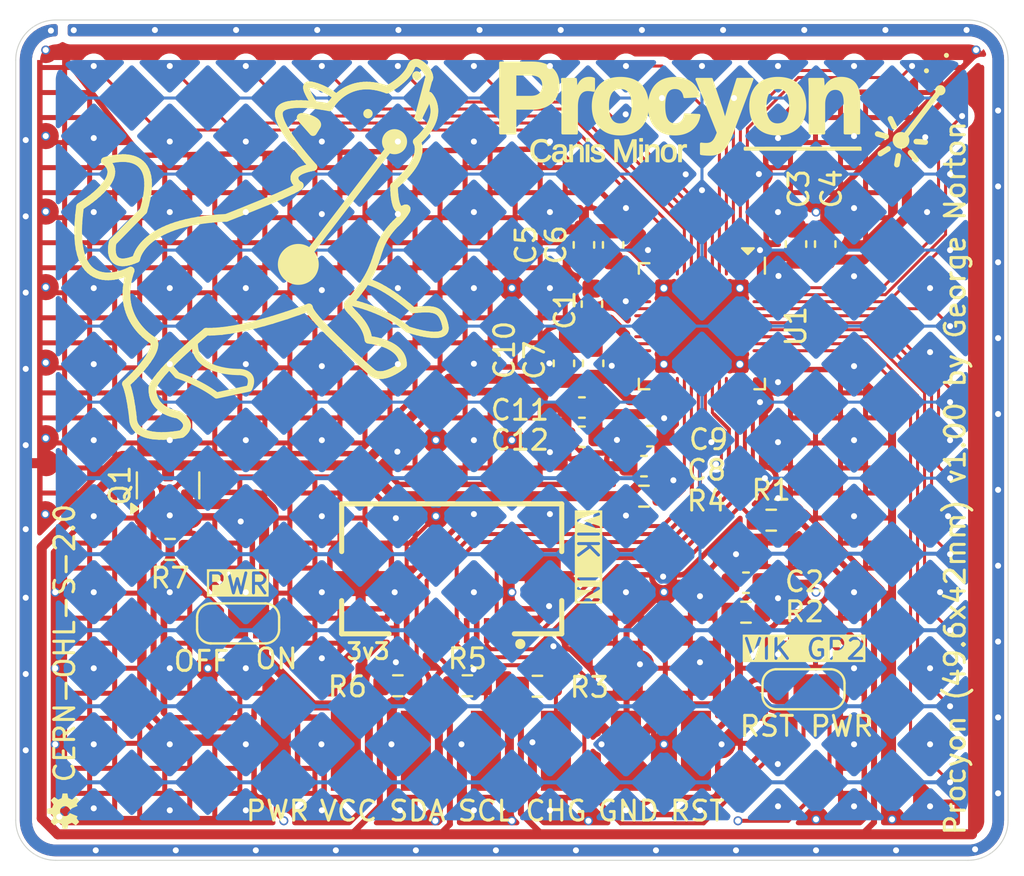
<source format=kicad_pcb>
(kicad_pcb (version 20240108) (generator "pcbnew") (generator_version "8.0")
  (title_block (title "Procyon") (date "2024-10-12") (rev "1") (company "George Norton"))
  (layers (0 "F.Cu" signal) (1 "In1.Cu" signal) (2 "In2.Cu" signal) (31 "B.Cu" signal) (34 "B.Paste" user) (35 "F.Paste" user) (36 "B.SilkS" user "B.Silkscreen") (37 "F.SilkS" user "F.Silkscreen") (38 "B.Mask" user) (39 "F.Mask" user) (44 "Edge.Cuts" user))
  (net 0 "")
  (net 1 "GND")
  (net 2 "/RESET")
  (net 3 "+3V3 IN")
  (net 4 "+3.3V")
  (net 5 "/DBG_DATA")
  (net 6 "/POWER_CONTROL")
  (net 7 "/CHANGE")
  (net 8 "/DBG_CLK")
  (net 9 "/SCL")
  (net 10 "/SDA")
  (net 11 "/Row7")
  (net 12 "/Col9")
  (net 13 "/DBG_SS")
  (net 14 "/Row10")
  (net 15 "/Col6")
  (net 16 "/Col3")
  (net 17 "/Row3")
  (net 18 "/Row4")
  (net 19 "/Row2")
  (net 20 "/Col2")
  (net 21 "/Col4")
  (net 22 "/Col8")
  (net 23 "/Col7")
  (net 24 "/Col5")
  (net 25 "/Row1")
  (net 26 "/Row5")
  (net 28 "/Row9")
  (net 29 "/Col10")
  (net 30 "/Row6")
  (net 31 "/Col1")
  (net 32 "/Row8")
  (net 33 "/Guard")
  (net 34 "/Row12")
  (net 35 "/Row11")
  (net 53 "Net-(U1-EXCAP0)")
  (net 54 "Net-(U1-EXCAP1)")
  (net 55 "Net-(U1-XVDD)")
  (net 56 "Net-(U1-VDDCORE)")
  (net 57 "Net-(J2-GPIO_AD2)")
  (net 61 "Net-(U1-TEST)")
  (net 62 "Net-(JP2-C)")
  (footprint "Resistor_SMD:R_0603_1608Metric" (layer "F.Cu") (at 106.5858 77.43988)
    (property "Reference" "R4")
    (property "Value" "10k")
  )
  (footprint "Capacitor_SMD:C_0603_1608Metric" (layer "F.Cu") (at 105.0458 64.87988 90)
    (property "Reference" "C6")
    (property "Value" "1µ")
  )
  (footprint "Capacitor_SMD:C_0603_1608Metric" (layer "F.Cu") (at 115.6458 64.83988 -90)
    (property "Reference" "C4")
    (property "Value" "2.2µ")
  )
  (footprint "NetTie:NetTie-2_SMD_Pad0.5mm" (layer "F.Cu") (at 76.2108 75.78988 180)
    (property "Reference" "NT1" (hide yes))
    (property "Value" "NetTie_2" (hide yes))
  )
  (footprint "Capacitor_SMD:C_0603_1608Metric" (layer "F.Cu") (at 102.5858 70.79988 -90)
    (property "Reference" "C10")
    (property "Value" "2.2µ")
  )
  (footprint "Capacitor_SMD:C_0603_1608Metric" (layer "F.Cu") (at 114.1858 64.83988 -90)
    (property "Reference" "C3")
    (property "Value" "22n")
  )
  (footprint "Capacitor_SMD:C_0603_1608Metric" (layer "F.Cu") (at 103.4858 74.46988)
    (property "Reference" "C12")
    (property "Value" "1µ")
  )
  (footprint "Resistor_SMD:R_0603_1608Metric" (layer "F.Cu") (at 97.7608 86.91488)
    (property "Reference" "R5")
    (property "Value" "3.3k")
  )
  (footprint "Capacitor_SMD:C_0603_1608Metric" (layer "F.Cu") (at 103.5858 64.87988 90)
    (property "Reference" "C5")
    (property "Value" "22n")
  )
  (footprint "Resistor_SMD:R_0603_1608Metric" (layer "F.Cu") (at 82.9 80.1 180)
    (property "Reference" "R7")
    (property "Value" "2M")
  )
  (footprint "Package_TO_SOT_SMD:SOT-23" (layer "F.Cu") (at 82.8 76.9 90)
    (property "Reference" "Q1")
    (property "Value" "AO3401A")
  )
  (footprint "Jumper:SolderJumper-3_P1.3mm_Bridged12_RoundedPad1.0x1.5mm_NumberLabels" (layer "F.Cu") (at 86.3 83.8 180)
    (property "Reference" "PWR")
    (property "Value" "PWR")
  )
  (footprint "Capacitor_SMD:C_0603_1608Metric" (layer "F.Cu") (at 103.4858 73.00988)
    (property "Reference" "C11")
    (property "Value" "22n")
  )
  (footprint "Resistor_SMD:R_0603_1608Metric" (layer "F.Cu") (at 111.6858 83.23988 180)
    (property "Reference" "R2")
    (property "Value" "10k")
  )
  (footprint "Resistor_SMD:R_0603_1608Metric" (layer "F.Cu") (at 101.2608 86.93988)
    (property "Reference" "R3")
    (property "Value" "10k")
  )
  (footprint "Capacitor_SMD:C_0603_1608Metric" (layer "F.Cu") (at 103.9858 67.83988 -90)
    (property "Reference" "C1")
    (property "Value" "2.2nF")
  )
  (footprint "Capacitor_SMD:C_0603_1608Metric" (layer "F.Cu") (at 104.0458 70.79988 -90)
    (property "Reference" "C7")
    (property "Value" "22n")
  )
  (footprint "vik:vik-module-connector-horizontal" (layer "F.Cu") (at 96.9758 82.11988 180)
    (property "Reference" "J2" (hide yes))
    (property "Value" "~")
  )
  (footprint "Capacitor_SMD:C_0603_1608Metric" (layer "F.Cu") (at 106.8858 74.43988)
    (property "Reference" "C9")
    (property "Value" "22n")
  )
  (footprint "Capacitor_SMD:C_0603_1608Metric" (layer "F.Cu") (at 111.6858 81.76488 180)
    (property "Reference" "C2")
    (property "Value" "10nF")
  )
  (footprint "MaxTouch:QFN-56_EP_6x6_Pitch0.35mm" (layer "F.Cu") (at 109.4808 68.944879 -90)
    (property "Reference" "U1")
    (property "Value" "mXT336UD-MAU002")
  )
  (footprint "Test Pads:Test Pads" (layer "F.Cu") (at 98.6858 90.16488)
    (property "Reference" "J1" (hide yes))
    (property "Value" "Conn_01x07_Pin")
  )
  (footprint "Jumper:SolderJumper-3_P1.3mm_Bridged12_RoundedPad1.0x1.5mm_NumberLabels" (layer "F.Cu") (at 114.5608 87.08988 180)
    (property "Reference" "VIK GP2")
    (property "Value" "VIK GP2")
  )
  (footprint "Resistor_SMD:R_0603_1608Metric" (layer "F.Cu") (at 94.2858 86.91488)
    (property "Reference" "R6")
    (property "Value" "3.3k")
  )
  (footprint "Capacitor_SMD:C_0603_1608Metric" (layer "F.Cu") (at 106.5858 75.93988)
    (property "Reference" "C8")
    (property "Value" "2.2µ")
  )
  (footprint "Resistor_SMD:R_0603_1608Metric" (layer "F.Cu") (at 112.9458 78.63988 180)
    (property "Reference" "R1")
    (property "Value" "10k")
  )
  (gr_line (start 83.698222 74.089796) (end 83.669617 74.136302) (stroke (width 0.384999)) (layer "F.SilkS"))
  (gr_poly (pts (xy 92.804287 58.086172) (xy 92.816222 58.087079) (xy 92.827984 58.088574) (xy 92.839558 58.090641) (xy 92.850929 58.093265) (xy 92.862081 58.096432) (xy 92.873002 58.100127) (xy 92.883674 58.104335) (xy 92.894085 58.109042) (xy 92.904219 58.114232) (xy 92.914061 58.119891) (xy 92.923597 58.126004) (xy 92.932811 58.132557) (xy 92.94169 58.139534) (xy 92.950218 58.146921) (xy 92.95838 58.154703) (xy 92.966162 58.162865) (xy 92.973549 58.171393) (xy 92.980526 58.180272) (xy 92.987079 58.189486) (xy 92.993192 58.199022) (xy 92.998851 58.208864) (xy 93.004042 58.218998) (xy 93.008748 58.229409) (xy 93.012956 58.240082) (xy 93.016651 58.251002) (xy 93.019818 58.262155) (xy 93.022443 58.273525) (xy 93.02451 58.285099) (xy 93.026004 58.296861) (xy 93.026912 58.308797) (xy 93.027218 58.320891) (xy 93.026912 58.332986) (xy 93.026004 58.344921) (xy 93.02451 58.356683) (xy 93.022443 58.368257) (xy 93.019818 58.379628) (xy 93.016651 58.390781) (xy 93.012956 58.401701) (xy 93.008748 58.412374) (xy 93.004042 58.422785) (xy 92.998851 58.432918) (xy 92.993192 58.442761) (xy 92.987079 58.452296) (xy 92.980526 58.461511) (xy 92.973549 58.470389) (xy 92.966162 58.478917) (xy 92.95838 58.487079) (xy 92.950218 58.494861) (xy 92.94169 58.502248) (xy 92.932811 58.509226) (xy 92.923597 58.515778) (xy 92.914061 58.521891) (xy 92.904219 58.52755) (xy 92.894085 58.532741) (xy 92.883674 58.537447) (xy 92.873002 58.541655) (xy 92.862081 58.54535) (xy 92.850929 58.548517) (xy 92.839558 58.551142) (xy 92.827984 58.553209) (xy 92.816222 58.554703) (xy 92.804287 58.555611) (xy 92.792192 58.555917) (xy 92.780098 58.555611) (xy 92.768162 58.554703) (xy 92.7564 58.553209) (xy 92.744827 58.551142) (xy 92.733456 58.548517) (xy 92.722303 58.54535) (xy 92.711383 58.541655) (xy 92.70071 58.537447) (xy 92.690299 58.532741) (xy 92.680166 58.52755) (xy 92.670324 58.521891) (xy 92.660788 58.515778) (xy 92.651573 58.509226) (xy 92.642695 58.502248) (xy 92.634167 58.494861) (xy 92.626005 58.487079) (xy 92.618223 58.478917) (xy 92.610836 58.470389) (xy 92.603858 58.461511) (xy 92.597306 58.452296) (xy 92.591193 58.442761) (xy 92.585533 58.432918) (xy 92.580343 58.422785) (xy 92.575637 58.412374) (xy 92.571428 58.401701) (xy 92.567733 58.390781) (xy 92.564566 58.379628) (xy 92.561942 58.368257) (xy 92.559875 58.356683) (xy 92.55838 58.344921) (xy 92.557473 58.332986) (xy 92.557167 58.320891) (xy 92.557473 58.308797) (xy 92.55838 58.296861) (xy 92.559875 58.285099) (xy 92.561942 58.273525) (xy 92.564566 58.262155) (xy 92.567733 58.251002) (xy 92.571428 58.240082) (xy 92.575637 58.229409) (xy 92.580343 58.218998) (xy 92.585533 58.208864) (xy 92.591193 58.199022) (xy 92.597306 58.189486) (xy 92.603858 58.180272) (xy 92.610836 58.171393) (xy 92.618223 58.162865) (xy 92.626005 58.154703) (xy 92.634167 58.146921) (xy 92.642695 58.139534) (xy 92.651573 58.132557) (xy 92.660788 58.126004) (xy 92.670324 58.119891) (xy 92.680166 58.114232) (xy 92.690299 58.109042) (xy 92.70071 58.104335) (xy 92.711383 58.100127) (xy 92.722303 58.096432) (xy 92.733456 58.093265) (xy 92.744827 58.090641) (xy 92.7564 58.088574) (xy 92.768162 58.087079) (xy 92.780098 58.086172) (xy 92.792192 58.085866)) (stroke (width -0.000001)) (fill solid) (layer "F.SilkS"))
  (gr_line (start 79.543458 66.436967) (end 79.408014 66.409481) (stroke (width 0.384999)) (layer "F.SilkS"))
  (gr_line (start 89.80088 61.044261) (end 89.926708 61.014348) (stroke (width 0.384999)) (layer "F.SilkS"))
  (gr_line (start 82.404409 71.405017) (end 82.243416 71.614652) (stroke (width 0.384999)) (layer "F.SilkS"))
  (gr_line (start 95.913757 58.899916) (end 95.850787 59.008815) (stroke (width 0.384999)) (layer "F.SilkS"))
  (gr_line (start 93.632519 71.361347) (end 93.566519 71.374738) (stroke (width 0.384999)) (layer "F.SilkS"))
  (gr_line (start 96.557148 68.584447) (end 96.532358 68.527672) (stroke (width 0.314999)) (layer "F.SilkS"))
  (gr_line (start 89.712587 56.96781) (end 89.721579 56.93863) (stroke (width 0.314999)) (layer "F.SilkS"))
  (gr_line (start 94.115559 62.372968) (end 94.129654 62.493402) (stroke (width 0.384999)) (layer "F.SilkS"))
  (gr_line (start 118.695162 59.458734) (end 118.264654 59.334085) (stroke (width 0.278285)) (layer "F.SilkS"))
  (gr_line (start 94.63403 63.067726) (end 94.662441 63.058603) (stroke (width 0.384999)) (layer "F.SilkS"))
  (gr_line (start 89.419247 61.17756) (end 89.497573 61.142529) (stroke (width 0.384999)) (layer "F.SilkS"))
  (gr_line (start 78.317106 63.811348) (end 78.348875 63.406288) (stroke (width 0.384999)) (layer "F.SilkS"))
  (gr_line (start 85.884531 69.131158) (end 85.471181 69.185585) (stroke (width 0.384999)) (layer "F.SilkS"))
  (gr_line (start 119.909273 60.271951) (end 120.188398 60.622598) (stroke (width 0.278285)) (layer "F.SilkS"))
  (gr_line (start 94.495163 70.915591) (end 94.370199 71.006969) (stroke (width 0.384999)) (layer "F.SilkS"))
  (gr_line (start 96.447841 68.382128) (end 96.415969 68.341426) (stroke (width 0.314999)) (layer "F.SilkS"))
  (gr_line (start 89.877884 68.124108) (end 89.850853 68.058781) (stroke (width 0.384999)) (layer "F.SilkS"))
  (gr_line (start 82.412575 64.255949) (end 82.586774 64.168164) (stroke (width 0.384999)) (layer "F.SilkS"))
  (gr_line (start 83.628775 73.618725) (end 83.653903 73.650524) (stroke (width 0.384999)) (layer "F.SilkS"))
  (gr_line (start 92.72034 69.231758) (end 92.751913 69.323395) (stroke (width 0.384999)) (layer "F.SilkS"))
  (gr_line (start 81.756392 64.713212) (end 81.861294 64.621494) (stroke (width 0.384999)) (layer "F.SilkS"))
  (gr_line (start 89.721579 56.93863) (end 89.736551 56.913809) (stroke (width 0.314999)) (layer "F.SilkS"))
  (gr_line (start 82.108287 69.958165) (end 82.117346 69.882996) (stroke (width 0.384999)) (layer "F.SilkS"))
  (gr_line (start 95.850787 59.008815) (end 95.777268 59.120607) (stroke (width 0.384999)) (layer "F.SilkS"))
  (gr_line (start 92.751913 69.323395) (end 92.778257 69.418576) (stroke (width 0.384999)) (layer "F.SilkS"))
  (gr_line (start 95.977674 69.371208) (end 96.150999 69.376897) (stroke (width 0.314999)) (layer "F.SilkS"))
  (gr_line (start 81.292817 74.102138) (end 81.227626 74.034933) (stroke (width 0.384999)) (layer "F.SilkS"))
  (gr_line (start 89.674674 57.848445) (end 89.898712 57.864789) (stroke (width 0.384999)) (layer "F.SilkS"))
  (gr_line (start 83.545601 73.533263) (end 83.57418 73.560034) (stroke (width 0.384999)) (layer "F.SilkS"))
  (gr_line (start 119.302488 60.427851) (end 119.22695 60.869631) (stroke (width 0.278285)) (layer "F.SilkS"))
  (gr_line (start 82.01948 72.161169) (end 82.02559 72.24932) (stroke (width 0.384999)) (layer "F.SilkS"))
  (gr_line (start 94.262987 62.989144) (end 94.286636 63.028224) (stroke (width 0.384999)) (layer "F.SilkS"))
  (gr_line (start 80.365511 65.733343) (end 80.438426 65.747154) (stroke (width 0.384999)) (layer "F.SilkS"))
  (gr_line (start 80.89568 60.573491) (end 81.012761 60.601954) (stroke (width 0.384999)) (layer "F.SilkS"))
  (gr_line (start 89.759752 57.211966) (end 89.74204 57.165056) (stroke (width 0.314999)) (layer "F.SilkS"))
  (gr_line (start 82.961528 74.407244) (end 82.771246 74.422828) (stroke (width 0.384999)) (layer "F.SilkS"))
  (gr_line (start 96.657061 69.143521) (end 96.669882 69.083039) (stroke (width 0.314999)) (layer "F.SilkS"))
  (gr_line (start 80.864393 68.202836) (end 80.817567 68.054921) (stroke (width 0.384999)) (layer "F.SilkS"))
  (gr_line (start 82.205775 72.750606) (end 82.248244 72.809745) (stroke (width 0.384999)) (layer "F.SilkS"))
  (gr_line (start 79.997328 64.970909) (end 79.991185 65.074805) (stroke (width 0.384999)) (layer "F.SilkS"))
  (gr_line (start 81.415433 69.125336) (end 81.337747 69.03495) (stroke (width 0.384999)) (layer "F.SilkS"))
  (gr_line (start 79.286355 62.304996) (end 79.463145 62.135739) (stroke (width 0.384999)) (layer "F.SilkS"))
  (gr_line (start 88.480826 58.8288) (end 88.434332 58.724491) (stroke (width 0.384999)) (layer "F.SilkS"))
  (gr_line (start 81.904461 69.565082) (end 81.783463 69.473435) (stroke (width 0.384999)) (layer "F.SilkS"))
  (gr_line (start 81.76979 62.29751) (end 81.723564 62.566281) (stroke (width 0.384999)) (layer "F.SilkS"))
  (gr_line (start 81.227918 65.500561) (end 81.259477 65.407243) (stroke (width 0.384999)) (layer "F.SilkS"))
  (gr_line (start 83.174021 73.341105) (end 83.309008 73.369314) (stroke (width 0.384999)) (layer "F.SilkS"))
  (gr_line (start 79.408014 66.409481) (end 79.274588 66.367566) (stroke (width 0.384999)) (layer "F.SilkS"))
  (gr_line (start 94.014258 67.343421) (end 93.820677 67.216183) (stroke (width 0.314999)) (layer "F.SilkS"))
  (gr_line (start 89.135658 61.648477) (end 89.124243 61.615664) (stroke (width 0.384999)) (layer "F.SilkS"))
  (gr_line (start 80.893406 72.522735) (end 80.86026 72.369367) (stroke (width 0.384999)) (layer "F.SilkS"))
  (gr_line (start 83.602053 73.588542) (end 83.628775 73.618725) (stroke (width 0.384999)) (layer "F.SilkS"))
  (gr_line (start 95.855066 56.464345) (end 95.858775 56.503337) (stroke (width 0.384999)) (layer "F.SilkS"))
  (gr_line (start 89.16633 61.709836) (end 89.149882 61.679924) (stroke (width 0.384999)) (layer "F.SilkS"))
  (gr_line (start 78.787148 66.024919) (end 78.683375 65.887838) (stroke (width 0.384999)) (layer "F.SilkS"))
  (gr_line (start 95.596148 59.352458) (end 95.543323 59.412066) (stroke (width 0.384999)) (layer "F.SilkS"))
  (gr_poly (pts (xy 113.359856 56.546598) (xy 113.438904 56.550842) (xy 113.515493 56.557916) (xy 113.589624 56.567818) (xy 113.661296 56.580551) (xy 113.730509 56.596112) (xy 113.797264 56.614503) (xy 113.86156 56.635724) (xy 113.923397 56.659774) (xy 113.982776 56.686653) (xy 114.039696 56.716362) (xy 114.094157 56.7489) (xy 114.14616 56.784267) (xy 114.195704 56.822464) (xy 114.24279 56.863491) (xy 114.287416 56.907347) (xy 114.32976 56.953545) (xy 114.369372 57.002221) (xy 114.406252 57.053375) (xy 114.4404 57.107007) (xy 114.471817 57.163117) (xy 114.500501 57.221706) (xy 114.526454 57.282772) (xy 114.549675 57.346317) (xy 114.570164 57.41234) (xy 114.587921 57.480841) (xy 114.602946 57.55182) (xy 114.615239 57.625277) (xy 114.624801 57.701212) (xy 114.631631 57.779626) (xy 114.635728 57.860518) (xy 114.637094 57.943888) (xy 114.637092 57.943892) (xy 114.635668 58.0249) (xy 114.631395 58.103704) (xy 114.624272 58.180303) (xy 114.614301 58.254697) (xy 114.601481 58.326886) (xy 114.585812 58.396871) (xy 114.567294 58.46465) (xy 114.545927 58.530224) (xy 114.521711 58.593593) (xy 114.494647 58.654757) (xy 114.464733 58.713717) (xy 114.43197 58.770471) (xy 114.396359 58.825021) (xy 114.357898 58.877365) (xy 114.316589 58.927505) (xy 114.27243 58.975439) (xy 114.225755 59.020505) (xy 114.176893 59.062663) (xy 114.125847 59.101914) (xy 114.072615 59.138257) (xy 114.017197 59.171693) (xy 113.959594 59.202221) (xy 113.899805 59.229842) (xy 113.837831 59.254555) (xy 113.773671 59.276361) (xy 113.707326 59.295259) (xy 113.638796 59.31125) (xy 113.56808 59.324334) (xy 113.495178 59.33451) (xy 113.420091 59.341778) (xy 113.342819 59.346139) (xy 113.263361 59.347593) (xy 113.185435 59.34613) (xy 113.109636 59.341739) (xy 113.035964 59.334422) (xy 112.964419 59.324177) (xy 112.895001 59.311006) (xy 112.82771 59.294907) (xy 112.762545 59.275882) (xy 112.699508 59.25393) (xy 112.638597 59.22905) (xy 112.579814 59.201244) (xy 112.523157 59.170511) (xy 112.468627 59.136851) (xy 112.416225 59.100263) (xy 112.365949 59.060749) (xy 112.3178 59.018308) (xy 112.271778 58.97294) (xy 112.228224 58.925016) (xy 112.187481 58.874905) (xy 112.149547 58.82261) (xy 112.114423 58.768129) (xy 112.08211 58.711462) (xy 112.052606 58.65261) (xy 112.025912 58.591572) (xy 112.002028 58.528349) (xy 111.980953 58.462941) (xy 111.962689 58.395347) (xy 111.947235 58.325568) (xy 111.93459 58.253604) (xy 111.924756 58.179454) (xy 111.917731 58.103118) (xy 111.913516 58.024598) (xy 111.912111 57.943892) (xy 112.648931 57.943892) (xy 112.649536 57.999563) (xy 112.651351 58.053556) (xy 112.654375 58.105871) (xy 112.65861 58.156508) (xy 112.664054 58.205466) (xy 112.670708 58.252747) (xy 112.678572 58.298349) (xy 112.687645 58.342274) (xy 112.697929 58.38452) (xy 112.709422 58.425088) (xy 112.722125 58.463978) (xy 112.736038 58.501189) (xy 112.75116 58.536723) (xy 112.767493 58.570578) (xy 112.785035 58.602755) (xy 112.803787 58.633253) (xy 112.823993 58.661684) (xy 112.845272 58.68828) (xy 112.867624 58.713042) (xy 112.879203 58.724736) (xy 112.89105 58.73597) (xy 112.903165 58.746746) (xy 112.915548 58.757064) (xy 112.9282 58.766923) (xy 112.94112 58.776324) (xy 112.954309 58.785266) (xy 112.967766 58.793749) (xy 112.981491 58.801774) (xy 112.995484 58.80934) (xy 113.009746 58.816448) (xy 113.024276 58.823097) (xy 113.039074 58.829288) (xy 113.054141 58.83502) (xy 113.069476 58.840293) (xy 113.085079 58.845108) (xy 113.117091 58.853362) (xy 113.150175 58.859782) (xy 113.184333 58.864368) (xy 113.219564 58.867119) (xy 113.255869 58.868036) (xy 113.295668 58.867134) (xy 113.334205 58.864426) (xy 113.371477 58.859914) (xy 113.407487 58.853597) (xy 113.442232 58.845474) (xy 113.475715 58.835547) (xy 113.507933 58.823815) (xy 113.538889 58.810277) (xy 113.56858 58.794935) (xy 113.597009 58.777788) (xy 113.624174 58.758835) (xy 113.650075 58.738078) (xy 113.674713 58.715516) (xy 113.698087 58.691149) (xy 113.720198 58.664977) (xy 113.741046 58.637) (xy 113.760629 58.607218) (xy 113.77895 58.57563) (xy 113.796007 58.542238) (xy 113.8118 58.507041) (xy 113.82633 58.470039) (xy 113.839597 58.431232) (xy 113.8516 58.39062) (xy 113.86234 58.348203) (xy 113.871816 58.303981) (xy 113.880028 58.257954) (xy 113.886977 58.210122) (xy 113.892663 58.160485) (xy 113.897085 58.109044) (xy 113.900244 58.055797) (xy 113.902139 58.000745) (xy 113.902771 57.94389) (xy 113.902156 57.884669) (xy 113.900312 57.827515) (xy 113.897239 57.772429) (xy 113.892936 57.719411) (xy 113.887404 57.668462) (xy 113.880643 57.619582) (xy 113.872652 57.572769) (xy 113.863432 57.528025) (xy 113.852983 57.48535) (xy 113.841304 57.444742) (xy 113.828396 57.406204) (xy 113.814259 57.369733) (xy 113.798892 57.335331) (xy 113.782296 57.302998) (xy 113.764471 57.272732) (xy 113.745416 57.244536) (xy 113.725191 57.218223) (xy 113.703854 57.193607) (xy 113.681404 57.170689) (xy 113.657842 57.149469) (xy 113.633167 57.129946) (xy 113.607381 57.112121) (xy 113.580482 57.095994) (xy 113.552471 57.081564) (xy 113.523347 57.068831) (xy 113.493111 57.057797) (xy 113.461763 57.04846) (xy 113.429303 57.04082) (xy 113.395731 57.034878) (xy 113.361046 57.030634) (xy 113.325249 57.028088) (xy 113.288339 57.027239) (xy 113.249001 57.028134) (xy 113.210911 57.03082) (xy 113.17407 57.035296) (xy 113.138478 57.041562) (xy 113.104135 57.049618) (xy 113.071041 57.059465) (xy 113.039195 57.071102) (xy 113.008599 57.08453) (xy 112.979251 57.099747) (xy 112.951152 57.116756) (xy 112.924302 57.135554) (xy 112.8987 57.156143) (xy 112.874348 57.178522) (xy 112.851244 57.202692) (xy 112.82939 57.228651) (xy 112.808784 57.256402) (xy 112.789427 57.285942) (xy 112.771318 57.317273) (xy 112.754459 57.350394) (xy 112.738848 57.385306) (xy 112.724487 57.422008) (xy 112.711374 57.4605) (xy 112.69951 57.500783) (xy 112.688894 57.542856) (xy 112.679528 57.586719) (xy 112.671411 57.632372) (xy 112.664542 57.679816) (xy 112.658922 57.729051) (xy 112.654551 57.780075) (xy 112.651429 57.83289) (xy 112.649556 57.887496) (xy 112.648931 57.943892) (xy 111.912111 57.943892) (xy 111.913516 57.863497) (xy 111.917731 57.785288) (xy 111.924756 57.709265) (xy 111.93459 57.635427) (xy 111.947235 57.563774) (xy 111.962689 57.494307) (xy 111.980953 57.427025) (xy 112.002028 57.361929) (xy 112.025912 57.299018) (xy 112.052606 57.238293) (xy 112.08211 57.179753) (xy 112.114423 57.123399) (xy 112.149547 57.06923) (xy 112.187481 57.017246) (xy 112.228224 56.967449) (xy 112.271778 56.919836) (xy 112.317858 56.874468) (xy 112.366183 56.832027) (xy 112.416751 56.792513) (xy 112.469564 56.755926) (xy 112.524621 56.722266) (xy 112.581921 56.691533) (xy 112.641466 56.663726) (xy 112.703255 56.638847) (xy 112.767287 56.616895) (xy 112.833564 56.597869) (xy 112.902085 56.581771) (xy 112.972849 56.568599) (xy 113.045858 56.558355) (xy 113.121111 56.551037) (xy 113.198608 56.546647) (xy 113.278349 56.545183)) (stroke (width 0.124999)) (fill solid) (layer "F.SilkS"))
  (gr_line (start 88.534503 58.936816) (end 88.480826 58.8288) (stroke (width 0.384999)) (layer "F.SilkS"))
  (gr_line (start 79.74221 60.767915) (end 79.642332 60.688785) (stroke (width 0.384999)) (layer "F.SilkS"))
  (gr_line (start 92.04291 67.55719) (end 91.87877 67.749052) (stroke (width 0.384999)) (layer "F.SilkS"))
  (gr_line (start 89.304579 60.080825) (end 89.134276 59.858016) (stroke (width 0.384999)) (layer "F.SilkS"))
  (gr_line (start 95.87944 57.465535) (end 95.917057 57.51886) (stroke (width 0.384999)) (layer "F.SilkS"))
  (gr_line (start 82.296491 72.868266) (end 82.350867 72.925813) (stroke (width 0.384999)) (layer "F.SilkS"))
  (gr_line (start 89.840798 68.005496) (end 89.305551 68.204207) (stroke (width 0.384999)) (layer "F.SilkS"))
  (gr_line (start 81.339627 60.753954) (end 81.436112 60.830288) (stroke (width 0.384999)) (layer "F.SilkS"))
  (gr_line (start 96.60223 68.711191) (end 96.580407 68.645575) (stroke (width 0.314999)) (layer "F.SilkS"))
  (gr_line (start 94.558561 63.103235) (end 94.599502 63.082496) (stroke (width 0.384999)) (layer "F.SilkS"))
  (gr_line (start 80.952195 71.58088) (end 81.075109 71.457665) (stroke (width 0.384999)) (layer "F.SilkS"))
  (gr_line (start 90.025281 57.700168) (end 89.912025 57.511953) (stroke (width 0.314999)) (layer "F.SilkS"))
  (gr_line (start 82.116858 69.811565) (end 82.106153 69.744305) (stroke (width 0.384999)) (layer "F.SilkS"))
  (gr_line (start 92.959095 66.180132) (end 92.896555 66.307479) (stroke (width 0.384999)) (layer "F.SilkS"))
  (gr_line (start 88.335347 58.280844) (end 88.347394 58.21215) (stroke (width 0.384999)) (layer "F.SilkS"))
  (gr_line (start 82.109521 72.573042) (end 82.136764 72.631898) (stroke (width 0.384999)) (layer "F.SilkS"))
  (gr_line (start 95.2521 59.754195) (end 95.273195 59.797734) (stroke (width 0.384999)) (layer "F.SilkS"))
  (gr_line (start 94.713956 63.061943) (end 94.720881 63.072231) (stroke (width 0.384999)) (layer "F.SilkS"))
  (gr_line (start 90.565291 57.081552) (end 90.666195 57.131989) (stroke (width 0.314999)) (layer "F.SilkS"))
  (gr_line (start 82.0642 70.117991) (end 82.090348 70.036641) (stroke (width 0.384999)) (layer "F.SilkS"))
  (gr_line (start 96.11042 58.227377) (end 96.104213 58.31311) (stroke (width 0.384999)) (layer "F.SilkS"))
  (gr_line (start 96.381292 69.352486) (end 96.44699 69.333885) (stroke (width 0.314999)) (layer "F.SilkS"))
  (gr_line (start 89.012032 62.147174) (end 89.213514 62.042048) (stroke (width 0.384999)) (layer "F.SilkS"))
  (gr_poly (pts (xy 106.51348 60.72595) (xy 106.372559 60.72595) (xy 106.372559 59.878855) (xy 106.51348 59.878855)) (stroke (width 0.049999)) (fill solid) (layer "F.SilkS"))
  (gr_line (start 89.46 65.79) (end 94.133307 59.699951) (stroke (width 0.349999)) (layer "F.SilkS"))
  (gr_line (start 95.676395 56.10234) (end 95.710266 56.148176) (stroke (width 0.384999)) (layer "F.SilkS"))
  (gr_line (start 78.89946 66.139898) (end 78.787148 66.024919) (stroke (width 0.384999)) (layer "F.SilkS"))
  (gr_line (start 93.861149 69.912557) (end 93.939912 69.954259) (stroke (width 0.384999)) (layer "F.SilkS"))
  (gr_line (start 93.700043 69.839502) (end 93.861149 69.912557) (stroke (width 0.384999)) (layer "F.SilkS"))
  (gr_poly (pts (xy 101.06746 55.779544) (xy 101.143025 55.782969) (xy 101.216307 55.788676) (xy 101.287306 55.796667) (xy 101.356022 55.80694) (xy 101.422454 55.819497) (xy 101.486604 55.834337) (xy 101.548471 55.851459) (xy 101.608054 55.870865) (xy 101.665355 55.892554) (xy 101.720373 55.916526) (xy 101.773107 55.942781) (xy 101.823559 55.971319) (xy 101.871727 56.00214) (xy 101.917612 56.035244) (xy 101.961215 56.070631) (xy 102.002651 56.107795) (xy 102.041414 56.146851) (xy 102.077504 56.1878) (xy 102.11092 56.230641) (xy 102.141663 56.275375) (xy 102.169733 56.322003) (xy 102.19513 56.370522) (xy 102.217853 56.420935) (xy 102.237903 56.47324) (xy 102.255279 56.527438) (xy 102.269982 56.583529) (xy 102.282012 56.641513) (xy 102.291369 56.701389) (xy 102.298052 56.763158) (xy 102.302062 56.82682) (xy 102.303399 56.892374) (xy 102.303399 56.892378) (xy 102.302794 56.934556) (xy 102.300979 56.976167) (xy 102.297955 57.017213) (xy 102.29372 57.057693) (xy 102.288276 57.097607) (xy 102.281622 57.136955) (xy 102.273758 57.175738) (xy 102.264685 57.213954) (xy 102.254401 57.251605) (xy 102.242908 57.28869) (xy 102.230205 57.325208) (xy 102.216292 57.361162) (xy 102.201169 57.396549) (xy 102.184836 57.43137) (xy 102.167293 57.465626) (xy 102.148541 57.499315) (xy 102.128657 57.532254) (xy 102.107719 57.564256) (xy 102.085728 57.595321) (xy 102.062682 57.625449) (xy 102.038584 57.654641) (xy 102.013431 57.682896) (xy 101.987225 57.710215) (xy 101.959965 57.736597) (xy 101.931651 57.762042) (xy 101.902284 57.78655) (xy 101.871863 57.810122) (xy 101.840388 57.832757) (xy 101.807859 57.854456) (xy 101.774277 57.875218) (xy 101.739641 57.895043) (xy 101.703951 57.913931) (xy 101.667618 57.931473) (xy 101.630426 57.947884) (xy 101.592375 57.963163) (xy 101.553466 57.97731) (xy 101.513698 57.990325) (xy 101.473071 58.002209) (xy 101.431586 58.012961) (xy 101.389243 58.022581) (xy 101.34604 58.031069) (xy 101.301979 58.038426) (xy 101.25706 58.04465) (xy 101.211282 58.049744) (xy 101.164645 58.053705) (xy 101.11715 58.056534) (xy 101.068796 58.058232) (xy 101.019583 58.058798) (xy 100.145391 58.058798) (xy 100.145391 59.297651) (xy 99.408573 59.297651) (xy 99.408573 57.491808) (xy 100.145392 57.491808) (xy 100.92717 57.491808) (xy 100.964714 57.491223) (xy 101.001164 57.489466) (xy 101.036522 57.486539) (xy 101.070788 57.482442) (xy 101.10396 57.477173) (xy 101.13604 57.470734) (xy 101.167027 57.463123) (xy 101.196921 57.454342) (xy 101.225723 57.444391) (xy 101.253431 57.433268) (xy 101.280048 57.420974) (xy 101.305571 57.40751) (xy 101.330001 57.392875) (xy 101.353339 57.377069) (xy 101.375584 57.360092) (xy 101.396737 57.341944) (xy 101.416699 57.322382) (xy 101.435373 57.301785) (xy 101.452759 57.280155) (xy 101.468858 57.25749) (xy 101.483668 57.233791) (xy 101.497191 57.209058) (xy 101.509425 57.183291) (xy 101.520372 57.15649) (xy 101.530031 57.128654) (xy 101.538403 57.099784) (xy 101.545486 57.06988) (xy 101.551281 57.038942) (xy 101.555789 57.00697) (xy 101.559008 56.973964) (xy 101.56094 56.939923) (xy 101.561584 56.90485) (xy 101.560945 56.870738) (xy 101.559028 56.837707) (xy 101.555833 56.805759) (xy 101.551359 56.774894) (xy 101.545608 56.745112) (xy 101.538578 56.716412) (xy 101.53027 56.688796) (xy 101.520684 56.662263) (xy 101.50982 56.636813) (xy 101.497678 56.612446) (xy 101.484258 56.589161) (xy 101.46956 56.56696) (xy 101.453583 56.545842) (xy 101.436329 56.525807) (xy 101.417796 56.506855) (xy 101.397985 56.488985) (xy 101.376896 56.472199) (xy 101.354529 56.456496) (xy 101.330884 56.441875) (xy 101.305961 56.428338) (xy 101.279759 56.415884) (xy 101.25228 56.404512) (xy 101.223522 56.394224) (xy 101.193486 56.385019) (xy 101.162173 56.376896) (xy 101.129581 56.369857) (xy 101.09571 56.3639) (xy 101.060562 56.359027) (xy 101.024136 56.355236) (xy 100.986431 56.352529) (xy 100.947449 56.350904) (xy 100.907188 56.350363) (xy 100.145392 56.350363) (xy 100.145392 57.491808) (xy 99.408573 57.491808) (xy 99.408573 55.778403) (xy 100.989612 55.778403)) (stroke (width 0.124999)) (fill solid) (layer "F.SilkS"))
  (gr_line (start 94.475549 63.132021) (end 94.515699 63.122251) (stroke (width 0.384999)) (layer "F.SilkS"))
  (gr_line (start 83.130889 74.387627) (end 82.961528 74.407244) (stroke (width 0.384999)) (layer "F.SilkS"))
  (gr_line (start 81.086049 73.784403) (end 81.059396 73.683313) (stroke (width 0.384999)) (layer "F.SilkS"))
  (gr_line (start 91.791697 67.836334) (end 91.780658 67.867844) (stroke (width 0.384999)) (layer "F.SilkS"))
  (gr_poly (pts (xy 106.51348 59.698789) (xy 106.372559 59.698789) (xy 106.372559 59.564131) (xy 106.51348 59.564131)) (stroke (width 0.049999)) (fill solid) (layer "F.SilkS"))
  (gr_line (start 88.371571 58.150812) (end 88.407379 58.096034) (stroke (width 0.384999)) (layer "F.SilkS"))
  (gr_line (start 94.048776 63.943306) (end 93.944645 64.06253) (stroke (width 0.384999)) (layer "F.SilkS"))
  (gr_line (start 94.557203 63.383019) (end 94.498267 63.45913) (stroke (width 0.384999)) (layer "F.SilkS"))
  (gr_line (start 93.234719 69.692894) (end 93.381645 69.730807) (stroke (width 0.384999)) (layer "F.SilkS"))
  (gr_line (start 90.150661 57.919346) (end 90.142798 57.900634) (stroke (width 0.314999)) (layer "F.SilkS"))
  (gr_line (start 81.772358 70.642231) (end 81.890884 70.463482) (stroke (width 0.384999)) (layer "F.SilkS"))
  (gr_line (start 88.407379 58.096034) (end 88.454007 58.047511) (stroke (width 0.384999)) (layer "F.SilkS"))
  (gr_line (start 84.886816 69.22142) (end 84.704884 69.21923) (stroke (width 0.384999)) (layer "F.SilkS"))
  (gr_line (start 95.295344 59.858649) (end 95.305482 59.895616) (stroke (width 0.384999)) (layer "F.SilkS"))
  (gr_line (start 90.666195 57.131989) (end 90.760165 57.183056) (stroke (width 0.314999)) (layer "F.SilkS"))
  (gr_line (start 93.693674 64.397206) (end 93.627542 64.502606) (stroke (width 0.384999)) (layer "F.SilkS"))
  (gr_line (start 81.723564 62.566281) (end 81.655899 62.860012) (stroke (width 0.384999)) (layer "F.SilkS"))
  (gr_poly (pts (xy 103.892879 56.54327) (xy 103.924139 56.545026) (xy 103.939154 56.546344) (xy 103.95376 56.547953) (xy 103.967956 56.549856) (xy 103.981742 56.552051) (xy 103.995118 56.554539) (xy 104.008085 56.55732) (xy 104.020642 56.560393) (xy 104.032789 56.563759) (xy 104.044526 56.567417) (xy 104.055853 56.571369) (xy 104.066771 56.575612) (xy 104.077278 56.580149) (xy 104.077278 57.167105) (xy 104.035442 57.158325) (xy 103.994854 57.150715) (xy 103.955515 57.144276) (xy 103.917426 57.139007) (xy 103.880585 57.134909) (xy 103.844993 57.131982) (xy 103.81065 57.130226) (xy 103.777556 57.129641) (xy 103.745222 57.13047) (xy 103.713786 57.132958) (xy 103.683248 57.137104) (xy 103.653607 57.14291) (xy 103.624864 57.150373) (xy 103.597019 57.159496) (xy 103.570071 57.170276) (xy 103.544021 57.182716) (xy 103.518868 57.196814) (xy 103.494613 57.212571) (xy 103.471256 57.229987) (xy 103.448796 57.249061) (xy 103.427234 57.269793) (xy 103.40657 57.292185) (xy 103.386803 57.316235) (xy 103.367934 57.341944) (xy 103.350391 57.369282) (xy 103.33398 57.39822) (xy 103.318701 57.428758) (xy 103.304554 57.460897) (xy 103.291539 57.494635) (xy 103.279655 57.529974) (xy 103.268903 57.566912) (xy 103.259283 57.605451) (xy 103.250795 57.645589) (xy 103.243439 57.687328) (xy 103.237214 57.730667) (xy 103.232121 57.775607) (xy 103.22816 57.822146) (xy 103.22533 57.870285) (xy 103.223633 57.920025) (xy 103.223067 57.971365) (xy 103.223067 59.29764) (xy 102.521214 59.297643) (xy 102.521214 57.229555) (xy 102.520746 57.123091) (xy 102.519341 57.025994) (xy 102.517 56.938263) (xy 102.513722 56.8599) (xy 102.511068 56.787152) (xy 102.508103 56.718777) (xy 102.504825 56.654773) (xy 102.501235 56.595141) (xy 103.170617 56.595141) (xy 103.172568 56.609268) (xy 103.174675 56.629172) (xy 103.176939 56.654851) (xy 103.179359 56.686307) (xy 103.184667 56.766545) (xy 103.1906 56.869887) (xy 103.196064 56.974009) (xy 103.199966 57.059087) (xy 103.202307 57.125119) (xy 103.203087 57.172106) (xy 103.213078 57.172106) (xy 103.238328 57.103576) (xy 103.262876 57.040353) (xy 103.286721 56.982438) (xy 103.309863 56.92983) (xy 103.332304 56.882529) (xy 103.354041 56.840537) (xy 103.375076 56.803852) (xy 103.395409 56.772474) (xy 103.405517 56.758044) (xy 103.415859 56.744102) (xy 103.426435 56.730647) (xy 103.437245 56.717681) (xy 103.448289 56.705202) (xy 103.459568 56.693211) (xy 103.471081 56.681708) (xy 103.482828 56.670693) (xy 103.494809 56.660166) (xy 103.507024 56.650126) (xy 103.519474 56.640575) (xy 103.532157 56.631511) (xy 103.545075 56.622935) (xy 103.558227 56.614847) (xy 103.571614 56.607247) (xy 103.585234 56.600134) (xy 103.599186 56.593177) (xy 103.613567 56.586669) (xy 103.628377 56.58061) (xy 103.643617 56.575) (xy 103.659286 56.569839) (xy 103.675384 56.565126) (xy 103.691912 56.560862) (xy 103.708869 56.557047) (xy 103.726255 56.553681) (xy 103.744071 56.550764) (xy 103.762316 56.548295) (xy 103.78099 56.546275) (xy 103.800093 56.544704) (xy 103.819626 56.543582) (xy 103.839588 56.542909) (xy 103.85998 56.542685)) (stroke (width 0.124999)) (fill solid) (layer "F.SilkS"))
  (gr_line (start 81.038687 73.477552) (end 81.012003 73.253969) (stroke (width 0.384999)) (layer "F.SilkS"))
  (gr_line (start 88.345303 58.440177) (end 88.334895 58.357065) (stroke (width 0.384999)) (layer "F.SilkS"))
  (gr_line (start 89.134276 59.858016) (end 88.966235 59.627117) (stroke (width 0.384999)) (layer "F.SilkS"))
  (gr_line (start 88.434332 58.724491) (end 88.395757 58.624526) (stroke (width 0.384999)) (layer "F.SilkS"))
  (gr_line (start 92.179513 56.984544) (end 92.306998 56.95545) (stroke (width 0.384999)) (layer "F.SilkS"))
  (gr_line (start 95.561955 55.973918) (end 95.601924 56.014752) (stroke (width 0.384999)) (layer "F.SilkS"))
  (gr_line (start 91.777723 67.900708) (end 91.782359 67.935014) (stroke (width 0.384999)) (layer "F.SilkS"))
  (gr_line (start 95.917057 57.51886) (end 95.961264 57.592073) (stroke (width 0.384999)) (layer "F.SilkS"))
  (gr_line (start 91.939293 68.17603) (end 92.127779 68.376634) (stroke (width 0.384999)) (layer "F.SilkS"))
  (gr_line (start 89.912025 57.511953) (end 89.85542 57.411103) (stroke (width 0.314999)) (layer "F.SilkS"))
  (gr_line (start 91.811373 67.80609) (end 91.791697 67.836334) (stroke (width 0.384999)) (layer "F.SilkS"))
  (gr_line (start 94.390069 61.669222) (end 94.247839 61.800936) (stroke (width 0.384999)) (layer "F.SilkS"))
  (gr_line (start 81.012761 60.601954) (end 81.126648 60.640826) (stroke (width 0.384999)) (layer "F.SilkS"))
  (gr_line (start 95.777268 59.120607) (end 95.692592 59.23519) (stroke (width 0.384999)) (layer "F.SilkS"))
  (gr_line (start 80.823817 72.220163) (end 80.784011 72.077924) (stroke (width 0.384999)) (layer "F.SilkS"))
  (gr_line (start 85.706943 63.527911) (end 86.356167 63.272562) (stroke (width 0.384999)) (layer "F.SilkS"))
  (gr_line (start 95.857292 56.539411) (end 95.850302 56.572105) (stroke (width 0.384999)) (layer "F.SilkS"))
  (gr_line (start 82.586774 64.168164) (end 82.776908 64.083129) (stroke (width 0.384999)) (layer "F.SilkS"))
  (gr_line (start 95.29382 60.347209) (end 95.272779 60.423099) (stroke (width 0.384999)) (layer "F.SilkS"))
  (gr_line (start 94.196726 68.67171) (end 94.319028 68.751021) (stroke (width 0.314999)) (layer "F.SilkS"))
  (gr_line (start 89.717126 57.077493) (end 89.710798 57.037642) (stroke (width 0.314999)) (layer "F.SilkS"))
  (gr_line (start 89.821731 56.869514) (end 89.865003 56.866142) (stroke (width 0.314999)) (layer "F.SilkS"))
  (gr_line (start 95.327366 60.086815) (end 95.325507 60.145433) (stroke (width 0.384999)) (layer "F.SilkS"))
  (gr_line (start 96.224573 68.190472) (end 96.179219 68.169854) (stroke (width 0.314999)) (layer "F.SilkS"))
  (gr_line (start 96.106434 58.06719) (end 96.110957 58.145369) (stroke (width 0.384999)) (layer "F.SilkS"))
  (gr_line (start 82.248244 72.809745) (end 82.296491 72.868266) (stroke (width 0.384999)) (layer "F.SilkS"))
  (gr_line (start 95.710266 56.148176) (end 95.741473 56.194763) (stroke (width 0.384999)) (layer "F.SilkS"))
  (gr_line (start 96.080673 68.137115) (end 96.02729 68.124726) (stroke (width 0.314999)) (layer "F.SilkS"))
  (gr_line (start 86.309089 69.056779) (end 85.884531 69.131158) (stroke (width 0.384999)) (layer "F.SilkS"))
  (gr_line (start 95.391229 55.841017) (end 95.434906 55.868759) (stroke (width 0.384999)) (layer "F.SilkS"))
  (gr_line (start 94.924111 61.074873) (end 94.839142 61.185172) (stroke (width 0.384999)) (layer "F.SilkS"))
  (gr_line (start 79.913239 60.614208) (end 80.096144 60.57838) (stroke (width 0.384999)) (layer "F.SilkS"))
  (gr_line (start 93.828181 71.30095) (end 93.76363 71.324036) (stroke (width 0.384999)) (layer "F.SilkS"))
  (gr_poly (pts (xy 102.404858 59.863506) (xy 102.423895 59.864368) (xy 102.442315 59.865806) (xy 102.460116 59.867818) (xy 102.4773 59.870405) (xy 102.493867 59.873567) (xy 102.509815 59.877305) (xy 102.525146 59.881617) (xy 102.539859 59.886504) (xy 102.553954 59.891966) (xy 102.567431 59.898003) (xy 102.580291 59.904615) (xy 102.592533 59.911802) (xy 102.604157 59.919563) (xy 102.615163 59.9279) (xy 102.625552 59.936811) (xy 102.635317 59.94617) (xy 102.644451 59.956042) (xy 102.652956 59.966428) (xy 102.660831 59.977328) (xy 102.668076 59.988741) (xy 102.674691 60.000668) (xy 102.680676 60.013109) (xy 102.686031 60.026064) (xy 102.690756 60.039532) (xy 102.694851 60.053514) (xy 102.698316 60.06801) (xy 102.701151 60.08302) (xy 102.703356 60.098543) (xy 102.704931 60.11458) (xy 102.705876 60.131131) (xy 102.706191 60.148195) (xy 102.706191 60.513025) (xy 102.706448 60.528206) (xy 102.707218 60.542434) (xy 102.707796 60.549189) (xy 102.708502 60.555706) (xy 102.709337 60.561985) (xy 102.710301 60.568025) (xy 102.711392 60.573826) (xy 102.712612 60.579389) (xy 102.713961 60.584713) (xy 102.715438 60.589799) (xy 102.717043 60.594646) (xy 102.718777 60.599255) (xy 102.720639 60.603624) (xy 102.72263 60.607755) (xy 102.723687 60.609682) (xy 102.724801 60.611548) (xy 102.725974 60.613352) (xy 102.727205 60.615095) (xy 102.728494 60.616778) (xy 102.729841 60.618398) (xy 102.731246 60.619958) (xy 102.732709 60.621457) (xy 102.734231 60.622894) (xy 102.73581 60.624271) (xy 102.737448 60.625586) (xy 102.739144 60.62684) (xy 102.740898 60.628033) (xy 102.74271 60.629164) (xy 102.74458 60.630235) (xy 102.746508 60.631244) (xy 102.748494 60.632192) (xy 102.750539 60.633079) (xy 102.752641 60.633905) (xy 102.754802 60.63467) (xy 102.757021 60.635373) (xy 102.759297 60.636015) (xy 102.761632 60.636597) (xy 102.764025 60.637117) (xy 102.766477 60.637575) (xy 102.768986 60.637973) (xy 102.771553 60.638309) (xy 102.774179 60.638585) (xy 102.776862 60.638799) (xy 102.779604 60.638952) (xy 102.785262 60.639074) (xy 102.790436 60.638989) (xy 102.795782 60.638732) (xy 102.801299 60.638305) (xy 102.806987 60.637706) (xy 102.812846 60.636936) (xy 102.818877 60.635996) (xy 102.825079 60.634883) (xy 102.831452 60.6336) (xy 102.831452 60.721281) (xy 102.818106 60.724216) (xy 102.804686 60.726761) (xy 102.791194 60.728913) (xy 102.777628 60.730674) (xy 102.763988 60.732044) (xy 102.750275 60.733022) (xy 102.736489 60.733609) (xy 102.72263 60.733805) (xy 102.713009 60.733646) (xy 102.703718 60.733168) (xy 102.694757 60.732373) (xy 102.686127 60.73126) (xy 102.677827 60.729829) (xy 102.669857 60.72808) (xy 102.662217 60.726013) (xy 102.654908 60.723627) (xy 102.647929 60.720924) (xy 102.641281 60.717903) (xy 102.634963 60.714563) (xy 102.628975 60.710905) (xy 102.623317 60.70693) (xy 102.61799 60.702636) (xy 102.612993 60.698024) (xy 102.608327 60.693094) (xy 102.604042 60.687727) (xy 102.599996 60.681998) (xy 102.596188 60.675909) (xy 102.59262 60.669459) (xy 102.589289 60.662648) (xy 102.586197 60.655477) (xy 102.583344 60.647944) (xy 102.580729 60.640051) (xy 102.578353 60.631796) (xy 102.576215 60.623181) (xy 102.574316 60.614205) (xy 102.572655 60.604869) (xy 102.571233 60.595171) (xy 102.57005 60.585113) (xy 102.569105 60.574693) (xy 102.568398 60.563913) (xy 102.5637 60.563913) (xy 102.556878 60.575828) (xy 102.549914 60.587302) (xy 102.54281 60.598336) (xy 102.535565 60.60893) (xy 102.528179 60.619083) (xy 102.520653 60.628796) (xy 102.512986 60.638068) (xy 102.505179 60.6469) (xy 102.49723 60.655292) (xy 102.489141 60.663243) (xy 102.480911 60.670754) (xy 102.472541 60.677825) (xy 102.46403 60.684455) (xy 102.455378 60.690645) (xy 102.446586 60.696395) (xy 102.437653 60.701704) (xy 102.428626 60.706539) (xy 102.419353 60.711062) (xy 102.409836 60.715273) (xy 102.400074 60.719173) (xy 102.390068 60.72276) (xy 102.379817 60.726035) (xy 102.369321 60.728999) (xy 102.358581 60.73165) (xy 102.347596 60.73399) (xy 102.336366 60.736017) (xy 102.324891 60.737733) (xy 102.313172 60.739137) (xy 102.301209 60.740229) (xy 102.289 60.741008) (xy 102.276547 60.741476) (xy 102.26385 60.741632) (xy 102.263856 60.741613) (xy 102.248152 60.74135) (xy 102.232943 60.740561) (xy 102.21823 60.739246) (xy 102.204013 60.737405) (xy 102.19029 60.735038) (xy 102.177064 60.732145) (xy 102.164332 60.728726) (xy 102.152097 60.724781) (xy 102.140356 60.72031) (xy 102.129111 60.715313) (xy 102.118362 60.70979) (xy 102.108107 60.703741) (xy 102.098349 60.697166) (xy 102.089085 60.690064) (xy 102.080317 60.682437) (xy 102.072045 60.674284) (xy 102.064271 60.665672) (xy 102.056998 60.656668) (xy 102.050228 60.647273) (xy 102.043958 60.637487) (xy 102.03819 60.627309) (xy 102.032924 60.61674) (xy 102.02816 60.605779) (xy 102.023897 60.594427) (xy 102.020135 60.582683) (xy 102.016875 60.570548) (xy 102.014117 60.558022) (xy 102.01186 60.545104) (xy 102.010104 60.531795) (xy 102.00885 60.518094) (xy 102.008098 60.504002) (xy 102.007888 60.491854) (xy 102.152686 60.491854) (xy 102.152829 60.500343) (xy 102.153261 60.508588) (xy 102.153979 60.516588) (xy 102.154986 60.524343) (xy 102.156279 60.531854) (xy 102.15786 60.53912) (xy 102.159729 60.546142) (xy 102.161885 60.552919) (xy 102.164329 60.559451) (xy 102.16706 60.565739) (xy 102.170078 60.571781) (xy 102.173384 60.57758) (xy 102.176977 60.583133) (xy 102.180858 60.588442) (xy 102.185027 60.593506) (xy 102.189482 60.598326) (xy 102.194302 60.602876) (xy 102.199366 60.607133) (xy 102.204675 60.611096) (xy 102.210229 60.614766) (xy 102.216027 60.618142) (xy 102.22207 60.621224) (xy 102.228358 60.624014) (xy 102.23489 60.626509) (xy 102.241667 60.628711) (xy 102.248689 60.630619) (xy 102.255955 60.632234) (xy 102.263466 60.633555) (xy 102.271221 60.634583) (xy 102.279222 60.635317) (xy 102.287467 60.635757) (xy 102.295956 60.635904) (xy 102.295954 60.635919) (xy 102.305576 60.635782) (xy 102.315062 60.635369) (xy 102.324414 60.634681) (xy 102.333632 60.633718) (xy 102.342714 60.632479) (xy 102.351663 60.630966) (xy 102.360476 60.629177) (xy 102.369155 60.627113) (xy 102.3777 60.624773) (xy 102.38611 60.622159) (xy 102.394386 60.619269) (xy 102.402527 60.616104) (xy 102.410533 60.612663) (xy 102.418405 60.608948) (xy 102.426142 60.604957) (xy 102.433745 60.600691) (xy 102.44118 60.596186) (xy 102.448412 60.591479) (xy 102.455443 60.586571) (xy 102.462272 60.581461) (xy 102.468899 60.576149) (xy 102.475325 60.570635) (xy 102.481548 60.564919) (xy 102.48757 60.559002) (xy 102.493389 60.552882) (xy 102.499007 60.546561) (xy 102.504423 60.540038) (xy 102.509637 60.533312) (xy 102.51465 60.526385) (xy 102.51946 60.519256) (xy 102.524069 60.511925) (xy 102.528475 60.504392) (xy 102.532742 60.496649) (xy 102.536733 60.488881) (xy 102.540448 60.481089) (xy 102.543889 60.473272) (xy 102.547054 60.465431) (xy 102.549944 60.457566) (xy 102.552559 60.449676) (xy 102.554898 60.441761) (xy 102.556963 60.433822) (xy 102.558752 60.425859) (xy 102.560266 60.417871) (xy 102.561504 60.409859) (xy 102.562467 60.401822) (xy 102.563156 60.393761) (xy 102.563568 60.385675) (xy 102.563706 60.377565) (xy 102.563706 60.307886) (xy 102.409476 60.31101) (xy 102.385365 60.311656) (xy 102.362746 60.312844) (xy 102.34162 60.314575) (xy 102.321987 60.316847) (xy 102.303846 60.319662) (xy 102.287197 60.32302) (xy 102.27204 60.326919) (xy 102.265021 60.329073) (xy 102.258376 60.331362) (xy 102.252106 60.333791) (xy 102.24602 60.336379) (xy 102.240118 60.339126) (xy 102.234399 60.342032) (xy 102.228864 60.345097) (xy 102.223512 60.34832) (xy 102.218344 60.351703) (xy 102.213359 60.355244) (xy 102.208558 60.358945) (xy 102.20394 60.362804) (xy 102.199506 60.366822) (xy 102.195255 60.370999) (xy 102.191187 60.375335) (xy 102.187304 60.37983) (xy 102.183603 60.384483) (xy 102.180087 60.389295) (xy 102.176769 60.394283) (xy 102.173665 60.399461) (xy 102.170775 60.404828) (xy 102.168099 60.410385) (xy 102.165637 60.416131) (xy 102.16339 60.422067) (xy 102.161356 60.428193) (xy 102.159536 60.434508) (xy 102.157931 60.441012) (xy 102.156539 60.447707) (xy 102.155362 60.454591) (xy 102.154398 60.461664) (xy 102.153649 60.468927) (xy 102.153114 60.47638) (xy 102.152793 60.484022) (xy 102.152686 60.491854) (xy 102.007888 60.491854) (xy 102.007847 60.489519) (xy 102.008184 60.473317) (xy 102.009193 60.457593) (xy 102.010875 60.442345) (xy 102.01323 60.427574) (xy 102.016257 60.413281) (xy 102.019958 60.399464) (xy 102.024331 60.386124) (xy 102.029377 60.373261) (xy 102.035096 60.360876) (xy 102.041487 60.348967) (xy 102.048552 60.337535) (xy 102.056289 60.32658) (xy 102.064699 60.316102) (xy 102.073782 60.306101) (xy 102.083538 60.296578) (xy 102.093966 60.287531) (xy 102.105242 60.27898) (xy 102.117343 60.270943) (xy 102.13027 60.26342) (xy 102.144023 60.256411) (xy 102.158602 60.249915) (xy 102.174006 60.243933) (xy 102.190236 60.238465) (xy 102.207291 60.233511) (xy 102.225173 60.229071) (xy 102.24388 60.225144) (xy 102.263412 60.221731) (xy 102.283771 60.218832) (xy 102.304955 60.216447) (xy 102.326965 60.214575) (xy 102.3498 60.213218) (xy 102.373461 60.212374) (xy 102.563706 60.209249) (xy 102.563706 60.163061) (xy 102.563535 60.150372) (xy 102.563021 60.138142) (xy 102.562165 60.126371) (xy 102.560966 60.115059) (xy 102.559425 60.104205) (xy 102.557541 60.09381) (xy 102.555314 60.083874) (xy 102.552745 60.074397) (xy 102.549834 60.065378) (xy 102.54658 60.056819) (xy 102.542984 60.048718) (xy 102.539045 60.041075) (xy 102.534763 60.033892) (xy 102.530139 60.027167) (xy 102.525173 60.0209) (xy 102.519864 60.015093) (xy 102.514188 60.009689) (xy 102.50812 60.004633) (xy 102.501661 59.999927) (xy 102.494811 59.995569) (xy 102.487569 59.99156) (xy 102.479936 59.987899) (xy 102.471911 59.984587) (xy 102.463495 59.981624) (xy 102.454687 59.979009) (xy 102.445488 59.976743) (xy 102.435897 59.974826) (xy 102.425915 59.973257) (xy 102.415542 59.972037) (xy 102.404777 59.971166) (xy 102.393621 59.970643) (xy 102.382073 59.970468) (xy 102.370433 59.970594) (xy 102.359198 59.97097) (xy 102.348365 59.971597) (xy 102.337937 59.972475) (xy 102.327912 59.973603) (xy 102.318291 59.974982) (xy 102.309074 59.976612) (xy 102.30026 59.978493) (xy 102.29185 59.980625) (xy 102.283844 59.983007) (xy 102.276241 59.98564) (xy 102.269042 59.988523) (xy 102.262247 59.991658) (xy 102.255855 59.995043) (xy 102.249867 59.998679) (xy 102.244282 60.002565) (xy 102.239035 60.006728) (xy 102.234056 60.01119) (xy 102.229346 60.015952) (xy 102.224906 60.021013) (xy 102.220735 60.026374) (xy 102.216833 60.032035) (xy 102.213199 60.037995) (xy 102.209835 60.044256) (xy 102.20674 60.050815) (xy 102.203915 60.057675) (xy 102.201358 60.064834) (xy 102.19907 60.072292) (xy 102.197052 60.080051) (xy 102.195302 60.088109) (xy 102.193822 60.096466) (xy 102.19261 60.105123) (xy 102.045426 60.091821) (xy 102.047938 60.077757) (xy 102.050973 60.064139) (xy 102.054532 60.050968) (xy 102.058613 60.038243) (xy 102.063217 60.025965) (xy 102.068344 60.014133) (xy 102.073994 60.002747) (xy 102.080167 59.991808) (xy 102.086863 59.981316) (xy 102.094081 59.97127) (xy 102.101823 59.96167) (xy 102.110088 59.952517) (xy 102.118876 59.94381) (xy 102.128186 59.93555) (xy 102.13802 59.927737) (xy 102.148377 59.920369) (xy 102.159256 59.913449) (xy 102.170659 59.906975) (xy 102.182584 59.900947) (xy 102.195032 59.895366) (xy 102.208004 59.890231) (xy 102.221498 59.885543) (xy 102.235515 59.881301) (xy 102.250055 59.877506) (xy 102.265119 59.874157) (xy 102.280705 59.871255) (xy 102.296814 59.868799) (xy 102.313446 59.86679) (xy 102.330601 59.865227) (xy 102.348278 59.864111) (xy 102.366479 59.863441) (xy 102.385203 59.863218)) (stroke (width 0.049999)) (fill solid) (layer "F.SilkS"))
  (gr_line (start 94.656493 56.433216) (end 94.702148 56.381335) (stroke (width 0.384999)) (layer "F.SilkS"))
  (gr_line (start 95.218309 55.778832) (end 95.260639 55.786143) (stroke (width 0.384999)) (layer "F.SilkS"))
  (gr_line (start 92.306998 56.95545) (end 92.440756 56.933798) (stroke (width 0.384999)) (layer "F.SilkS"))
  (gr_line (start 94.073161 71.188794) (end 93.953875 71.248001) (stroke (width 0.384999)) (layer "F.SilkS"))
  (gr_line (start 82.566141 74.431319) (end 82.352311 74.429654) (stroke (width 0.384999)) (layer "F.SilkS"))
  (gr_line (start 80.61002 65.750037) (end 80.709557 65.737761) (stroke (width 0.384999)) (layer "F.SilkS"))
  (gr_line (start 78.436333 65.328633) (end 78.379759 65.087796) (stroke (width 0.384999)) (layer "F.SilkS"))
  (gr_line (start 93.009508 71.262311) (end 92.956856 71.216295) (stroke (width 0.384999)) (layer "F.SilkS"))
  (gr_line (start 95.84648 56.422891) (end 95.855066 56.464345) (stroke (width 0.384999)) (layer "F.SilkS"))
  (gr_poly (pts (xy 101.488254 59.606686) (xy 101.509594 59.607493) (xy 101.530482 59.608839) (xy 101.550917 59.610722) (xy 101.570899 59.613144) (xy 101.590429 59.616105) (xy 101.609506 59.619603) (xy 101.62813 59.62364) (xy 101.646302 59.628215) (xy 101.664021 59.633328) (xy 101.681287 59.638979) (xy 101.698101 59.645169) (xy 101.714463 59.651897) (xy 101.730371 59.659163) (xy 101.745827 59.666967) (xy 101.76083 59.67531) (xy 101.775363 59.684182) (xy 101.789406 59.693573) (xy 101.80296 59.703485) (xy 101.816025 59.713916) (xy 101.8286 59.724867) (xy 101.840686 59.736338) (xy 101.852282 59.748329) (xy 101.86339 59.76084) (xy 101.874008 59.773871) (xy 101.884137 59.787422) (xy 101.893776 59.801492) (xy 101.902926 59.816083) (xy 101.911587 59.831193) (xy 101.919759 59.846824) (xy 101.927441 59.862974) (xy 101.934634 59.879644) (xy 101.792929 59.926618) (xy 101.78795 59.914759) (xy 101.782604 59.903254) (xy 101.776892 59.892103) (xy 101.770812 59.881308) (xy 101.764365 59.870867) (xy 101.757551 59.860781) (xy 101.750371 59.851049) (xy 101.742823 59.841673) (xy 101.734908 59.832651) (xy 101.726627 59.823984) (xy 101.717978 59.815671) (xy 101.708963 59.807714) (xy 101.69958 59.800111) (xy 101.689831 59.792863) (xy 101.679714 59.78597) (xy 101.669231 59.779432) (xy 101.658536 59.77327) (xy 101.647591 59.767506) (xy 101.636395 59.762139) (xy 101.624948 59.757169) (xy 101.613251 59.752597) (xy 101.601302 59.748423) (xy 101.589103 59.744646) (xy 101.576653 59.741267) (xy 101.563953 59.738285) (xy 101.551001 59.735701) (xy 101.537799 59.733514) (xy 101.524346 59.731725) (xy 101.510642 59.730333) (xy 101.496688 59.729339) (xy 101.482483 59.728743) (xy 101.468028 59.728544) (xy 101.445448 59.729006) (xy 101.423502 59.730391) (xy 101.402193 59.7327) (xy 101.381519 59.735933) (xy 101.361482 59.740089) (xy 101.342081 59.745168) (xy 101.323316 59.751172) (xy 101.305187 59.758098) (xy 101.287694 59.765949) (xy 101.270837 59.774723) (xy 101.254616 59.78442) (xy 101.239032 59.795041) (xy 101.224083 59.806586) (xy 101.209771 59.819054) (xy 101.196095 59.832446) (xy 101.183055 59.846762) (xy 101.17073 59.861783) (xy 101.159201 59.87749) (xy 101.148466 59.893882) (xy 101.138527 59.910959) (xy 101.129383 59.92872) (xy 101.121034 59.947167) (xy 101.113481 59.966299) (xy 101.106722 59.986116) (xy 101.100758 60.006618) (xy 101.09559 60.027805) (xy 101.091217 60.049677) (xy 101.087639 60.072234) (xy 101.084856 60.095477) (xy 101.082868 60.119404) (xy 101.081675 60.144016) (xy 101.081278 60.169313) (xy 101.08169 60.194351) (xy 101.082929 60.218771) (xy 101.084993 60.242573) (xy 101.087883 60.265757) (xy 101.091599 60.288323) (xy 101.09614 60.310272) (xy 101.101508 60.331603) (xy 101.1077 60.352316) (xy 101.114719 60.372412) (xy 101.122563 60.391889) (xy 101.131233 60.410749) (xy 101.140729 60.428991) (xy 101.15105 60.446616) (xy 101.162197 60.463622) (xy 101.17417 60.480011) (xy 101.186969 60.495783) (xy 101.200568 60.510667) (xy 101.214749 60.524591) (xy 101.229511 60.537554) (xy 101.244854 60.549558) (xy 101.260778 60.560601) (xy 101.277283 60.570684) (xy 101.294369 60.579806) (xy 101.312037 60.587968) (xy 101.330285 60.59517) (xy 101.349114 60.601412) (xy 101.368525 60.606693) (xy 101.388516 60.611014) (xy 101.409089 60.614375) (xy 101.430242 60.616776) (xy 101.451977 60.618216) (xy 101.474292 60.618696) (xy 101.50281 60.6178) (xy 101.530429 60.615112) (xy 101.557148 60.610632) (xy 101.582969 60.604359) (xy 101.60789 60.596295) (xy 101.631912 60.586439) (xy 101.655035 60.57479) (xy 101.677259 60.561349) (xy 101.698583 60.546116) (xy 101.719009 60.529091) (xy 101.738536 60.510274) (xy 101.757163 60.489665) (xy 101.774891 60.467264) (xy 101.791721 60.44307) (xy 101.807651 60.417085) (xy 101.822682 60.389307) (xy 101.944813 60.450373) (xy 101.936082 60.467917) (xy 101.926917 60.48493) (xy 101.917317 60.50141) (xy 101.907283 60.517358) (xy 101.896815 60.532775) (xy 101.885912 60.547659) (xy 101.874576 60.562011) (xy 101.862805 60.575831) (xy 101.850599 60.589119) (xy 101.83796 60.601874) (xy 101.824886 60.614098) (xy 101.811378 60.62579) (xy 101.797436 60.636949) (xy 101.783059 60.647576) (xy 101.768248 60.657671) (xy 101.753003 60.667234) (xy 101.737482 60.676241) (xy 101.72165 60.684667) (xy 101.705506 60.692512) (xy 101.68905 60.699776) (xy 101.672281 60.706458) (xy 101.655201 60.712559) (xy 101.637809 60.71808) (xy 101.620105 60.723019) (xy 101.60209 60.727377) (xy 101.583762 60.731154) (xy 101.565122 60.73435) (xy 101.54617 60.736965) (xy 101.526907 60.738998) (xy 101.507331 60.740451) (xy 101.487444 60.741323) (xy 101.467245 60.741613) (xy 101.446574 60.741344) (xy 101.426253 60.740537) (xy 101.40628 60.739191) (xy 101.386655 60.737307) (xy 101.367379 60.734885) (xy 101.348452 60.731925) (xy 101.329874 60.728427) (xy 101.311644 60.72439) (xy 101.293762 60.719815) (xy 101.27623 60.714702) (xy 101.259046 60.70905) (xy 101.24221 60.702861) (xy 101.225724 60.696133) (xy 101.209585 60.688867) (xy 101.193796 60.681062) (xy 101.178355 60.67272) (xy 101.16341 60.663781) (xy 101.148911 60.654383) (xy 101.134858 60.644526) (xy 101.121252 60.634211) (xy 101.108093 60.623437) (xy 101.09538 60.612204) (xy 101.083114 60.600513) (xy 101.071294 60.588363) (xy 101.05992 60.575753) (xy 101.048993 60.562686) (xy 101.038513 60.549159) (xy 101.028479 60.535174) (xy 101.018891 60.52073) (xy 101.00975 60.505827) (xy 101.001056 60.490466) (xy 100.992808 60.474645) (xy 100.985129 60.458315) (xy 100.977945 60.441618) (xy 100.971257 60.424553) (xy 100.965064 60.407122) (xy 100.959367 60.389323) (xy 100.954165 60.371158) (xy 100.949458 60.352625) (xy 100.945247 60.333726) (xy 100.941531 60.314459) (xy 100.938311 60.294826) (xy 100.935586 60.274825) (xy 100.933357 60.254458) (xy 100.931623 60.233723) (xy 100.930384 60.212621) (xy 100.929641 60.191153) (xy 100.929393 60.169317) (xy 100.92995 60.136784) (xy 100.93162 60.105144) (xy 100.934403 60.074397) (xy 100.938299 60.044543) (xy 100.943308 60.015582) (xy 100.949431 59.987514) (xy 100.956667 59.960339) (xy 100.965015 59.934057) (xy 100.974477 59.908668) (xy 100.985053 59.884172) (xy 100.996741 59.860569) (xy 101.009543 59.837859) (xy 101.023458 59.816042) (xy 101.038486 59.795118) (xy 101.054627 59.775087) (xy 101.071881 59.755949) (xy 101.09012 59.737841) (xy 101.109215 59.720902) (xy 101.129167 59.705131) (xy 101.149975 59.690528) (xy 101.171639 59.677093) (xy 101.19416 59.664827) (xy 101.217537 59.653729) (xy 101.24177 59.643799) (xy 101.266859 59.635038) (xy 101.292805 59.627444) (xy 101.319607 59.621019) (xy 101.347266 59.615762) (xy 101.37578 59.611673) (xy 101.405151 59.608753) (xy 101.435378 59.607001) (xy 101.466462 59.606417)) (stroke (width 0.049999)) (fill solid) (layer "F.SilkS"))
  (gr_line (start 80.112594 65.567524) (end 80.149719 65.611344) (stroke (width 0.384999)) (layer "F.SilkS"))
  (gr_line (start 95.794629 56.288351) (end 95.815946 56.334435) (stroke (width 0.384999)) (layer "F.SilkS"))
  (gr_line (start 93.181906 71.355129) (end 93.122313 71.331311) (stroke (width 0.384999)) (layer "F.SilkS"))
  (gr_line (start 83.382452 74.348544) (end 83.130889 74.387627) (stroke (width 0.384999)) (layer "F.SilkS"))
  (gr_line (start 95.122018 60.769738) (end 95.065016 60.867154) (stroke (width 0.384999)) (layer "F.SilkS"))
  (gr_line (start 79.766595 61.771252) (end 79.825597 61.676935) (stroke (width 0.384999)) (layer "F.SilkS"))
  (gr_line (start 82.802787 70.956533) (end 82.592973 71.18422) (stroke (width 0.384999)) (layer "F.SilkS"))
  (gr_line (start 82.029434 71.983344) (end 82.023199 72.0316) (stroke (width 0.384999)) (layer "F.SilkS"))
  (gr_line (start 88.442757 62.409795) (end 89.012032 62.147174) (stroke (width 0.384999)) (layer "F.SilkS"))
  (gr_line (start 88.334895 58.357065) (end 88.335347 58.280844) (stroke (width 0.384999)) (layer "F.SilkS"))
  (gr_line (start 94.183802 71.126664) (end 94.073161 71.188794) (stroke (width 0.384999)) (layer "F.SilkS"))
  (gr_line (start 93.427052 64.90547) (end 93.352844 65.10199) (stroke (width 0.384999)) (layer "F.SilkS"))
  (gr_line (start 90.898471 57.933144) (end 90.950636 57.855394) (stroke (width 0.384999)) (layer "F.SilkS"))
  (gr_line (start 79.822145 60.850326) (end 79.74221 60.767915) (stroke (width 0.384999)) (layer "F.SilkS"))
  (gr_line (start 79.825597 61.676935) (end 79.875656 61.582099) (stroke (width 0.384999)) (layer "F.SilkS"))
  (gr_line (start 88.650668 57.936458) (end 88.732438 57.909936) (stroke (width 0.384999)) (layer "F.SilkS"))
  (gr_line (start 95.170762 60.676622) (end 95.122018 60.769738) (stroke (width 0.384999)) (layer "F.SilkS"))
  (gr_line (start 95.79586 69.351865) (end 95.977674 69.371208) (stroke (width 0.314999)) (layer "F.SilkS"))
  (gr_line (start 94.286636 63.028224) (end 94.312375 63.062026) (stroke (width 0.384999)) (layer "F.SilkS"))
  (gr_line (start 94.253978 56.792679) (end 94.356509 56.71293) (stroke (width 0.384999)) (layer "F.SilkS"))
  (gr_line (start 80.938256 65.682408) (end 81.068276 65.637983) (stroke (width 0.384999)) (layer "F.SilkS"))
  (gr_line (start 84.291109 63.667287) (end 84.612168 63.619815) (stroke (width 0.384999)) (layer "F.SilkS"))
  (gr_line (start 82.117346 69.882996) (end 82.116858 69.811565) (stroke (width 0.384999)) (layer "F.SilkS"))
  (gr_line (start 94.702148 56.381335) (end 94.745741 56.328114) (stroke (width 0.384999)) (layer "F.SilkS"))
  (gr_line (start 95.984315 57.635879) (end 96.007184 57.684345) (stroke (width 0.384999)) (layer "F.SilkS"))
  (gr_line (start 80.2053 66.411664) (end 80.079329 66.433307) (stroke (width 0.384999)) (layer "F.SilkS"))
  (gr_line (start 96.382089 68.304407) (end 96.346104 68.270936) (stroke (width 0.314999)) (layer "F.SilkS"))
  (gr_line (start 90.846637 57.233608) (end 90.994832 57.328588) (stroke (width 0.314999)) (layer "F.SilkS"))
  (gr_line (start 94.40303 63.126093) (end 94.438023 63.133113) (stroke (width 0.384999)) (layer "F.SilkS"))
  (gr_line (start 91.120119 57.64347) (end 91.238264 57.521192) (stroke (width 0.384999)) (layer "F.SilkS"))
  (gr_line (start 83.715286 73.755019) (end 83.729602 73.792682) (stroke (width 0.384999)) (layer "F.SilkS"))
  (gr_line (start 81.436112 60.830288) (end 81.524191 60.921189) (stroke (width 0.384999)) (layer "F.SilkS"))
  (gr_line (start 93.116199 66.836643) (end 93.016786 66.796741) (stroke (width 0.314999)) (layer "F.SilkS"))
  (gr_line (start 91.238264 57.521192) (end 91.305867 57.458575) (stroke (width 0.384999)) (layer "F.SilkS"))
  (gr_line (start 96.415969 68.341426) (end 96.382089 68.304407) (stroke (width 0.314999)) (layer "F.SilkS"))
  (gr_line (start 93.064463 65.939708) (end 93.01477 66.057692) (stroke (width 0.384999)) (layer "F.SilkS"))
  (gr_line (start 96.267442 68.214103) (end 96.224573 68.190472) (stroke (width 0.314999)) (layer "F.SilkS"))
  (gr_line (start 81.792869 61.630566) (end 81.80314 61.830692) (stroke (width 0.384999)) (layer "F.SilkS"))
  (gr_line (start 95.406385 68.108506) (end 95.229875 68.122287) (stroke (width 0.314999)) (layer "F.SilkS"))
  (gr_line (start 83.20775 63.923923) (end 83.449842 63.851061) (stroke (width 0.384999)) (layer "F.SilkS"))
  (gr_line (start 96.671135 69.014107) (end 96.660033 68.936307) (stroke (width 0.314999)) (layer "F.SilkS"))
  (gr_line (start 92.822368 66.732147) (end 92.728059 66.70835) (stroke (width 0.314999)) (layer "F.SilkS"))
  (gr_poly (pts (xy 119.456926 59.237104) (xy 119.478128 59.238716) (xy 119.499022 59.241371) (xy 119.519581 59.245043) (xy 119.539779 59.249705) (xy 119.559591 59.255331) (xy 119.578989 59.261894) (xy 119.597948 59.26937) (xy 119.616441 59.27773) (xy 119.634443 59.28695) (xy 119.651926 59.297003) (xy 119.668865 59.307862) (xy 119.685234 59.319502) (xy 119.701005 59.331896) (xy 119.716154 59.345018) (xy 119.730653 59.358841) (xy 119.744477 59.373341) (xy 119.757599 59.388489) (xy 119.769993 59.404261) (xy 119.781632 59.420629) (xy 119.792492 59.437568) (xy 119.802545 59.455051) (xy 119.811764 59.473052) (xy 119.820125 59.491545) (xy 119.8276 59.510504) (xy 119.834164 59.529903) (xy 119.83979 59.549714) (xy 119.844452 59.569912) (xy 119.848123 59.590471) (xy 119.850778 59.611365) (xy 119.85239 59.632567) (xy 119.852934 59.654051) (xy 119.852936 59.654049) (xy 119.852423 59.674751) (xy 119.850893 59.695313) (xy 119.84836 59.7157) (xy 119.844839 59.735878) (xy 119.840344 59.755813) (xy 119.834889 59.77547) (xy 119.828488 59.794816) (xy 119.821155 59.813816) (xy 119.812905 59.832436) (xy 119.803752 59.850642) (xy 119.793709 59.868399) (xy 119.782792 59.885673) (xy 119.771013 59.90243) (xy 119.758388 59.918637) (xy 119.744931 59.934257) (xy 119.730656 59.949259) (xy 119.715654 59.963534) (xy 119.700033 59.976992) (xy 119.683827 59.989617) (xy 119.667069 60.001395) (xy 119.649795 60.012313) (xy 119.632038 60.022356) (xy 119.613832 60.031509) (xy 119.595212 60.039759) (xy 119.576212 60.047092) (xy 119.556866 60.053493) (xy 119.537209 60.058948) (xy 119.517274 60.063443) (xy 119.497096 60.066963) (xy 119.476709 60.069496) (xy 119.456148 60.071026) (xy 119.435446 60.071539) (xy 119.414744 60.071026) (xy 119.394183 60.069496) (xy 119.373796 60.066964) (xy 119.353619 60.063444) (xy 119.333684 60.058949) (xy 119.314027 60.053494) (xy 119.294681 60.047094) (xy 119.275681 60.039761) (xy 119.257061 60.031511) (xy 119.238855 60.022358) (xy 119.221098 60.012316) (xy 119.203823 60.001398) (xy 119.187066 59.98962) (xy 119.17086 59.976995) (xy 119.155239 59.963538) (xy 119.140238 59.949262) (xy 119.125962 59.934261) (xy 119.112504 59.91864) (xy 119.099879 59.902433) (xy 119.0881 59.885676) (xy 119.077183 59.868401) (xy 119.06714 59.850644) (xy 119.057986 59.832438) (xy 119.049736 59.813818) (xy 119.042403 59.794818) (xy 119.036002 59.775472) (xy 119.030547 59.755814) (xy 119.026052 59.73588) (xy 119.022531 59.715702) (xy 119.019999 59.695315) (xy 119.018469 59.674753) (xy 119.017956 59.654051) (xy 119.018499 59.632567) (xy 119.020111 59.611365) (xy 119.022766 59.590471) (xy 119.026437 59.569912) (xy 119.031099 59.549714) (xy 119.036724 59.529903) (xy 119.043288 59.510504) (xy 119.050763 59.491545) (xy 119.059123 59.473052) (xy 119.068343 59.455051) (xy 119.078396 59.437568) (xy 119.089255 59.420629) (xy 119.100894 59.404261) (xy 119.113288 59.388489) (xy 119.12641 59.373341) (xy 119.140234 59.358841) (xy 119.154733 59.345018) (xy 119.169881 59.331896) (xy 119.185652 59.319502) (xy 119.202021 59.307862) (xy 119.218959 59.297003) (xy 119.236443 59.28695) (xy 119.254444 59.27773) (xy 119.272937 59.26937) (xy 119.291896 59.261894) (xy 119.311294 59.255331) (xy 119.331105 59.249705) (xy 119.351304 59.245043) (xy 119.371863 59.241371) (xy 119.392756 59.238716) (xy 119.413958 59.237104) (xy 119.435442 59.236561)) (stroke (width -0.000001)) (fill solid) (layer "F.SilkS"))
  (gr_poly (pts (xy 108.663747 59.863321) (xy 108.67083 59.863688) (xy 108.677937 59.8643) (xy 108.685068 59.865156) (xy 108.692225 59.866256) (xy 108.699405 59.867601) (xy 108.706611 59.86919) (xy 108.71384 59.871023) (xy 108.71384 60.0002) (xy 108.710244 59.999253) (xy 108.706501 59.998367) (xy 108.702611 59.997542) (xy 108.698574 59.996778) (xy 108.69006 59.995433) (xy 108.680959 59.994333) (xy 108.67127 59.993477) (xy 108.660994 59.992865) (xy 108.650131 59.992498) (xy 108.638681 59.992376) (xy 108.627883 59.992673) (xy 108.617408 59.993563) (xy 108.607258 59.995046) (xy 108.597432 59.997123) (xy 108.587931 59.999792) (xy 108.578753 60.003056) (xy 108.5699 60.006912) (xy 108.56137 60.011362) (xy 108.553165 60.016405) (xy 108.545284 60.022041) (xy 108.537728 60.028271) (xy 108.530495 60.035094) (xy 108.523587 60.04251) (xy 108.517002 60.05052) (xy 108.510742 60.059123) (xy 108.504806 60.068319) (xy 108.499213 60.077971) (xy 108.49398 60.088136) (xy 108.489109 60.098816) (xy 108.484598 60.110009) (xy 108.480448 60.121715) (xy 108.476659 60.133936) (xy 108.473231 60.14667) (xy 108.470163 60.159918) (xy 108.467457 60.17368) (xy 108.465111 60.187956) (xy 108.463127 60.202745) (xy 108.461503 60.218048) (xy 108.46024 60.233865) (xy 108.459338 60.250196) (xy 108.458797 60.26704) (xy 108.458616 60.284399) (xy 108.458616 60.72595) (xy 108.317695 60.72595) (xy 108.317695 60.076147) (xy 108.317402 60.030348) (xy 108.316521 59.9822) (xy 108.315053 59.931704) (xy 108.312998 59.878858) (xy 108.446091 59.878858) (xy 108.450787 59.99414) (xy 108.451961 60.030202) (xy 108.452352 60.051878) (xy 108.455484 60.051878) (xy 108.46406 60.025749) (xy 108.468467 60.013492) (xy 108.472953 60.001773) (xy 108.477519 59.990592) (xy 108.482164 59.97995) (xy 108.486889 59.969845) (xy 108.491694 59.960279) (xy 108.496577 59.951252) (xy 108.501541 59.942762) (xy 108.506584 59.934811) (xy 108.511706 59.927398) (xy 108.516908 59.920523) (xy 108.52219 59.914186) (xy 108.527551 59.908388) (xy 108.532991 59.903127) (xy 108.538612 59.898292) (xy 108.544515 59.893769) (xy 108.550698 59.889558) (xy 108.557163 59.885659) (xy 108.56391 59.882071) (xy 108.570937 59.878796) (xy 108.578247 59.875833) (xy 108.585837 59.873181) (xy 108.593709 59.870842) (xy 108.601862 59.868814) (xy 108.610296 59.867098) (xy 108.619012 59.865695) (xy 108.628009 59.864603) (xy 108.637288 59.863823) (xy 108.646847 59.863355) (xy 108.656689 59.863199)) (stroke (width 0.049999)) (fill solid) (layer "F.SilkS"))
  (gr_line (start 83.746352 73.871894) (end 83.7479 73.913324) (stroke (width 0.384999)) (layer "F.SilkS"))
  (gr_line (start 95.520585 55.935668) (end 95.561955 55.973918) (stroke (width 0.384999)) (layer "F.SilkS"))
  (gr_line (start 93.621351 67.094317) (end 93.419067 66.981404) (stroke (width 0.314999)) (layer "F.SilkS"))
  (gr_line (start 79.94454 61.392392) (end 79.961167 61.298279) (stroke (width 0.384999)) (layer "F.SilkS"))
  (gr_line (start 91.954328 67.764749) (end 92.163821 67.815007) (stroke (width 0.314999)) (layer "F.SilkS"))
  (gr_line (start 93.627542 64.502606) (end 93.568699 64.60568) (stroke (width 0.384999)) (layer "F.SilkS"))
  (gr_line (start 91.458394 57.334106) (end 91.54342 57.27374) (stroke (width 0.384999)) (layer "F.SilkS"))
  (gr_line (start 84.954699 63.580325) (end 85.319393 63.549472) (stroke (width 0.384999)) (layer "F.SilkS"))
  (gr_line (start 95.365518 59.594636) (end 95.299553 59.656696) (stroke (width 0.384999)) (layer "F.SilkS"))
  (gr_line (start 91.836358 68.047458) (end 91.865943 68.088407) (stroke (width 0.384999)) (layer "F.SilkS"))
  (gr_line (start 80.727961 67.5666) (end 80.71803 67.388813) (stroke (width 0.384999)) (layer "F.SilkS"))
  (gr_line (start 84.704884 69.21923) (end 84.335345 69.528712) (stroke (width 0.384999)) (layer "F.SilkS"))
  (gr_line (start 95.109646 69.205096) (end 95.262449 69.245484) (stroke (width 0.314999)) (layer "F.SilkS"))
  (gr_line (start 93.820677 67.216183) (end 93.621351 67.094317) (stroke (width 0.314999)) (layer "F.SilkS"))
  (gr_line (start 91.403587 69.798751) (end 90.832317 69.241556) (stroke (width 0.384999)) (layer "F.SilkS"))
  (gr_poly (pts (xy 106.199923 60.725946) (xy 106.065262 60.72595) (xy 106.065262 59.990026) (xy 106.065702 59.929548) (xy 106.067023 59.870243) (xy 106.069225 59.812113) (xy 106.072308 59.755155) (xy 106.053616 59.821408) (xy 106.035903 59.880028) (xy 106.027413 59.906475) (xy 106.019168 59.931014) (xy 106.011168 59.953645) (xy 106.003413 59.974367) (xy 105.718438 60.725946) (xy 105.61353 60.725946) (xy 105.324641 59.974367) (xy 105.280798 59.841276) (xy 105.254963 59.755155) (xy 105.257313 59.842058) (xy 105.260445 59.990026) (xy 105.260445 60.72595) (xy 105.127352 60.72595) (xy 105.127352 59.622846) (xy 105.323859 59.622846) (xy 105.617445 60.387739) (xy 105.625177 60.411274) (xy 105.632712 60.43569) (xy 105.640052 60.460987) (xy 105.647196 60.487165) (xy 105.653997 60.511582) (xy 105.659527 60.532378) (xy 105.663784 60.549552) (xy 105.666769 60.563104) (xy 105.668543 60.554774) (xy 105.670733 60.54544) (xy 105.673338 60.535104) (xy 105.67636 60.523764) (xy 105.679797 60.511422) (xy 105.68365 60.498076) (xy 105.687919 60.483727) (xy 105.692604 60.468374) (xy 105.70195 60.43926) (xy 105.709632 60.416116) (xy 105.71565 60.39894) (xy 105.718036 60.392591) (xy 105.720005 60.387735) (xy 106.008112 59.622843) (xy 106.199923 59.622843)) (stroke (width 0.049999)) (fill solid) (layer "F.SilkS"))
  (gr_line (start 89.898712 57.864789) (end 90.113983 57.886803) (stroke (width 0.384999)) (layer "F.SilkS"))
  (gr_line (start 94.099001 62.154902) (end 94.115559 62.372968) (stroke (width 0.384999)) (layer "F.SilkS"))
  (gr_line (start 90.569141 68.972166) (end 90.333037 68.718521) (stroke (width 0.384999)) (layer "F.SilkS"))
  (gr_line (start 81.445623 74.214389) (end 81.365737 74.16183) (stroke (width 0.384999)) (layer "F.SilkS"))
  (gr_line (start 94.685034 63.054811) (end 94.702106 63.056031) (stroke (width 0.384999)) (layer "F.SilkS"))
  (gr_line (start 90.103607 56.909006) (end 90.22661 56.945473) (stroke (width 0.314999)) (layer "F.SilkS"))
  (gr_line (start 79.96445 61.205168) (end 79.953289 61.113437) (stroke (width 0.384999)) (layer "F.SilkS"))
  (gr_line (start 88.347394 58.21215) (end 88.371571 58.150812) (stroke (width 0.384999)) (layer "F.SilkS"))
  (gr_line (start 82.25362 64.345828) (end 82.412575 64.255949) (stroke (width 0.384999)) (layer "F.SilkS"))
  (gr_line (start 95.272779 60.423099) (end 95.24561 60.503299) (stroke (width 0.384999)) (layer "F.SilkS"))
  (gr_line (start 87.739856 62.710383) (end 88.442757 62.409795) (stroke (width 0.384999)) (layer "F.SilkS"))
  (gr_line (start 80.079329 66.433307) (end 79.948856 66.448193) (stroke (width 0.384999)) (layer "F.SilkS"))
  (gr_line (start 95.30378 55.79925) (end 95.347415 55.817694) (stroke (width 0.384999)) (layer "F.SilkS"))
  (gr_line (start 92.192223 67.374305) (end 92.04291 67.55719) (stroke (width 0.384999)) (layer "F.SilkS"))
  (gr_line (start 93.205425 56.963177) (end 93.377896 57.001785) (stroke (width 0.384999)) (layer "F.SilkS"))
  (gr_line (start 82.109216 64.437148) (end 82.25362 64.345828) (stroke (width 0.384999)) (layer "F.SilkS"))
  (gr_line (start 91.794032 67.97085) (end 91.81221 68.008302) (stroke (width 0.384999)) (layer "F.SilkS"))
  (gr_line (start 80.08134 65.519723) (end 80.112594 65.567524) (stroke (width 0.384999)) (layer "F.SilkS"))
  (gr_line (start 79.144484 66.309687) (end 79.019007 66.234309) (stroke (width 0.384999)) (layer "F.SilkS"))
  (gr_line (start 90.115273 57.849005) (end 90.025281 57.700168) (stroke (width 0.314999)) (layer "F.SilkS"))
  (gr_line (start 94.720881 63.072231) (end 94.72318 63.086574) (stroke (width 0.384999)) (layer "F.SilkS"))
  (gr_line (start 79.019007 66.234309) (end 78.89946 66.139898) (stroke (width 0.384999)) (layer "F.SilkS"))
  (gr_line (start 80.918207 68.343398) (end 80.864393 68.202836) (stroke (width 0.384999)) (layer "F.SilkS"))
  (gr_line (start 94.34661 70.285852) (end 94.397366 70.356007) (stroke (width 0.384999)) (layer "F.SilkS"))
  (gr_line (start 83.384128 73.412465) (end 83.433089 73.444744) (stroke (width 0.384999)) (layer "F.SilkS"))
  (gr_line (start 89.786191 56.87885) (end 89.821731 56.869514) (stroke (width 0.314999)) (layer "F.SilkS"))
  (gr_line (start 96.599865 69.240818) (end 96.63346 69.195974) (stroke (width 0.314999)) (layer "F.SilkS"))
  (gr_line (start 89.294589 61.861897) (end 89.26145 61.830393) (stroke (width 0.384999)) (layer "F.SilkS"))
  (gr_line (start 88.966235 59.627117) (end 88.806337 59.393222) (stroke (width 0.384999)) (layer "F.SilkS"))
  (gr_line (start 91.865943 68.088407) (end 91.939293 68.17603) (stroke (width 0.384999)) (layer "F.SilkS"))
  (gr_line (start 82.106153 69.744305) (end 82.084562 69.681649) (stroke (width 0.384999)) (layer "F.SilkS"))
  (gr_line (start 89.770229 60.64978) (end 89.47126 60.290451) (stroke (width 0.384999)) (layer "F.SilkS"))
  (gr_line (start 96.505843 69.309353) (end 96.557064 69.278471) (stroke (width 0.314999)) (layer "F.SilkS"))
  (gr_line (start 92.727292 56.915791) (end 92.880174 56.920923) (stroke (width 0.384999)) (layer "F.SilkS"))
  (gr_line (start 96.641947 68.856423) (end 96.622711 68.781429) (stroke (width 0.314999)) (layer "F.SilkS"))
  (gr_line (start 92.918726 66.76176) (end 92.822368 66.732147) (stroke (width 0.314999)) (layer "F.SilkS"))
  (gr_line (start 92.449905 67.033657) (end 92.327593 67.199945) (stroke (width 0.384999)) (layer "F.SilkS"))
  (gr_line (start 93.557 57.053039) (end 93.742788 57.117682) (stroke (width 0.384999)) (layer "F.SilkS"))
  (gr_line (start 94.745741 56.328114) (end 94.786964 56.273612) (stroke (width 0.384999)) (layer "F.SilkS"))
  (gr_line (start 91.54342 57.27374) (end 91.634358 57.215611) (stroke (width 0.384999)) (layer "F.SilkS"))
  (gr_line (start 82.168732 72.691204) (end 82.205775 72.750606) (stroke (width 0.384999)) (layer "F.SilkS"))
  (gr_line (start 83.697602 73.718731) (end 83.715286 73.755019) (stroke (width 0.384999)) (layer "F.SilkS"))
  (gr_line (start 96.068603 57.856666) (end 96.084647 57.922734) (stroke (width 0.384999)) (layer "F.SilkS"))
  (gr_line (start 94.507492 70.594839) (end 94.527993 70.684379) (stroke (width 0.384999)) (layer "F.SilkS"))
  (gr_line (start 119.100042 58.980631) (end 118.906183 58.576548) (stroke (width 0.278285)) (layer "F.SilkS"))
  (gr_line (start 92.163821 67.815007) (end 92.310746 67.854582) (stroke (width 0.314999)) (layer "F.SilkS"))
  (gr_line (start 78.683375 65.887838) (end 78.589446 65.727119) (stroke (width 0.384999)) (layer "F.SilkS"))
  (gr_line (start 80.793522 66.225855) (end 80.638067 66.288218) (stroke (width 0.384999)) (layer "F.SilkS"))
  (gr_line (start 93.317688 66.929422) (end 93.216616 66.881019) (stroke (width 0.314999)) (layer "F.SilkS"))
  (gr_line (start 94.676608 69.012904) (end 94.791352 69.108429) (stroke (width 0.314999)) (layer "F.SilkS"))
  (gr_line (start 95.065016 60.867154) (end 94.999224 60.968866) (stroke (width 0.384999)) (layer "F.SilkS"))
  (gr_line (start 81.669915 61.150847) (end 81.724954 61.291683) (stroke (width 0.384999)) (layer "F.SilkS"))
  (gr_line (start 82.135855 74.414771) (end 82.028547 74.401416) (stroke (width 0.384999)) (layer "F.SilkS"))
  (gr_line (start 94.478455 70.510359) (end 94.507492 70.594839) (stroke (width 0.384999)) (layer "F.SilkS"))
  (gr_line (start 82.983669 64.001497) (end 83.20775 63.923923) (stroke (width 0.384999)) (layer "F.SilkS"))
  (gr_line (start 85.075734 69.216222) (end 84.886816 69.22142) (stroke (width 0.384999)) (layer "F.SilkS"))
  (gr_line (start 94.256148 63.734703) (end 94.205937 63.783639) (stroke (width 0.384999)) (layer "F.SilkS"))
  (gr_line (start 80.00808 64.880721) (end 79.997328 64.970909) (stroke (width 0.384999)) (layer "F.SilkS"))
  (gr_line (start 94.56023 56.532711) (end 94.609085 56.483695) (stroke (width 0.384999)) (layer "F.SilkS"))
  (gr_line (start 82.350867 72.925813) (end 82.411724 72.982029) (stroke (width 0.384999)) (layer "F.SilkS"))
  (gr_line (start 94.340295 63.089982) (end 94.370484 63.111527) (stroke (width 0.384999)) (layer "F.SilkS"))
  (gr_line (start 91.780658 67.867844) (end 91.777723 67.900708) (stroke (width 0.384999)) (layer "F.SilkS"))
  (gr_line (start 82.052621 72.40274) (end 82.0678 72.458107) (stroke (width 0.384999)) (layer "F.SilkS"))
  (gr_line (start 94.97123 55.928468) (end 94.99904 55.882365) (stroke (width 0.384999)) (layer "F.SilkS"))
  (gr_line (start 81.581246 64.892464) (end 81.663274 64.803753) (stroke (width 0.384999)) (layer "F.SilkS"))
  (gr_line (start 95.229875 68.122287) (end 95.037702 68.140065) (stroke (width 0.314999)) (layer "F.SilkS"))
  (gr_line (start 81.989948 70.287582) (end 82.03051 70.201782) (stroke (width 0.384999)) (layer "F.SilkS"))
  (gr_line (start 94.515699 63.122251) (end 94.558561 63.103235) (stroke (width 0.384999)) (layer "F.SilkS"))
  (gr_line (start 118.78195 60.079202) (end 118.402185 60.317201) (stroke (width 0.278285)) (layer "F.SilkS"))
  (gr_line (start 92.896555 66.307479) (end 92.826264 66.440187) (stroke (width 0.384999)) (layer "F.SilkS"))
  (gr_line (start 90.113983 57.886803) (end 90.492207 57.938166) (stroke (width 0.384999)) (layer "F.SilkS"))
  (gr_line (start 82.0678 72.458107) (end 82.08665 72.514993) (stroke (width 0.384999)) (layer "F.SilkS"))
  (gr_line (start 93.102885 69.664423) (end 93.234719 69.692894) (stroke (width 0.384999)) (layer "F.SilkS"))
  (gr_line (start 78.761317 62.724358) (end 78.926641 62.602345) (stroke (width 0.384999)) (layer "F.SilkS"))
  (gr_poly (pts (xy 117.400537 60.10967) (xy 111.632036 60.10967) (xy 111.632036 60.036047) (xy 117.400629 60.028124)) (stroke (width 0.126815)) (fill solid) (layer "F.SilkS"))
  (gr_line (start 95.815946 56.334435) (end 95.833335 56.379435) (stroke (width 0.384999)) (layer "F.SilkS"))
  (gr_line (start 89.223166 61.788653) (end 89.184417 61.738042) (stroke (width 0.384999)) (layer "F.SilkS"))
  (gr_line (start 91.106269 57.407772) (end 91.200831 57.482109) (stroke (width 0.314999)) (layer "F.SilkS"))
  (gr_line (start 93.370094 71.388853) (end 93.306076 71.383483) (stroke (width 0.384999)) (layer "F.SilkS"))
  (gr_line (start 95.850302 56.572105) (end 95.837488 56.600963) (stroke (width 0.384999)) (layer "F.SilkS"))
  (gr_line (start 94.199304 67.472456) (end 94.014258 67.343421) (stroke (width 0.314999)) (layer "F.SilkS"))
  (gr_line (start 94.82551 56.217892) (end 94.86107 56.161013) (stroke (width 0.384999)) (layer "F.SilkS"))
  (gr_line (start 88.820961 57.888159) (end 89.015013 57.857628) (stroke (width 0.384999)) (layer "F.SilkS"))
  (gr_line (start 86.356167 63.272562) (end 87.739856 62.710383) (stroke (width 0.384999)) (layer "F.SilkS"))
  (gr_line (start 96.232509 69.373572) (end 96.309536 69.365575) (stroke (width 0.314999)) (layer "F.SilkS"))
  (gr_line (start 96.049938 57.794842) (end 96.068603 57.856666) (stroke (width 0.384999)) (layer "F.SilkS"))
  (gr_line (start 82.726979 73.186462) (end 82.825506 73.230681) (stroke (width 0.384999)) (layer "F.SilkS"))
  (gr_line (start 79.993083 65.187023) (end 79.99812 65.244569) (stroke (width 0.384999)) (layer "F.SilkS"))
  (gr_line (start 94.07354 68.596266) (end 94.196726 68.67171) (stroke (width 0.314999)) (layer "F.SilkS"))
  (gr_line (start 84.335345 69.528712) (end 83.949292 69.864293) (stroke (width 0.384999)) (layer "F.SilkS"))
  (gr_line (start 88.395757 58.624526) (end 88.365835 58.529543) (stroke (width 0.384999)) (layer "F.SilkS"))
  (gr_line (start 85.319393 63.549472) (end 85.706943 63.527911) (stroke (width 0.384999)) (layer "F.SilkS"))
  (gr_line (start 79.99812 65.244569) (end 80.006454 65.302174) (stroke (width 0.384999)) (layer "F.SilkS"))
  (gr_line (start 95.260639 55.786143) (end 95.30378 55.79925) (stroke (width 0.384999)) (layer "F.SilkS"))
  (gr_line (start 96.029261 57.737367) (end 96.049938 57.794842) (stroke (width 0.384999)) (layer "F.SilkS"))
  (gr_line (start 89.687805 61.075709) (end 89.80088 61.044261) (stroke (width 0.384999)) (layer "F.SilkS"))
  (gr_line (start 96.010491 58.691215) (end 95.966788 58.794015) (stroke (width 0.384999)) (layer "F.SilkS"))
  (gr_line (start 94.610735 63.309119) (end 94.557203 63.383019) (stroke (width 0.384999)) (layer "F.SilkS"))
  (gr_line (start 119.496647 59.627832) (end 121.404577 57.141499) (stroke (width 0.268)) (layer "F.SilkS"))
  (gr_line (start 96.084647 57.922734) (end 96.097461 57.992944) (stroke (width 0.384999)) (layer "F.SilkS"))
  (gr_line (start 81.227626 74.034933) (end 81.170926 73.95983) (stroke (width 0.384999)) (layer "F.SilkS"))
  (gr_line (start 83.344761 73.388813) (end 83.384128 73.412465) (stroke (width 0.384999)) (layer "F.SilkS"))
  (gr_line (start 90.333037 68.718521) (end 90.133078 68.487826) (stroke (width 0.384999)) (layer "F.SilkS"))
  (gr_line (start 93.122313 71.331311) (end 93.064753 71.300511) (stroke (width 0.384999)) (layer "F.SilkS"))
  (gr_line (start 89.850853 68.058781) (end 89.840798 68.005496) (stroke (width 0.384999)) (layer "F.SilkS"))
  (gr_line (start 89.226319 57.842445) (end 89.448375 57.84019) (stroke (width 0.384999)) (layer "F.SilkS"))
  (gr_line (start 94.53931 70.77912) (end 94.540796 70.879204) (stroke (width 0.384999)) (layer "F.SilkS"))
  (gr_line (start 82.352311 74.429654) (end 82.135855 74.414771) (stroke (width 0.384999)) (layer "F.SilkS"))
  (gr_line (start 81.655899 62.860012) (end 81.565492 63.179742) (stroke (width 0.384999)) (layer "F.SilkS"))
  (gr_line (start 80.719559 67.203443) (end 80.733443 67.010444) (stroke (width 0.384999)) (layer "F.SilkS"))
  (gr_line (start 83.676993 73.68388) (end 83.697602 73.718731) (stroke (width 0.384999)) (layer "F.SilkS"))
  (gr_line (start 92.778257 69.418576) (end 92.79884 69.517389) (stroke (width 0.384999)) (layer "F.SilkS"))
  (gr_line (start 94.164619 63.819495) (end 94.048776 63.943306) (stroke (width 0.384999)) (layer "F.SilkS"))
  (gr_line (start 95.487327 59.472308) (end 95.428084 59.533168) (stroke (width 0.384999)) (layer "F.SilkS"))
  (gr_line (start 87.583048 68.752328) (end 87.165042 68.863525) (stroke (width 0.384999)) (layer "F.SilkS"))
  (gr_line (start 96.346104 68.270936) (end 96.307921 68.240879) (stroke (width 0.314999)) (layer "F.SilkS"))
  (gr_line (start 95.611853 69.322225) (end 95.79586 69.351865) (stroke (width 0.314999)) (layer "F.SilkS"))
  (gr_line (start 93.306076 71.383483) (end 93.243254 71.37238) (stroke (width 0.384999)) (layer "F.SilkS"))
  (gr_line (start 79.91567 61.487125) (end 79.94454 61.392392) (stroke (width 0.384999)) (layer "F.SilkS"))
  (gr_line (start 96.557064 69.278471) (end 96.599865 69.240818) (stroke (width 0.314999)) (layer "F.SilkS"))
  (gr_line (start 94.247839 61.800936) (end 94.092559 61.936924) (stroke (width 0.384999)) (layer "F.SilkS"))
  (gr_line (start 94.609085 56.483695) (end 94.656493 56.433216) (stroke (width 0.384999)) (layer "F.SilkS"))
  (gr_line (start 96.150999 69.376897) (end 96.232509 69.373572) (stroke (width 0.314999)) (layer "F.SilkS"))
  (gr_line (start 81.236038 60.691146) (end 81.339627 60.753954) (stroke (width 0.384999)) (layer "F.SilkS"))
  (gr_line (start 93.216616 66.881019) (end 93.116199 66.836643) (stroke (width 0.314999)) (layer "F.SilkS"))
  (gr_line (start 83.048676 73.308359) (end 83.174021 73.341105) (stroke (width 0.384999)) (layer "F.SilkS"))
  (gr_line (start 81.719457 74.333106) (end 81.623245 74.299645) (stroke (width 0.384999)) (layer "F.SilkS"))
  (gr_line (start 79.104587 62.461544) (end 79.286355 62.304996) (stroke (width 0.384999)) (layer "F.SilkS"))
  (gr_poly (pts (xy 84.134457 69.863906) (xy 84.144924 69.999029) (xy 84.168138 70.124984) (xy 84.203212 70.242092) (xy 84.249258 70.350675) (xy 84.305388 70.451053) (xy 84.370716 70.543549) (xy 84.444353 70.628483) (xy 84.525412 70.706176) (xy 84.613005 70.77695) (xy 84.706244 70.841126) (xy 84.804243 70.899025) (xy 84.906113 70.950968) (xy 85.010968 70.997277) (xy 85.117919 71.038273) (xy 85.226078 71.074277) (xy 85.442474 71.132593) (xy 85.653054 71.174797) (xy 85.850718 71.203457) (xy 86.028366 71.221144) (xy 86.29521 71.233875) (xy 86.396781 71.233551) (xy 86.473434 71.243386) (xy 86.543018 71.256791) (xy 86.605837 71.273512) (xy 86.662195 71.293293) (xy 86.712396 71.315881) (xy 86.756744 71.341021) (xy 86.795543 71.368457) (xy 86.829097 71.397937) (xy 86.857711 71.429204) (xy 86.881687 71.462004) (xy 86.90133 71.496084) (xy 86.916944 71.531187) (xy 86.928834 71.56706) (xy 86.937302 71.603447) (xy 86.942653 71.640095) (xy 86.945192 71.676749) (xy 86.945221 71.713154) (xy 86.943045 71.749055) (xy 86.938968 71.784198) (xy 86.933295 71.818329) (xy 86.918372 71.882533) (xy 86.900709 71.939631) (xy 86.882737 71.987586) (xy 86.86689 72.024362) (xy 86.851293 72.056227) (xy 85.224866 72.405813) (xy 85.063844 72.286984) (xy 84.898381 72.175195) (xy 84.730526 72.070533) (xy 84.562322 71.973084) (xy 84.395817 71.882934) (xy 84.233056 71.80017) (xy 84.076086 71.724878) (xy 83.926952 71.657144) (xy 83.787701 71.597055) (xy 83.660379 71.544698) (xy 83.449703 71.463524) (xy 83.261521 71.397755) (xy 82.848792 70.926535) (xy 84.137625 69.719295)) (stroke (width 0.314999)) (fill none) (layer "F.SilkS"))
  (gr_line (start 79.926585 61.023466) (end 79.883237 60.935636) (stroke (width 0.384999)) (layer "F.SilkS"))
  (gr_line (start 81.126648 60.640826) (end 81.236038 60.691146) (stroke (width 0.384999)) (layer "F.SilkS"))
  (gr_line (start 92.643643 69.058763) (end 92.684072 69.143576) (stroke (width 0.384999)) (layer "F.SilkS"))
  (gr_line (start 95.715463 68.097226) (end 95.567993 68.099795) (stroke (width 0.314999)) (layer "F.SilkS"))
  (gr_line (start 96.110957 58.145369) (end 96.11042 58.227377) (stroke (width 0.384999)) (layer "F.SilkS"))
  (gr_line (start 91.878775 67.749052) (end 91.954328 67.764749) (stroke (width 0.314999)) (layer "F.SilkS"))
  (gr_line (start 96.097461 57.992944) (end 96.106434 58.06719) (stroke (width 0.384999)) (layer "F.SilkS"))
  (gr_line (start 82.116317 71.808852) (end 82.067453 71.898828) (stroke (width 0.384999)) (layer "F.SilkS"))
  (gr_line (start 96.02729 68.124726) (end 95.97104 68.114813) (stroke (width 0.314999)) (layer "F.SilkS"))
  (gr_line (start 92.67286 67.965591) (end 92.881611 68.038214) (stroke (width 0.314999)) (layer "F.SilkS"))
  (gr_line (start 86.738157 68.966289) (end 86.309089 69.056779) (stroke (width 0.384999)) (layer "F.SilkS"))
  (gr_line (start 82.08665 72.514993) (end 82.109521 72.573042) (stroke (width 0.384999)) (layer "F.SilkS"))
  (gr_line (start 94.705291 63.150756) (end 94.692059 63.178138) (stroke (width 0.384999)) (layer "F.SilkS"))
  (gr_line (start 78.926641 62.602345) (end 79.104587 62.461544) (stroke (width 0.384999)) (layer "F.SilkS"))
  (gr_line (start 89.112177 61.546628) (end 89.112697 61.510745) (stroke (width 0.384999)) (layer "F.SilkS"))
  (gr_line (start 83.669617 74.136302) (end 83.633651 74.183642) (stroke (width 0.384999)) (layer "F.SilkS"))
  (gr_line (start 91.731258 57.160463) (end 91.834171 57.109039) (stroke (width 0.384999)) (layer "F.SilkS"))
  (gr_line (start 94.241342 62.945352) (end 94.262987 62.989144) (stroke (width 0.384999)) (layer "F.SilkS"))
  (gr_line (start 89.116221 61.581658) (end 89.112177 61.546628) (stroke (width 0.384999)) (layer "F.SilkS"))
  (gr_line (start 80.096144 60.57838) (end 80.307974 60.550925) (stroke (width 0.384999)) (layer "F.SilkS"))
  (gr_line (start 78.402225 62.96378) (end 78.50373 62.899873) (stroke (width 0.384999)) (layer "F.SilkS"))
  (gr_line (start 94.527993 70.684379) (end 94.53931 70.77912) (stroke (width 0.384999)) (layer "F.SilkS"))
  (gr_line (start 89.920757 68.200577) (end 89.877884 68.124108) (stroke (width 0.384999)) (layer "F.SilkS"))
  (gr_line (start 83.633651 74.183642) (end 83.58988 74.231758) (stroke (width 0.384999)) (layer "F.SilkS"))
  (gr_line (start 80.006454 65.302174) (end 80.018514 65.359166) (stroke (width 0.384999)) (layer "F.SilkS"))
  (gr_line (start 80.243299 65.684347) (end 80.300611 65.712183) (stroke (width 0.384999)) (layer "F.SilkS"))
  (gr_line (start 96.007184 57.684345) (end 96.029261 57.737367) (stroke (width 0.384999)) (layer "F.SilkS"))
  (gr_line (start 93.381645 69.730807) (end 93.53848 69.779298) (stroke (width 0.384999)) (layer "F.SilkS"))
  (gr_line (start 93.784591 57.09542) (end 93.896861 57.031232) (stroke (width 0.384999)) (layer "F.SilkS"))
  (gr_line (start 90.344935 56.98715) (end 90.458016 57.032891) (stroke (width 0.314999)) (layer "F.SilkS"))
  (gr_line (start 94.438023 63.133113) (end 94.475549 63.132021) (stroke (width 0.384999)) (layer "F.SilkS"))
  (gr_line (start 83.260869 70.49758) (end 83.027526 70.726228) (stroke (width 0.384999)) (layer "F.SilkS"))
  (gr_line (start 80.033671 64.746292) (end 80.020009 64.80963) (stroke (width 0.384999)) (layer "F.SilkS"))
  (gr_line (start 83.7479 73.913324) (end 83.744304 73.955889) (stroke (width 0.384999)) (layer "F.SilkS"))
  (gr_line (start 94.86107 56.161013) (end 94.893336 56.103037) (stroke (width 0.384999)) (layer "F.SilkS"))
  (gr_line (start 89.803496 57.310038) (end 89.759752 57.211966) (stroke (width 0.314999)) (layer "F.SilkS"))
  (gr_line (start 93.76363 71.324036) (end 93.698316 71.344307) (stroke (width 0.384999)) (layer "F.SilkS"))
  (gr_line (start 95.645879 59.293494) (end 95.596148 59.352458) (stroke (width 0.384999)) (layer "F.SilkS"))
  (gr_line (start 80.307974 60.550925) (end 80.538304 60.540159) (stroke (width 0.384999)) (layer "F.SilkS"))
  (gr_poly (pts (xy 94.151707 59.095149) (xy 94.183556 59.097571) (xy 94.214942 59.101559) (xy 94.245825 59.107075) (xy 94.276166 59.114077) (xy 94.305926 59.122528) (xy 94.335065 59.132388) (xy 94.363544 59.143617) (xy 94.391324 59.156176) (xy 94.418365 59.170025) (xy 94.444627 59.185126) (xy 94.470072 59.201438) (xy 94.494659 59.218923) (xy 94.518351 59.23754) (xy 94.541106 59.257251) (xy 94.562886 59.278016) (xy 94.583651 59.299796) (xy 94.603362 59.322552) (xy 94.621979 59.346243) (xy 94.639464 59.37083) (xy 94.655776 59.396275) (xy 94.670877 59.422538) (xy 94.684726 59.449578) (xy 94.697285 59.477358) (xy 94.708514 59.505837) (xy 94.718374 59.534976) (xy 94.726824 59.564736) (xy 94.733827 59.595077) (xy 94.739342 59.62596) (xy 94.74333 59.657346) (xy 94.745752 59.689194) (xy 94.746568 59.721467) (xy 94.745752 59.753739) (xy 94.74333 59.785587) (xy 94.739342 59.816973) (xy 94.733827 59.847856) (xy 94.726824 59.878197) (xy 94.718374 59.907957) (xy 94.708514 59.937096) (xy 94.697285 59.965575) (xy 94.684726 59.993355) (xy 94.670877 60.020396) (xy 94.655776 60.046658) (xy 94.639464 60.072103) (xy 94.621979 60.096691) (xy 94.603362 60.120382) (xy 94.583651 60.143137) (xy 94.562886 60.164917) (xy 94.541106 60.185682) (xy 94.518351 60.205393) (xy 94.494659 60.224011) (xy 94.470072 60.241495) (xy 94.444627 60.257808) (xy 94.418365 60.272908) (xy 94.391324 60.286758) (xy 94.363544 60.299317) (xy 94.335065 60.310546) (xy 94.305926 60.320405) (xy 94.276166 60.328856) (xy 94.245825 60.335859) (xy 94.214942 60.341374) (xy 94.183556 60.345362) (xy 94.151707 60.347784) (xy 94.119435 60.3486) (xy 94.087163 60.347784) (xy 94.055314 60.345362) (xy 94.023928 60.341374) (xy 93.993045 60.335859) (xy 93.962704 60.328856) (xy 93.932944 60.320405) (xy 93.903805 60.310546) (xy 93.875326 60.299317) (xy 93.847546 60.286758) (xy 93.820505 60.272908) (xy 93.794243 60.257808) (xy 93.768798 60.241495) (xy 93.74421 60.224011) (xy 93.720519 60.205393) (xy 93.697764 60.185682) (xy 93.675984 60.164917) (xy 93.655219 60.143137) (xy 93.635508 60.120382) (xy 93.61689 60.096691) (xy 93.599406 60.072103) (xy 93.583094 60.046658) (xy 93.567993 60.020396) (xy 93.554144 59.993355) (xy 93.541585 59.965575) (xy 93.530356 59.937096) (xy 93.520496 59.907957) (xy 93.512046 59.878197) (xy 93.505043 59.847856) (xy 93.499528 59.816973) (xy 93.49554 59.785587) (xy 93.493118 59.753739) (xy 93.492302 59.721467) (xy 93.493118 59.689194) (xy 93.49554 59.657346) (xy 93.499528 59.62596) (xy 93.505043 59.595077) (xy 93.512046 59.564736) (xy 93.520496 59.534976) (xy 93.530356 59.505837) (xy 93.541585 59.477358) (xy 93.554144 59.449578) (xy 93.567993 59.422538) (xy 93.583094 59.396275) (xy 93.599406 59.37083) (xy 93.61689 59.346243) (xy 93.635508 59.322552) (xy 93.655219 59.299796) (xy 93.675984 59.278016) (xy 93.697764 59.257251) (xy 93.720519 59.23754) (xy 93.74421 59.218923) (xy 93.768798 59.201438) (xy 93.794243 59.185126) (xy 93.820505 59.170025) (xy 93.847546 59.156176) (xy 93.875326 59.143617) (xy 93.903805 59.132388) (xy 93.932944 59.122528) (xy 93.962704 59.114077) (xy 93.993045 59.107075) (xy 94.023928 59.101559) (xy 94.055314 59.097571) (xy 94.087163 59.095149) (xy 94.119435 59.094333)) (stroke (width -0.000001)) (fill solid) (layer "F.SilkS"))
  (gr_line (start 89.727686 57.120098) (end 89.717126 57.077493) (stroke (width 0.314999)) (layer "F.SilkS"))
  (gr_line (start 78.506664 65.541229) (end 78.436333 65.328633) (stroke (width 0.384999)) (layer "F.SilkS"))
  (gr_line (start 94.798351 67.935001) (end 94.532633 67.721603) (stroke (width 0.314999)) (layer "F.SilkS"))
  (gr_poly (pts (xy 108.203544 56.546128) (xy 108.261245 56.548938) (xy 108.317657 56.553621) (xy 108.372782 56.560177) (xy 108.426619 56.568607) (xy 108.479168 56.57891) (xy 108.530429 56.591086) (xy 108.580403 56.605135) (xy 108.629088 56.621058) (xy 108.676486 56.638854) (xy 108.722596 56.658523) (xy 108.767417 56.680065) (xy 108.810951 56.703481) (xy 108.853198 56.72877) (xy 108.894156 56.755932) (xy 108.933826 56.784968) (xy 108.971945 56.815653) (xy 109.00825 56.847762) (xy 109.042739 56.881296) (xy 109.075414 56.916254) (xy 109.106275 56.952636) (xy 109.13532 56.990443) (xy 109.162551 57.029674) (xy 109.187967 57.07033) (xy 109.211568 57.11241) (xy 109.233354 57.155914) (xy 109.253326 57.200843) (xy 109.271483 57.247197) (xy 109.287825 57.294975) (xy 109.302353 57.344177) (xy 109.315066 57.394804) (xy 109.325964 57.446856) (xy 108.619116 57.481825) (xy 108.615018 57.456243) (xy 108.610218 57.431324) (xy 108.604715 57.407069) (xy 108.59851 57.383478) (xy 108.591602 57.36055) (xy 108.583992 57.338285) (xy 108.575679 57.316684) (xy 108.566664 57.295746) (xy 108.556947 57.275472) (xy 108.546527 57.255861) (xy 108.535404 57.236914) (xy 108.523579 57.21863) (xy 108.511051 57.20101) (xy 108.497821 57.184052) (xy 108.483889 57.167759) (xy 108.469253 57.152128) (xy 108.453877 57.137006) (xy 108.43772 57.122859) (xy 108.420783 57.109687) (xy 108.403065 57.097492) (xy 108.384567 57.086271) (xy 108.365288 57.076027) (xy 108.345228 57.066758) (xy 108.324388 57.058465) (xy 108.302768 57.051147) (xy 108.280366 57.044805) (xy 108.257185 57.039439) (xy 108.233222 57.035048) (xy 108.20848 57.031633) (xy 108.182956 57.029194) (xy 108.156652 57.027731) (xy 108.129568 57.027243) (xy 108.096222 57.028128) (xy 108.063935 57.030784) (xy 108.032707 57.035212) (xy 108.002537 57.041409) (xy 107.973425 57.049378) (xy 107.945372 57.059118) (xy 107.918378 57.070628) (xy 107.892443 57.083909) (xy 107.867566 57.098961) (xy 107.843747 57.115784) (xy 107.820988 57.134377) (xy 107.799287 57.154742) (xy 107.778644 57.176877) (xy 107.75906 57.200783) (xy 107.740535 57.22646) (xy 107.723068 57.253908) (xy 107.70666 57.283126) (xy 107.69131 57.314116) (xy 107.677019 57.346876) (xy 107.663787 57.381407) (xy 107.651613 57.417709) (xy 107.640498 57.455782) (xy 107.630441 57.495625) (xy 107.621443 57.53724) (xy 107.613504 57.580625) (xy 107.606623 57.625781) (xy 107.600801 57.672708) (xy 107.596037 57.721405) (xy 107.592332 57.771874) (xy 107.589685 57.824113) (xy 107.588097 57.878124) (xy 107.587568 57.933905) (xy 107.589724 58.047023) (xy 107.596193 58.152844) (xy 107.606974 58.251367) (xy 107.622067 58.342591) (xy 107.641473 58.426518) (xy 107.665192 58.503146) (xy 107.693222 58.572477) (xy 107.725566 58.63451) (xy 107.743354 58.662789) (xy 107.762221 58.689244) (xy 107.782166 58.713875) (xy 107.803189 58.736681) (xy 107.82529 58.757663) (xy 107.84847 58.77682) (xy 107.872727 58.794152) (xy 107.898063 58.80966) (xy 107.924476 58.823344) (xy 107.951968 58.835203) (xy 107.980538 58.845238) (xy 108.010186 58.853448) (xy 108.040912 58.859834) (xy 108.072716 58.864395) (xy 108.105598 58.867132) (xy 108.139559 58.868044) (xy 108.164282 58.867556) (xy 108.188498 58.866093) (xy 108.212207 58.863653) (xy 108.235408 58.860238) (xy 108.258102 58.855848) (xy 108.280288 58.850482) (xy 108.301968 58.84414) (xy 108.323139 58.836822) (xy 108.343804 58.828529) (xy 108.363961 58.81926) (xy 108.38361 58.809015) (xy 108.402753 58.797795) (xy 108.421388 58.7856) (xy 108.439515 58.772428) (xy 108.457136 58.758281) (xy 108.474249 58.743158) (xy 108.490708 58.726757) (xy 108.506367 58.7094) (xy 108.521227 58.691087) (xy 108.535286 58.671817) (xy 108.548545 58.651592) (xy 108.561004 58.63041) (xy 108.572663 58.608272) (xy 108.583522 58.585178) (xy 108.593581 58.561128) (xy 108.602841 58.536122) (xy 108.6113 58.51016) (xy 108.618958 58.483242) (xy 108.625817 58.455367) (xy 108.631876 58.426537) (xy 108.637135 58.39675) (xy 108.641594 58.366007) (xy 109.345943 58.398478) (xy 109.340772 58.432899) (xy 109.334626 58.466852) (xy 109.327503 58.500337) (xy 109.319405 58.533353) (xy 109.310331 58.565901) (xy 109.300282 58.597981) (xy 109.289257 58.629593) (xy 109.277256 58.660736) (xy 109.26428 58.69141) (xy 109.250328 58.721617) (xy 109.2354 58.751355) (xy 109.219497 58.780624) (xy 109.202618 58.809425) (xy 109.184764 58.837758) (xy 109.165933 58.865623) (xy 109.146128 58.893019) (xy 109.125746 58.919801) (xy 109.104564 58.945822) (xy 109.082582 58.971082) (xy 109.0598 58.995581) (xy 109.036219 59.019319) (xy 109.011837 59.042296) (xy 108.986655 59.064511) (xy 108.960673 59.085966) (xy 108.933891 59.10666) (xy 108.906309 59.126593) (xy 108.877928 59.145764) (xy 108.848746 59.164175) (xy 108.818764 59.181825) (xy 108.787982 59.198713) (xy 108.7564 59.214841) (xy 108.724018 59.230207) (xy 108.690982 59.244422) (xy 108.657439 59.25772) (xy 108.623388 59.270101) (xy 108.58883 59.281565) (xy 108.553765 59.292111) (xy 108.518192 59.301741) (xy 108.482112 59.310454) (xy 108.445525 59.318249) (xy 108.40843 59.325127) (xy 108.370828 59.331089) (xy 108.332719 59.336133) (xy 108.294102 59.34026) (xy 108.254979 59.34347) (xy 108.215348 59.345763) (xy 108.175209 59.347138) (xy 108.134563 59.347597) (xy 108.058852 59.346172) (xy 107.985326 59.341899) (xy 107.913986 59.334777) (xy 107.844831 59.324805) (xy 107.777861 59.311985) (xy 107.713077 59.296316) (xy 107.650479 59.277798) (xy 107.590066 59.256431) (xy 107.531839 59.232215) (xy 107.475797 59.20515) (xy 107.42194 59.175237) (xy 107.370269 59.142474) (xy 107.320784 59.106863) (xy 107.273484 59.068402) (xy 107.228369 59.027093) (xy 107.18544 58.982935) (xy 107.144911 58.935918) (xy 107.106997 58.886657) (xy 107.071698 58.835152) (xy 107.039013 58.781402) (xy 107.008943 58.725409) (xy 106.981488 58.667172) (xy 106.956648 58.606691) (xy 106.934423 58.543966) (xy 106.914812 58.478997) (xy 106.897816 58.411784) (xy 106.883435 58.342327) (xy 106.871668 58.270626) (xy 106.862517 58.196681) (xy 106.85598 58.120492) (xy 106.852058 58.042059) (xy 106.85075 57.961382) (xy 106.852067 57.87887) (xy 106.856019 57.798681) (xy 106.862605 57.720813) (xy 106.871825 57.645268) (xy 106.883679 57.572044) (xy 106.898167 57.501143) (xy 106.91529 57.432564) (xy 106.935047 57.366306) (xy 106.957439 57.302371) (xy 106.982465 57.240758) (xy 107.010125 57.181467) (xy 107.040419 57.124499) (xy 107.073348 57.069852) (xy 107.10891 57.017527) (xy 107.147108 56.967524) (xy 107.187939 56.919844) (xy 107.23119 56.874476) (xy 107.276646 56.832035) (xy 107.324307 56.792521) (xy 107.374173 56.755934) (xy 107.426244 56.722274) (xy 107.48052 56.69154) (xy 107.537001 56.663734) (xy 107.595687 56.638855) (xy 107.656578 56.616902) (xy 107.719674 56.597877) (xy 107.784975 56.581778) (xy 107.852482 56.568607) (xy 107.922193 56.558362) (xy 107.994109 56.551045) (xy 108.06823 56.546654) (xy 108.144556 56.545191)) (stroke (width 0.124999)) (fill solid) (layer "F.SilkS"))
  (gr_line (start 80.300611 65.712183) (end 80.365511 65.733343) (stroke (width 0.384999)) (layer "F.SilkS"))
  (gr_line (start 92.450974 68.751445) (end 92.502718 68.82366) (stroke (width 0.384999)) (layer "F.SilkS"))
  (gr_line (start 83.729602 73.792682) (end 83.740105 73.83166) (stroke (width 0.384999)) (layer "F.SilkS"))
  (gr_line (start 80.86026 72.369367) (end 80.823817 72.220163) (stroke (width 0.384999)) (layer "F.SilkS"))
  (gr_line (start 95.299553 59.656696) (end 95.230112 59.719338) (stroke (width 0.384999)) (layer "F.SilkS"))
  (gr_line (start 81.498328 70.994442) (end 81.639722 70.82037) (stroke (width 0.384999)) (layer "F.SilkS"))
  (gr_line (start 96.50594 68.475117) (end 96.477799 68.426647) (stroke (width 0.314999)) (layer "F.SilkS"))
  (gr_poly (pts (xy 116.493832 56.543723) (xy 116.545191 56.546825) (xy 116.594989 56.551996) (xy 116.643226 56.559236) (xy 116.689902 56.568544) (xy 116.735016 56.57992) (xy 116.77857 56.593365) (xy 116.820562 56.608878) (xy 116.860994 56.626459) (xy 116.899864 56.646109) (xy 116.937173 56.667827) (xy 116.972922 56.691614) (xy 117.007109 56.717469) (xy 117.039736 56.745392) (xy 117.070801 56.775384) (xy 117.100305 56.807444) (xy 117.128131 56.841494) (xy 117.154161 56.877457) (xy 117.178397 56.915332) (xy 117.200837 56.955119) (xy 117.221482 56.996819) (xy 117.240331 57.040431) (xy 117.257386 57.085955) (xy 117.272645 57.133392) (xy 117.286109 57.18274) (xy 117.297778 57.234002) (xy 117.307651 57.287175) (xy 117.31573 57.342261) (xy 117.322013 57.399259) (xy 117.326501 57.45817) (xy 117.329194 57.518993) (xy 117.330091 57.581728) (xy 117.330091 59.297643) (xy 116.630766 59.29764) (xy 116.630766 57.781538) (xy 116.628883 57.695339) (xy 116.623234 57.614701) (xy 116.613819 57.539624) (xy 116.600638 57.470108) (xy 116.583691 57.406153) (xy 116.562977 57.34776) (xy 116.551209 57.320649) (xy 116.538498 57.294928) (xy 116.524846 57.270598) (xy 116.510253 57.247657) (xy 116.494718 57.226108) (xy 116.478241 57.205948) (xy 116.460823 57.187179) (xy 116.442464 57.1698) (xy 116.423163 57.153811) (xy 116.40292 57.139213) (xy 116.381736 57.126005) (xy 116.359611 57.114187) (xy 116.336543 57.103759) (xy 116.312535 57.094722) (xy 116.287584 57.087076) (xy 116.261693 57.080819) (xy 116.234859 57.075953) (xy 116.207084 57.072477) (xy 116.178368 57.070392) (xy 116.14871 57.069697) (xy 116.117245 57.070555) (xy 116.086541 57.073131) (xy 116.056598 57.077424) (xy 116.027416 57.083434) (xy 115.998995 57.091161) (xy 115.971335 57.100605) (xy 115.944436 57.111767) (xy 115.918298 57.124646) (xy 115.892921 57.139242) (xy 115.868305 57.155555) (xy 115.84445 57.173585) (xy 115.821356 57.193333) (xy 115.799023 57.214798) (xy 115.77745 57.23798) (xy 115.756639 57.262879) (xy 115.736589 57.289496) (xy 115.717837 57.317146) (xy 115.700295 57.345772) (xy 115.683963 57.375373) (xy 115.66884 57.405951) (xy 115.654928 57.437504) (xy 115.642225 57.470032) (xy 115.630732 57.503536) (xy 115.620448 57.538016) (xy 115.611375 57.573471) (xy 115.603511 57.609902) (xy 115.596858 57.647309) (xy 115.591414 57.685692) (xy 115.587179 57.72505) (xy 115.584155 57.765383) (xy 115.58234 57.806693) (xy 115.581735 57.848978) (xy 115.581735 59.29764) (xy 114.879883 59.29764) (xy 114.879883 57.199579) (xy 114.879414 57.095925) (xy 114.878008 57.002261) (xy 114.875664 56.918589) (xy 114.872383 56.844908) (xy 114.869727 56.776846) (xy 114.866758 56.712531) (xy 114.863477 56.651961) (xy 114.859882 56.595137) (xy 115.529264 56.595137) (xy 115.531216 56.609499) (xy 115.533324 56.628857) (xy 115.535587 56.65321) (xy 115.538007 56.682558) (xy 115.543312 56.756239) (xy 115.549238 56.849901) (xy 115.554695 56.944345) (xy 115.558594 57.022867) (xy 115.560932 57.085466) (xy 115.561712 57.132143) (xy 115.571714 57.132143) (xy 115.589793 57.094092) (xy 115.608439 57.057368) (xy 115.627649 57.021971) (xy 115.647426 56.9879) (xy 115.667769 56.955157) (xy 115.688677 56.923741) (xy 115.710152 56.893651) (xy 115.732192 56.864889) (xy 115.754798 56.837453) (xy 115.77797 56.811345) (xy 115.801708 56.786563) (xy 115.826011 56.763108) (xy 115.850881 56.74098) (xy 115.876316 56.720179) (xy 115.902317 56.700705) (xy 115.928884 56.682558) (xy 115.956056 56.665621) (xy 115.983872 56.649776) (xy 116.012332 56.635024) (xy 116.041436 56.621365) (xy 116.071184 56.608799) (xy 116.101576 56.597325) (xy 116.132612 56.586944) (xy 116.164292 56.577656) (xy 116.196615 56.56946) (xy 116.229583 56.562358) (xy 116.263195 56.556348) (xy 116.29745 56.55143) (xy 116.33235 56.547606) (xy 116.367893 56.544874) (xy 116.404081 56.543235) (xy 116.440912 56.542689)) (stroke (width 0.124999)) (fill solid) (layer "F.SilkS"))
  (gr_line (start 90.133078 68.487826) (end 89.978336 68.287287) (stroke (width 0.384999)) (layer "F.SilkS"))
  (gr_line (start 80.657148 60.543632) (end 80.776708 60.554397) (stroke (width 0.384999)) (layer "F.SilkS"))
  (gr_line (start 81.365737 74.16183) (end 81.292817 74.102138) (stroke (width 0.384999)) (layer "F.SilkS"))
  (gr_line (start 95.567993 68.099795) (end 95.406385 68.108506) (stroke (width 0.314999)) (layer "F.SilkS"))
  (gr_line (start 95.640176 56.057712) (end 95.676395 56.10234) (stroke (width 0.384999)) (layer "F.SilkS"))
  (gr_line (start 79.642332 60.688783) (end 79.769685 60.650095) (stroke (width 0.384999)) (layer "F.SilkS"))
  (gr_line (start 92.728059 66.70835) (end 92.636149 66.690816) (stroke (width 0.314999)) (layer "F.SilkS"))
  (gr_line (start 81.922871 74.383609) (end 81.819586 74.360967) (stroke (width 0.384999)) (layer "F.SilkS"))
  (gr_line (start 79.626158 61.956812) (end 79.699749 61.864671) (stroke (width 0.384999)) (layer "F.SilkS"))
  (gr_line (start 93.435027 71.388908) (end 93.370094 71.388853) (stroke (width 0.384999)) (layer "F.SilkS"))
  (gr_line (start 89.015013 57.857628) (end 89.226319 57.842445) (stroke (width 0.384999)) (layer "F.SilkS"))
  (gr_line (start 81.068276 65.637983) (end 81.209314 65.581496) (stroke (width 0.384999)) (layer "F.SilkS"))
  (gr_line (start 83.735122 73.99953) (end 83.719909 74.044185) (stroke (width 0.384999)) (layer "F.SilkS"))
  (gr_line (start 95.849558 68.101875) (end 95.784135 68.098581) (stroke (width 0.314999)) (layer "F.SilkS"))
  (gr_line (start 94.161265 70.101763) (end 94.227911 70.158872) (stroke (width 0.384999)) (layer "F.SilkS"))
  (gr_line (start 92.956856 71.216295) (end 92.471757 70.785054) (stroke (width 0.384999)) (layer "F.SilkS"))
  (gr_line (start 94.662441 63.058603) (end 94.685034 63.054811) (stroke (width 0.384999)) (layer "F.SilkS"))
  (gr_line (start 120.19729 59.71557) (end 120.644754 59.74103) (stroke (width 0.278285)) (layer "F.SilkS"))
  (gr_line (start 88.716836 68.406526) (end 87.985479 68.636536) (stroke (width 0.384999)) (layer "F.SilkS"))
  (gr_line (start 88.732438 57.909936) (end 88.820961 57.888159) (stroke (width 0.384999)) (layer "F.SilkS"))
  (gr_line (start 90.760165 57.183056) (end 90.846637 57.233608) (stroke (width 0.314999)) (layer "F.SilkS"))
  (gr_line (start 83.488097 73.485171) (end 83.545601 73.533263) (stroke (width 0.384999)) (layer "F.SilkS"))
  (gr_line (start 80.193145 65.65051) (end 80.243299 65.684347) (stroke (width 0.384999)) (layer "F.SilkS"))
  (gr_line (start 83.449842 63.851061) (end 83.710638 63.783565) (stroke (width 0.384999)) (layer "F.SilkS"))
  (gr_line (start 82.243416 71.614652) (end 82.175234 71.713948) (stroke (width 0.384999)) (layer "F.SilkS"))
  (gr_line (start 91.834171 57.109039) (end 91.943151 57.062082) (stroke (width 0.384999)) (layer "F.SilkS"))
  (gr_poly (pts (xy 103.839066 60.72595) (xy 103.698143 60.72595) (xy 103.698143 59.878855) (xy 103.839066 59.878855)) (stroke (width 0.049999)) (fill solid) (layer "F.SilkS"))
  (gr_line (start 88.660466 59.161424) (end 88.534503 58.936816) (stroke (width 0.384999)) (layer "F.SilkS"))
  (gr_line (start 83.99083 63.722089) (end 84.291109 63.667287) (stroke (width 0.384999)) (layer "F.SilkS"))
  (gr_line (start 82.067453 71.898828) (end 82.029434 71.983344) (stroke (width 0.384999)) (layer "F.SilkS"))
  (gr_line (start 80.978114 68.476654) (end 80.918207 68.343398) (stroke (width 0.384999)) (layer "F.SilkS"))
  (gr_line (start 93.851341 64.17762) (end 93.767979 64.289028) (stroke (width 0.384999)) (layer "F.SilkS"))
  (gr_line (start 89.293248 61.250009) (end 89.351333 61.213443) (stroke (width 0.384999)) (layer "F.SilkS"))
  (gr_line (start 94.221611 62.897415) (end 94.241342 62.945352) (stroke (width 0.384999)) (layer "F.SilkS"))
  (gr_line (start 93.469338 64.80666) (end 93.427052 64.90547) (stroke (width 0.384999)) (layer "F.SilkS"))
  (gr_line (start 81.059396 73.683313) (end 81.038687 73.477552) (stroke (width 0.384999)) (layer "F.SilkS"))
  (gr_line (start 90.492207 57.938166) (end 90.857235 58.002482) (stroke (width 0.384999)) (layer "F.SilkS"))
  (gr_line (start 96.104213 58.31311) (end 96.091727 58.402464) (stroke (width 0.384999)) (layer "F.SilkS"))
  (gr_line (start 83.710638 63.783565) (end 83.99083 63.722089) (stroke (width 0.384999)) (layer "F.SilkS"))
  (gr_line (start 94.715086 63.126155) (end 94.705291 63.150756) (stroke (width 0.384999)) (layer "F.SilkS"))
  (gr_line (start 80.438515 66.354246) (end 80.2053 66.411664) (stroke (width 0.384999)) (layer "F.SilkS"))
  (gr_line (start 83.309008 73.369314) (end 83.344761 73.388813) (stroke (width 0.384999)) (layer "F.SilkS"))
  (gr_line (start 79.463145 62.135739) (end 79.626158 61.956812) (stroke (width 0.384999)) (layer "F.SilkS"))
  (gr_line (start 90.142798 57.900634) (end 90.115273 57.849005) (stroke (width 0.314999)) (layer "F.SilkS"))
  (gr_line (start 96.131284 68.152112) (end 96.080673 68.137115) (stroke (width 0.314999)) (layer "F.SilkS"))
  (gr_line (start 95.543323 59.412066) (end 95.487327 59.472308) (stroke (width 0.384999)) (layer "F.SilkS"))
  (gr_line (start 91.974263 70.332464) (end 91.403587 69.798751) (stroke (width 0.384999)) (layer "F.SilkS"))
  (gr_line (start 90.857235 58.002482) (end 90.898471 57.933144) (stroke (width 0.384999)) (layer "F.SilkS"))
  (gr_line (start 94.129654 62.493402) (end 94.148571 62.615391) (stroke (width 0.384999)) (layer "F.SilkS"))
  (gr_line (start 94.289909 70.220187) (end 94.34661 70.285852) (stroke (width 0.384999)) (layer "F.SilkS"))
  (gr_line (start 95.32576 60.032521) (end 95.327366 60.086815) (stroke (width 0.384999)) (layer "F.SilkS"))
  (gr_line (start 95.099341 55.79626) (end 95.137344 55.783431) (stroke (width 0.384999)) (layer "F.SilkS"))
  (gr_line (start 92.127779 68.376634) (end 92.234381 68.491017) (stroke (width 0.384999)) (layer "F.SilkS"))
  (gr_line (start 94.373718 63.607786) (end 94.312869 63.675236) (stroke (width 0.384999)) (layer "F.SilkS"))
  (gr_line (start 96.622711 68.781429) (end 96.60223 68.711191) (stroke (width 0.314999)) (layer "F.SilkS"))
  (gr_line (start 81.350208 65.215923) (end 81.394791 65.141074) (stroke (width 0.384999)) (layer "F.SilkS"))
  (gr_line (start 81.978672 64.529255) (end 82.109216 64.437148) (stroke (width 0.384999)) (layer "F.SilkS"))
  (gr_poly (pts (xy 76.762121 93.069387) (xy 76.762158 93.068883) (xy 76.76222 93.068383) (xy 76.762305 93.067885) (xy 76.762413 93.067391) (xy 76.762542 93.066902) (xy 76.762696 93.066418) (xy 76.762868 93.06594) (xy 76.763063 93.065469) (xy 76.763276 93.065006) (xy 76.763509 93.064552) (xy 76.76376 93.064108) (xy 76.764029 93.063673) (xy 76.764317 93.063247) (xy 76.764621 93.062836) (xy 76.764941 93.062435) (xy 76.765275 93.062046) (xy 76.765625 93.061672) (xy 76.765991 93.061312) (xy 76.766369 93.060969) (xy 76.76676 93.060639) (xy 76.767165 93.060328) (xy 76.76758 93.060033) (xy 76.768007 93.059757) (xy 76.768445 93.059499) (xy 76.768892 93.059262) (xy 76.769349 93.059045) (xy 76.769815 93.058849) (xy 76.770287 93.058675) (xy 76.77077 93.058522) (xy 76.771258 93.058395) (xy 76.771752 93.058291) (xy 76.996687 93.01642) (xy 76.997186 93.016314) (xy 76.997685 93.016186) (xy 76.998687 93.015864) (xy 76.999687 93.015459) (xy 77.000675 93.01498) (xy 77.001648 93.014428) (xy 77.002599 93.013812) (xy 77.00352 93.013137) (xy 77.004404 93.012407) (xy 77.005248 93.011628) (xy 77.006042 93.010809) (xy 77.00678 93.00995) (xy 77.007457 93.009063) (xy 77.008065 93.008148) (xy 77.008599 93.007214) (xy 77.008834 93.006741) (xy 77.00905 93.006265) (xy 77.009243 93.005787) (xy 77.009413 93.005307) (xy 77.071127 92.854547) (xy 77.07154 92.853612) (xy 77.071885 92.852618) (xy 77.072162 92.851577) (xy 77.072372 92.850497) (xy 77.072515 92.849386) (xy 77.072595 92.848252) (xy 77.072609 92.847108) (xy 77.072559 92.845957) (xy 77.072444 92.844812) (xy 77.072267 92.84368) (xy 77.072026 92.84257) (xy 77.071725 92.841491) (xy 77.071361 92.840451) (xy 77.070937 92.839458) (xy 77.070453 92.838524) (xy 77.069911 92.837655) (xy 76.940953 92.649733) (xy 76.940677 92.64931) (xy 76.940422 92.648875) (xy 76.94019 92.648427) (xy 76.939978 92.64797) (xy 76.939787 92.647501) (xy 76.939618 92.647026) (xy 76.93947 92.646541) (xy 76.939343 92.646051) (xy 76.939236 92.645553) (xy 76.93915 92.645051) (xy 76.939041 92.644037) (xy 76.939014 92.643016) (xy 76.939067 92.641993) (xy 76.939202 92.640978) (xy 76.939417 92.639978) (xy 76.939709 92.639001) (xy 76.939886 92.638523) (xy 76.940082 92.638052) (xy 76.940298 92.637592) (xy 76.940531 92.637144) (xy 76.940786 92.636705) (xy 76.941059 92.63628) (xy 76.941351 92.635867) (xy 76.941663 92.635469) (xy 76.941993 92.635085) (xy 76.942341 92.634718) (xy 77.100602 92.476459) (xy 77.10097 92.476109) (xy 77.101353 92.475779) (xy 77.101751 92.475469) (xy 77.102164 92.475176) (xy 77.102589 92.474905) (xy 77.103027 92.474651) (xy 77.103939 92.474203) (xy 77.104887 92.473832) (xy 77.105866 92.47354) (xy 77.106866 92.473328) (xy 77.107883 92.473194) (xy 77.108907 92.473141) (xy 77.109931 92.473169) (xy 77.110945 92.473279) (xy 77.111944 92.47347) (xy 77.11292 92.473745) (xy 77.113397 92.473914) (xy 77.113866 92.474102) (xy 77.114324 92.474313) (xy 77.114771 92.474544) (xy 77.115207 92.474796) (xy 77.115631 92.475069) (xy 77.30031 92.601779) (xy 77.301183 92.602324) (xy 77.302119 92.602807) (xy 77.303111 92.603229) (xy 77.304148 92.603589) (xy 77.305224 92.603885) (xy 77.306329 92.604118) (xy 77.307455 92.604287) (xy 77.308593 92.604391) (xy 77.309735 92.604431) (xy 77.310873 92.604403) (xy 77.311997 92.604311) (xy 77.313099 92.604152) (xy 77.314173 92.603926) (xy 77.315206 92.603632) (xy 77.316192 92.603268) (xy 77.317123 92.602836) (xy 77.472646 92.536175) (xy 77.473601 92.535794) (xy 77.474547 92.535325) (xy 77.47548 92.534777) (xy 77.476391 92.534155) (xy 77.477277 92.533464) (xy 77.478132 92.532713) (xy 77.478949 92.531907) (xy 77.479725 92.531054) (xy 77.480452 92.530159) (xy 77.481126 92.529231) (xy 77.481739 92.528273) (xy 77.482289 92.527295) (xy 77.482767 92.526303) (xy 77.483168 92.525302) (xy 77.483487 92.524299) (xy 77.483719 92.523303) (xy 77.524161 92.305828) (xy 77.524267 92.305336) (xy 77.524398 92.304849) (xy 77.524551 92.304369) (xy 77.524727 92.303896) (xy 77.524924 92.303431) (xy 77.525144 92.302974) (xy 77.525383 92.302529) (xy 77.525641 92.302091) (xy 77.526213 92.301251) (xy 77.526855 92.300457) (xy 77.527559 92.299715) (xy 77.528322 92.299031) (xy 77.529137 92.298409) (xy 77.529997 92.297853) (xy 77.530897 92.29737) (xy 77.53136 92.297157) (xy 77.531831 92.296963) (xy 77.532309 92.296792) (xy 77.532792 92.296641) (xy 77.533283 92.296511) (xy 77.533777 92.296403) (xy 77.534276 92.29632) (xy 77.534777 92.296258) (xy 77.535282 92.296223) (xy 77.535788 92.29621) (xy 77.759612 92.296238) (xy 77.760118 92.29625) (xy 77.760623 92.296288) (xy 77.761124 92.29635) (xy 77.761623 92.296435) (xy 77.762116 92.296544) (xy 77.762606 92.296673) (xy 77.763091 92.296827) (xy 77.76357 92.297001) (xy 77.764041 92.297194) (xy 77.764504 92.297409) (xy 77.76496 92.297642) (xy 77.765405 92.297894) (xy 77.765841 92.298163) (xy 77.766266 92.298451) (xy 77.766681 92.298755) (xy 77.767082 92.299076) (xy 77.767472 92.29941) (xy 77.767847 92.299761) (xy 77.768207 92.300127) (xy 77.768552 92.300504) (xy 77.768882 92.300897) (xy 77.769194 92.301299) (xy 77.769489 92.301716) (xy 77.769764 92.302143) (xy 77.770023 92.302579) (xy 77.770261 92.303027) (xy 77.770478 92.303483) (xy 77.770674 92.303947) (xy 77.770847 92.30442) (xy 77.770998 92.304902) (xy 77.771126 92.305389) (xy 77.771229 92.305881) (xy 77.810704 92.518012) (xy 77.810806 92.51851) (xy 77.810931 92.519012) (xy 77.811079 92.519512) (xy 77.81125 92.520012) (xy 77.811651 92.521008) (xy 77.812131 92.521991) (xy 77.812682 92.522957) (xy 77.8133 92.523899) (xy 77.813978 92.524812) (xy 77.814712 92.525686) (xy 77.815496 92.526516) (xy 77.81632 92.527298) (xy 77.817184 92.528024) (xy 77.818079 92.528688) (xy 77.818999 92.529282) (xy 77.819939 92.529803) (xy 77.820894 92.530241) (xy 77.821375 92.530428) (xy 77.821856 92.530593) (xy 77.987287 92.596817) (xy 77.988228 92.597227) (xy 77.989224 92.597568) (xy 77.990268 92.597843) (xy 77.99135 92.598049) (xy 77.992462 92.598191) (xy 77.993593 92.598266) (xy 77.994739 92.598278) (xy 77.995888 92.598225) (xy 77.997031 92.598108) (xy 77.998163 92.597928) (xy 77.999271 92.597687) (xy 78.000348 92.597385) (xy 78.001386 92.597021) (xy 78.002377 92.596598) (xy 78.003312 92.596115) (xy 78.00418 92.595574) (xy 78.179772 92.47507) (xy 78.180195 92.474794) (xy 78.18063 92.47454) (xy 78.181079 92.474306) (xy 78.181537 92.474095) (xy 78.182006 92.473904) (xy 78.182483 92.473735) (xy 78.182968 92.473586) (xy 78.183459 92.47346) (xy 78.183956 92.473353) (xy 78.184459 92.473268) (xy 78.185475 92.473158) (xy 78.186501 92.473131) (xy 78.187526 92.473185) (xy 78.188542 92.473318) (xy 78.189545 92.473533) (xy 78.190525 92.473827) (xy 78.191005 92.474002) (xy 78.191474 92.474199) (xy 78.191935 92.474414) (xy 78.192385 92.474649) (xy 78.192824 92.474902) (xy 78.193251 92.475175) (xy 78.193665 92.475467) (xy 78.194062 92.47578) (xy 78.194446 92.476109) (xy 78.194813 92.476458) (xy 78.353074 92.634746) (xy 78.35342 92.63511) (xy 78.353748 92.635491) (xy 78.354057 92.635888) (xy 78.354348 92.636299) (xy 78.354619 92.636722) (xy 78.354872 92.637159) (xy 78.355319 92.638069) (xy 78.355689 92.639014) (xy 78.355981 92.639992) (xy 78.356194 92.640994) (xy 78.356328 92.642009) (xy 78.356382 92.643033) (xy 78.356355 92.644058) (xy 78.356247 92.645073) (xy 78.356058 92.646072) (xy 78.355785 92.64705) (xy 78.355617 92.647526) (xy 78.355428 92.647994) (xy 78.355218 92.648453) (xy 78.354987 92.648901) (xy 78.354735 92.649338) (xy 78.354463 92.649761) (xy 78.236074 92.822255) (xy 78.235535 92.823123) (xy 78.235061 92.824052) (xy 78.234655 92.825034) (xy 78.234315 92.826059) (xy 78.234042 92.827123) (xy 78.233836 92.828214) (xy 78.233699 92.829323) (xy 78.233628 92.830445) (xy 78.233624 92.831568) (xy 78.233688 92.832686) (xy 78.233821 92.833789) (xy 78.234021 92.834869) (xy 78.23429 92.835918) (xy 78.234626 92.836926) (xy 78.235031 92.837887) (xy 78.235506 92.838792) (xy 78.276119 92.914859) (xy 78.276336 92.915315) (xy 78.276526 92.915774) (xy 78.27669 92.916235) (xy 78.276829 92.916698) (xy 78.276943 92.917164) (xy 78.27703 92.91763) (xy 78.277094 92.918096) (xy 78.277134 92.91856) (xy 78.27715 92.919022) (xy 78.27714 92.919484) (xy 78.277109 92.919941) (xy 78.277053 92.920394) (xy 78.276976 92.920841) (xy 78.276875 92.921284) (xy 78.276751 92.921719) (xy 78.276605 92.922147) (xy 78.276438 92.922567) (xy 78.276249 92.922978) (xy 78.276041 92.923381) (xy 78.27581 92.923772) (xy 78.275559 92.924151) (xy 78.275286 92.92452) (xy 78.274995 92.924875) (xy 78.274684 92.925217) (xy 78.274353 92.925544) (xy 78.274002 92.925855) (xy 78.273633 92.92615) (xy 78.273245 92.92643) (xy 78.27284 92.926691) (xy 78.272417 92.926934) (xy 78.271974 92.927157) (xy 78.271515 92.927362) (xy 77.892527 93.084193) (xy 77.892055 93.084375) (xy 77.891577 93.084532) (xy 77.891091 93.084665) (xy 77.890602 93.084776) (xy 77.890106 93.084863) (xy 77.889608 93.084926) (xy 77.889108 93.084969) (xy 77.888605 93.084988) (xy 77.888102 93.084986) (xy 77.887597 93.084962) (xy 77.887095 93.084916) (xy 77.886594 93.084851) (xy 77.886097 93.084764) (xy 77.885603 93.084655) (xy 77.885113 93.084529) (xy 77.884629 93.084382) (xy 77.884151 93.084215) (xy 77.88368 93.08403) (xy 77.883218 93.083825) (xy 77.882764 93.083602) (xy 77.882321 93.083361) (xy 77.881888 93.0831) (xy 77.881467 93.082824) (xy 77.881059 93.082529) (xy 77.880664 93.082219) (xy 77.880285 93.081891) (xy 77.87992 93.081546) (xy 77.879572 93.081186) (xy 77.879239 93.080809) (xy 77.878927 93.080418) (xy 77.878633 93.080012) (xy 77.878359 93.07959) (xy 77.866704 93.060552) (xy 77.865831 93.059183) (xy 77.864834 93.05772) (xy 77.863736 93.056192) (xy 77.862559 93.054626) (xy 77.861323 93.053051) (xy 77.860051 93.051492) (xy 77.858764 93.04998) (xy 77.857482 93.048541) (xy 77.848857 93.035939) (xy 77.839492 93.023911) (xy 77.829419 93.012492) (xy 77.818672 93.001715) (xy 77.807283 92.991609) (xy 77.795285 92.982212) (xy 77.782709 92.973554) (xy 77.769592 92.965666) (xy 77.755961 92.958585) (xy 77.741853 92.952341) (xy 77.727298 92.946966) (xy 77.712331 92.942497) (xy 77.696981 92.938962) (xy 77.681284 92.936398) (xy 77.665272 92.934835) (xy 77.648977 92.934307) (xy 77.63624 92.934629) (xy 77.623669 92.935585) (xy 77.611281 92.937159) (xy 77.599091 92.939336) (xy 77.587114 92.9421) (xy 77.575368 92.945435) (xy 77.563868 92.949326) (xy 77.552626 92.953759) (xy 77.541662 92.958715) (xy 77.530989 92.964181) (xy 77.520623 92.970142) (xy 77.51058 92.97658) (xy 77.500875 92.98348) (xy 77.491524 92.990828) (xy 77.482543 92.998608) (xy 77.473946 93.006805) (xy 77.46575 93.015401) (xy 77.45797 93.024382) (xy 77.450622 93.033731) (xy 77.44372 93.043437) (xy 77.437281 93.053479) (xy 77.431321 93.063845) (xy 77.425856 93.074517) (xy 77.420898 93.085481) (xy 77.416466 93.096721) (xy 77.412574 93.108221) (xy 77.40924 93.119966) (xy 77.406476 93.131941) (xy 77.404298 93.144131) (xy 77.402724 93.156518) (xy 77.401768 93.169087) (xy 77.401447 93.181825) (xy 77.401768 93.194562) (xy 77.402724 93.207131) (xy 77.404298 93.219518) (xy 77.406476 93.231708) (xy 77.40924 93.243683) (xy 77.412575 93.255429) (xy 77.416466 93.26693) (xy 77.420898 93.27817) (xy 77.425855 93.289134) (xy 77.431321 93.299807) (xy 77.437282 93.310174) (xy 77.44372 93.320217) (xy 77.450622 93.329921) (xy 77.457969 93.339273) (xy 77.46575 93.348255) (xy 77.473946 93.356851) (xy 77.482543 93.365048) (xy 77.491524 93.372828) (xy 77.500874 93.380177) (xy 77.510579 93.387077) (xy 77.520622 93.393517) (xy 77.530989 93.399478) (xy 77.541662 93.404945) (xy 77.552627 93.409901) (xy 77.563868 93.414334) (xy 77.575369 93.418225) (xy 77.587114 93.421562) (xy 77.59909 93.424325) (xy 77.611281 93.426502) (xy 77.623668 93.428078) (xy 77.63624 93.429033) (xy 77.648978 93.429356) (xy 77.657158 93.429222) (xy 77.665272 93.428827) (xy 77.673316 93.428172) (xy 77.681285 93.427263) (xy 77.689175 93.426104) (xy 77.696982 93.424697) (xy 77.704701 93.423049) (xy 77.71233 93.421163) (xy 77.719865 93.419043) (xy 77.727298 93.416693) (xy 77.734629 93.414116) (xy 77.741852 93.411318) (xy 77.748964 93.408302) (xy 77.755962 93.405072) (xy 77.769591 93.397991) (xy 77.782709 93.390104) (xy 77.795285 93.381443) (xy 77.807283 93.372046) (xy 77.818672 93.361942) (xy 77.829418 93.351165) (xy 77.839492 93.339746) (xy 77.848856 93.327721) (xy 77.857482 93.315121) (xy 77.858764 93.313673) (xy 77.860051 93.312156) (xy 77.861323 93.310594) (xy 77.862559 93.309018) (xy 77.863737 93.307451) (xy 77.864835 93.305922) (xy 77.865831 93.304457) (xy 77.866704 93.303083) (xy 77.878359 93.284045) (xy 77.878633 93.283622) (xy 77.878926 93.283212) (xy 77.879239 93.28282) (xy 77.879571 93.282442) (xy 77.879919 93.28208) (xy 77.880284 93.281734) (xy 77.881059 93.281093) (xy 77.881889 93.28052) (xy 77.882765 93.280018) (xy 77.883681 93.279591) (xy 77.884628 93.279238) (xy 77.885603 93.278966) (xy 77.886595 93.278772) (xy 77.887597 93.278662) (xy 77.888605 93.278637) (xy 77.889608 93.278702) (xy 77.890106 93.278767) (xy 77.890601 93.278855) (xy 77.891091 93.278967) (xy 77.891576 93.279101) (xy 77.892056 93.27926) (xy 77.892527 93.279442) (xy 78.271503 93.436288) (xy 78.271962 93.436491) (xy 78.272403 93.436715) (xy 78.272828 93.436958) (xy 78.273234 93.43722) (xy 78.273622 93.437499) (xy 78.273991 93.437794) (xy 78.27434 93.438107) (xy 78.274672 93.438434) (xy 78.274984 93.438776) (xy 78.275276 93.439132) (xy 78.275547 93.439499) (xy 78.2758 93.43988) (xy 78.276031 93.440271) (xy 78.276242 93.440673) (xy 78.27643 93.441086) (xy 78.276597 93.441507) (xy 78.276744 93.441935) (xy 78.276867 93.44237) (xy 78.276968 93.442813) (xy 78.277046 93.443262) (xy 78.277102 93.443715) (xy 78.277134 93.444172) (xy 78.277141 93.444631) (xy 78.277126 93.445095) (xy 78.277087 93.445558) (xy 78.277023 93.446024) (xy 78.276933 93.44649) (xy 78.27682 93.446954) (xy 78.276681 93.447417) (xy 78.276515 93.447877) (xy 78.276324 93.448335) (xy 78.276107 93.448789) (xy 78.235493 93.524857) (xy 78.235018 93.525759) (xy 78.234614 93.526717) (xy 78.234277 93.527726) (xy 78.23401 93.528775) (xy 78.233811 93.529855) (xy 78.233679 93.530957) (xy 78.233615 93.532076) (xy 78.233619 93.5332) (xy 78.233691 93.534321) (xy 78.23383 93.535432) (xy 78.234035 93.536524) (xy 78.234307 93.537586) (xy 78.234647 93.538614) (xy 78.235052 93.539597) (xy 78.235524 93.540525) (xy 78.236062 93.541393) (xy 78.35445 93.713874) (xy 78.354723 93.7143) (xy 78.354974 93.714737) (xy 78.355206 93.715186) (xy 78.355416 93.715645) (xy 78.355603 93.716114) (xy 78.355771 93.71659) (xy 78.355918 93.717075) (xy 78.356044 93.717569) (xy 78.35615 93.718066) (xy 78.356235 93.718568) (xy 78.356343 93.719584) (xy 78.356369 93.720609) (xy 78.356314 93.721632) (xy 78.356181 93.722648) (xy 78.355967 93.723649) (xy 78.355675 93.724627) (xy 78.3555 93.725105) (xy 78.355305 93.725574) (xy 78.355091 93.726034) (xy 78.354857 93.726484) (xy 78.354605 93.726922) (xy 78.354335 93.727347) (xy 78.354045 93.727758) (xy 78.353735 93.728156) (xy 78.353407 93.728538) (xy 78.35306 93.728904) (xy 78.194799 93.88719) (xy 78.194432 93.887538) (xy 78.19405 93.887868) (xy 78.193651 93.888178) (xy 78.193239 93.888468) (xy 78.192812 93.888741) (xy 78.192372 93.888994) (xy 78.191461 93.889443) (xy 78.190513 93.889814) (xy 78.189533 93.890107) (xy 78.188529 93.890321) (xy 78.187512 93.890455) (xy 78.186488 93.890508) (xy 78.185463 93.890481) (xy 78.184446 93.890373) (xy 78.183447 93.890182) (xy 78.182469 93.889908) (xy 78.181993 93.889738) (xy 78.181524 93.889549) (xy 78.181066 93.889339) (xy 78.180617 93.889107) (xy 78.180182 93.888854) (xy 78.179758 93.88858) (xy 78.004168 93.768088) (xy 78.003298 93.767543) (xy 78.002364 93.767056) (xy 78.001374 93.766629) (xy 78.000336 93.766263) (xy 77.999257 93.76596) (xy 77.998149 93.765718) (xy 77.997019 93.765537) (xy 77.995875 93.765421) (xy 77.994725 93.765368) (xy 77.993581 93.765379) (xy 77.992449 93.765456) (xy 77.991336 93.765596) (xy 77.990254 93.765804) (xy 77.989211 93.766079) (xy 77.988214 93.766422) (xy 77.987274 93.766832) (xy 77.821844 93.833057) (xy 77.821362 93.83322) (xy 77.82088 93.833406) (xy 77.819925 93.833844) (xy 77.818985 93.834363) (xy 77.818065 93.834959) (xy 77.817171 93.835625) (xy 77.816308 93.836351) (xy 77.815482 93.837136) (xy 77.8147 93.83797) (xy 77.813966 93.838847) (xy 77.813288 93.83976) (xy 77.812669 93.840704) (xy 77.812118 93.841672) (xy 77.811638 93.842657) (xy 77.811236 93.843653) (xy 77.810919 93.844653) (xy 77.810794 93.845153) (xy 77.81069 93.845651) (xy 77.771216 94.057781) (xy 77.771113 94.058274) (xy 77.770985 94.058763) (xy 77.770834 94.059244) (xy 77.770661 94.059717) (xy 77.770464 94.060184) (xy 77.770247 94.06064) (xy 77.77001 94.061087) (xy 77.769751 94.061526) (xy 77.769476 94.061952) (xy 77.76918 94.062368) (xy 77.768538 94.063162) (xy 77.767833 94.063906) (xy 77.76707 94.064592) (xy 77.766254 94.065215) (xy 77.765393 94.065772) (xy 77.764491 94.066255) (xy 77.763555 94.066663) (xy 77.763078 94.066837) (xy 77.762594 94.066989) (xy 77.762104 94.067119) (xy 77.761608 94.067228) (xy 77.76111 94.067313) (xy 77.760609 94.067375) (xy 77.760106 94.067412) (xy 77.7596 94.067424) (xy 77.535776 94.067438) (xy 77.535271 94.067425) (xy 77.534767 94.067387) (xy 77.534266 94.067327) (xy 77.533768 94.067242) (xy 77.533274 94.067134) (xy 77.532786 94.067004) (xy 77.532303 94.066851) (xy 77.531826 94.066678) (xy 77.531355 94.066486) (xy 77.530893 94.066272) (xy 77.530439 94.06604) (xy 77.529993 94.065789) (xy 77.529559 94.06552) (xy 77.529135 94.065233) (xy 77.528722 94.06493) (xy 77.528321 94.06461) (xy 77.527933 94.064275) (xy 77.527559 94.063925) (xy 77.527199 94.063561) (xy 77.526854 94.063182) (xy 77.526525 94.062791) (xy 77.526212 94.062387) (xy 77.525917 94.06197) (xy 77.525641 94.061544) (xy 77.525382 94.061107) (xy 77.525143 94.060659) (xy 77.524924 94.060201) (xy 77.524726 94.059734) (xy 77.524551 94.059261) (xy 77.524398 94.058779) (xy 77.524266 94.05829) (xy 77.52416 94.057793) (xy 77.483719 93.840333) (xy 77.483615 93.839832) (xy 77.483488 93.839331) (xy 77.483168 93.838326) (xy 77.482767 93.837321) (xy 77.482289 93.836327) (xy 77.481739 93.835348) (xy 77.481126 93.83439) (xy 77.480452 93.833461) (xy 77.479725 93.832567) (xy 77.478949 93.831714) (xy 77.478132 93.83091) (xy 77.477277 93.83016) (xy 77.476391 93.829471) (xy 77.47548 93.828851) (xy 77.474548 93.828305) (xy 77.473601 93.827838) (xy 77.473125 93.827638) (xy 77.472646 93.82746) (xy 77.317123 93.760786) (xy 77.316192 93.760357) (xy 77.315206 93.759996) (xy 77.314172 93.759703) (xy 77.3131 93.759478) (xy 77.311996 93.759319) (xy 77.310873 93.759226) (xy 77.309734 93.759201) (xy 77.308592 93.75924) (xy 77.307454 93.759342) (xy 77.306329 93.75951) (xy 77.305224 93.759742) (xy 77.304147 93.760036) (xy 77.303111 93.760392) (xy 77.302119 93.76081) (xy 77.301182 93.761291) (xy 77.300309 93.76183) (xy 77.115631 93.888553) (xy 77.115208 93.888829) (xy 77.114771 93.889083) (xy 77.114324 93.889315) (xy 77.113866 93.889526) (xy 77.113397 93.889717) (xy 77.112921 93.889885) (xy 77.112437 93.890033) (xy 77.111944 93.89016) (xy 77.111448 93.890266) (xy 77.110946 93.890353) (xy 77.109931 93.89046) (xy 77.108907 93.890487) (xy 77.107883 93.890433) (xy 77.106867 93.890298) (xy 77.105865 93.890083) (xy 77.104887 93.889789) (xy 77.104409 93.889614) (xy 77.103939 93.889418) (xy 77.103477 93.889203) (xy 77.103028 93.888968) (xy 77.10259 93.888716) (xy 77.102164 93.888442) (xy 77.101751 93.888152) (xy 77.101353 93.88784) (xy 77.10097 93.887512) (xy 77.100602 93.887164) (xy 76.942341 93.72889) (xy 76.941993 93.728524) (xy 76.941662 93.728143) (xy 76.941351 93.727744) (xy 76.941059 93.727334) (xy 76.940786 93.726907) (xy 76.940532 93.726471) (xy 76.940082 93.725561) (xy 76.939709 93.724615) (xy 76.939416 93.723637) (xy 76.939202 93.722636) (xy 76.939068 93.721619) (xy 76.939014 93.720594) (xy 76.939042 93.719572) (xy 76.93915 93.718555) (xy 76.939342 93.717554) (xy 76.939619 93.716578) (xy 76.939787 93.7161) (xy 76.939978 93.715632) (xy 76.94019 93.715171) (xy 76.940422 93.714724) (xy 76.940677 93.714287) (xy 76.940953 93.713862) (xy 77.06991 93.525954) (xy 77.070453 93.525087) (xy 77.070938 93.524155) (xy 77.071361 93.523164) (xy 77.071724 93.522127) (xy 77.072027 93.521048) (xy 77.072267 93.519938) (xy 77.072443 93.518807) (xy 77.072559 93.517662) (xy 77.072609 93.516512) (xy 77.072595 93.515366) (xy 77.072517 93.514232) (xy 77.072372 93.51312) (xy 77.072162 93.512039) (xy 77.071884 93.510996) (xy 77.07154 93.509999) (xy 77.071127 93.509061) (xy 77.009414 93.358289) (xy 77.009049 93.357329) (xy 77.008599 93.356379) (xy 77.008064 93.355443) (xy 77.007457 93.354527) (xy 77.006779 93.353639) (xy 77.006042 93.352781) (xy 77.005248 93.351962) (xy 77.004405 93.351184) (xy 77.003519 93.350455) (xy 77.002599 93.349781) (xy 77.001648 93.349164) (xy 77.000675 93.348614) (xy 76.999687 93.348135) (xy 76.998687 93.347732) (xy 76.997686 93.347409) (xy 76.996687 93.347176) (xy 76.771752 93.305319) (xy 76.771258 93.305215) (xy 76.77077 93.305086) (xy 76.770287 93.304935) (xy 76.769815 93.304761) (xy 76.769348 93.304564) (xy 76.768892 93.304346) (xy 76.768445 93.30411) (xy 76.768006 93.303851) (xy 76.767579 93.303576) (xy 76.767165 93.303282) (xy 76.766369 93.302642) (xy 76.765625 93.301937) (xy 76.764941 93.301176) (xy 76.764317 93.300364) (xy 76.763761 93.299504) (xy 76.763276 93.298606) (xy 76.763063 93.298144) (xy 76.762868 93.297674) (xy 76.762696 93.297198) (xy 76.762542 93.296715) (xy 76.762412 93.296227) (xy 76.762304 93.295734) (xy 76.76222 93.295237) (xy 76.762158 93.294736) (xy 76.76212 93.294233) (xy 76.762108 93.29373) (xy 76.762108 93.069892)) (stroke (width -0.000001)) (fill solid) (layer "F.SilkS"))
  (gr_line (start 94.946757 55.984038) (end 94.97123 55.928468) (stroke (width 0.384999)) (layer "F.SilkS"))
  (gr_line (start 80.784011 72.077924) (end 80.740774 71.945452) (stroke (width 0.384999)) (layer "F.SilkS"))
  (gr_line (start 89.368659 61.893923) (end 89.326716 61.888738) (stroke (width 0.384999)) (layer "F.SilkS"))
  (gr_line (start 89.47126 60.290451) (end 89.304579 60.080825) (stroke (width 0.384999)) (layer "F.SilkS"))
  (gr_line (start 78.50373 62.899873) (end 78.761317 62.724358) (stroke (width 0.384999)) (layer "F.SilkS"))
  (gr_line (start 80.778624 67.899608) (end 80.748457 67.736849) (stroke (width 0.384999)) (layer "F.SilkS"))
  (gr_poly (pts (xy 107.091582 59.863487) (xy 107.108121 59.864303) (xy 107.124072 59.865664) (xy 107.139437 59.867569) (xy 107.154214 59.870019) (xy 107.168404 59.873013) (xy 107.182007 59.876552) (xy 107.195022 59.880635) (xy 107.207451 59.885262) (xy 107.219292 59.890433) (xy 107.230546 59.896149) (xy 107.241213 59.902409) (xy 107.251293 59.909214) (xy 107.260786 59.916563) (xy 107.269691 59.924456) (xy 107.27801 59.932894) (xy 107.285878 59.94186) (xy 107.293239 59.951536) (xy 107.300093 59.961922) (xy 107.306438 59.973017) (xy 107.312276 59.984821) (xy 107.317607 59.997335) (xy 107.322429 60.010559) (xy 107.326744 60.024492) (xy 107.330552 60.039135) (xy 107.333852 60.054487) (xy 107.336644 60.070549) (xy 107.338928 60.08732) (xy 107.340705 60.104801) (xy 107.341974 60.122991) (xy 107.342735 60.141891) (xy 107.342989 60.161501) (xy 107.342989 60.725969) (xy 107.201266 60.72595) (xy 107.201266 60.188883) (xy 107.201009 60.168527) (xy 107.200238 60.149346) (xy 107.198954 60.13134) (xy 107.197156 60.114508) (xy 107.194844 60.09885) (xy 107.192018 60.084367) (xy 107.188679 60.071058) (xy 107.186817 60.064844) (xy 107.184826 60.058924) (xy 107.182695 60.05325) (xy 107.180411 60.047779) (xy 107.177973 60.042509) (xy 107.175383 60.037442) (xy 107.17264 60.032576) (xy 107.169744 60.027912) (xy 107.166695 60.02345) (xy 107.163493 60.01919) (xy 107.160138 60.015131) (xy 107.15663 60.011275) (xy 107.15297 60.00762) (xy 107.149156 60.004168) (xy 107.14519 60.000917) (xy 107.14107 59.997868) (xy 107.136798 59.995021) (xy 107.132372 59.992376) (xy 107.127739 59.989912) (xy 107.122843 59.987606) (xy 107.117684 59.985459) (xy 107.112262 59.983472) (xy 107.106577 59.981643) (xy 107.100629 59.979974) (xy 107.094418 59.978464) (xy 107.087943 59.977112) (xy 107.081206 59.97592) (xy 107.074206 59.974886) (xy 107.066943 59.974012) (xy 107.059416 59.973297) (xy 107.051627 59.97274) (xy 107.043574 59.972343) (xy 107.035259 59.972104) (xy 107.02668 59.972025) (xy 107.014127 59.972297) (xy 107.001909 59.973114) (xy 106.990028 59.974475) (xy 106.978484 59.97638) (xy 106.967275 59.97883) (xy 106.956403 59.981824) (xy 106.945868 59.985362) (xy 106.935669 59.989445) (xy 106.925806 59.994072) (xy 106.91628 59.999244) (xy 106.90709 60.00496) (xy 106.898236 60.01122) (xy 106.889719 60.018024) (xy 106.881539 60.025373) (xy 106.873694 60.033266) (xy 106.866186 60.041704) (xy 106.859076 60.050625) (xy 106.852425 60.059968) (xy 106.846232 60.069732) (xy 106.840498 60.079919) (xy 106.835222 60.090528) (xy 106.830406 60.101559) (xy 106.826048 60.113013) (xy 106.822148 60.124888) (xy 106.818708 60.137185) (xy 106.815726 60.149904) (xy 106.813203 60.163046) (xy 106.811139 60.176609) (xy 106.809533 60.190594) (xy 106.808386 60.205002) (xy 106.807698 60.219831) (xy 106.807469 60.235082) (xy 106.807469 60.725958) (xy 106.666546 60.725958) (xy 106.666546 60.059713) (xy 106.666253 59.992923) (xy 106.665372 59.940517) (xy 106.663904 59.902497) (xy 106.662949 59.888882) (xy 106.661848 59.878862) (xy 106.794941 59.878862) (xy 106.795135 59.880051) (xy 106.79533 59.881656) (xy 106.795526 59.883676) (xy 106.795723 59.886112) (xy 106.79592 59.888963) (xy 106.796118 59.89223) (xy 106.796317 59.895913) (xy 106.796517 59.900011) (xy 106.797298 59.918605) (xy 106.798092 59.939939) (xy 106.798879 59.953398) (xy 106.799663 59.971845) (xy 106.800445 59.995283) (xy 106.801224 60.02371) (xy 106.803574 60.02371) (xy 106.8097 60.012951) (xy 106.815941 60.002596) (xy 106.822299 59.992645) (xy 106.828773 59.983097) (xy 106.835364 59.973953) (xy 106.84207 59.965213) (xy 106.848893 59.956876) (xy 106.855832 59.948943) (xy 106.862887 59.941414) (xy 106.870059 59.934288) (xy 106.877346 59.927566) (xy 106.88475 59.921248) (xy 106.89227 59.915333) (xy 106.899906 59.909822) (xy 106.907659 59.904715) (xy 106.915528 59.900011) (xy 106.923672 59.895555) (xy 106.932054 59.891386) (xy 106.940675 59.887505) (xy 106.949535 59.883912) (xy 106.958633 59.880606) (xy 106.96797 59.877587) (xy 106.977545 59.874856) (xy 106.987358 59.872413) (xy 106.997411 59.870257) (xy 107.007701 59.868388) (xy 107.018231 59.866807) (xy 107.028999 59.865514) (xy 107.040005 59.864508) (xy 107.05125 59.863789) (xy 107.062733 59.863358) (xy 107.074456 59.863214)) (stroke (width 0.049999)) (fill solid) (layer "F.SilkS"))
  (gr_line (start 79.953289 61.113437) (end 79.926585 61.023466) (stroke (width 0.384999)) (layer "F.SilkS"))
  (gr_line (start 79.948856 66.448193) (end 79.815183 66.454788) (stroke (width 0.384999)) (layer "F.SilkS"))
  (gr_line (start 91.87877 67.749052) (end 91.840219 67.777025) (stroke (width 0.384999)) (layer "F.SilkS"))
  (gr_line (start 81.819586 74.360967) (end 81.719457 74.333106) (stroke (width 0.384999)) (layer "F.SilkS"))
  (gr_line (start 81.04322 68.602649) (end 80.978114 68.476654) (stroke (width 0.384999)) (layer "F.SilkS"))
  (gr_line (start 89.118365 61.47418) (end 89.129767 61.437102) (stroke (width 0.384999)) (layer "F.SilkS"))
  (gr_line (start 89.244405 61.287086) (end 89.293248 61.250009) (stroke (width 0.384999)) (layer "F.SilkS"))
  (gr_line (start 92.310746 67.854582) (end 92.481499 67.904578) (stroke (width 0.314999)) (layer "F.SilkS"))
  (gr_line (start 82.411724 72.982029) (end 82.479412 73.036558) (stroke (width 0.384999)) (layer "F.SilkS"))
  (gr_line (start 95.321222 59.982555) (end 95.32576 60.032521) (stroke (width 0.384999)) (layer "F.SilkS"))
  (gr_line (start 93.973263 56.984635) (end 94.059892 56.929019) (stroke (width 0.384999)) (layer "F.SilkS"))
  (gr_line (start 95.137344 55.783431) (end 95.177105 55.777775) (stroke (width 0.384999)) (layer "F.SilkS"))
  (gr_line (start 81.259477 65.407243) (end 81.313256 65.28567) (stroke (width 0.384999)) (layer "F.SilkS"))
  (gr_line (start 93.419067 66.981404) (end 93.317688 66.929422) (stroke (width 0.314999)) (layer "F.SilkS"))
  (gr_line (start 93.221118 65.503287) (end 93.149445 65.715299) (stroke (width 0.384999)) (layer "F.SilkS"))
  (gr_line (start 92.552432 68.898893) (end 92.599585 68.977231) (stroke (width 0.384999)) (layer "F.SilkS"))
  (gr_line (start 83.949292 69.864293) (end 83.496492 70.274859) (stroke (width 0.384999)) (layer "F.SilkS"))
  (gr_line (start 78.313095 64.515261) (end 78.305614 64.180494) (stroke (width 0.384999)) (layer "F.SilkS"))
  (gr_line (start 96.669882 69.083039) (end 96.671135 69.014107) (stroke (width 0.314999)) (layer "F.SilkS"))
  (gr_line (start 95.601924 56.014752) (end 95.640176 56.057712) (stroke (width 0.384999)) (layer "F.SilkS"))
  (gr_line (start 80.930406 66.161233) (end 80.793522 66.225855) (stroke (width 0.384999)) (layer "F.SilkS"))
  (gr_line (start 80.709557 65.737761) (end 80.818826 65.715443) (stroke (width 0.384999)) (layer "F.SilkS"))
  (gr_line (start 80.034729 65.41487) (end 80.055528 65.468613) (stroke (width 0.384999)) (layer "F.SilkS"))
  (gr_line (start 94.786964 56.273612) (end 94.82551 56.217892) (stroke (width 0.384999)) (layer "F.SilkS"))
  (gr_line (start 94.059892 56.929019) (end 94.154285 56.864871) (stroke (width 0.384999)) (layer "F.SilkS"))
  (gr_line (start 81.337747 69.03495) (end 81.260789 68.937534) (stroke (width 0.384999)) (layer "F.SilkS"))
  (gr_line (start 82.175234 71.713948) (end 82.116317 71.808852) (stroke (width 0.384999)) (layer "F.SilkS"))
  (gr_line (start 90.154009 57.932789) (end 90.150661 57.919346) (stroke (width 0.314999)) (layer "F.SilkS"))
  (gr_line (start 92.502718 68.82366) (end 92.552432 68.898893) (stroke (width 0.384999)) (layer "F.SilkS"))
  (gr_line (start 80.858162 66.385207) (end 80.930406 66.161229) (stroke (width 0.384999)) (layer "F.SilkS"))
  (gr_line (start 93.104533 68.12304) (end 93.338405 68.220665) (stroke (width 0.314999)) (layer "F.SilkS"))
  (gr_line (start 78.379759 65.087796) (end 78.338245 64.817183) (stroke (width 0.384999)) (layer "F.SilkS"))
  (gr_line (start 81.209314 65.581496) (end 81.227918 65.500561) (stroke (width 0.384999)) (layer "F.SilkS"))
  (gr_line (start 94.540796 70.879204) (end 94.495163 70.915591) (stroke (width 0.384999)) (layer "F.SilkS"))
  (gr_line (start 80.055528 65.468613) (end 80.08134 65.519723) (stroke (width 0.384999)) (layer "F.SilkS"))
  (gr_line (start 89.976488 56.878894) (end 90.103607 56.909006) (stroke (width 0.314999)) (layer "F.SilkS"))
  (gr_line (start 87.985479 68.636536) (end 87.583048 68.752328) (stroke (width 0.384999)) (layer "F.SilkS"))
  (gr_line (start 81.890884 70.463482) (end 81.943183 70.37496) (stroke (width 0.384999)) (layer "F.SilkS"))
  (gr_line (start 79.699749 61.864671) (end 79.766595 61.771252) (stroke (width 0.384999)) (layer "F.SilkS"))
  (gr_line (start 95.692592 59.23519) (end 95.645879 59.293494) (stroke (width 0.384999)) (layer "F.SilkS"))
  (gr_poly (pts (xy 107.851855 59.863618) (xy 107.874923 59.864875) (xy 107.897189 59.86697) (xy 107.918655 59.869902) (xy 107.939319 59.873673) (xy 107.959182 59.878282) (xy 107.978243 59.883728) (xy 107.996504 59.890013) (xy 108.013963 59.897136) (xy 108.030621 59.905096) (xy 108.046478 59.913895) (xy 108.061533 59.923531) (xy 108.075788 59.934006) (xy 108.089241 59.945318) (xy 108.101892 59.957468) (xy 108.113743 59.970457) (xy 108.124835 59.984227) (xy 108.135211 59.998922) (xy 108.144872 60.01454) (xy 108.153817 60.031081) (xy 108.162047 60.048546) (xy 108.169561 60.066935) (xy 108.176359 60.086248) (xy 108.182442 60.106484) (xy 108.187809 60.127643) (xy 108.19246 60.149727) (xy 108.196396 60.172734) (xy 108.199616 60.196664) (xy 108.202121 60.221518) (xy 108.20391 60.247296) (xy 108.204983 60.273997) (xy 108.205341 60.30162) (xy 108.204959 60.328968) (xy 108.203812 60.35543) (xy 108.201901 60.381006) (xy 108.199225 60.405694) (xy 108.195784 60.429496) (xy 108.191579 60.452411) (xy 108.18661 60.47444) (xy 108.180875 60.495581) (xy 108.174377 60.515835) (xy 108.167113 60.535203) (xy 108.159086 60.553684) (xy 108.150293 60.571278) (xy 108.140737 60.587984) (xy 108.130415 60.603804) (xy 108.119329 60.618738) (xy 108.107479 60.632784) (xy 108.094901 60.645962) (xy 108.081631 60.65829) (xy 108.067671 60.669768) (xy 108.053019 60.680395) (xy 108.037676 60.690173) (xy 108.021642 60.6991) (xy 108.004917 60.707177) (xy 107.987501 60.714403) (xy 107.969393 60.72078) (xy 107.950594 60.726306) (xy 107.931104 60.730982) (xy 107.910923 60.734808) (xy 107.890051 60.737784) (xy 107.868488 60.739909) (xy 107.846233 60.741184) (xy 107.823288 60.741609) (xy 107.800449 60.741169) (xy 107.77832 60.739848) (xy 107.756901 60.737646) (xy 107.736191 60.734563) (xy 107.71619 60.7306) (xy 107.696899 60.725756) (xy 107.678318 60.720031) (xy 107.660446 60.713425) (xy 107.643283 60.705939) (xy 107.62683 60.697572) (xy 107.611086 60.688324) (xy 107.596052 60.678196) (xy 107.581728 60.667186) (xy 107.568112 60.655296) (xy 107.555207 60.642525) (xy 107.543011 60.628874) (xy 107.531539 60.614292) (xy 107.520808 60.598928) (xy 107.510817 60.582781) (xy 107.501566 60.56585) (xy 107.493055 60.548137) (xy 107.485284 60.529641) (xy 107.478253 60.510362) (xy 107.471963 60.4903) (xy 107.466412 60.469456) (xy 107.461601 60.447828) (xy 107.457531 60.425418) (xy 107.454201 60.402224) (xy 107.45161 60.378248) (xy 107.44976 60.353489) (xy 107.44865 60.327947) (xy 107.44828 60.301622) (xy 107.44828 60.301615) (xy 107.596248 60.301615) (xy 107.596459 60.322233) (xy 107.597093 60.342203) (xy 107.598148 60.361525) (xy 107.599625 60.380198) (xy 107.601524 60.398223) (xy 107.603845 60.4156) (xy 107.606588 60.432328) (xy 107.609754 60.448408) (xy 107.613341 60.46384) (xy 107.61735 60.478623) (xy 107.621782 60.492758) (xy 107.626635 60.506245) (xy 107.63191 60.519084) (xy 107.637608 60.531274) (xy 107.643727 60.542815) (xy 107.650268 60.553709) (xy 107.653754 60.558863) (xy 107.65736 60.563853) (xy 107.661088 60.56868) (xy 107.664936 60.573343) (xy 107.668904 60.577842) (xy 107.672994 60.582178) (xy 107.677204 60.58635) (xy 107.681535 60.590359) (xy 107.685987 60.594204) (xy 107.69056 60.597885) (xy 107.695254 60.601403) (xy 107.700068 60.604757) (xy 107.705003 60.607947) (xy 107.710059 60.610974) (xy 107.715236 60.613837) (xy 107.720534 60.616537) (xy 107.725952 60.619073) (xy 107.731491 60.621445) (xy 107.737151 60.623654) (xy 107.742932 60.625699) (xy 107.748834 60.627581) (xy 107.754856 60.629299) (xy 107.767263 60.632244) (xy 107.780154 60.634535) (xy 107.793527 60.636171) (xy 107.807384 60.637152) (xy 107.821724 60.63748) (xy 107.837293 60.637162) (xy 107.852293 60.636207) (xy 107.866725 60.634617) (xy 107.880588 60.632391) (xy 107.893882 60.629528) (xy 107.906607 60.626029) (xy 107.918763 60.621895) (xy 107.930351 60.617124) (xy 107.94137 60.611717) (xy 107.951819 60.605674) (xy 107.9617 60.598995) (xy 107.971013 60.59168) (xy 107.979756 60.583729) (xy 107.98793 60.575141) (xy 107.995536 60.565918) (xy 108.002573 60.556059) (xy 108.009209 60.545523) (xy 108.015417 60.534273) (xy 108.021197 60.522306) (xy 108.026549 60.509624) (xy 108.031473 60.496226) (xy 108.035968 60.482112) (xy 108.040035 60.467283) (xy 108.043675 60.451738) (xy 108.046886 60.435477) (xy 108.049668 60.418501) (xy 108.052023 60.400809) (xy 108.05395 60.382401) (xy 108.055448 60.363278) (xy 108.056519 60.343439) (xy 108.057161 60.322885) (xy 108.057375 60.301615) (xy 108.057373 60.301618) (xy 108.057168 60.280073) (xy 108.056553 60.259281) (xy 108.055529 60.23924) (xy 108.054095 60.219952) (xy 108.05225 60.201416) (xy 108.049997 60.183633) (xy 108.047333 60.166601) (xy 108.044259 60.150322) (xy 108.040776 60.134796) (xy 108.036883 60.120021) (xy 108.03258 60.105999) (xy 108.027868 60.09273) (xy 108.022745 60.080212) (xy 108.017213 60.068447) (xy 108.011271 60.057435) (xy 108.004919 60.047174) (xy 108.00162 60.042261) (xy 107.998182 60.037504) (xy 107.994604 60.032903) (xy 107.990888 60.028458) (xy 107.987032 60.024169) (xy 107.983037 60.020035) (xy 107.978903 60.016058) (xy 107.97463 60.012237) (xy 107.970218 60.008572) (xy 107.965666 60.005062) (xy 107.960976 60.001709) (xy 107.956146 59.998511) (xy 107.951177 59.99547) (xy 107.946069 59.992585) (xy 107.940822 59.989855) (xy 107.935436 59.987282) (xy 107.929911 59.984864) (xy 107.924246 59.982603) (xy 107.918443 59.980497) (xy 107.9125 59.978547) (xy 107.906418 59.976754) (xy 107.900197 59.975116) (xy 107.887337 59.972308) (xy 107.873921 59.970125) (xy 107.859949 59.968565) (xy 107.845419 59.967629) (xy 107.830334 59.967317) (xy 107.815138 59.967635) (xy 107.800474 59.96859) (xy 107.786342 59.97018) (xy 107.772742 59.972406) (xy 107.759675 59.975269) (xy 107.747139 59.978768) (xy 107.735136 59.982902) (xy 107.723665 59.987673) (xy 107.712725 59.99308) (xy 107.702318 59.999123) (xy 107.692443 60.005802) (xy 107.683101 60.013117) (xy 107.67429 60.021068) (xy 107.666011 60.029656) (xy 107.658265 60.038879) (xy 107.65105 60.048738) (xy 107.644414 60.059176) (xy 107.638206 60.07033) (xy 107.632426 60.082199) (xy 107.627074 60.094783) (xy 107.622151 60.108083) (xy 107.617655 60.122099) (xy 107.613588 60.13683) (xy 107.609949 60.152277) (xy 107.606738 60.168439) (xy 107.603955 60.185317) (xy 107.6016 60.202911) (xy 107.599674 60.22122) (xy 107.598175 60.240245) (xy 107.597105 60.259986) (xy 107.596463 60.280443) (xy 107.596248 60.301615) (xy 107.44828 60.301615) (xy 107.449763 60.248532) (xy 107.454213 60.198867) (xy 107.461629 60.152627) (xy 107.46645 60.130791) (xy 107.472012 60.109812) (xy 107.478315 60.089689) (xy 107.485361 60.070423) (xy 107.493148 60.052012) (xy 107.501676 60.034458) (xy 107.510946 60.01776) (xy 107.520958 60.001919) (xy 107.531711 59.986934) (xy 107.543206 59.972805) (xy 107.555443 59.959532) (xy 107.568421 59.947116) (xy 107.582141 59.935556) (xy 107.596602 59.924852) (xy 107.611805 59.915005) (xy 107.62775 59.906014) (xy 107.644436 59.897879) (xy 107.661864 59.890601) (xy 107.680034 59.884178) (xy 107.698945 59.878612) (xy 107.718598 59.873903) (xy 107.738992 59.870049) (xy 107.760128 59.867052) (xy 107.782006 59.864912) (xy 107.804625 59.863627) (xy 107.827986 59.863199)) (stroke (width 0.049999)) (fill solid) (layer "F.SilkS"))
  (gr_line (start 80.638067 66.288218) (end 80.438515 66.354246) (stroke (width 0.384999)) (layer "F.SilkS"))
  (gr_line (start 95.273195 59.797734) (end 95.284404 59.826021) (stroke (width 0.384999)) (layer "F.SilkS"))
  (gr_line (start 96.660033 68.936307) (end 96.641947 68.856423) (stroke (width 0.314999)) (layer "F.SilkS"))
  (gr_line (start 94.893336 56.103037) (end 94.922001 56.044025) (stroke (width 0.384999)) (layer "F.SilkS"))
  (gr_line (start 96.045475 58.591621) (end 96.010491 58.691215) (stroke (width 0.384999)) (layer "F.SilkS"))
  (gr_line (start 83.477148 74.330073) (end 83.382452 74.348544) (stroke (width 0.384999)) (layer "F.SilkS"))
  (gr_line (start 88.510639 58.004943) (end 88.576464 57.968026) (stroke (width 0.384999)) (layer "F.SilkS"))
  (gr_line (start 83.496492 70.274859) (end 83.260869 70.49758) (stroke (width 0.384999)) (layer "F.SilkS"))
  (gr_line (start 89.710798 57.037642) (end 89.709139 57.000948) (stroke (width 0.314999)) (layer "F.SilkS"))
  (gr_line (start 93.58001 68.331682) (end 93.826128 68.456684) (stroke (width 0.314999)) (layer "F.SilkS"))
  (gr_line (start 82.084562 69.681649) (end 81.999747 69.630088) (stroke (width 0.384999)) (layer "F.SilkS"))
  (gr_line (start 82.01962 72.087646) (end 82.01948 72.161169) (stroke (width 0.384999)) (layer "F.SilkS"))
  (gr_line (start 78.348875 63.406288) (end 78.402225 62.96378) (stroke (width 0.384999)) (layer "F.SilkS"))
  (gr_line (start 95.431951 69.285646) (end 95.611853 69.322225) (stroke (width 0.314999)) (layer "F.SilkS"))
  (gr_line (start 82.771246 74.422828) (end 82.566141 74.431319) (stroke (width 0.384999)) (layer "F.SilkS"))
  (gr_line (start 88.576464 57.968026) (end 88.650668 57.936458) (stroke (width 0.384999)) (layer "F.SilkS"))
  (gr_line (start 92.826264 66.440187) (end 92.747339 66.578706) (stroke (width 0.384999)) (layer "F.SilkS"))
  (gr_line (start 94.312375 63.062026) (end 94.340295 63.089982) (stroke (width 0.384999)) (layer "F.SilkS"))
  (gr_line (start 93.377896 57.001785) (end 93.557 57.053039) (stroke (width 0.384999)) (layer "F.SilkS"))
  (gr_line (start 81.524191 60.921189) (end 81.60256 61.027695) (stroke (width 0.384999)) (layer "F.SilkS"))
  (gr_line (start 80.818826 65.715443) (end 80.938256 65.682408) (stroke (width 0.384999)) (layer "F.SilkS"))
  (gr_line (start 94.72318 63.086574) (end 94.721149 63.104655) (stroke (width 0.384999)) (layer "F.SilkS"))
  (gr_poly (pts (xy 120.712598 56.052667) (xy 120.718945 56.05315) (xy 120.725201 56.053945) (xy 120.731357 56.055044) (xy 120.737404 56.05644) (xy 120.743336 56.058124) (xy 120.749144 56.06009) (xy 120.75482 56.062328) (xy 120.760357 56.064831) (xy 120.765747 56.067591) (xy 120.770981 56.070601) (xy 120.776053 56.073853) (xy 120.780954 56.077338) (xy 120.785676 56.081048) (xy 120.790211 56.084977) (xy 120.794552 56.089116) (xy 120.798691 56.093457) (xy 120.80262 56.097993) (xy 120.806331 56.102715) (xy 120.809816 56.107615) (xy 120.813067 56.112687) (xy 120.816077 56.117922) (xy 120.818837 56.123311) (xy 120.82134 56.128848) (xy 120.823578 56.134525) (xy 120.825544 56.140333) (xy 120.827228 56.146264) (xy 120.828624 56.152312) (xy 120.829723 56.158468) (xy 120.830518 56.164723) (xy 120.831001 56.171071) (xy 120.831163 56.177504) (xy 120.831001 56.183936) (xy 120.830518 56.190284) (xy 120.829723 56.19654) (xy 120.828624 56.202696) (xy 120.827228 56.208744) (xy 120.825544 56.214675) (xy 120.823578 56.220483) (xy 120.82134 56.22616) (xy 120.818837 56.231697) (xy 120.816077 56.237087) (xy 120.813067 56.242321) (xy 120.809816 56.247393) (xy 120.806331 56.252294) (xy 120.80262 56.257016) (xy 120.798691 56.261551) (xy 120.794552 56.265892) (xy 120.790211 56.270031) (xy 120.785676 56.27396) (xy 120.780954 56.277671) (xy 120.776053 56.281156) (xy 120.770981 56.284407) (xy 120.765747 56.287417) (xy 120.760357 56.290178) (xy 120.75482 56.292681) (xy 120.749144 56.294919) (xy 120.743336 56.296884) (xy 120.737404 56.298568) (xy 120.731357 56.299964) (xy 120.725201 56.301064) (xy 120.718945 56.301858) (xy 120.712598 56.302341) (xy 120.706165 56.302504) (xy 120.699733 56.302341) (xy 120.693385 56.301858) (xy 120.687129 56.301064) (xy 120.680974 56.299964) (xy 120.674926 56.298568) (xy 120.668994 56.296884) (xy 120.663186 56.294919) (xy 120.65751 56.292681) (xy 120.651973 56.290178) (xy 120.646583 56.287417) (xy 120.641349 56.284407) (xy 120.636277 56.281156) (xy 120.631376 56.277671) (xy 120.626654 56.27396) (xy 120.622118 56.270031) (xy 120.617777 56.265892) (xy 120.613638 56.261551) (xy 120.609709 56.257016) (xy 120.605999 56.252294) (xy 120.602513 56.247393) (xy 120.599262 56.242321) (xy 120.596252 56.237087) (xy 120.593492 56.231697) (xy 120.590988 56.22616) (xy 120.58875 56.220483) (xy 120.586785 56.214675) (xy 120.585101 56.208744) (xy 120.583705 56.202696) (xy 120.582605 56.19654) (xy 120.581811 56.190284) (xy 120.581328 56.183936) (xy 120.581165 56.177504) (xy 120.581328 56.171071) (xy 120.581811 56.164723) (xy 120.582605 56.158468) (xy 120.583705 56.152312) (xy 120.585101 56.146264) (xy 120.586785 56.140333) (xy 120.58875 56.134525) (xy 120.590988 56.128848) (xy 120.593492 56.123311) (xy 120.596252 56.117922) (xy 120.599262 56.112687) (xy 120.602513 56.107615) (xy 120.605999 56.102715) (xy 120.609709 56.097993) (xy 120.613638 56.093457) (xy 120.617777 56.089116) (xy 120.622118 56.084977) (xy 120.626654 56.081048) (xy 120.631376 56.077338) (xy 120.636277 56.073853) (xy 120.641349 56.070601) (xy 120.646583 56.067591) (xy 120.651973 56.064831) (xy 120.65751 56.062328) (xy 120.663186 56.06009) (xy 120.668994 56.058124) (xy 120.674926 56.05644) (xy 120.680974 56.055044) (xy 120.687129 56.053945) (xy 120.693385 56.05315) (xy 120.699733 56.052667) (xy 120.706165 56.052505)) (stroke (width -0.000001)) (fill solid) (layer "F.SilkS"))
  (gr_line (start 92.881611 68.038214) (end 93.104533 68.12304) (stroke (width 0.314999)) (layer "F.SilkS"))
  (gr_line (start 93.742788 57.117682) (end 93.784591 57.09542) (stroke (width 0.384999)) (layer "F.SilkS"))
  (gr_line (start 92.599585 68.977231) (end 92.643643 69.058763) (stroke (width 0.384999)) (layer "F.SilkS"))
  (gr_line (start 95.284404 59.826021) (end 95.295344 59.858649) (stroke (width 0.384999)) (layer "F.SilkS"))
  (gr_line (start 93.338405 68.220665) (end 93.58001 68.331682) (stroke (width 0.314999)) (layer "F.SilkS"))
  (gr_line (start 94.692059 63.178138) (end 94.656481 63.239975) (stroke (width 0.384999)) (layer "F.SilkS"))
  (gr_line (start 89.736551 56.913809) (end 89.757943 56.893748) (stroke (width 0.314999)) (layer "F.SilkS"))
  (gr_line (start 94.203706 62.8459) (end 94.221611 62.897415) (stroke (width 0.384999)) (layer "F.SilkS"))
  (gr_line (start 89.204221 61.324505) (end 89.244405 61.287086) (stroke (width 0.384999)) (layer "F.SilkS"))
  (gr_line (start 89.74204 57.165056) (end 89.727686 57.120098) (stroke (width 0.314999)) (layer "F.SilkS"))
  (gr_line (start 89.448375 57.84019) (end 89.674674 57.848445) (stroke (width 0.384999)) (layer "F.SilkS"))
  (gr_line (start 95.309267 60.275633) (end 95.29382 60.347209) (stroke (width 0.384999)) (layer "F.SilkS"))
  (gr_line (start 95.325507 60.145433) (end 95.319652 60.208374) (stroke (width 0.384999)) (layer "F.SilkS"))
  (gr_line (start 81.60256 61.027695) (end 81.669915 61.150847) (stroke (width 0.384999)) (layer "F.SilkS"))
  (gr_line (start 94.559371 68.921544) (end 94.676608 69.012904) (stroke (width 0.314999)) (layer "F.SilkS"))
  (gr_line (start 95.262449 69.245484) (end 95.431951 69.285646) (stroke (width 0.314999)) (layer "F.SilkS"))
  (gr_poly (pts (xy 89.362718 64.832941) (xy 89.41465 64.83689) (xy 89.465827 64.843393) (xy 89.516185 64.852386) (xy 89.565659 64.863804) (xy 89.614185 64.877584) (xy 89.6617 64.893661) (xy 89.708138 64.911971) (xy 89.753435 64.93245) (xy 89.797528 64.955033) (xy 89.840352 64.979656) (xy 89.881842 65.006255) (xy 89.921934 65.034765) (xy 89.960565 65.065123) (xy 89.99767 65.097264) (xy 90.033184 65.131124) (xy 90.067044 65.166638) (xy 90.099185 65.203743) (xy 90.129543 65.242374) (xy 90.158053 65.282466) (xy 90.184652 65.323957) (xy 90.209275 65.36678) (xy 90.231858 65.410873) (xy 90.252337 65.45617) (xy 90.270647 65.502609) (xy 90.286724 65.550123) (xy 90.300504 65.598649) (xy 90.311922 65.648124) (xy 90.320915 65.698482) (xy 90.327419 65.749659) (xy 90.331368 65.801591) (xy 90.332698 65.854214) (xy 90.331368 65.906837) (xy 90.327419 65.958769) (xy 90.320915 66.009947) (xy 90.311922 66.060305) (xy 90.300504 66.109779) (xy 90.286724 66.158305) (xy 90.270647 66.20582) (xy 90.252337 66.252258) (xy 90.231858 66.297555) (xy 90.209275 66.341648) (xy 90.184652 66.384472) (xy 90.158053 66.425962) (xy 90.129543 66.466054) (xy 90.099185 66.504685) (xy 90.067044 66.54179) (xy 90.033184 66.577304) (xy 89.99767 66.611164) (xy 89.960565 66.643305) (xy 89.921934 66.673663) (xy 89.881842 66.702174) (xy 89.840352 66.728772) (xy 89.797528 66.753395) (xy 89.753435 66.775978) (xy 89.708138 66.796457) (xy 89.6617 66.814767) (xy 89.614185 66.830844) (xy 89.565659 66.844624) (xy 89.516185 66.856043) (xy 89.465827 66.865036) (xy 89.41465 66.871539) (xy 89.362718 66.875488) (xy 89.310095 66.876818) (xy 89.257472 66.875488) (xy 89.205539 66.871539) (xy 89.154362 66.865036) (xy 89.104004 66.856043) (xy 89.05453 66.844624) (xy 89.006003 66.830844) (xy 88.958489 66.814767) (xy 88.912051 66.796457) (xy 88.866753 66.775978) (xy 88.822661 66.753395) (xy 88.779837 66.728772) (xy 88.738347 66.702174) (xy 88.698254 66.673663) (xy 88.659623 66.643305) (xy 88.622519 66.611164) (xy 88.587004 66.577304) (xy 88.553144 66.54179) (xy 88.521004 66.504685) (xy 88.490646 66.466054) (xy 88.462135 66.425962) (xy 88.435536 66.384472) (xy 88.410913 66.341648) (xy 88.38833 66.297555) (xy 88.367852 66.252258) (xy 88.349542 66.20582) (xy 88.333465 66.158305) (xy 88.319685 66.109779) (xy 88.308266 66.060305) (xy 88.299273 66.009947) (xy 88.29277 65.958769) (xy 88.288821 65.906837) (xy 88.28749 65.854214) (xy 88.288821 65.801591) (xy 88.29277 65.749659) (xy 88.299273 65.698482) (xy 88.308266 65.648124) (xy 88.319685 65.598649) (xy 88.333465 65.550123) (xy 88.349542 65.502609) (xy 88.367852 65.45617) (xy 88.38833 65.410873) (xy 88.410913 65.36678) (xy 88.435536 65.323957) (xy 88.462135 65.282466) (xy 88.490646 65.242374) (xy 88.521004 65.203743) (xy 88.553144 65.166638) (xy 88.587004 65.131124) (xy 88.622519 65.097264) (xy 88.659623 65.065123) (xy 88.698254 65.034765) (xy 88.738347 65.006255) (xy 88.779837 64.979656) (xy 88.822661 64.955033) (xy 88.866753 64.93245) (xy 88.912051 64.911971) (xy 88.958489 64.893661) (xy 89.006003 64.877584) (xy 89.05453 64.863804) (xy 89.104004 64.852386) (xy 89.154362 64.843393) (xy 89.205539 64.83689) (xy 89.257472 64.832941) (xy 89.310095 64.83161)) (stroke (width -0.000001)) (fill solid) (layer "F.SilkS"))
  (gr_line (start 94.397366 70.356007) (end 94.441531 70.430795) (stroke (width 0.384999)) (layer "F.SilkS"))
  (gr_line (start 95.428084 59.533168) (end 95.365518 59.594636) (stroke (width 0.384999)) (layer "F.SilkS"))
  (gr_line (start 93.896861 57.031232) (end 93.973263 56.984635) (stroke (width 0.384999)) (layer "F.SilkS"))
  (gr_line (start 82.554283 73.089044) (end 82.636688 73.139131) (stroke (width 0.384999)) (layer "F.SilkS"))
  (gr_line (start 88.454007 58.047511) (end 88.510639 58.004943) (stroke (width 0.384999)) (layer "F.SilkS"))
  (gr_line (start 96.179219 68.169854) (end 96.131284 68.152112) (stroke (width 0.314999)) (layer "F.SilkS"))
  (gr_line (start 93.01477 66.057692) (end 92.959095 66.180132) (stroke (width 0.384999)) (layer "F.SilkS"))
  (gr_line (start 95.843493 57.421877) (end 95.87944 57.465535) (stroke (width 0.384999)) (layer "F.SilkS"))
  (gr_line (start 89.26145 61.830393) (end 89.223166 61.788653) (stroke (width 0.384999)) (layer "F.SilkS"))
  (gr_poly (pts (xy 95.238748 56.19882) (xy 95.250302 56.199698) (xy 95.261687 56.201145) (xy 95.27289 56.203146) (xy 95.283897 56.205686) (xy 95.294693 56.208752) (xy 95.305263 56.212328) (xy 95.315595 56.216402) (xy 95.325672 56.220958) (xy 95.335481 56.225982) (xy 95.345008 56.23146) (xy 95.354239 56.237377) (xy 95.363158 56.24372) (xy 95.371753 56.250474) (xy 95.380007 56.257624) (xy 95.387908 56.265157) (xy 95.395441 56.273058) (xy 95.402592 56.281312) (xy 95.409345 56.289907) (xy 95.415688 56.298826) (xy 95.421606 56.308057) (xy 95.427084 56.317584) (xy 95.432108 56.327393) (xy 95.436664 56.33747) (xy 95.440737 56.347801) (xy 95.444314 56.358372) (xy 95.447379 56.369168) (xy 95.44992 56.380174) (xy 95.45192 56.391378) (xy 95.453367 56.402763) (xy 95.454246 56.414316) (xy 95.454542 56.426024) (xy 95.454246 56.437731) (xy 95.453367 56.449284) (xy 95.45192 56.46067) (xy 95.44992 56.471873) (xy 95.447379 56.48288) (xy 95.444314 56.493675) (xy 95.440737 56.504246) (xy 95.436664 56.514577) (xy 95.432108 56.524654) (xy 95.427084 56.534464) (xy 95.421606 56.543991) (xy 95.415688 56.553221) (xy 95.409345 56.562141) (xy 95.402592 56.570735) (xy 95.395441 56.57899) (xy 95.387908 56.58689) (xy 95.380007 56.594423) (xy 95.371753 56.601574) (xy 95.363158 56.608327) (xy 95.354239 56.61467) (xy 95.345008 56.620588) (xy 95.335481 56.626066) (xy 95.325672 56.63109) (xy 95.315595 56.635645) (xy 95.305263 56.639719) (xy 95.294693 56.643296) (xy 95.283897 56.646361) (xy 95.27289 56.648902) (xy 95.261687 56.650902) (xy 95.250302 56.652349) (xy 95.238748 56.653227) (xy 95.227041 56.653524) (xy 95.215334 56.653227) (xy 95.203781 56.652349) (xy 95.192395 56.650902) (xy 95.181192 56.648902) (xy 95.170185 56.646361) (xy 95.159389 56.643296) (xy 95.148819 56.639719) (xy 95.138488 56.635645) (xy 95.12841 56.63109) (xy 95.118601 56.626066) (xy 95.109074 56.620588) (xy 95.099843 56.61467) (xy 95.090924 56.608327) (xy 95.08233 56.601574) (xy 95.074075 56.594423) (xy 95.066174 56.58689) (xy 95.058641 56.57899) (xy 95.051491 56.570735) (xy 95.044737 56.562141) (xy 95.038394 56.553221) (xy 95.032477 56.543991) (xy 95.026999 56.534464) (xy 95.021975 56.524654) (xy 95.017419 56.514577) (xy 95.013345 56.504246) (xy 95.009769 56.493675) (xy 95.006703 56.48288) (xy 95.004163 56.471873) (xy 95.002162 56.46067) (xy 95.000715 56.449284) (xy 94.999837 56.437731) (xy 94.999541 56.426024) (xy 94.999837 56.414316) (xy 95.000715 56.402763) (xy 95.002162 56.391378) (xy 95.004163 56.380174) (xy 95.006703 56.369168) (xy 95.009769 56.358372) (xy 95.013345 56.347801) (xy 95.017419 56.33747) (xy 95.021975 56.327393) (xy 95.026999 56.317584) (xy 95.032477 56.308057) (xy 95.038394 56.298826) (xy 95.044737 56.289907) (xy 95.051491 56.281312) (xy 95.058641 56.273058) (xy 95.066174 56.265157) (xy 95.074075 56.257624) (xy 95.08233 56.250474) (xy 95.090924 56.24372) (xy 95.099843 56.237377) (xy 95.109074 56.23146) (xy 95.118601 56.225982) (xy 95.12841 56.220958) (xy 95.138488 56.216402) (xy 95.148819 56.212328) (xy 95.159389 56.208752) (xy 95.170185 56.205686) (xy 95.181192 56.203146) (xy 95.192395 56.201145) (xy 95.203781 56.199698) (xy 95.215334 56.19882) (xy 95.227041 56.198524)) (stroke (width -0.000001)) (fill solid) (layer "F.SilkS"))
  (gr_line (start 83.53786 74.280588) (end 83.477148 74.330073) (stroke (width 0.384999)) (layer "F.SilkS"))
  (gr_line (start 79.769685 60.650095) (end 79.913239 60.614208) (stroke (width 0.384999)) (layer "F.SilkS"))
  (gr_line (start 82.776908 64.083129) (end 82.983669 64.001497) (stroke (width 0.384999)) (layer "F.SilkS"))
  (gr_line (start 94.370484 63.111527) (end 94.40303 63.126093) (stroke (width 0.384999)) (layer "F.SilkS"))
  (gr_line (start 95.911828 68.10724) (end 95.849558 68.101875) (stroke (width 0.314999)) (layer "F.SilkS"))
  (gr_line (start 95.305482 59.895616) (end 95.314285 59.936919) (stroke (width 0.384999)) (layer "F.SilkS"))
  (gr_line (start 96.091727 58.402464) (end 96.072351 58.495336) (stroke (width 0.384999)) (layer "F.SilkS"))
  (gr_line (start 83.433089 73.444744) (end 83.488097 73.485171) (stroke (width 0.384999)) (layer "F.SilkS"))
  (gr_line (start 94.173019 62.734402) (end 94.203706 62.8459) (stroke (width 0.384999)) (layer "F.SilkS"))
  (gr_line (start 80.923322 72.677464) (end 80.893406 72.522735) (stroke (width 0.384999)) (layer "F.SilkS"))
  (gr_line (start 81.795881 62.05266) (end 81.76979 62.29751) (stroke (width 0.384999)) (layer "F.SilkS"))
  (gr_line (start 82.932621 73.271433) (end 83.048676 73.308359) (stroke (width 0.384999)) (layer "F.SilkS"))
  (gr_line (start 81.185452 68.833043) (end 81.112631 68.72143) (stroke (width 0.384999)) (layer "F.SilkS"))
  (gr_line (start 79.679616 66.451558) (end 79.543458 66.436967) (stroke (width 0.384999)) (layer "F.SilkS"))
  (gr_line (start 82.136764 72.631898) (end 82.168732 72.691204) (stroke (width 0.384999)) (layer "F.SilkS"))
  (gr_line (start 89.184417 61.738042) (end 89.16633 61.709836) (stroke (width 0.384999)) (layer "F.SilkS"))
  (gr_line (start 93.500595 71.384064) (end 93.435027 71.388908) (stroke (width 0.384999)) (layer "F.SilkS"))
  (gr_line (start 94.532633 67.721603) (end 94.373025 67.599709) (stroke (width 0.314999)) (layer "F.SilkS"))
  (gr_line (start 95.837488 56.600963) (end 95.818534 56.625525) (stroke (width 0.384999)) (layer "F.SilkS"))
  (gr_line (start 80.760575 66.809769) (end 80.80185 66.601372) (stroke (width 0.384999)) (layer "F.SilkS"))
  (gr_line (start 80.694041 71.825548) (end 80.952195 71.58088) (stroke (width 0.384999)) (layer "F.SilkS"))
  (gr_line (start 89.384074 61.908051) (end 89.368659 61.893923) (stroke (width 0.384999)) (layer "F.SilkS"))
  (gr_line (start 94.373025 67.599709) (end 94.199304 67.472456) (stroke (width 0.314999)) (layer "F.SilkS"))
  (gr_line (start 81.170926 73.95983) (end 81.12348 73.876448) (stroke (width 0.384999)) (layer "F.SilkS"))
  (gr_line (start 83.740105 73.83166) (end 83.746352 73.871894) (stroke (width 0.384999)) (layer "F.SilkS"))
  (gr_line (start 89.709139 57.000948) (end 89.712587 56.96781) (stroke (width 0.314999)) (layer "F.SilkS"))
  (gr_poly (pts (xy 103.30152 59.863487) (xy 103.318059 59.864303) (xy 103.33401 59.865664) (xy 103.349375 59.867569) (xy 103.364152 59.870019) (xy 103.378342 59.873013) (xy 103.391945 59.876552) (xy 103.404961 59.880635) (xy 103.417389 59.885262) (xy 103.42923 59.890433) (xy 103.440484 59.896149) (xy 103.451151 59.902409) (xy 103.461231 59.909214) (xy 103.470724 59.916563) (xy 103.479629 59.924456) (xy 103.487948 59.932894) (xy 103.495816 59.94186) (xy 103.503177 59.951536) (xy 103.510031 59.961922) (xy 103.516376 59.973017) (xy 103.522214 59.984821) (xy 103.527545 59.997335) (xy 103.532367 60.010559) (xy 103.536682 60.024492) (xy 103.54049 60.039135) (xy 103.54379 60.054487) (xy 103.546582 60.070549) (xy 103.548866 60.08732) (xy 103.550643 60.104801) (xy 103.551912 60.122991) (xy 103.552674 60.141891) (xy 103.552927 60.161501) (xy 103.552927 60.725969) (xy 103.411202 60.72595) (xy 103.411202 60.188883) (xy 103.410945 60.168527) (xy 103.410174 60.149346) (xy 103.40889 60.13134) (xy 103.407092 60.114508) (xy 103.40478 60.09885) (xy 103.401955 60.084367) (xy 103.398615 60.071058) (xy 103.396753 60.064844) (xy 103.394762 60.058924) (xy 103.392631 60.05325) (xy 103.390347 60.047779) (xy 103.387909 60.042509) (xy 103.385319 60.037442) (xy 103.382576 60.032576) (xy 103.37968 60.027912) (xy 103.376631 60.02345) (xy 103.373429 60.01919) (xy 103.370074 60.015131) (xy 103.366567 60.011275) (xy 103.362906 60.00762) (xy 103.359092 60.004168) (xy 103.355126 60.000917) (xy 103.351006 59.997868) (xy 103.346734 59.995021) (xy 103.342309 59.992376) (xy 103.337676 59.989912) (xy 103.33278 59.987606) (xy 103.327621 59.985459) (xy 103.322198 59.983472) (xy 103.316513 59.981643) (xy 103.310565 59.979974) (xy 103.304354 59.978464) (xy 103.29788 59.977112) (xy 103.291143 59.97592) (xy 103.284142 59.974886) (xy 103.276879 59.974012) (xy 103.269353 59.973297) (xy 103.261563 59.97274) (xy 103.253511 59.972343) (xy 103.245195 59.972104) (xy 103.236617 59.972025) (xy 103.224063 59.972297) (xy 103.211846 59.973114) (xy 103.199965 59.974475) (xy 103.18842 59.97638) (xy 103.177212 59.97883) (xy 103.16634 59.981824) (xy 103.155804 59.985362) (xy 103.145605 59.989445) (xy 103.135742 59.994072) (xy 103.126216 59.999244) (xy 103.117026 60.00496) (xy 103.108173 60.01122) (xy 103.099656 60.018024) (xy 103.091475 60.025373) (xy 103.083631 60.033266) (xy 103.076123 60.041704) (xy 103.069013 60.050625) (xy 103.062361 60.059968) (xy 103.056168 60.069732) (xy 103.050434 60.079919) (xy 103.045159 60.090528) (xy 103.040342 60.101559) (xy 103.035984 60.113013) (xy 103.032085 60.124888) (xy 103.028644 60.137185) (xy 103.025662 60.149904) (xy 103.023139 60.163046) (xy 103.021075 60.176609) (xy 103.019469 60.190594) (xy 103.018323 60.205002) (xy 103.017634 60.219831) (xy 103.017405 60.235082) (xy 103.017405 60.725958) (xy 102.876484 60.725958) (xy 102.876484 60.059713) (xy 102.876191 59.992923) (xy 102.87531 59.940517) (xy 102.873842 59.902497) (xy 102.872888 59.888882) (xy 102.871787 59.878862) (xy 103.00488 59.878862) (xy 103.005074 59.880051) (xy 103.005269 59.881656) (xy 103.005464 59.883676) (xy 103.005661 59.886112) (xy 103.005858 59.888963) (xy 103.006056 59.89223) (xy 103.006255 59.895913) (xy 103.006455 59.900011) (xy 103.007236 59.918605) (xy 103.008031 59.939939) (xy 103.008817 59.953398) (xy 103.009601 59.971845) (xy 103.010383 59.995283) (xy 103.011162 60.02371) (xy 103.013512 60.02371) (xy 103.019638 60.012951) (xy 103.02588 60.002596) (xy 103.032238 59.992645) (xy 103.038712 59.983097) (xy 103.045302 59.973953) (xy 103.052009 59.965213) (xy 103.058831 59.956876) (xy 103.06577 59.948943) (xy 103.072826 59.941414) (xy 103.079997 59.934288) (xy 103.087285 59.927566) (xy 103.094688 59.921248) (xy 103.102209 59.915333) (xy 103.109845 59.909822) (xy 103.117597 59.904715) (xy 103.125466 59.900011) (xy 103.13361 59.895555) (xy 103.141993 59.891386) (xy 103.150614 59.887505) (xy 103.159473 59.883912) (xy 103.168571 59.880606) (xy 103.177908 59.877587) (xy 103.187483 59.874856) (xy 103.197297 59.872413) (xy 103.207349 59.870257) (xy 103.21764 59.868388) (xy 103.228169 59.866807) (xy 103.238937 59.865514) (xy 103.249943 59.864508) (xy 103.261188 59.863789) (xy 103.272672 59.863358) (xy 103.284394 59.863214)) (stroke (width 0.049999)) (fill solid) (layer "F.SilkS"))
  (gr_line (start 81.861294 64.621494) (end 81.978672 64.529255) (stroke (width 0.384999)) (layer "F.SilkS"))
  (gr_line (start 81.639722 70.82037) (end 81.772358 70.642231) (stroke (width 0.384999)) (layer "F.SilkS"))
  (gr_line (start 94.459414 56.626112) (end 94.56023 56.532711) (stroke (width 0.384999)) (layer "F.SilkS"))
  (gr_line (start 94.312869 63.675236) (end 94.256148 63.734703) (stroke (width 0.384999)) (layer "F.SilkS"))
  (gr_line (start 94.436311 63.534901) (end 94.373718 63.607786) (stroke (width 0.384999)) (layer "F.SilkS"))
  (gr_line (start 91.024381 57.756854) (end 91.120119 57.64347) (stroke (width 0.384999)) (layer "F.SilkS"))
  (gr_line (start 92.580836 56.92033) (end 92.727292 56.915791) (stroke (width 0.384999)) (layer "F.SilkS"))
  (gr_line (start 87.165042 68.863525) (end 86.738157 68.966289) (stroke (width 0.384999)) (layer "F.SilkS"))
  (gr_line (start 80.71803 67.388813) (end 80.719559 67.203443) (stroke (width 0.384999)) (layer "F.SilkS"))
  (gr_line (start 92.440756 56.933798) (end 92.580836 56.92033) (stroke (width 0.384999)) (layer "F.SilkS"))
  (gr_line (start 80.80185 66.601372) (end 80.858162 66.385207) (stroke (width 0.384999)) (layer "F.SilkS"))
  (gr_line (start 81.531713 74.2602) (end 81.445623 74.214389) (stroke (width 0.384999)) (layer "F.SilkS"))
  (gr_line (start 96.44699 69.333885) (end 96.505843 69.309353) (stroke (width 0.314999)) (layer "F.SilkS"))
  (gr_line (start 81.012003 73.253969) (end 80.973725 72.979802) (stroke (width 0.384999)) (layer "F.SilkS"))
  (gr_line (start 95.314285 59.936919) (end 95.321222 59.982555) (stroke (width 0.384999)) (layer "F.SilkS"))
  (gr_line (start 81.80314 61.830692) (end 81.795881 62.05266) (stroke (width 0.384999)) (layer "F.SilkS"))
  (gr_line (start 95.97104 68.114813) (end 95.911828 68.10724) (stroke (width 0.314999)) (layer "F.SilkS"))
  (gr_line (start 92.058247 57.020336) (end 92.179513 56.984544) (stroke (width 0.384999)) (layer "F.SilkS"))
  (gr_line (start 80.733443 67.010444) (end 80.760575 66.809769) (stroke (width 0.384999)) (layer "F.SilkS"))
  (gr_line (start 89.916443 56.869135) (end 89.976488 56.878894) (stroke (width 0.314999)) (layer "F.SilkS"))
  (gr_line (start 92.905224 69.631259) (end 93.102885 69.664423) (stroke (width 0.384999)) (layer "F.SilkS"))
  (gr_line (start 82.02559 72.24932) (end 82.04076 72.34925) (stroke (width 0.384999)) (layer "F.SilkS"))
  (gr_line (start 95.230112 59.719338) (end 95.2521 59.754195) (stroke (width 0.384999)) (layer "F.SilkS"))
  (gr_line (start 89.374615 61.930525) (end 89.384074 61.908051) (stroke (width 0.384999)) (layer "F.SilkS"))
  (gr_line (start 83.744304 73.955889) (end 83.735122 73.99953) (stroke (width 0.384999)) (layer "F.SilkS"))
  (gr_line (start 94.205937 63.783639) (end 94.164619 63.819495) (stroke (width 0.384999)) (layer "F.SilkS"))
  (gr_line (start 81.12348 73.876448) (end 81.086049 73.784403) (stroke (width 0.384999)) (layer "F.SilkS"))
  (gr_line (start 94.519782 61.541787) (end 94.390069 61.669222) (stroke (width 0.384999)) (layer "F.SilkS"))
  (gr_line (start 81.943183 70.37496) (end 81.989948 70.287582) (stroke (width 0.384999)) (layer "F.SilkS"))
  (gr_line (start 93.149445 65.715299) (end 93.064463 65.939708) (stroke (width 0.384999)) (layer "F.SilkS"))
  (gr_line (start 94.283561 71.064944) (end 94.183802 71.126664) (stroke (width 0.384999)) (layer "F.SilkS"))
  (gr_line (start 89.341934 61.960747) (end 89.374615 61.930525) (stroke (width 0.384999)) (layer "F.SilkS"))
  (gr_line (start 92.343535 68.61572) (end 92.450974 68.751445) (stroke (width 0.384999)) (layer "F.SilkS"))
  (gr_line (start 88.365835 58.529543) (end 88.345303 58.440177) (stroke (width 0.384999)) (layer "F.SilkS"))
  (gr_line (start 79.274588 66.367566) (end 79.144484 66.309687) (stroke (width 0.384999)) (layer "F.SilkS"))
  (gr_line (start 92.481499 67.904578) (end 92.67286 67.965591) (stroke (width 0.314999)) (layer "F.SilkS"))
  (gr_line (start 82.479412 73.036558) (end 82.554283 73.089044) (stroke (width 0.384999)) (layer "F.SilkS"))
  (gr_line (start 93.352844 65.10199) (end 93.221118 65.503287) (stroke (width 0.384999)) (layer "F.SilkS"))
  (gr_line (start 80.438426 65.747154) (end 80.519786 65.752944) (stroke (width 0.384999)) (layer "F.SilkS"))
  (gr_line (start 94.721149 63.104655) (end 94.715086 63.126155) (stroke (width 0.384999)) (layer "F.SilkS"))
  (gr_line (start 95.769699 56.241641) (end 95.794629 56.288351) (stroke (width 0.384999)) (layer "F.SilkS"))
  (gr_line (start 94.441531 70.430795) (end 94.478455 70.510359) (stroke (width 0.384999)) (layer "F.SilkS"))
  (gr_line (start 89.978336 68.287287) (end 89.920757 68.200577) (stroke (width 0.384999)) (layer "F.SilkS"))
  (gr_line (start 96.309536 69.365575) (end 96.381292 69.352486) (stroke (width 0.314999)) (layer "F.SilkS"))
  (gr_line (start 89.129767 61.437102) (end 89.147486 61.399684) (stroke (width 0.384999)) (layer "F.SilkS"))
  (gr_line (start 94.356509 56.71293) (end 94.459414 56.626112) (stroke (width 0.384999)) (layer "F.SilkS"))
  (gr_line (start 93.767979 64.289028) (end 93.693674 64.397206) (stroke (width 0.384999)) (layer "F.SilkS"))
  (gr_line (start 93.698316 71.344307) (end 93.632519 71.361347) (stroke (width 0.384999)) (layer "F.SilkS"))
  (gr_line (start 95.347415 55.817694) (end 95.391229 55.841017) (stroke (width 0.384999)) (layer "F.SilkS"))
  (gr_line (start 95.029873 55.845268) (end 95.063412 55.816719) (stroke (width 0.384999)) (layer "F.SilkS"))
  (gr_line (start 89.85542 57.411103) (end 89.803496 57.310038) (stroke (width 0.314999)) (layer "F.SilkS"))
  (gr_line (start 78.305614 64.180494) (end 78.317106 63.811348) (stroke (width 0.384999)) (layer "F.SilkS"))
  (gr_line (start 90.994832 57.328588) (end 91.106269 57.407772) (stroke (width 0.314999)) (layer "F.SilkS"))
  (gr_line (start 95.858775 56.503337) (end 95.857292 56.539411) (stroke (width 0.384999)) (layer "F.SilkS"))
  (gr_line (start 95.833335 56.379435) (end 95.84648 56.422891) (stroke (width 0.384999)) (layer "F.SilkS"))
  (gr_line (start 89.17211 61.362094) (end 89.204221 61.324505) (stroke (width 0.384999)) (layer "F.SilkS"))
  (gr_line (start 95.177105 55.777775) (end 95.218309 55.778832) (stroke (width 0.384999)) (layer "F.SilkS"))
  (gr_line (start 94.656481 63.239975) (end 94.610735 63.309119) (stroke (width 0.384999)) (layer "F.SilkS"))
  (gr_poly (pts (xy 121.412093 56.89458) (xy 121.425096 56.895569) (xy 121.437909 56.897197) (xy 121.450518 56.899449) (xy 121.462905 56.902308) (xy 121.475054 56.905758) (xy 121.486951 56.909783) (xy 121.498578 56.914368) (xy 121.509919 56.919495) (xy 121.520959 56.925149) (xy 121.53168 56.931314) (xy 121.542069 56.937974) (xy 121.552107 56.945113) (xy 121.561779 56.952713) (xy 121.571069 56.960761) (xy 121.579961 56.969238) (xy 121.588438 56.97813) (xy 121.596486 56.987421) (xy 121.604086 56.997093) (xy 121.611225 57.007131) (xy 121.617884 57.017519) (xy 121.624049 57.028241) (xy 121.629703 57.039281) (xy 121.634831 57.050622) (xy 121.639415 57.062249) (xy 121.64344 57.074146) (xy 121.64689 57.086295) (xy 121.649749 57.098682) (xy 121.652001 57.111291) (xy 121.653629 57.124104) (xy 121.654618 57.137107) (xy 121.654951 57.150282) (xy 121.654618 57.163458) (xy 121.653629 57.17646) (xy 121.652001 57.189273) (xy 121.649749 57.201882) (xy 121.64689 57.214269) (xy 121.64344 57.226419) (xy 121.639415 57.238315) (xy 121.634831 57.249942) (xy 121.629703 57.261283) (xy 121.624049 57.272323) (xy 121.617884 57.283045) (xy 121.611225 57.293433) (xy 121.604086 57.303471) (xy 121.596486 57.313144) (xy 121.588438 57.322434) (xy 121.579961 57.331326) (xy 121.571069 57.339803) (xy 121.561779 57.347851) (xy 121.552107 57.355451) (xy 121.542069 57.36259) (xy 121.53168 57.36925) (xy 121.520959 57.375415) (xy 121.509919 57.381069) (xy 121.498578 57.386196) (xy 121.486951 57.390781) (xy 121.475054 57.394806) (xy 121.462905 57.398256) (xy 121.450518 57.401115) (xy 121.437909 57.403367) (xy 121.425096 57.404995) (xy 121.412093 57.405984) (xy 121.398918 57.406317) (xy 121.385742 57.405984) (xy 121.37274 57.404995) (xy 121.359926 57.403367) (xy 121.347318 57.401115) (xy 121.334931 57.398256) (xy 121.322781 57.394806) (xy 121.310884 57.390781) (xy 121.299257 57.386196) (xy 121.287916 57.381069) (xy 121.276876 57.375415) (xy 121.266154 57.36925) (xy 121.255766 57.36259) (xy 121.245728 57.355451) (xy 121.236056 57.347851) (xy 121.226766 57.339803) (xy 121.217874 57.331326) (xy 121.209396 57.322434) (xy 121.201349 57.313144) (xy 121.193748 57.303471) (xy 121.18661 57.293433) (xy 121.17995 57.283045) (xy 121.173785 57.272323) (xy 121.168131 57.261283) (xy 121.163004 57.249942) (xy 121.158419 57.238315) (xy 121.154394 57.226419) (xy 121.150944 57.214269) (xy 121.148085 57.201882) (xy 121.145833 57.189273) (xy 121.144205 57.17646) (xy 121.143216 57.163458) (xy 121.142883 57.150282) (xy 121.143216 57.137107) (xy 121.144205 57.124104) (xy 121.145833 57.111291) (xy 121.148085 57.098682) (xy 121.150944 57.086295) (xy 121.154394 57.074146) (xy 121.158419 57.062249) (xy 121.163004 57.050622) (xy 121.168131 57.039281) (xy 121.173785 57.028241) (xy 121.17995 57.017519) (xy 121.18661 57.007131) (xy 121.193748 56.997093) (xy 121.201349 56.987421) (xy 121.209396 56.97813) (xy 121.217874 56.969238) (xy 121.226766 56.960761) (xy 121.236056 56.952713) (xy 121.245728 56.945113) (xy 121.255766 56.937974) (xy 121.266154 56.931314) (xy 121.276876 56.925149) (xy 121.287916 56.919495) (xy 121.299257 56.914368) (xy 121.310884 56.909783) (xy 121.322781 56.905758) (xy 121.334931 56.902308) (xy 121.347318 56.899449) (xy 121.359926 56.897197) (xy 121.37274 56.895569) (xy 121.385742 56.89458) (xy 121.398918 56.894247)) (stroke (width -0.000001)) (fill solid) (layer "F.SilkS"))
  (gr_line (start 95.741473 56.194763) (end 95.769699 56.241641) (stroke (width 0.384999)) (layer "F.SilkS"))
  (gr_line (start 89.497573 61.142529) (end 89.586898 61.108522) (stroke (width 0.384999)) (layer "F.SilkS"))
  (gr_line (start 83.027526 70.726228) (end 82.802787 70.956533) (stroke (width 0.384999)) (layer "F.SilkS"))
  (gr_line (start 91.305867 57.458575) (end 91.379227 57.395966) (stroke (width 0.384999)) (layer "F.SilkS"))
  (gr_poly (pts (xy 110.388 57.86146) (xy 110.413797 57.934049) (xy 110.441232 58.015693) (xy 110.470307 58.10639) (xy 110.501021 58.206142) (xy 110.533374 58.314947) (xy 110.567366 58.432807) (xy 110.640268 58.695688) (xy 110.702711 58.458407) (xy 110.865061 57.87145) (xy 111.26469 56.595129) (xy 111.999012 56.595129) (xy 110.93 59.44) (xy 110.876026 59.564885) (xy 110.848835 59.623581) (xy 110.821506 59.679779) (xy 110.794041 59.73348) (xy 110.76644 59.784682) (xy 110.738702 59.833387) (xy 110.710827 59.879594) (xy 110.682816 59.923304) (xy 110.654668 59.964515) (xy 110.626383 60.003229) (xy 110.597962 60.039446) (xy 110.569405 60.073164) (xy 110.54071 60.104385) (xy 110.511879 60.133108) (xy 110.482912 60.159334) (xy 110.453661 60.183531) (xy 110.423357 60.206167) (xy 110.391999 60.227241) (xy 110.359588 60.246755) (xy 110.326123 60.264707) (xy 110.291604 60.281098) (xy 110.256031 60.295929) (xy 110.219405 60.309198) (xy 110.181724 60.320906) (xy 110.142991 60.331053) (xy 110.103203 60.339638) (xy 110.062362 60.346663) (xy 110.020467 60.352127) (xy 109.977518 60.35603) (xy 109.933516 60.358371) (xy 109.88846 60.359152) (xy 109.88846 60.359163) (xy 109.826369 60.358656) (xy 109.76623 60.357134) (xy 109.708042 60.354597) (xy 109.651805 60.351046) (xy 109.597519 60.34648) (xy 109.545184 60.340899) (xy 109.494801 60.334303) (xy 109.446369 60.326692) (xy 109.446369 59.827154) (xy 109.479112 59.831836) (xy 109.511153 59.835893) (xy 109.542491 59.839326) (xy 109.573127 59.842135) (xy 109.60306 59.844319) (xy 109.632291 59.84588) (xy 109.66082 59.846816) (xy 109.688646 59.847128) (xy 109.707174 59.846942) (xy 109.725292 59.846386) (xy 109.743001 59.845459) (xy 109.760299 59.844162) (xy 109.777188 59.842493) (xy 109.793667 59.840454) (xy 109.809736 59.838044) (xy 109.825395 59.835263) (xy 109.840644 59.832112) (xy 109.855484 59.828589) (xy 109.869914 59.824696) (xy 109.883934 59.820432) (xy 109.897544 59.815798) (xy 109.910745 59.810792) (xy 109.923536 59.805416) (xy 109.935917 59.799669) (xy 109.948317 59.793494) (xy 109.960542 59.78683) (xy 109.972592 59.779679) (xy 109.984465 59.772039) (xy 109.996164 59.763912) (xy 110.007686 59.755297) (xy 110.019033 59.746194) (xy 110.030204 59.736604) (xy 110.0412 59.726525) (xy 110.05202 59.715958) (xy 110.062665 59.704904) (xy 110.073133 59.693361) (xy 110.083427 59.681331) (xy 110.093544 59.668813) (xy 110.103486 59.655807) (xy 110.113252 59.642313) (xy 110.123311 59.62798) (xy 110.133507 59.612458) (xy 110.143839 59.595745) (xy 110.154308 59.577842) (xy 110.164914 59.558748) (xy 110.175656 59.538464) (xy 110.186534 59.51699) (xy 110.197549 59.494326) (xy 110.21999 59.445426) (xy 110.242976 59.391765) (xy 110.266509 59.333343) (xy 110.290588 59.270159) (xy 109.221577 56.595129) (xy 109.963392 56.595129)) (stroke (width 0.124999)) (fill solid) (layer "F.SilkS"))
  (gr_line (start 94.319028 68.751021) (end 94.440044 68.834275) (stroke (width 0.314999)) (layer "F.SilkS"))
  (gr_line (start 92.560044 66.874989) (end 92.449905 67.033657) (stroke (width 0.384999)) (layer "F.SilkS"))
  (gr_line (start 82.592973 71.18422) (end 82.404409 71.405017) (stroke (width 0.384999)) (layer "F.SilkS"))
  (gr_line (start 81.21067 71.316548) (end 81.353527 71.160988) (stroke (width 0.384999)) (layer "F.SilkS"))
  (gr_line (start 81.663274 64.803753) (end 81.756392 64.713212) (stroke (width 0.384999)) (layer "F.SilkS"))
  (gr_line (start 89.213514 62.042048) (end 89.341934 61.960747) (stroke (width 0.384999)) (layer "F.SilkS"))
  (gr_line (start 89.305551 68.204207) (end 88.716836 68.406526) (stroke (width 0.384999)) (layer "F.SilkS"))
  (gr_line (start 81.565492 63.179742) (end 80.033671 64.746292) (stroke (width 0.384999)) (layer "F.SilkS"))
  (gr_line (start 93.243254 71.37238) (end 93.181906 71.355129) (stroke (width 0.384999)) (layer "F.SilkS"))
  (gr_line (start 80.973725 72.979802) (end 80.923322 72.677464) (stroke (width 0.384999)) (layer "F.SilkS"))
  (gr_line (start 96.072351 58.495336) (end 96.045475 58.591621) (stroke (width 0.384999)) (layer "F.SilkS"))
  (gr_line (start 94.922001 56.044025) (end 94.946757 55.984038) (stroke (width 0.384999)) (layer "F.SilkS"))
  (gr_line (start 81.999747 69.630088) (end 81.904461 69.565082) (stroke (width 0.384999)) (layer "F.SilkS"))
  (gr_line (start 91.379227 57.395966) (end 91.458394 57.334106) (stroke (width 0.384999)) (layer "F.SilkS"))
  (gr_line (start 78.338245 64.817183) (end 78.313095 64.515261) (stroke (width 0.384999)) (layer "F.SilkS"))
  (gr_line (start 92.327593 67.199945) (end 92.192223 67.374305) (stroke (width 0.384999)) (layer "F.SilkS"))
  (gr_line (start 92.658893 66.723489) (end 92.560044 66.874989) (stroke (width 0.384999)) (layer "F.SilkS"))
  (gr_line (start 92.684072 69.143576) (end 92.72034 69.231758) (stroke (width 0.384999)) (layer "F.SilkS"))
  (gr_line (start 93.016786 66.796741) (end 92.918726 66.76176) (stroke (width 0.314999)) (layer "F.SilkS"))
  (gr_line (start 94.791352 69.108429) (end 95.109646 69.205096) (stroke (width 0.314999)) (layer "F.SilkS"))
  (gr_line (start 95.037702 68.140065) (end 94.798351 67.935001) (stroke (width 0.314999)) (layer "F.SilkS"))
  (gr_line (start 95.24561 60.503299) (end 95.211783 60.587808) (stroke (width 0.384999)) (layer "F.SilkS"))
  (gr_line (start 93.039535 56.936471) (end 93.205425 56.963177) (stroke (width 0.384999)) (layer "F.SilkS"))
  (gr_line (start 79.875656 61.582099) (end 79.91567 61.487125) (stroke (width 0.384999)) (layer "F.SilkS"))
  (gr_line (start 94.370199 71.006969) (end 94.283561 71.064944) (stroke (width 0.384999)) (layer "F.SilkS"))
  (gr_line (start 95.818534 56.625525) (end 95.315956 58.508314) (stroke (width 0.384999)) (layer "F.SilkS"))
  (gr_line (start 94.498267 63.45913) (end 94.436311 63.534901) (stroke (width 0.384999)) (layer "F.SilkS"))
  (gr_line (start 81.509618 64.978691) (end 81.581246 64.892464) (stroke (width 0.384999)) (layer "F.SilkS"))
  (gr_line (start 95.47813 55.900463) (end 95.520585 55.935668) (stroke (width 0.384999)) (layer "F.SilkS"))
  (gr_line (start 90.458016 57.032891) (end 90.565291 57.081552) (stroke (width 0.314999)) (layer "F.SilkS"))
  (gr_line (start 94.154285 56.864871) (end 94.253978 56.792679) (stroke (width 0.384999)) (layer "F.SilkS"))
  (gr_line (start 84.612168 63.619815) (end 84.954699 63.580325) (stroke (width 0.384999)) (layer "F.SilkS"))
  (gr_line (start 89.112697 61.510745) (end 89.118365 61.47418) (stroke (width 0.384999)) (layer "F.SilkS"))
  (gr_line (start 91.81221 68.008302) (end 91.836358 68.047458) (stroke (width 0.384999)) (layer "F.SilkS"))
  (gr_line (start 90.950636 57.855394) (end 91.024381 57.756854) (stroke (width 0.384999)) (layer "F.SilkS"))
  (gr_line (start 92.471757 70.785054) (end 91.974263 70.332464) (stroke (width 0.384999)) (layer "F.SilkS"))
  (gr_poly (pts (xy 103.839066 59.698789) (xy 103.698143 59.698789) (xy 103.698143 59.564131) (xy 103.839066 59.564131)) (stroke (width 0.049999)) (fill solid) (layer "F.SilkS"))
  (gr_line (start 81.394791 65.141074) (end 81.447697 65.061779) (stroke (width 0.384999)) (layer "F.SilkS"))
  (gr_line (start 92.234381 68.491017) (end 92.343535 68.61572) (stroke (width 0.384999)) (layer "F.SilkS"))
  (gr_line (start 95.211783 60.587808) (end 95.170762 60.676622) (stroke (width 0.384999)) (layer "F.SilkS"))
  (gr_line (start 94.599502 63.082496) (end 94.63403 63.067726) (stroke (width 0.384999)) (layer "F.SilkS"))
  (gr_line (start 81.313256 65.28567) (end 81.350208 65.215923) (stroke (width 0.384999)) (layer "F.SilkS"))
  (gr_line (start 89.926708 61.014348) (end 90.065874 60.986141) (stroke (width 0.384999)) (layer "F.SilkS"))
  (gr_line (start 81.075109 71.457665) (end 81.21067 71.316548) (stroke (width 0.384999)) (layer "F.SilkS"))
  (gr_line (start 80.018514 65.359166) (end 80.034729 65.41487) (stroke (width 0.384999)) (layer "F.SilkS"))
  (gr_line (start 94.227911 70.158872) (end 94.289909 70.220187) (stroke (width 0.384999)) (layer "F.SilkS"))
  (gr_line (start 80.740774 71.945452) (end 80.694041 71.825548) (stroke (width 0.384999)) (layer "F.SilkS"))
  (gr_line (start 95.784135 68.098581) (end 95.715463 68.097226) (stroke (width 0.314999)) (layer "F.SilkS"))
  (gr_line (start 81.623245 74.299645) (end 81.531713 74.2602) (stroke (width 0.384999)) (layer "F.SilkS"))
  (gr_line (start 82.825506 73.230681) (end 82.932621 73.271433) (stroke (width 0.384999)) (layer "F.SilkS"))
  (gr_line (start 82.023199 72.0316) (end 82.01962 72.087646) (stroke (width 0.384999)) (layer "F.SilkS"))
  (gr_line (start 94.999224 60.968866) (end 94.924111 61.074873) (stroke (width 0.384999)) (layer "F.SilkS"))
  (gr_line (start 93.891689 71.275466) (end 93.828181 71.30095) (stroke (width 0.384999)) (layer "F.SilkS"))
  (gr_line (start 93.516259 64.706881) (end 93.469338 64.80666) (stroke (width 0.384999)) (layer "F.SilkS"))
  (gr_line (start 81.492951 69.208738) (end 81.415433 69.125336) (stroke (width 0.384999)) (layer "F.SilkS"))
  (gr_line (start 96.532358 68.527672) (end 96.50594 68.475117) (stroke (width 0.314999)) (layer "F.SilkS"))
  (gr_line (start 81.783463 69.473435) (end 81.643908 69.354776) (stroke (width 0.384999)) (layer "F.SilkS"))
  (gr_line (start 90.065876 60.98614) (end 89.770229 60.64978) (stroke (width 0.384999)) (layer "F.SilkS"))
  (gr_line (start 92.880174 56.920923) (end 93.039535 56.936471) (stroke (width 0.384999)) (layer "F.SilkS"))
  (gr_line (start 90.832317 69.241556) (end 90.569141 68.972166) (stroke (width 0.384999)) (layer "F.SilkS"))
  (gr_line (start 78.589446 65.727119) (end 78.506664 65.541229) (stroke (width 0.384999)) (layer "F.SilkS"))
  (gr_line (start 80.817567 68.054921) (end 80.778624 67.899608) (stroke (width 0.384999)) (layer "F.SilkS"))
  (gr_line (start 89.124243 61.615664) (end 89.116221 61.581658) (stroke (width 0.384999)) (layer "F.SilkS"))
  (gr_poly (pts (xy 121.709725 55.282138) (xy 121.716073 55.28262) (xy 121.722329 55.283415) (xy 121.728484 55.284515) (xy 121.734532 55.28591) (xy 121.740463 55.287595) (xy 121.746271 55.28956) (xy 121.751948 55.291798) (xy 121.757485 55.294301) (xy 121.762875 55.297062) (xy 121.768109 55.300072) (xy 121.773181 55.303323) (xy 121.778082 55.306808) (xy 121.782804 55.310519) (xy 121.787339 55.314448) (xy 121.791681 55.318587) (xy 121.79582 55.322928) (xy 121.799748 55.327464) (xy 121.803459 55.332186) (xy 121.806944 55.337086) (xy 121.810196 55.342158) (xy 121.813206 55.347393) (xy 121.815966 55.352782) (xy 121.818469 55.358319) (xy 121.820708 55.363996) (xy 121.822673 55.369804) (xy 121.824357 55.375736) (xy 121.825753 55.381783) (xy 121.826852 55.387939) (xy 121.827647 55.394195) (xy 121.82813 55.400543) (xy 121.828293 55.406975) (xy 121.82813 55.413408) (xy 121.827647 55.419756) (xy 121.826852 55.426011) (xy 121.825753 55.432167) (xy 121.824357 55.438214) (xy 121.822673 55.444146) (xy 121.820708 55.449954) (xy 121.818469 55.455631) (xy 121.815966 55.461168) (xy 121.813206 55.466557) (xy 121.810196 55.471792) (xy 121.806944 55.476863) (xy 121.803459 55.481764) (xy 121.799748 55.486486) (xy 121.79582 55.491022) (xy 121.791681 55.495363) (xy 121.787339 55.499502) (xy 121.782804 55.503431) (xy 121.778082 55.507141) (xy 121.773181 55.510626) (xy 121.768109 55.513878) (xy 121.762875 55.516888) (xy 121.757485 55.519648) (xy 121.751948 55.522151) (xy 121.746271 55.524389) (xy 121.740463 55.526354) (xy 121.734532 55.528039) (xy 121.728484 55.529435) (xy 121.722329 55.530534) (xy 121.716073 55.531329) (xy 121.709725 55.531811) (xy 121.703293 55.531974) (xy 121.69686 55.531811) (xy 121.690512 55.531329) (xy 121.684257 55.530534) (xy 121.678101 55.529435) (xy 121.672054 55.528039) (xy 121.666122 55.526354) (xy 121.660314 55.524389) (xy 121.654637 55.522151) (xy 121.6491 55.519648) (xy 121.643711 55.516888) (xy 121.638476 55.513878) (xy 121.633404 55.510626) (xy 121.628504 55.507141) (xy 121.623782 55.503431) (xy 121.619246 55.499502) (xy 121.614905 55.495363) (xy 121.610766 55.491022) (xy 121.606837 55.486486) (xy 121.603126 55.481764) (xy 121.599641 55.476863) (xy 121.59639 55.471792) (xy 121.59338 55.466557) (xy 121.590619 55.461168) (xy 121.588116 55.455631) (xy 121.585878 55.449954) (xy 121.583913 55.444146) (xy 121.582228 55.438214) (xy 121.580832 55.432167) (xy 121.579733 55.426011) (xy 121.578938 55.419756) (xy 121.578455 55.413408) (xy 121.578293 55.406975) (xy 121.578455 55.400543) (xy 121.578938 55.394195) (xy 121.579733 55.387939) (xy 121.580832 55.381783) (xy 121.582228 55.375736) (xy 121.583913 55.369804) (xy 121.585878 55.363996) (xy 121.588116 55.358319) (xy 121.590619 55.352782) (xy 121.59338 55.347393) (xy 121.59639 55.342158) (xy 121.599641 55.337086) (xy 121.603126 55.332186) (xy 121.606837 55.327464) (xy 121.610766 55.322928) (xy 121.614905 55.318587) (xy 121.619246 55.314448) (xy 121.623782 55.310519) (xy 121.628504 55.306808) (xy 121.633404 55.303323) (xy 121.638476 55.300072) (xy 121.643711 55.297062) (xy 121.6491 55.294301) (xy 121.654637 55.291798) (xy 121.660314 55.28956) (xy 121.666122 55.287595) (xy 121.672054 55.28591) (xy 121.678101 55.284515) (xy 121.684257 55.283415) (xy 121.690512 55.28262) (xy 121.69686 55.282138) (xy 121.703293 55.281975)) (stroke (width -0.000001)) (fill solid) (layer "F.SilkS"))
  (gr_poly (pts (xy 89.574959 58.486662) (xy 89.652945 58.500902) (xy 89.739474 58.523131) (xy 89.83053 58.552431) (xy 89.922098 58.587881) (xy 90.010159 58.628564) (xy 90.0907 58.673559) (xy 90.126894 58.697386) (xy 90.159703 58.721947) (xy 90.188622 58.747126) (xy 90.213152 58.772809) (xy 90.232788 58.798881) (xy 90.247031 58.825226) (xy 90.255376 58.851731) (xy 90.257323 58.878279) (xy 90.25237 58.904757) (xy 90.240014 58.931049) (xy 90.047598 59.241299) (xy 89.453745 58.567476) (xy 89.437429 58.546097) (xy 89.428772 58.52798) (xy 89.42727 58.51301) (xy 89.432423 58.50107) (xy 89.443727 58.492048) (xy 89.460682 58.485827) (xy 89.482784 58.482293) (xy 89.509532 58.48133)) (stroke (width 0.387614)) (fill solid) (layer "F.SilkS"))
  (gr_line (start 82.090348 70.036641) (end 82.108287 69.958165) (stroke (width 0.384999)) (layer "F.SilkS"))
  (gr_line (start 81.724954 61.291683) (end 81.766373 61.451243) (stroke (width 0.384999)) (layer "F.SilkS"))
  (gr_line (start 89.326716 61.888738) (end 89.294589 61.861897) (stroke (width 0.384999)) (layer "F.SilkS"))
  (gr_line (start 89.586898 61.108522) (end 89.687805 61.075709) (stroke (width 0.384999)) (layer "F.SilkS"))
  (gr_line (start 92.830124 69.622224) (end 92.905224 69.631259) (stroke (width 0.384999)) (layer "F.SilkS"))
  (gr_line (start 81.643908 69.354776) (end 81.492951 69.208738) (stroke (width 0.384999)) (layer "F.SilkS"))
  (gr_line (start 80.149719 65.611344) (end 80.193145 65.65051) (stroke (width 0.384999)) (layer "F.SilkS"))
  (gr_line (start 80.020009 64.80963) (end 80.00808 64.880721) (stroke (width 0.384999)) (layer "F.SilkS"))
  (gr_line (start 81.112631 68.72143) (end 81.04322 68.602649) (stroke (width 0.384999)) (layer "F.SilkS"))
  (gr_line (start 79.961167 61.298279) (end 79.96445 61.205168) (stroke (width 0.384999)) (layer "F.SilkS"))
  (gr_line (start 83.719909 74.044185) (end 83.698222 74.089796) (stroke (width 0.384999)) (layer "F.SilkS"))
  (gr_line (start 89.865003 56.866142) (end 89.916443 56.869135) (stroke (width 0.314999)) (layer "F.SilkS"))
  (gr_line (start 83.57418 73.560034) (end 83.602053 73.588542) (stroke (width 0.384999)) (layer "F.SilkS"))
  (gr_line (start 94.016618 69.999599) (end 94.090618 70.04872) (stroke (width 0.384999)) (layer "F.SilkS"))
  (gr_line (start 79.815183 66.454788) (end 79.679616 66.451558) (stroke (width 0.384999)) (layer "F.SilkS"))
  (gr_line (start 93.826128 68.456684) (end 94.07354 68.596266) (stroke (width 0.314999)) (layer "F.SilkS"))
  (gr_line (start 83.58988 74.231758) (end 83.53786 74.280588) (stroke (width 0.384999)) (layer "F.SilkS"))
  (gr_line (start 93.944645 64.06253) (end 93.851341 64.17762) (stroke (width 0.384999)) (layer "F.SilkS"))
  (gr_line (start 79.991185 65.074805) (end 79.993083 65.187023) (stroke (width 0.384999)) (layer "F.SilkS"))
  (gr_line (start 91.943151 57.062082) (end 92.058247 57.020336) (stroke (width 0.384999)) (layer "F.SilkS"))
  (gr_poly (pts (xy 105.488072 56.546602) (xy 105.56712 56.550846) (xy 105.643709 56.557919) (xy 105.71784 56.567822) (xy 105.789512 56.580554) (xy 105.858725 56.596116) (xy 105.92548 56.614507) (xy 105.989776 56.635728) (xy 106.051614 56.659777) (xy 106.110992 56.686657) (xy 106.167912 56.716365) (xy 106.222374 56.748904) (xy 106.274376 56.784271) (xy 106.32392 56.822468) (xy 106.371006 56.863495) (xy 106.415633 56.907351) (xy 106.457976 56.953549) (xy 106.497588 57.002225) (xy 106.534468 57.053379) (xy 106.568616 57.107011) (xy 106.600032 57.163121) (xy 106.628717 57.22171) (xy 106.654669 57.282776) (xy 106.67789 57.346321) (xy 106.698379 57.412344) (xy 106.716136 57.480845) (xy 106.731161 57.551824) (xy 106.743454 57.625281) (xy 106.753015 57.701216) (xy 106.759845 57.77963) (xy 106.763943 57.860522) (xy 106.765309 57.943892) (xy 106.765311 57.943895) (xy 106.763886 58.024904) (xy 106.759613 58.103708) (xy 106.75249 58.180307) (xy 106.742519 58.254701) (xy 106.729699 58.32689) (xy 106.71403 58.396874) (xy 106.695511 58.464654) (xy 106.674144 58.530228) (xy 106.649928 58.593597) (xy 106.622863 58.654761) (xy 106.59295 58.713721) (xy 106.560187 58.770475) (xy 106.524575 58.825024) (xy 106.486114 58.877369) (xy 106.444805 58.927508) (xy 106.400647 58.975443) (xy 106.353971 59.020509) (xy 106.30511 59.062667) (xy 106.254063 59.101918) (xy 106.200831 59.138261) (xy 106.145414 59.171697) (xy 106.087811 59.202225) (xy 106.028022 59.229846) (xy 105.966048 59.254559) (xy 105.901889 59.276365) (xy 105.835544 59.295263) (xy 105.767014 59.311254) (xy 105.696298 59.324338) (xy 105.623396 59.334514) (xy 105.548309 59.341782) (xy 105.471037 59.346143) (xy 105.391579 59.347597) (xy 105.313653 59.346133) (xy 105.237854 59.341743) (xy 105.164181 59.334425) (xy 105.092636 59.324181) (xy 105.023218 59.31101) (xy 104.955926 59.294911) (xy 104.890762 59.275886) (xy 104.827724 59.253933) (xy 104.766814 59.229054) (xy 104.70803 59.201248) (xy 104.651373 59.170515) (xy 104.596844 59.136854) (xy 104.544441 59.100267) (xy 104.494165 59.060753) (xy 104.446016 59.018312) (xy 104.399994 58.972944) (xy 104.356441 58.92502) (xy 104.315697 58.874909) (xy 104.277763 58.822614) (xy 104.24264 58.768132) (xy 104.210326 58.711466) (xy 104.180822 58.652614) (xy 104.154128 58.591576) (xy 104.130244 58.528353) (xy 104.10917 58.462945) (xy 104.090905 58.395351) (xy 104.075451 58.325572) (xy 104.062806 58.253608) (xy 104.052972 58.179458) (xy 104.045947 58.103122) (xy 104.041732 58.024602) (xy 104.040327 57.943895) (xy 104.777148 57.943895) (xy 104.777753 57.999567) (xy 104.779567 58.05356) (xy 104.782592 58.105875) (xy 104.786826 58.156511) (xy 104.79227 58.20547) (xy 104.798924 58.252751) (xy 104.806788 58.298353) (xy 104.815862 58.342278) (xy 104.826145 58.384524) (xy 104.837639 58.425092) (xy 104.850342 58.463981) (xy 104.864255 58.501193) (xy 104.879378 58.536726) (xy 104.89571 58.570581) (xy 104.913253 58.602758) (xy 104.932005 58.633257) (xy 104.952211 58.661688) (xy 104.97349 58.688284) (xy 104.995842 58.713046) (xy 105.007421 58.724739) (xy 105.019268 58.735974) (xy 105.031383 58.74675) (xy 105.043767 58.757068) (xy 105.056418 58.766927) (xy 105.069339 58.776327) (xy 105.082527 58.785269) (xy 105.095984 58.793753) (xy 105.109709 58.801778) (xy 105.123702 58.809344) (xy 105.137964 58.816452) (xy 105.152494 58.823101) (xy 105.167292 58.829291) (xy 105.182359 58.835023) (xy 105.197694 58.840297) (xy 105.213297 58.845112) (xy 105.245309 58.853366) (xy 105.278393 58.859786) (xy 105.312551 58.864372) (xy 105.347783 58.867123) (xy 105.384087 58.86804) (xy 105.423887 58.867138) (xy 105.462423 58.86443) (xy 105.499696 58.859918) (xy 105.535705 58.8536) (xy 105.570451 58.845478) (xy 105.603933 58.835551) (xy 105.636152 58.823818) (xy 105.667107 58.810281) (xy 105.696799 58.794939) (xy 105.725227 58.777792) (xy 105.752392 58.758839) (xy 105.778293 58.738082) (xy 105.802931 58.71552) (xy 105.826305 58.691153) (xy 105.848416 58.664981) (xy 105.869264 58.637003) (xy 105.888848 58.607221) (xy 105.907168 58.575634) (xy 105.924225 58.542242) (xy 105.940019 58.507045) (xy 105.954549 58.470043) (xy 105.967815 58.431236) (xy 105.979818 58.390624) (xy 105.990558 58.348207) (xy 106.000034 58.303985) (xy 106.008246 58.257958) (xy 106.015196 58.210126) (xy 106.020881 58.160489) (xy 106.025303 58.109047) (xy 106.028462 58.0558) (xy 106.030357 58.000748) (xy 106.030989 57.943893) (xy 106.030374 57.884673) (xy 106.02853 57.827519) (xy 106.025457 57.772433) (xy 106.021154 57.719415) (xy 106.015622 57.668466) (xy 106.008861 57.619585) (xy 106.00087 57.572773) (xy 105.99165 57.528029) (xy 105.981201 57.485353) (xy 105.969522 57.444746) (xy 105.956614 57.406207) (xy 105.942477 57.369737) (xy 105.92711 57.335335) (xy 105.910514 57.303001) (xy 105.892689 57.272736) (xy 105.873635 57.244539) (xy 105.853409 57.218226) (xy 105.832072 57.193611) (xy 105.809622 57.170693) (xy 105.78606 57.149473) (xy 105.761385 57.12995) (xy 105.735599 57.112125) (xy 105.7087 57.095997) (xy 105.680689 57.081567) (xy 105.651565 57.068835) (xy 105.62133 57.057801) (xy 105.589982 57.048463) (xy 105.557521 57.040824) (xy 105.523949 57.034882) (xy 105.489264 57.030638) (xy 105.453467 57.028092) (xy 105.416558 57.027243) (xy 105.377219 57.028138) (xy 105.339129 57.030823) (xy 105.302288 57.035299) (xy 105.266696 57.041565) (xy 105.232353 57.049622) (xy 105.199258 57.059469) (xy 105.167413 57.071106) (xy 105.136816 57.084533) (xy 105.107468 57.099751) (xy 105.079369 57.116759) (xy 105.052519 57.135558) (xy 105.026917 57.156147) (xy 105.002565 57.178526) (xy 104.979461 57.202695) (xy 104.957606 57.228655) (xy 104.937 57.256405) (xy 104.917643 57.285946) (xy 104.899535 57.317277) (xy 104.882675 57.350398) (xy 104.867065 57.38531) (xy 104.852703 57.422012) (xy 104.83959 57.460504) (xy 104.827726 57.500786) (xy 104.817111 57.542859) (xy 104.807744 57.586723) (xy 104.799627 57.632376) (xy 104.792758 57.67982) (xy 104.787138 57.729055) (xy 104.782767 57.780079) (xy 104.779645 57.832894) (xy 104.777772 57.8875) (xy 104.777148 57.943895) (xy 104.040327 57.943895) (xy 104.041732 57.863501) (xy 104.045947 57.785292) (xy 104.052972 57.709269) (xy 104.062806 57.635431) (xy 104.075451 57.563778) (xy 104.090905 57.494311) (xy 104.10917 57.427029) (xy 104.130244 57.361933) (xy 104.154128 57.299022) (xy 104.180822 57.238297) (xy 104.210326 57.179757) (xy 104.24264 57.123402) (xy 104.277763 57.069234) (xy 104.315697 57.01725) (xy 104.356441 56.967452) (xy 104.399994 56.91984) (xy 104.446075 56.874472) (xy 104.494399 56.832031) (xy 104.544968 56.792517) (xy 104.59778 56.75593) (xy 104.652837 56.72227) (xy 104.710138 56.691537) (xy 104.769682 56.66373) (xy 104.831471 56.638851) (xy 104.895504 56.616898) (xy 104.96178 56.597873) (xy 105.030301 56.581775) (xy 105.101066 56.568603) (xy 105.174075 56.558359) (xy 105.249327 56.551041) (xy 105.326824 56.546651) (xy 105.406565 56.545187)) (stroke (width 0.124999)) (fill solid) (layer "F.SilkS"))
  (gr_line (start 82.636688 73.139131) (end 82.726979 73.186462) (stroke (width 0.384999)) (layer "F.SilkS"))
  (gr_line (start 79.883237 60.935636) (end 79.822145 60.850326) (stroke (width 0.384999)) (layer "F.SilkS"))
  (gr_line (start 89.351333 61.213443) (end 89.419247 61.17756) (stroke (width 0.384999)) (layer "F.SilkS"))
  (gr_line (start 96.477799 68.426647) (end 96.447841 68.382128) (stroke (width 0.314999)) (layer "F.SilkS"))
  (gr_poly (pts (xy 108.205341 60.301622) (xy 108.205341 60.30162) (xy 108.205341 60.301618)) (stroke (width 0.049999)) (fill solid) (layer "F.SilkS"))
  (gr_line (start 93.566519 71.374738) (end 93.500595 71.384064) (stroke (width 0.384999)) (layer "F.SilkS"))
  (gr_line (start 82.028547 74.401416) (end 81.922871 74.383609) (stroke (width 0.384999)) (layer "F.SilkS"))
  (gr_line (start 95.315956 58.508314) (end 95.843493 57.421877) (stroke (width 0.384999)) (layer "F.SilkS"))
  (gr_line (start 95.319652 60.208374) (end 95.309267 60.275633) (stroke (width 0.384999)) (layer "F.SilkS"))
  (gr_line (start 96.63346 69.195974) (end 96.657061 69.143521) (stroke (width 0.314999)) (layer "F.SilkS"))
  (gr_line (start 92.79884 69.517389) (end 92.813127 69.61992) (stroke (width 0.384999)) (layer "F.SilkS"))
  (gr_line (start 81.353527 71.160988) (end 81.498328 70.994442) (stroke (width 0.384999)) (layer "F.SilkS"))
  (gr_line (start 94.148571 62.615391) (end 94.173019 62.734402) (stroke (width 0.384999)) (layer "F.SilkS"))
  (gr_line (start 94.99904 55.882365) (end 95.029873 55.845268) (stroke (width 0.384999)) (layer "F.SilkS"))
  (gr_line (start 81.260789 68.937534) (end 81.185452 68.833043) (stroke (width 0.384999)) (layer "F.SilkS"))
  (gr_line (start 85.471181 69.185585) (end 85.075734 69.216222) (stroke (width 0.384999)) (layer "F.SilkS"))
  (gr_line (start 82.03051 70.201782) (end 82.0642 70.117991) (stroke (width 0.384999)) (layer "F.SilkS"))
  (gr_line (start 82.04076 72.34925) (end 82.052621 72.40274) (stroke (width 0.384999)) (layer "F.SilkS"))
  (gr_line (start 94.637511 61.418631) (end 94.519782 61.541787) (stroke (width 0.384999)) (layer "F.SilkS"))
  (gr_line (start 93.53848 69.779298) (end 93.700043 69.839502) (stroke (width 0.384999)) (layer "F.SilkS"))
  (gr_line (start 94.702106 63.056031) (end 94.713956 63.061943) (stroke (width 0.384999)) (layer "F.SilkS"))
  (gr_line (start 91.840219 67.777025) (end 91.811373 67.80609) (stroke (width 0.384999)) (layer "F.SilkS"))
  (gr_line (start 94.743786 61.299758) (end 94.637511 61.418631) (stroke (width 0.384999)) (layer "F.SilkS"))
  (gr_line (start 93.568699 64.60568) (end 93.516259 64.706881) (stroke (width 0.384999)) (layer "F.SilkS"))
  (gr_line (start 80.538304 60.540159) (end 80.657148 60.543632) (stroke (width 0.384999)) (layer "F.SilkS"))
  (gr_line (start 81.766373 61.451243) (end 81.792869 61.630566) (stroke (width 0.384999)) (layer "F.SilkS"))
  (gr_line (start 96.580407 68.645575) (end 96.557148 68.584447) (stroke (width 0.314999)) (layer "F.SilkS"))
  (gr_line (start 89.149882 61.679924) (end 89.135658 61.648477) (stroke (width 0.384999)) (layer "F.SilkS"))
  (gr_line (start 89.147486 61.399684) (end 89.17211 61.362094) (stroke (width 0.384999)) (layer "F.SilkS"))
  (gr_line (start 94.092559 61.936924) (end 94.099001 62.154902) (stroke (width 0.384999)) (layer "F.SilkS"))
  (gr_line (start 95.434906 55.868759) (end 95.47813 55.900463) (stroke (width 0.384999)) (layer "F.SilkS"))
  (gr_line (start 96.307921 68.240879) (end 96.267442 68.214103) (stroke (width 0.314999)) (layer "F.SilkS"))
  (gr_line (start 94.090618 70.04872) (end 94.161265 70.101763) (stroke (width 0.384999)) (layer "F.SilkS"))
  (gr_line (start 89.757943 56.893748) (end 89.786191 56.87885) (stroke (width 0.314999)) (layer "F.SilkS"))
  (gr_line (start 92.747339 66.578706) (end 92.658893 66.723489) (stroke (width 0.384999)) (layer "F.SilkS"))
  (gr_line (start 95.961264 57.592073) (end 95.984315 57.635879) (stroke (width 0.384999)) (layer "F.SilkS"))
  (gr_line (start 91.782359 67.935014) (end 91.794032 67.97085) (stroke (width 0.384999)) (layer "F.SilkS"))
  (gr_line (start 93.939912 69.954259) (end 94.016618 69.999599) (stroke (width 0.384999)) (layer "F.SilkS"))
  (gr_line (start 90.22661 56.945473) (end 90.344935 56.98715) (stroke (width 0.314999)) (layer "F.SilkS"))
  (gr_line (start 80.748457 67.736849) (end 80.727961 67.5666) (stroke (width 0.384999)) (layer "F.SilkS"))
  (gr_line (start 94.839142 61.185172) (end 94.743786 61.299758) (stroke (width 0.384999)) (layer "F.SilkS"))
  (gr_line (start 81.447697 65.061779) (end 81.509618 64.978691) (stroke (width 0.384999)) (layer "F.SilkS"))
  (gr_line (start 93.953875 71.248001) (end 93.891689 71.275466) (stroke (width 0.384999)) (layer "F.SilkS"))
  (gr_line (start 80.776708 60.554397) (end 80.89568 60.573491) (stroke (width 0.384999)) (layer "F.SilkS"))
  (gr_line (start 95.966788 58.794015) (end 95.913757 58.899916) (stroke (width 0.384999)) (layer "F.SilkS"))
  (gr_line (start 93.064753 71.300511) (end 93.009508 71.262311) (stroke (width 0.384999)) (layer "F.SilkS"))
  (gr_poly (pts (xy 104.299878 59.865734) (xy 104.316717 59.866312) (xy 104.333103 59.867275) (xy 104.349036 59.868624) (xy 104.364516 59.870358) (xy 104.379544 59.872477) (xy 104.39412 59.874982) (xy 104.408242 59.877872) (xy 104.421912 59.881148) (xy 104.43513 59.884808) (xy 104.447895 59.888855) (xy 104.460207 59.893286) (xy 104.472067 59.898103) (xy 104.483474 59.903305) (xy 104.494429 59.908892) (xy 104.504931 59.914865) (xy 104.515066 59.921263) (xy 104.524723 59.928126) (xy 104.533904 59.935454) (xy 104.542608 59.943246) (xy 104.550834 59.951503) (xy 104.558584 59.960225) (xy 104.565856 59.969412) (xy 104.572651 59.979064) (xy 104.578969 59.98918) (xy 104.584811 59.999762) (xy 104.590175 60.010808) (xy 104.595062 60.022319) (xy 104.599472 60.034295) (xy 104.603404 60.046735) (xy 104.60686 60.059641) (xy 104.609839 60.073011) (xy 104.48301 60.088663) (xy 104.481386 60.081721) (xy 104.47945 60.074987) (xy 104.477203 60.06846) (xy 104.474643 60.062142) (xy 104.471771 60.056032) (xy 104.468588 60.050129) (xy 104.465092 60.044435) (xy 104.461285 60.038948) (xy 104.457165 60.033669) (xy 104.452734 60.028599) (xy 104.44799 60.023736) (xy 104.442935 60.019081) (xy 104.437568 60.014634) (xy 104.431888 60.010396) (xy 104.425897 60.006365) (xy 104.419594 60.002542) (xy 104.413095 59.998845) (xy 104.406321 59.995386) (xy 104.399272 59.992166) (xy 104.391948 59.989184) (xy 104.384348 59.986441) (xy 104.376474 59.983936) (xy 104.368324 59.98167) (xy 104.359898 59.979643) (xy 104.351198 59.977854) (xy 104.342222 59.976303) (xy 104.332971 59.974991) (xy 104.323445 59.973918) (xy 104.313643 59.973083) (xy 104.303567 59.972487) (xy 104.293215 59.972129) (xy 104.282587 59.972009) (xy 104.270844 59.972123) (xy 104.259492 59.972462) (xy 104.248531 59.973028) (xy 104.237961 59.97382) (xy 104.227784 59.974838) (xy 104.217997 59.976083) (xy 104.208603 59.977554) (xy 104.199599 59.979251) (xy 104.190987 59.981175) (xy 104.182767 59.983325) (xy 104.174938 59.985701) (xy 104.1675 59.988304) (xy 104.160454 59.991133) (xy 104.1538 59.994188) (xy 104.147536 59.99747) (xy 104.141665 60.000978) (xy 104.138871 60.002818) (xy 104.136166 60.004716) (xy 104.13355 60.006672) (xy 104.131022 60.008686) (xy 104.128584 60.010758) (xy 104.126233 60.012888) (xy 104.123972 60.015076) (xy 104.121799 60.017323) (xy 104.119715 60.019627) (xy 104.117719 60.02199) (xy 104.115813 60.02441) (xy 104.113994 60.026889) (xy 104.112265 60.029426) (xy 104.110624 60.032021) (xy 104.109072 60.034674) (xy 104.107609 60.037385) (xy 104.106234 60.040154) (xy 104.104948 60.042981) (xy 104.103751 60.045867) (xy 104.102642 60.04881) (xy 104.101622 60.051812) (xy 104.100691 60.054871) (xy 104.099849 60.057989) (xy 104.099095 60.061165) (xy 104.09843 60.064399) (xy 104.097853 60.067691) (xy 104.096966 60.074449) (xy 104.096434 60.08144) (xy 104.096257 60.088663) (xy 104.09633 60.093115) (xy 104.09655 60.09747) (xy 104.096917 60.101726) (xy 104.097431 60.105885) (xy 104.098092 60.109947) (xy 104.098899 60.11391) (xy 104.099853 60.117776) (xy 104.100954 60.121544) (xy 104.102202 60.125214) (xy 104.103596 60.128786) (xy 104.105138 60.13226) (xy 104.106826 60.135637) (xy 104.108661 60.138916) (xy 104.110642 60.142097) (xy 104.112771 60.145179) (xy 104.115046 60.148165) (xy 104.117465 60.151075) (xy 104.120024 60.153929) (xy 104.122725 60.156729) (xy 104.125566 60.159473) (xy 104.128548 60.162162) (xy 104.13167 60.164795) (xy 104.134933 60.167374) (xy 104.138337 60.169897) (xy 104.141882 60.172365) (xy 104.145567 60.174777) (xy 104.149393 60.177135) (xy 104.153359 60.179437) (xy 104.157466 60.181684) (xy 104.161714 60.183876) (xy 104.166103 60.186012) (xy 104.170632 60.188093) (xy 104.181103 60.192401) (xy 104.194119 60.1971) (xy 104.209679 60.202189) (xy 104.227783 60.207669) (xy 104.248432 60.21354) (xy 104.271626 60.219802) (xy 104.297364 60.226455) (xy 104.325646 60.233499) (xy 104.352656 60.240485) (xy 104.377709 60.247348) (xy 104.400804 60.254089) (xy 104.421942 60.260707) (xy 104.441123 60.267203) (xy 104.458347 60.273576) (xy 104.473614 60.279827) (xy 104.486924 60.285955) (xy 104.498924 60.29191) (xy 104.510263 60.298037) (xy 104.515686 60.301165) (xy 104.520943 60.304336) (xy 104.526035 60.30755) (xy 104.530961 60.310807) (xy 104.535723 60.314107) (xy 104.54032 60.31745) (xy 104.544751 60.320836) (xy 104.549017 60.324265) (xy 104.553118 60.327737) (xy 104.557054 60.331252) (xy 104.560825 60.33481) (xy 104.564431 60.338411) (xy 104.568 60.342068) (xy 104.571464 60.345799) (xy 104.574825 60.349603) (xy 104.578082 60.353481) (xy 104.581235 60.357432) (xy 104.584284 60.361456) (xy 104.587229 60.365554) (xy 104.59007 60.369726) (xy 104.592807 60.37397) (xy 104.59544 60.378288) (xy 104.597969 60.38268) (xy 104.600394 60.387145) (xy 104.602715 60.391684) (xy 104.604932 60.396296) (xy 104.607046 60.400982) (xy 104.609055 60.405741) (xy 104.610951 60.410481) (xy 104.612725 60.415306) (xy 104.614376 60.420218) (xy 104.615905 60.425215) (xy 104.617312 60.430298) (xy 104.618596 60.435466) (xy 104.619758 60.44072) (xy 104.620798 60.44606) (xy 104.621716 60.451485) (xy 104.622511 60.456997) (xy 104.623183 60.462593) (xy 104.623734 60.468276) (xy 104.624162 60.474044) (xy 104.624468 60.479897) (xy 104.624651 60.485836) (xy 104.624712 60.491861) (xy 104.624712 60.491865) (xy 104.624358 60.506623) (xy 104.623293 60.520954) (xy 104.62152 60.534856) (xy 104.619036 60.54833) (xy 104.615844 60.561376) (xy 104.611941 60.573994) (xy 104.60733 60.586184) (xy 104.602008 60.597946) (xy 104.595978 60.609279) (xy 104.589237 60.620185) (xy 104.581788 60.630662) (xy 104.573628 60.640711) (xy 104.564759 60.650332) (xy 104.555181 60.659525) (xy 104.544893 60.668289) (xy 104.533896 60.676626) (xy 104.522357 60.684495) (xy 104.51025 60.691857) (xy 104.497574 60.698711) (xy 104.484329 60.705057) (xy 104.470515 60.710895) (xy 104.456132 60.716226) (xy 104.441181 60.721049) (xy 104.42566 60.725364) (xy 104.409571 60.729172) (xy 104.392913 60.732471) (xy 104.375686 60.735264) (xy 104.357891 60.737548) (xy 104.339526 60.739325) (xy 104.320593 60.740594) (xy 104.301091 60.741356) (xy 104.28102 60.741609) (xy 104.261533 60.741408) (xy 104.242609 60.740802) (xy 104.224247 60.739793) (xy 104.206448 60.73838) (xy 104.189212 60.736563) (xy 104.172539 60.734343) (xy 104.156429 60.731719) (xy 104.140881 60.728691) (xy 104.125896 60.72526) (xy 104.111473 60.721425) (xy 104.097613 60.717186) (xy 104.084316 60.712543) (xy 104.071582 60.707497) (xy 104.05941 60.702047) (xy 104.047801 60.696193) (xy 104.036755 60.689936) (xy 104.02632 60.683152) (xy 104.016351 60.675917) (xy 104.006846 60.668228) (xy 103.997806 60.660087) (xy 103.98923 60.651494) (xy 103.98112 60.642447) (xy 103.973475 60.632949) (xy 103.966294 60.622997) (xy 103.959578 60.612593) (xy 103.953327 60.601737) (xy 103.947541 60.590427) (xy 103.94222 60.578666) (xy 103.937363 60.566451) (xy 103.932972 60.553785) (xy 103.929045 60.540665) (xy 103.925583 60.527094) (xy 104.050064 60.502817) (xy 104.052465 60.51119) (xy 104.055166 60.519282) (xy 104.058166 60.527092) (xy 104.061466 60.534621) (xy 104.065065 60.541869) (xy 104.068964 60.548836) (xy 104.073163 60.555521) (xy 104.077662 60.561925) (xy 104.08246 60.568047) (xy 104.087558 60.573888) (xy 104.092956 60.579448) (xy 104.098653 60.584726) (xy 104.10465 60.589723) (xy 104.110947 60.594439) (xy 104.117543 60.598873) (xy 104.12444 60.603025) (xy 104.131657 60.606818) (xy 104.139217 60.610365) (xy 104.147119 60.613668) (xy 104.155364 60.616727) (xy 104.163951 60.61954) (xy 104.172881 60.62211) (xy 104.182153 60.624434) (xy 104.191768 60.626514) (xy 104.201726 60.628349) (xy 104.212026 60.629939) (xy 104.222668 60.631285) (xy 104.233653 60.632386) (xy 104.244981 60.633243) (xy 104.256651 60.633855) (xy 104.268664 60.634222) (xy 104.28102 60.634344) (xy 104.2942 60.634215) (xy 104.306929 60.63383) (xy 104.319204 60.633188) (xy 104.331027 60.632289) (xy 104.342398 60.631133) (xy 104.353316 60.62972) (xy 104.363781 60.62805) (xy 104.373793 60.626124) (xy 104.383353 60.62394) (xy 104.392461 60.6215) (xy 104.401116 60.618802) (xy 104.409318 60.615848) (xy 104.417067 60.612637) (xy 104.424364 60.609168) (xy 104.431208 60.605443) (xy 104.4376 60.601461) (xy 104.443667 60.597222) (xy 104.446554 60.595006) (xy 104.449343 60.592727) (xy 104.452034 60.590382) (xy 104.454627 60.587974) (xy 104.457123 60.585501) (xy 104.459521 60.582965) (xy 104.46182 60.580364) (xy 104.464022 60.577698) (xy 104.466126 60.574969) (xy 104.468133 60.572175) (xy 104.470041 60.569318) (xy 104.471851 60.566396) (xy 104.473564 60.563409) (xy 104.475179 60.560359) (xy 104.476696 60.557244) (xy 104.478115 60.554065) (xy 104.479436 60.550822) (xy 104.480659 60.547515) (xy 104.481785 60.544143) (xy 104.482812 60.540707) (xy 104.483742 60.537207) (xy 104.484574 60.533643) (xy 104.485944 60.526322) (xy 104.486923 60.518744) (xy 104.48751 60.510909) (xy 104.487706 60.502817) (xy 104.487571 60.496627) (xy 104.487167 60.490584) (xy 104.486495 60.484687) (xy 104.485553 60.478938) (xy 104.484342 60.473335) (xy 104.482861 60.46788) (xy 104.481112 60.462571) (xy 104.479094 60.457409) (xy 104.476806 60.452393) (xy 104.47425 60.447525) (xy 104.471424 60.442803) (xy 104.468329 60.438228) (xy 104.464965 60.4338) (xy 104.461332 60.429519) (xy 104.45743 60.425384) (xy 104.453259 60.421396) (xy 104.448788 60.417524) (xy 104.443987 60.413738) (xy 104.438855 60.410038) (xy 104.433393 60.406423) (xy 104.427601 60.402894) (xy 104.421478 60.39945) (xy 104.415025 60.396092) (xy 104.408242 60.39282) (xy 104.401129 60.389634) (xy 104.393685 60.386533) (xy 104.385911 60.383517) (xy 104.377807 60.380588) (xy 104.369372 60.377744) (xy 104.360608 60.374986) (xy 104.351512 60.372313) (xy 104.342087 60.369726) (xy 104.241093 60.343107) (xy 104.211844 60.335302) (xy 104.184773 60.327547) (xy 104.159879 60.31984) (xy 104.137163 60.312182) (xy 104.116624 60.304574) (xy 104.098263 60.297014) (xy 104.082079 60.289503) (xy 104.068072 60.282041) (xy 104.061796 60.278176) (xy 104.055692 60.274212) (xy 104.049759 60.270151) (xy 104.043998 60.265992) (xy 104.038407 60.261735) (xy 104.032988 60.25738) (xy 104.02774 60.252927) (xy 104.022664 60.248376) (xy 104.017759 60.243728) (xy 104.013025 60.238981) (xy 104.008462 60.234137) (xy 104.00407 60.229195) (xy 103.99985 60.224155) (xy 103.995801 60.219017) (xy 103.991923 60.213782) (xy 103.988217 60.208448) (xy 103.984709 60.202989) (xy 103.981427 60.197378) (xy 103.978372 60.191613) (xy 103.975543 60.185695) (xy 103.972941 60.179625) (xy 103.970565 60.173401) (xy 103.968415 60.167025) (xy 103.966491 60.160496) (xy 103.964794 60.153813) (xy 103.963323 60.146978) (xy 103.962078 60.13999) (xy 103.96106 60.13285) (xy 103.960268 60.125556) (xy 103.959702 60.11811) (xy 103.959363 60.11051) (xy 103.95925 60.102758) (xy 103.959571 60.088491) (xy 103.960534 60.074659) (xy 103.96214 60.061261) (xy 103.964388 60.048297) (xy 103.967278 60.035768) (xy 103.97081 60.023673) (xy 103.974984 60.012012) (xy 103.979801 60.000785) (xy 103.98526 59.989993) (xy 103.991361 59.979635) (xy 103.998104 59.969711) (xy 104.00549 59.960222) (xy 104.013518 59.951167) (xy 104.022188 59.942546) (xy 104.0315 59.934359) (xy 104.041455 59.926607) (xy 104.052122 59.919212) (xy 104.063376 59.912295) (xy 104.075217 59.905854) (xy 104.087646 59.899891) (xy 104.100661 59.894404) (xy 104.114264 59.889395) (xy 104.128454 59.884863) (xy 104.143231 59.880808) (xy 104.158596 59.87723) (xy 104.174547 59.874129) (xy 104.191086 59.871505) (xy 104.208212 59.869358) (xy 104.225925 59.867688) (xy 104.244225 59.866495) (xy 104.263113 59.86578) (xy 104.282587 59.865541)) (stroke (width 0.049999)) (fill solid) (layer "F.SilkS"))
  (gr_line (start 94.440044 68.834275) (end 94.559371 68.921544) (stroke (width 0.314999)) (layer "F.SilkS"))
  (gr_line (start 83.653903 73.650524) (end 83.676993 73.68388) (stroke (width 0.384999)) (layer "F.SilkS"))
  (gr_line (start 88.806337 59.393222) (end 88.660466 59.161424) (stroke (width 0.384999)) (layer "F.SilkS"))
  (gr_line (start 95.063412 55.816719) (end 95.099341 55.79626) (stroke (width 0.384999)) (layer "F.SilkS"))
  (gr_line (start 91.634358 57.215611) (end 91.731258 57.160463) (stroke (width 0.384999)) (layer "F.SilkS"))
  (gr_line (start 80.519786 65.752944) (end 80.61002 65.750037) (stroke (width 0.384999)) (layer "F.SilkS"))
  (gr_line (start 75.1858 93.63988) (end 75.1858 55.63988) (stroke (width 0.05)) (layer "Edge.Cuts"))
  (gr_line (start 122.7858 95.63988) (end 77.1858 95.63988) (stroke (width 0.05)) (layer "Edge.Cuts"))
  (gr_arc (start 77.1858 95.63988) (mid 75.771586 95.054094) (end 75.1858 93.63988) (stroke (width 0.05)) (layer "Edge.Cuts"))
  (gr_arc (start 75.1858 55.63988) (mid 75.771586 54.225666) (end 77.1858 53.63988) (stroke (width 0.05)) (layer "Edge.Cuts"))
  (gr_line (start 77.1858 53.63988) (end 122.7858 53.63988) (stroke (width 0.05)) (layer "Edge.Cuts"))
  (gr_arc (start 124.7858 93.63988) (mid 124.200014 95.054094) (end 122.7858 95.63988) (stroke (width 0.05)) (layer "Edge.Cuts"))
  (gr_arc (start 122.7858 53.63988) (mid 124.200014 54.225666) (end 124.7858 55.63988) (stroke (width 0.05)) (layer "Edge.Cuts"))
  (gr_line (start 124.7858 55.63988) (end 124.7858 93.63988) (stroke (width 0.05)) (layer "Edge.Cuts"))
  (gr_text "PWR" (at 86.601749 93.76 0) (layer "F.SilkS") (effects (font (size 1 1)) (justify left bottom)))
  (gr_text "SCL" (at 97.182699 93.76 0) (layer "F.SilkS") (effects (font (size 1 1)) (justify left bottom)))
  (gr_text "VCC" (at 90.293812 93.76 0) (layer "F.SilkS") (effects (font (size 1 1)) (justify left bottom)))
  (gr_text "SDA\n" (at 93.757303 93.76 0) (layer "F.SilkS") (effects (font (size 1 1)) (justify left bottom)))
  (gr_text "CHG" (at 100.57 93.76 0) (layer "F.SilkS") (effects (font (size 1 1)) (justify left bottom)))
  (gr_text "RST" (at 107.801749 93.76 0) (layer "F.SilkS") (effects (font (size 1 1)) (justify left bottom)))
  (gr_text "GND" (at 104.185872 93.76 0) (layer "F.SilkS") (effects (font (size 1 1)) (justify left bottom)))
  (gr_text "CERN-OHL-S-2.0" (at 78.2158 91.83988 90) (layer "F.SilkS") (effects (font (size 1 1)) (justify left bottom)))
  (gr_text "Procyon (49.6x42mm) v1.00 by George Norton" (at 122.7258 94.47 90) (layer "F.SilkS") (effects (font (size 1 1)) (justify left bottom)))
  (segment (start 106.1108 74.43988) (end 106.1108 75.63988) (width 0.3) (layer "F.Cu") (net 1))
  (segment (start 104.0458 70.02488) (end 102.5858 70.02488) (width 0.3) (layer "F.Cu") (net 1))
  (segment (start 105.7158 90.13488) (end 105.6858 90.16488) (width 0.3) (layer "F.Cu") (net 1))
  (segment (start 94.7258 79.89988) (end 96.1858 78.43988) (width 0.2) (layer "F.Cu") (net 1))
  (segment (start 103.6008 64.08988) (end 103.5858 64.10488) (width 0.5) (layer "F.Cu") (net 1))
  (segment (start 105.0308 64.08988) (end 103.6008 64.08988) (width 0.5) (layer "F.Cu") (net 1))
  (segment (start 123.1858 55.13988) (end 123.1858 55.332774) (width 0.3) (layer "F.Cu") (net 1))
  (segment (start 105.7158 84.04988) (end 105.7158 90.13488) (width 0.3) (layer "F.Cu") (net 1))
  (segment (start 106.1108 75.63988) (end 105.8108 75.93988) (width 0.3) (layer "F.Cu") (net 1))
  (segment (start 107.5858 82.22988) (end 108.0508 81.76488) (width 0.3) (layer "F.Cu") (net 1))
  (segment (start 108.0508 81.76488) (end 110.9108 81.76488) (width 0.3) (layer "F.Cu") (net 1))
  (segment (start 102.7108 73.00988) (end 102.7108 74.46988) (width 0.3) (layer "F.Cu") (net 1))
  (segment (start 105.0458 64.10488) (end 105.0308 64.08988) (width 0.5) (layer "F.Cu") (net 1))
  (segment (start 104.1808 75.93988) (end 102.7108 74.46988) (width 0.3) (layer "F.Cu") (net 1))
  (segment (start 115.6458 62.872774) (end 115.6458 64.06488) (width 0.3) (layer "F.Cu") (net 1))
  (segment (start 123.1858 55.332774) (end 115.6458 62.872774) (width 0.3) (layer "F.Cu") (net 1))
  (segment (start 107.5358 82.22988) (end 105.7158 84.04988) (width 0.3) (layer "F.Cu") (net 1))
  (segment (start 94.7258 84.15788) (end 94.7258 79.89988) (width 0.2) (layer "F.Cu") (net 1))
  (segment (start 107.5858 82.22988) (end 107.5358 82.22988) (width 0.3) (layer "F.Cu") (net 1))
  (segment (start 105.8108 75.93988) (end 104.1808 75.93988) (width 0.3) (layer "F.Cu") (net 1))
  (segment (start 115.6458 64.06488) (end 114.1858 64.06488) (width 0.3) (layer "F.Cu") (net 1))
  (via (at 96.1858 74.63988) (size 0.45) (drill 0.3) (layers "F.Cu" "B.Cu") (net 1))
  (via (at 96.1558 93.66488) (size 0.45) (drill 0.3) (layers "F.Cu" "B.Cu") (net 1))
  (via (at 99.9858 82.23988) (size 0.45) (drill 0.3) (layers "F.Cu" "B.Cu") (net 1))
  (via (at 99.9858 74.63988) (size 0.45) (drill 0.3) (layers "F.Cu" "B.Cu") (net 1))
  (via (at 76.6858 55.13988) (size 0.45) (drill 0.3) (layers "F.Cu" "B.Cu") (net 1))
  (via (at 76.6858 70.76488) (size 0.45) (drill 0.3) (layers "F.Cu" "B.Cu") (net 1))
  (via (at 118.9858 93.58988) (size 0.45) (drill 0.3) (layers "F.Cu" "B.Cu") (net 1))
  (via (at 107.5858 82.22988) (size 0.45) (drill 0.3) (layers "F.Cu" "B.Cu") (net 1))
  (via (at 99.9858 93.66488) (size 0.45) (drill 0.3) (layers "F.Cu" "B.Cu") (net 1))
  (via (at 77.1608 89.83988) (size 0.45) (drill 0.3) (layers "F.Cu" "B.Cu") (net 1))
  (via (at 76.665799 78.33988) (size 0.45) (drill 0.3) (layers "F.Cu" "B.Cu") (net 1))
  (via (at 76.6858 66.98988) (size 0.45) (drill 0.3) (layers "F.Cu" "B.Cu") (net 1))
  (via (at 123.1858 55.13988) (size 0.45) (drill 0.3) (layers "F.Cu" "B.Cu") (net 1))
  (via (at 115.1858 93.58988) (size 0.45) (drill 0.3) (layers "F.Cu" "B.Cu") (net 1))
  (via (at 96.1858 78.43988) (size 0.45) (drill 0.3) (layers "F.Cu" "B.Cu") (net 1))
  (via (at 76.6858 63.21488) (size 0.45) (drill 0.3) (layers "F.Cu" "B.Cu") (net 1))
  (via (at 77.1608 86.03988) (size 0.45) (drill 0.3) (layers "F.Cu" "B.Cu") (net 1))
  (via (at 84.79 86.04) (size 0.45) (drill 0.3) (layers "F.Cu" "B.Cu") (net 1))
  (via (at 115.1858 63.23988) (size 0.45) (drill 0.3) (layers "F.Cu" "B.Cu") (net 1))
  (via (at 76.6858 59.43988) (size 0.45) (drill 0.3) (layers "F.Cu" "B.Cu") (net 1))
  (via (at 103.8108 93.66488) (size 0.45) (drill 0.3) (layers "F.Cu" "B.Cu") (net 1))
  (via (at 99.9858 67.03988) (size 0.45) (drill 0.3) (layers "F.Cu" "B.Cu") (net 1))
  (via (at 107.5858 89.83988) (size 0.45) (drill 0.3) (layers "F.Cu" "B.Cu") (net 1))
  (via (at 76.6858 74.53988) (size 0.45) (drill 0.3) (layers "F.Cu" "B.Cu") (net 1))
  (via (at 77.363098 93.462582) (size 0.45) (drill 0.3) (layers "F.Cu" "B.Cu") (net 1))
  (via (at 77.1608 82.23988) (size 0.45) (drill 0.3) (layers "F.Cu" "B.Cu") (net 1))
  (segment (start 112.2608 87.08988) (end 113.2608 87.08988) (width 0.3) (layer "F.Cu") (net 2))
  (segment (start 115.1858 82.23988) (end 114.7108 81.76488) (width 0.3) (layer "F.Cu") (net 2))
  (segment (start 109.6558 73.45021) (end 109.6558 71.899879) (width 0.15) (layer "F.Cu") (net 2))
  (segment (start 110.1858 75.83988) (end 110.4558 75.56988) (width 0.15) (layer "F.Cu") (net 2))
  (segment (start 110.4558 75.56988) (end 110.4558 74.25021) (width 0.15) (layer "F.Cu") (net 2))
  (segment (start 114.7108 81.76488) (end 112.4608 81.76488) (width 0.3) (layer "F.Cu") (net 2))
  (segment (start 110.7858 88.56488) (end 110.7858 83.31488) (width 0.3) (layer "F.Cu") (net 2))
  (segment (start 110.4508 88.89988) (end 112.2608 87.08988) (width 0.3) (layer "F.Cu") (net 2))
  (segment (start 112.4608 81.76488) (end 110.9858 83.23988) (width 0.3) (layer "F.Cu") (net 2))
  (segment (start 110.4558 74.25021) (end 109.6558 73.45021) (width 0.15) (layer "F.Cu") (net 2))
  (segment (start 110.9858 83.23988) (end 110.8608 83.23988) (width 0.3) (layer "F.Cu") (net 2))
  (segment (start 109.1858 90.16488) (end 110.7858 88.56488) (width 0.3) (layer "F.Cu") (net 2))
  (segment (start 110.7858 83.31488) (end 110.8608 83.23988) (width 0.3) (layer "F.Cu") (net 2))
  (via (at 110.1858 75.83988) (size 0.45) (drill 0.3) (layers "F.Cu" "B.Cu") (net 2))
  (via (at 115.1858 82.23988) (size 0.45) (drill 0.3) (layers "F.Cu" "B.Cu") (net 2))
  (segment (start 87.1075 77.8375) (end 83.75 77.8375) (width 0.5) (layer "F.Cu") (net 3))
  (segment (start 87.6 83.8) (end 87.6 78.33) (width 0.5) (layer "F.Cu") (net 3))
  (segment (start 91.7158 90.13488) (end 91.7158 85.65988) (width 0.5) (layer "F.Cu") (net 3))
  (segment (start 91.6858 90.16488) (end 91.7158 90.13488) (width 0.5) (layer "F.Cu") (net 3))
  (segment (start 91.7158 85.65988) (end 93.2178 84.15788) (width 0.5) (layer "F.Cu") (net 3))
  (segment (start 87.6 78.33) (end 87.1075 77.8375) (width 0.5) (layer "F.Cu") (net 3))
  (segment (start 87.6 83.8) (end 87.6 85.45) (width 0.5) (layer "F.Cu") (net 3))
  (segment (start 93.2178 84.15788) (end 94.1358 84.15788) (width 0.5) (layer "F.Cu") (net 3))
  (segment (start 90.04988 87.89988) (end 91.7158 87.89988) (width 0.5) (layer "F.Cu") (net 3))
  (segment (start 87.6 85.45) (end 90.04988 87.89988) (width 0.5) (layer "F.Cu") (net 3))
  (segment (start 107.6608 74.36488) (end 108.1808 73.84488) (width 0.3) (layer "F.Cu") (net 4))
  (segment (start 112.4808 66.62488) (end 112.4358 66.66988) (width 0.15) (layer "F.Cu") (net 4))
  (segment (start 112.4808 66.04488) (end 112.4808 66.444879) (width 0.5) (layer "F.Cu") (net 4))
  (segment (start 105.7608 77.43988) (end 107.2608 75.93988) (width 0.5) (layer "F.Cu") (net 4))
  (segment (start 91.9608 94.33988) (end 93.3858 92.91488) (width 0.3) (layer "F.Cu") (net 4))
  (segment (start 107.6608 74.43988) (end 107.6608 74.36488) (width 0.3) (layer "F.Cu") (net 4))
  (segment (start 114.1858 65.61488) (end 114.0108 65.43988) (width 0.5) (layer "F.Cu") (net 4))
  (segment (start 108.2558 73.16488) (end 108.2558 71.899879) (width 0.15) (layer "F.Cu") (net 4))
  (segment (start 113.7708 78.63988) (end 114.3358 78.63988) (width 0.3) (layer "F.Cu") (net 4))
  (segment (start 117.4858 94.33988) (end 118.0858 93.73988) (width 0.3) (layer "F.Cu") (net 4))
  (segment (start 96.8858 93.83988) (end 96.8858 86.96488) (width 0.3) (layer "F.Cu") (net 4))
  (segment (start 119.7258 59.49988) (end 123.2858 55.93988) (width 0.3) (layer "F.Cu") (net 4))
  (segment (start 114.0108 65.43988) (end 113.0858 65.43988) (width 0.5) (layer "F.Cu") (net 4))
  (segment (start 118.0858 93.73988) (end 118.0858 86.23988) (width 0.3) (layer "F.Cu") (net 4))
  (segment (start 92.548299 75.867381) (end 92.548299 75.902379) (width 0.5) (layer "F.Cu") (net 4))
  (segment (start 102.5858 71.57488) (end 102.5808 71.56988) (width 0.5) (layer "F.Cu") (net 4))
  (segment (start 107.2608 75.93988) (end 107.3608 75.93988) (width 0.5) (layer "F.Cu") (net 4))
  (segment (start 93.3858 92.91488) (end 93.3858 86.98988) (width 0.3) (layer "F.Cu") (net 4))
  (segment (start 106.625801 72.599879) (end 107.350776 72.599879) (width 0.15) (layer "F.Cu") (net 4))
  (segment (start 115.6458 65.61488) (end 115.6408 65.60988) (width 0.5) (layer "F.Cu") (net 4))
  (segment (start 113.0858 65.43988) (end 112.4808 66.04488) (width 0.5) (layer "F.Cu") (net 4))
  (segment (start 115.6408 65.60988) (end 114.1908 65.60988) (width 0.5) (layer "F.Cu") (net 4))
  (segment (start 119.7258 59.86988) (end 119.7258 63.44988) (width 0.5) (layer "F.Cu") (net 4))
  (segment (start 117.5608 65.61488) (end 115.6458 65.61488) (width 0.5) (layer "F.Cu") (net 4))
  (segment (start 76.4858 93.53988) (end 77.2858 94.33988) (width 0.5) (layer "F.Cu") (net 4))
  (segment (start 96.3858 94.33988) (end 96.8858 93.83988) (width 0.3) (layer "F.Cu") (net 4))
  (segment (start 100.4358 93.28988) (end 100.4358 86.93988) (width 0.3) (layer "F.Cu") (net 4))
  (segment (start 107.3608 74.73988) (end 107.3608 75.93988) (width 0.5) (layer "F.Cu") (net 4))
  (segment (start 117.6608 85.801707) (end 115.098973 83.23988) (width 0.3) (layer "F.Cu") (net 4))
  (segment (start 80.57568 75.9) (end 76.4858 79.98988) (width 0.5) (layer "F.Cu") (net 4))
  (segment (start 94.0858 77.43988) (end 105.7608 77.43988) (width 0.5) (layer "F.Cu") (net 4))
  (segment (start 107.6608 74.43988) (end 107.3608 74.73988) (width 0.5) (layer "F.Cu") (net 4))
  (segment (start 93.3858 86.98988) (end 93.4608 86.91488) (width 0.3) (layer "F.Cu") (net 4))
  (segment (start 108.1808 73.84488) (end 108.1808 73.23988) (width 0.3) (layer "F.Cu") (net 4))
  (segment (start 107.555801 72.394854) (end 107.5558 71.899879) (width 0.15) (layer "F.Cu") (net 4))
  (segment (start 118.0858 86.23988) (end 117.6608 85.81488) (width 0.3) (layer "F.Cu") (net 4))
  (segment (start 112.4808 66.444879) (end 112.4808 66.62488) (width 0.15) (layer "F.Cu") (net 4))
  (segment (start 77.2858 94.33988) (end 122.9858 94.33988) (width 0.5) (layer "F.Cu") (net 4))
  (segment (start 92.548299 75.902379) (end 94.0858 77.43988) (width 0.5) (layer "F.Cu") (net 4))
  (segment (start 91.0858 94.33988) (end 91.9608 94.33988) (width 0.3) (layer "F.Cu") (net 4))
  (segment (start 118.0858 82.38988) (end 118.0858 86.23988) (width 0.3) (layer "F.Cu") (net 4))
  (segment (start 96.8458 71.56988) (end 92.548299 75.867381) (width 0.5) (layer "F.Cu") (net 4))
  (segment (start 76.4858 79.98988) (end 76.4858 93.53988) (width 0.5) (layer "F.Cu") (net 4))
  (segment (start 105.86339 72.63988) (end 104.79839 71.57488) (width 0.5) (layer "F.Cu") (net 4))
  (segment (start 112.5108 83.23988) (end 115.098973 83.23988) (width 0.3) (layer "F.Cu") (net 4))
  (segment (start 102.5808 71.56988) (end 96.8458 71.56988) (width 0.5) (layer "F.Cu") (net 4))
  (segment (start 104.0458 71.57488) (end 102.5858 71.57488) (width 0.5) (layer "F.Cu") (net 4))
  (segment (start 117.6608 85.81488) (end 117.6608 85.801707) (width 0.3) (layer "F.Cu") (net 4))
  (segment (start 101.4858 94.33988) (end 100.4358 93.28988) (width 0.3) (layer "F.Cu") (net 4))
  (segment (start 114.3358 78.63988) (end 118.0858 82.38988) (width 0.3) (layer "F.Cu") (net 4))
  (segment (start 106.5858 72.63988) (end 105.86339 72.63988) (width 0.5) (layer "F.Cu") (net 4))
  (segment (start 95.3858 94.33988) (end 96.3858 94.33988) (width 0.3) (layer "F.Cu") (net 4))
  (segment (start 119.7258 59.86988) (end 119.7258 59.49988) (width 0.3) (layer "F.Cu") (net 4))
  (segment (start 107.350776 72.599879) (end 107.555801 72.394854) (width 0.15) (layer "F.Cu") (net 4))
  (segment (start 96.8858 86.96488) (end 96.9358 86.91488) (width 0.3) (layer "F.Cu") (net 4))
  (segment (start 119.7258 63.44988) (end 117.5608 65.61488) (width 0.5) (layer "F.Cu") (net 4))
  (segment (start 108.1808 73.23988) (end 108.2558 73.16488) (width 0.15) (layer "F.Cu") (net 4))
  (segment (start 92.54592 75.9) (end 80.57568 75.9) (width 0.5) (layer "F.Cu") (net 4))
  (segment (start 114.1908 65.60988) (end 114.1858 65.61488) (width 0.5) (layer "F.Cu") (net 4))
  (segment (start 104.79839 71.57488) (end 104.0458 71.57488) (width 0.5) (layer "F.Cu") (net 4))
  (segment (start 92.548299 75.902379) (end 92.54592 75.9) (width 0.5) (layer "F.Cu") (net 4))
  (segment (start 106.5858 72.63988) (end 106.625801 72.599879) (width 0.15) (layer "F.Cu") (net 4))
  (segment (start 99.5418 80.13388) (end 99.2258 80.44988) (width 0.2) (layer "F.Cu") (net 5))
  (segment (start 111.2308 76.913508) (end 108.010428 80.13388) (width 0.2) (layer "F.Cu") (net 5))
  (segment (start 110.6008 73.27988) (end 110.3558 73.03488) (width 0.15) (layer "F.Cu") (net 5))
  (segment (start 110.6058 73.27988) (end 110.6008 73.27988) (width 0.15) (layer "F.Cu") (net 5))
  (segment (start 99.2258 80.44988) (end 99.2258 84.15788) (width 0.2) (layer "F.Cu") (net 5))
  (segment (start 110.6058 73.304194) (end 111.2308 73.929194) (width 0.2) (layer "F.Cu") (net 5))
  (segment (start 111.2308 73.929194) (end 111.2308 76.913508) (width 0.2) (layer "F.Cu") (net 5))
  (segment (start 110.6058 73.27988) (end 110.6058 73.304194) (width 0.2) (layer "F.Cu") (net 5))
  (segment (start 110.3558 73.03488) (end 110.3558 71.899879) (width 0.15) (layer "F.Cu") (net 5))
  (segment (start 108.010428 80.13388) (end 99.5418 80.13388) (width 0.2) (layer "F.Cu") (net 5))
  (segment (start 113.79512 93.66488) (end 115.8608 91.5992) (width 0.2) (layer "F.Cu") (net 6))
  (segment (start 88.185801 90.16488) (end 87.02092 89) (width 0.3) (layer "F.Cu") (net 6))
  (segment (start 115.8608 91.5992) (end 115.8608 87.08988) (width 0.2) (layer "F.Cu") (net 6))
  (segment (start 88.5858 93.66488) (end 88.1858 93.26488) (width 0.2) (layer "F.Cu") (net 6))
  (segment (start 82.075 88.465) (end 82.075 80.1) (width 0.3) (layer "F.Cu") (net 6))
  (segment (start 87.02092 89) (end 82.61 89) (width 0.3) (layer "F.Cu") (net 6))
  (segment (start 88.1858 90.16488) (end 88.185801 90.16488) (width 0.3) (layer "F.Cu") (net 6))
  (segment (start 82.61 89) (end 82.075 88.465) (width 0.3) (layer "F.Cu") (net 6))
  (segment (start 111.2858 93.66488) (end 113.79512 93.66488) (width 0.2) (layer "F.Cu") (net 6))
  (segment (start 82.075 78.0625) (end 81.85 77.8375) (width 0.3) (layer "F.Cu") (net 6))
  (segment (start 82.075 80.1) (end 82.075 78.0625) (width 0.3) (layer "F.Cu") (net 6))
  (segment (start 88.1858 93.26488) (end 88.1858 90.16488) (width 0.2) (layer "F.Cu") (net 6))
  (via (at 111.2858 93.66488) (size 0.45) (drill 0.3) (layers "F.Cu" "B.Cu") (net 6))
  (via (at 88.5858 93.66488) (size 0.45) (drill 0.3) (layers "F.Cu" "B.Cu") (net 6))
  (segment (start 110.005801 73.269881) (end 110.005801 71.899879) (width 0.15) (layer "F.Cu") (net 7))
  (segment (start 97.4858 85.11488) (end 97.829428 85.11488) (width 0.2) (layer "F.Cu") (net 7))
  (segment (start 97.2258 84.85488) (end 97.4858 85.11488) (width 0.2) (layer "F.Cu") (net 7))
  (segment (start 102.0858 86.93988) (end 102.1858 87.03988) (width 0.2) (layer "F.Cu") (net 7))
  (segment (start 98.213172 79.73388) (end 97.2258 80.721252) (width 0.2) (layer "F.Cu") (net 7))
  (segment (start 97.2258 80.721252) (end 97.2258 84.15788) (width 0.2) (layer "F.Cu") (net 7))
  (segment (start 110.8308 76.747822) (end 107.844742 79.73388) (width 0.2) (layer "F.Cu") (net 7))
  (segment (start 101.0358 85.88988) (end 102.0858 86.93988) (width 0.2) (layer "F.Cu") (net 7))
  (segment (start 102.1858 87.03988) (end 102.1858 90.16488) (width 0.2) (layer "F.Cu") (net 7))
  (segment (start 98.604428 85.88988) (end 101.0358 85.88988) (width 0.2) (layer "F.Cu") (net 7))
  (segment (start 97.2258 84.15788) (end 97.2258 84.85488) (width 0.2) (layer "F.Cu") (net 7))
  (segment (start 107.844742 79.73388) (end 98.213172 79.73388) (width 0.2) (layer "F.Cu") (net 7))
  (segment (start 110.0858 73.34988) (end 110.8308 74.09488) (width 0.2) (layer "F.Cu") (net 7))
  (segment (start 97.829428 85.11488) (end 98.604428 85.88988) (width 0.2) (layer "F.Cu") (net 7))
  (segment (start 110.0858 73.34988) (end 110.005801 73.269881) (width 0.15) (layer "F.Cu") (net 7))
  (segment (start 110.8308 74.09488) (end 110.8308 76.747822) (width 0.2) (layer "F.Cu") (net 7))
  (segment (start 111.6308 73.75488) (end 111.6308 77.079194) (width 0.2) (layer "F.Cu") (net 8))
  (segment (start 105.0918 80.53388) (end 101.2608 84.36488) (width 0.2) (layer "F.Cu") (net 8))
  (segment (start 108.176114 80.53388) (end 105.0918 80.53388) (width 0.2) (layer "F.Cu") (net 8))
  (segment (start 110.7058 72.82988) (end 110.7058 71.899879) (width 0.15) (layer "F.Cu") (net 8))
  (segment (start 111.0058 73.12988) (end 110.7058 72.82988) (width 0.15) (layer "F.Cu") (net 8))
  (segment (start 101.2608 84.36488) (end 99.9328 84.36488) (width 0.2) (layer "F.Cu") (net 8))
  (segment (start 111.6308 77.079194) (end 108.176114 80.53388) (width 0.2) (layer "F.Cu") (net 8))
  (segment (start 111.0058 73.12988) (end 111.6308 73.75488) (width 0.2) (layer "F.Cu") (net 8))
  (segment (start 99.9328 84.36488) (end 99.7258 84.15788) (width 0.2) (layer "F.Cu") (net 8))
  (segment (start 109.380799 77.632137) (end 107.679056 79.33388) (width 0.2) (layer "F.Cu") (net 9))
  (segment (start 95.7258 84.15788) (end 95.7258 84.85488) (width 0.2) (layer "F.Cu") (net 9))
  (segment (start 98.6858 87.01488) (end 98.6858 90.16488) (width 0.2) (layer "F.Cu") (net 9))
  (segment (start 95.7258 84.85488) (end 97.0108 86.13988) (width 0.2) (layer "F.Cu") (net 9))
  (segment (start 109.380799 73.844881) (end 109.3058 73.769882) (width 0.15) (layer "F.Cu") (net 9))
  (segment (start 97.3608 86.13988) (end 98.1358 86.91488) (width 0.2) (layer "F.Cu") (net 9))
  (segment (start 109.3058 73.769882) (end 109.3058 71.899879) (width 0.15) (layer "F.Cu") (net 9))
  (segment (start 109.380799 73.844881) (end 109.380799 77.632137) (width 0.2) (layer "F.Cu") (net 9))
  (segment (start 98.1358 86.91488) (end 98.5858 86.91488) (width 0.2) (layer "F.Cu") (net 9))
  (segment (start 107.679056 79.33388) (end 98.047486 79.33388) (width 0.2) (layer "F.Cu") (net 9))
  (segment (start 98.5858 86.91488) (end 98.6858 87.01488) (width 0.2) (layer "F.Cu") (net 9))
  (segment (start 98.047486 79.33388) (end 95.7258 81.655566) (width 0.2) (layer "F.Cu") (net 9))
  (segment (start 97.0108 86.13988) (end 97.3608 86.13988) (width 0.2) (layer "F.Cu") (net 9))
  (segment (start 95.7258 81.655566) (end 95.7258 84.15788) (width 0.2) (layer "F.Cu") (net 9))
  (segment (start 95.225801 81.589879) (end 95.225801 84.15788) (width 0.2) (layer "F.Cu") (net 10))
  (segment (start 95.1108 86.91488) (end 95.225801 86.799879) (width 0.2) (layer "F.Cu") (net 10))
  (segment (start 108.980799 74.044881) (end 108.955799 74.019881) (width 0.15) (layer "F.Cu") (net 10))
  (segment (start 95.1858 86.98988) (end 95.1858 90.16488) (width 0.2) (layer "F.Cu") (net 10))
  (segment (start 95.225801 86.799879) (end 95.225801 84.15788) (width 0.2) (layer "F.Cu") (net 10))
  (segment (start 108.980799 77.466451) (end 107.51337 78.93388) (width 0.2) (layer "F.Cu") (net 10))
  (segment (start 95.1108 86.91488) (end 95.1858 86.98988) (width 0.2) (layer "F.Cu") (net 10))
  (segment (start 97.8818 78.93388) (end 95.225801 81.589879) (width 0.2) (layer "F.Cu") (net 10))
  (segment (start 108.980799 74.044881) (end 108.980799 77.466451) (width 0.2) (layer "F.Cu") (net 10))
  (segment (start 107.51337 78.93388) (end 97.8818 78.93388) (width 0.2) (layer "F.Cu") (net 10))
  (segment (start 108.955799 74.019881) (end 108.955799 71.899879) (width 0.15) (layer "F.Cu") (net 10))
  (segment (start 109.6558 65.989879) (end 109.6558 63.644224) (width 0.15) (layer "F.Cu") (net 11))
  (segment (start 109.6558 63.644224) (end 103.401456 57.38988) (width 0.15) (layer "F.Cu") (net 11))
  (segment (start 99.5358 57.38988) (end 98.0858 55.93988) (width 0.15) (layer "F.Cu") (net 11))
  (segment (start 103.401456 57.38988) (end 99.5358 57.38988) (width 0.15) (layer "F.Cu") (net 11))
  (via (at 97.465798 89.83988) (size 0.45) (drill 0.3) (layers "F.Cu" "B.Cu") (net 11))
  (via (at 98.0858 78.33388) (size 0.45) (drill 0.3) (layers "F.Cu" "B.Cu") (net 11))
  (via (at 98.0858 93.13988) (size 0.45) (drill 0.3) (layers "F.Cu" "B.Cu") (net 11))
  (via (at 98.0858 55.93988) (size 0.45) (drill 0.3) (layers "F.Cu" "B.Cu") (net 11))
  (via (at 98.0858 74.63988) (size 0.45) (drill 0.3) (layers "F.Cu" "B.Cu") (net 11))
  (via (at 98.0858 63.23988) (size 0.45) (drill 0.3) (layers "F.Cu" "B.Cu") (net 11))
  (via (at 98.0858 67.03988) (size 0.45) (drill 0.3) (layers "F.Cu" "B.Cu") (net 11))
  (via (at 98.0858 82.23988) (size 0.45) (drill 0.3) (layers "F.Cu" "B.Cu") (net 11))
  (via (at 98.0858 70.81988) (size 0.45) (drill 0.3) (layers "F.Cu" "B.Cu") (net 11))
  (via (at 98.0858 59.71488) (size 0.45) (drill 0.3) (layers "F.Cu" "B.Cu") (net 11))
  (via (at 98.070777 86.098692) (size 0.45) (drill 0.3) (layers "F.Cu" "B.Cu") (net 11))
  (segment (start 120.2608 72.409854) (end 120.2608 86.31488) (width 0.15) (layer "F.Cu") (net 12))
  (segment (start 120.2608 86.31488) (end 121.8858 87.93988) (width 0.15) (layer "F.Cu") (net 12))
  (segment (start 112.4358 69.819879) (end 117.670825 69.819879) (width 0.15) (layer "F.Cu") (net 12))
  (segment (start 117.670825 69.819879) (end 120.2608 72.409854) (width 0.15) (layer "F.Cu") (net 12))
  (via (at 121.8858 87.93988) (size 0.45) (drill 0.3) (layers "F.Cu" "B.Cu") (net 12))
  (segment (start 121.8858 87.93988) (end 77.9858 87.93988) (width 0.2) (layer "B.Cu") (net 12))
  (segment (start 108.3968 80.93388) (end 105.257486 80.93388) (width 0.2) (layer "F.Cu") (net 13))
  (segment (start 112.0308 77.29988) (end 111.4058 77.92488) (width 0.2) (layer "F.Cu") (net 13))
  (segment (start 111.4058 72.63988) (end 112.0308 73.26488) (width 0.2) (layer "F.Cu") (net 13))
  (segment (start 111.4058 77.92488) (end 112.1208 78.63988) (width 0.2) (layer "F.Cu") (net 13))
  (segment (start 111.4058 77.92488) (end 108.3968 80.93388) (width 0.2) (layer "F.Cu") (net 13))
  (segment (start 111.4058 72.63988) (end 111.4058 71.899879) (width 0.15) (layer "F.Cu") (net 13))
  (segment (start 98.9358 85.08988) (end 98.725799 84.879879) (width 0.2) (layer "F.Cu") (net 13))
  (segment (start 98.725799 84.879879) (end 98.725799 84.15788) (width 0.2) (layer "F.Cu") (net 13))
  (segment (start 112.0308 73.26488) (end 112.0308 77.29988) (width 0.2) (layer "F.Cu") (net 13))
  (segment (start 101.101486 85.08988) (end 98.9358 85.08988) (width 0.2) (layer "F.Cu") (net 13))
  (segment (start 105.257486 80.93388) (end 101.101486 85.08988) (width 0.2) (layer "F.Cu") (net 13))
  (segment (start 102.966531 58.43988) (end 89.1858 58.43988) (width 0.15) (layer "F.Cu") (net 14))
  (segment (start 89.1858 58.43988) (end 86.6858 55.93988) (width 0.15) (layer "F.Cu") (net 14))
  (segment (start 108.6058 65.989879) (end 108.6058 64.079149) (width 0.15) (layer "F.Cu") (net 14))
  (segment (start 108.6058 64.079149) (end 102.966531 58.43988) (width 0.15) (layer "F.Cu") (net 14))
  (via (at 86.6858 63.23988) (size 0.45) (drill 0.3) (layers "F.Cu" "B.Cu") (net 14))
  (via (at 86.6858 59.71488) (size 0.45) (drill 0.3) (layers "F.Cu" "B.Cu") (net 14))
  (via (at 86.6858 70.83988) (size 0.45) (drill 0.3) (layers "F.Cu" "B.Cu") (net 14))
  (via (at 86.6858 74.63988) (size 0.45) (drill 0.3) (layers "F.Cu" "B.Cu") (net 14))
  (via (at 86.6858 67.03988) (size 0.45) (drill 0.3) (layers "F.Cu" "B.Cu") (net 14))
  (via (at 86.6858 82.23988) (size 0.45) (drill 0.3) (layers "F.Cu" "B.Cu") (net 14))
  (via (at 86.431111 78.704699) (size 0.45) (drill 0.3) (layers "F.Cu" "B.Cu") (net 14))
  (via (at 86.6858 55.93988) (size 0.45) (drill 0.3) (layers "F.Cu" "B.Cu") (net 14))
  (via (at 86.6858 89.83988) (size 0.45) (drill 0.3) (layers "F.Cu" "B.Cu") (net 14))
  (via (at 86.6858 93.13988) (size 0.45) (drill 0.3) (layers "F.Cu" "B.Cu") (net 14))
  (via (at 86.6858 86.03988) (size 0.45) (drill 0.3) (layers "F.Cu" "B.Cu") (net 14))
  (segment (start 112.930775 68.769878) (end 118.105748 68.769878) (width 0.15) (layer "F.Cu") (net 15))
  (segment (start 121.3108 71.974931) (end 121.3108 75.96488) (width 0.15) (layer "F.Cu") (net 15))
  (segment (start 112.4358 68.769879) (end 112.930775 68.769878) (width 0.15) (layer "F.Cu") (net 15))
  (segment (start 118.105748 68.769878) (end 121.3108 71.974931) (width 0.15) (layer "F.Cu") (net 15))
  (segment (start 121.3108 75.96488) (end 121.8858 76.53988) (width 0.15) (layer "F.Cu") (net 15))
  (via (at 108.056605 76.644326) (size 0.45) (drill 0.3) (layers "F.Cu" "B.Cu") (net 15))
  (via (at 121.8858 76.53988) (size 0.45) (drill 0.3) (layers "F.Cu" "B.Cu") (net 15))
  (via (at 112.6308 76.53988) (size 0.45) (drill 0.3) (layers "F.Cu" "B.Cu") (net 15))
  (segment (start 108.056605 76.644326) (end 107.952159 76.53988) (width 0.2) (layer "B.Cu") (net 15))
  (segment (start 107.952159 76.53988) (end 78.3858 76.53988) (width 0.2) (layer "B.Cu") (net 15))
  (segment (start 121.8858 76.53988) (end 112.6308 76.53988) (width 0.15) (layer "B.Cu") (net 15))
  (segment (start 121.375749 65.13988) (end 121.8858 65.13988) (width 0.15) (layer "F.Cu") (net 16))
  (segment (start 118.79575 67.719879) (end 121.375749 65.13988) (width 0.15) (layer "F.Cu") (net 16))
  (segment (start 112.4358 67.719879) (end 118.79575 67.719879) (width 0.15) (layer "F.Cu") (net 16))
  (via (at 106.7858 65.13988) (size 0.45) (drill 0.3) (layers "F.Cu" "B.Cu") (net 16))
  (via (at 121.8858 65.13988) (size 0.45) (drill 0.3) (layers "F.Cu" "B.Cu") (net 16))
  (via (at 112.3858 65.13988) (size 0.45) (drill 0.3) (layers "F.Cu" "B.Cu") (net 16))
  (segment (start 106.7858 65.13988) (end 77.6858 65.13988) (width 0.15) (layer "B.Cu") (net 16))
  (segment (start 121.8858 65.13988) (end 112.3858 65.13988) (width 0.15) (layer "B.Cu") (net 16))
  (segment (start 113.2858 56.544904) (end 113.2858 55.93988) (width 0.15) (layer "F.Cu") (net 17))
  (segment (start 111.0558 65.989879) (end 111.0558 58.774904) (width 0.15) (layer "F.Cu") (net 17))
  (segment (start 111.0558 58.774904) (end 113.2858 56.544904) (width 0.15) (layer "F.Cu") (net 17))
  (via (at 113.2858 71.73988) (size 0.45) (drill 0.3) (layers "F.Cu" "B.Cu") (net 17))
  (via (at 113.2858 59.53988) (size 0.45) (drill 0.3) (layers "F.Cu" "B.Cu") (net 17))
  (via (at 113.275733 90.829813) (size 0.45) (drill 0.3) (layers "F.Cu" "B.Cu") (net 17))
  (via (at 113.2858 85.33988) (size 0.45) (drill 0.3) (layers "F.Cu" "B.Cu") (net 17))
  (via (at 113.2858 92.93988) (size 0.45) (drill 0.3) (layers "F.Cu" "B.Cu") (net 17))
  (via (at 113.2858 82.53988) (size 0.45) (drill 0.3) (layers "F.Cu" "B.Cu") (net 17))
  (via (at 113.2858 55.93988) (size 0.45) (drill 0.3) (layers "F.Cu" "B.Cu") (net 17))
  (via (at 113.2858 77.53988) (size 0.45) (drill 0.3) (layers "F.Cu" "B.Cu") (net 17))
  (via (at 113.2858 74.73988) (size 0.45) (drill 0.3) (layers "F.Cu" "B.Cu") (net 17))
  (via (at 113.2858 63.23988) (size 0.45) (drill 0.3) (layers "F.Cu" "B.Cu") (net 17))
  (via (at 113.309857 66.433259) (size 0.45) (drill 0.3) (layers "F.Cu" "B.Cu") (net 17))
  (segment (start 109.4858 57.43988) (end 109.4858 55.93988) (width 0.15) (layer "F.Cu") (net 18))
  (segment (start 110.7058 65.989879) (end 110.7058 58.65988) (width 0.15) (layer "F.Cu") (net 18))
  (segment (start 110.7058 58.65988) (end 109.4858 57.43988) (width 0.15) (layer "F.Cu") (net 18))
  (via (at 109.3858 93.13988) (size 0.45) (drill 0.3) (layers "F.Cu" "B.Cu") (net 18))
  (via (at 109.4858 55.93988) (size 0.45) (drill 0.3) (layers "F.Cu" "B.Cu") (net 18))
  (via (at 109.9558 74.73988) (size 0.45) (drill 0.3) (layers "F.Cu" "B.Cu") (net 18))
  (via (at 109.4858 62.14488) (size 0.45) (drill 0.3) (layers "F.Cu" "B.Cu") (net 18))
  (via (at 109.3858 82.43988) (size 0.45) (drill 0.3) (layers "F.Cu" "B.Cu") (net 18))
  (via (at 109.3858 85.73988) (size 0.45) (drill 0.3) (layers "F.Cu" "B.Cu") (net 18))
  (via (at 110.465802 89.83988) (size 0.45) (drill 0.3) (layers "F.Cu" "B.Cu") (net 18))
  (segment (start 109.9558 74.0258) (end 109.4858 73.5558) (width 0.15) (layer "B.Cu") (net 18))
  (segment (start 109.9558 74.73988) (end 109.9558 74.0258) (width 0.15) (layer "B.Cu") (net 18))
  (segment (start 109.9558 74.73988) (end 109.3858 75.30988) (width 0.15) (layer "B.Cu") (net 18))
  (segment (start 109.4858 62.14488) (end 109.4858 55.93988) (width 0.15) (layer "B.Cu") (net 18))
  (segment (start 109.4858 73.5558) (end 109.4858 71.63988) (width 0.15) (layer "B.Cu") (net 18))
  (segment (start 109.4858 62.14488) (end 109.4858 67.13988) (width 0.15) (layer "B.Cu") (net 18))
  (segment (start 109.3858 75.30988) (end 109.3858 82.43988) (width 0.15) (layer "B.Cu") (net 18))
  (segment (start 111.405799 58.919879) (end 111.4058 65.989879) (width 0.15) (layer "F.Cu") (net 19))
  (segment (start 111.405799 58.919879) (end 114.160798 56.16488) (width 0.15) (layer "F.Cu") (net 19))
  (segment (start 114.160798 56.16488) (end 116.8608 56.16488) (width 0.15) (layer "F.Cu") (net 19))
  (segment (start 116.8608 56.16488) (end 117.0858 55.93988) (width 0.15) (layer "F.Cu") (net 19))
  (via (at 117.0858 86.03988) (size 0.45) (drill 0.3) (layers "F.Cu" "B.Cu") (net 19))
  (via (at 117.0858 78.43988) (size 0.45) (drill 0.3) (layers "F.Cu" "B.Cu") (net 19))
  (via (at 117.0858 92.93988) (size 0.45) (drill 0.3) (layers "F.Cu" "B.Cu") (net 19))
  (via (at 117.0858 70.93988) (size 0.45) (drill 0.3) (layers "F.Cu" "B.Cu") (net 19))
  (via (at 117.0858 55.93988) (size 0.45) (drill 0.3) (layers "F.Cu" "B.Cu") (net 19))
  (via (at 117.0858 89.83988) (size 0.45) (drill 0.3) (layers "F.Cu" "B.Cu") (net 19))
  (via (at 117.0858 59.43988) (size 0.45) (drill 0.3) (layers "F.Cu" "B.Cu") (net 19))
  (via (at 117.0858 63.03988) (size 0.45) (drill 0.3) (layers "F.Cu" "B.Cu") (net 19))
  (via (at 117.0858 66.444879) (size 0.45) (drill 0.3) (layers "F.Cu" "B.Cu") (net 19))
  (via (at 117.0858 82.23988) (size 0.45) (drill 0.3) (layers "F.Cu" "B.Cu") (net 19))
  (via (at 117.0858 74.63988) (size 0.45) (drill 0.3) (layers "F.Cu" "B.Cu") (net 19))
  (segment (start 112.4358 67.369879) (end 118.650775 67.369879) (width 0.15) (layer "F.Cu") (net 20))
  (segment (start 121.6608 61.56488) (end 121.8858 61.33988) (width 0.15) (layer "F.Cu") (net 20))
  (segment (start 118.650775 67.369879) (end 121.6608 64.359854) (width 0.15) (layer "F.Cu") (net 20))
  (segment (start 121.6608 64.359854) (end 121.6608 61.56488) (width 0.15) (layer "F.Cu") (net 20))
  (via (at 108.672703 61.352978) (size 0.45) (drill 0.3) (layers "F.Cu" "B.Cu") (net 20))
  (via (at 112.330799 61.33988) (size 0.45) (drill 0.3) (layers "F.Cu" "B.Cu") (net 20))
  (via (at 121.8858 61.33988) (size 0.45) (drill 0.3) (layers "F.Cu" "B.Cu") (net 20))
  (segment (start 108.659605 61.33988) (end 77.7858 61.33988) (width 0.15) (layer "B.Cu") (net 20))
  (segment (start 108.672703 61.352978) (end 108.659605 61.33988) (width 0.15) (layer "B.Cu") (net 20))
  (segment (start 121.8858 61.33988) (end 112.330799 61.33988) (width 0.15) (layer "B.Cu") (net 20))
  (segment (start 121.015799 68.069879) (end 121.8858 68.93988) (width 0.15) (layer "F.Cu") (net 21))
  (segment (start 112.4358 68.069879) (end 121.015799 68.069879) (width 0.15) (layer "F.Cu") (net 21))
  (via (at 121.8858 68.93988) (size 0.45) (drill 0.3) (layers "F.Cu" "B.Cu") (net 21))
  (segment (start 121.8858 68.93988) (end 102.8858 68.93988) (width 0.15) (layer "B.Cu") (net 21))
  (segment (start 102.8858 68.93988) (end 78.1858 68.93988) (width 0.15) (layer "B.Cu") (net 21))
  (segment (start 112.4358 69.46988) (end 117.8158 69.46988) (width 0.15) (layer "F.Cu") (net 22))
  (segment (start 120.6108 72.26488) (end 120.6108 82.86488) (width 0.15) (layer "F.Cu") (net 22))
  (segment (start 117.8158 69.46988) (end 120.6108 72.26488) (width 0.15) (layer "F.Cu") (net 22))
  (segment (start 120.6108 82.86488) (end 121.8858 84.13988) (width 0.15) (layer "F.Cu") (net 22))
  (via (at 121.8858 84.13988) (size 0.45) (drill 0.3) (layers "F.Cu" "B.Cu") (net 22))
  (segment (start 121.8858 84.13988) (end 77.8858 84.13988) (width 0.2) (layer "B.Cu") (net 22))
  (segment (start 117.960774 69.119878) (end 120.9608 72.119905) (width 0.15) (layer "F.Cu") (net 23))
  (segment (start 112.4358 69.119879) (end 112.930775 69.119879) (width 0.15) (layer "F.Cu") (net 23))
  (segment (start 112.930775 69.119879) (end 117.960774 69.119878) (width 0.15) (layer "F.Cu") (net 23))
  (segment (start 120.9608 72.119905) (end 120.9608 79.41488) (width 0.15) (layer "F.Cu") (net 23))
  (segment (start 120.9608 79.41488) (end 121.8858 80.33988) (width 0.15) (layer "F.Cu") (net 23))
  (via (at 111.1858 80.33988) (size 0.45) (drill 0.3) (layers "F.Cu" "B.Cu") (net 23))
  (via (at 121.8858 80.33988) (size 0.45) (drill 0.3) (layers "F.Cu" "B.Cu") (net 23))
  (via (at 107.543628 81.458879) (size 0.45) (drill 0.3) (layers "F.Cu" "B.Cu") (net 23))
  (segment (start 107.543628 81.458879) (end 107.543628 80.413628) (width 0.2) (layer "B.Cu") (net 23))
  (segment (start 121.8608 80.31488) (end 111.2108 80.31488) (width 0.2) (layer "B.Cu") (net 23))
  (segment (start 107.46988 80.33988) (end 77.7858 80.33988) (width 0.2) (layer "B.Cu") (net 23))
  (segment (start 121.8858 80.33988) (end 121.8608 80.31488) (width 0.2) (layer "B.Cu") (net 23))
  (segment (start 107.543628 80.413628) (end 107.46988 80.33988) (width 0.2) (layer "B.Cu") (net 23))
  (segment (start 111.2108 80.31488) (end 111.1858 80.33988) (width 0.2) (layer "B.Cu") (net 23))
  (segment (start 118.250722 68.419878) (end 121.8858 72.054956) (width 0.15) (layer "F.Cu") (net 24))
  (segment (start 121.8858 72.054956) (end 121.8858 72.73988) (width 0.15) (layer "F.Cu") (net 24))
  (segment (start 112.4358 68.419878) (end 118.250722 68.419878) (width 0.15) (layer "F.Cu") (net 24))
  (via (at 107.593766 73.540344) (size 0.45) (drill 0.3) (layers "F.Cu" "B.Cu") (net 24))
  (via (at 121.8858 72.73988) (size 0.45) (drill 0.3) (layers "F.Cu" "B.Cu") (net 24))
  (via (at 112.3858 72.73988) (size 0.45) (drill 0.3) (layers "F.Cu" "B.Cu") (net 24))
  (segment (start 121.8858 72.73988) (end 112.3858 72.73988) (width 0.15) (layer "B.Cu") (net 24))
  (segment (start 108.5858 72.18988) (end 108.5858 72.13988) (width 0.15) (layer "B.Cu") (net 24))
  (segment (start 106.793302 72.73988) (end 77.8858 72.73988) (width 0.15) (layer "B.Cu") (net 24))
  (segment (start 107.593766 73.540344) (end 106.793302 72.73988) (width 0.15) (layer "B.Cu") (net 24))
  (segment (start 119.4108 56.51488) (end 119.9858 55.93988) (width 0.15) (layer "F.Cu") (net 25))
  (segment (start 111.755799 65.989879) (end 111.755799 59.064854) (width 0.15) (layer "F.Cu") (net 25))
  (segment (start 111.755799 59.064854) (end 114.305773 56.51488) (width 0.15) (layer "F.Cu") (net 25))
  (segment (start 114.305773 56.51488) (end 119.4108 56.51488) (width 0.15) (layer "F.Cu") (net 25))
  (via (at 120.8858 89.83988) (size 0.45) (drill 0.3) (layers "F.Cu" "B.Cu") (net 25))
  (via (at 120.8858 92.93988) (size 0.45) (drill 0.3) (layers "F.Cu" "B.Cu") (net 25))
  (via (at 121.3858 82.23988) (size 0.45) (drill 0.3) (layers "F.Cu" "B.Cu") (net 25))
  (via (at 120.8858 70.23988) (size 0.45) (drill 0.3) (layers "F.Cu" "B.Cu") (net 25))
  (via (at 120.64542 59.4995) (size 0.45) (drill 0.3) (layers "F.Cu" "B.Cu") (net 25))
  (via (at 121.7858 78.43988) (size 0.45) (drill 0.3) (layers "F.Cu" "B.Cu") (net 25))
  (via (at 119.9858 55.93988) (size 0.45) (drill 0.3) (layers "F.Cu" "B.Cu") (net 25))
  (via (at 120.8858 67.03988) (size 0.45) (drill 0.3) (layers "F.Cu" "B.Cu") (net 25))
  (via (at 120.8858 86.03988) (size 0.45) (drill 0.3) (layers "F.Cu" "B.Cu") (net 25))
  (via (at 120.7358 63.23988) (size 0.45) (drill 0.3) (layers "F.Cu" "B.Cu") (net 25))
  (via (at 121.8858 74.63988) (size 0.45) (drill 0.3) (layers "F.Cu" "B.Cu") (net 25))
  (segment (start 110.3558 65.989879) (end 110.3558 58.804854) (width 0.15) (layer "F.Cu") (net 26))
  (segment (start 107.490826 55.93988) (end 105.6858 55.93988) (width 0.15) (layer "F.Cu") (net 26))
  (segment (start 110.3558 58.804854) (end 107.490826 55.93988) (width 0.15) (layer "F.Cu") (net 26))
  (via (at 105.6858 78.40888) (size 0.45) (drill 0.3) (layers "F.Cu" "B.Cu") (net 26))
  (via (at 106.3858 85.83988) (size 0.45) (drill 0.3) (layers "F.Cu" "B.Cu") (net 26))
  (via (at 105.672703 58.352978) (size 0.45) (drill 0.3) (layers "F.Cu" "B.Cu") (net 26))
  (via (at 105.2358 74.629632) (size 0.45) (drill 0.3) (layers "F.Cu" "B.Cu") (net 26))
  (via (at 105.6858 55.93988) (size 0.45) (drill 0.3) (layers "F.Cu" "B.Cu") (net 26))
  (via (at 104.9758 70.923612) (size 0.45) (drill 0.3) (layers "F.Cu" "B.Cu") (net 26))
  (via (at 105.6858 63.03988) (size 0.45) (drill 0.3) (layers "F.Cu" "B.Cu") (net 26))
  (via (at 105.6858 82.23988) (size 0.45) (drill 0.3) (layers "F.Cu" "B.Cu") (net 26))
  (via (at 105.676381 67.695764) (size 0.45) (drill 0.3) (layers "F.Cu" "B.Cu") (net 26))
  (via (at 104.465798 89.83988) (size 0.45) (drill 0.3) (layers "F.Cu" "B.Cu") (net 26))
  (via (at 105.6858 93.13988) (size 0.45) (drill 0.3) (layers "F.Cu" "B.Cu") (net 26))
  (segment (start 108.955799 63.934173) (end 103.111506 58.08988) (width 0.15) (layer "F.Cu") (net 28))
  (segment (start 103.111506 58.08988) (end 92.6358 58.08988) (width 0.15) (layer "F.Cu") (net 28))
  (segment (start 108.955799 65.989879) (end 108.955799 63.934173) (width 0.15) (layer "F.Cu") (net 28))
  (segment (start 92.6358 58.08988) (end 90.4858 55.93988) (width 0.15) (layer "F.Cu") (net 28))
  (via (at 90.4858 67.13988) (size 0.45) (drill 0.3) (layers "F.Cu" "B.Cu") (net 28))
  (via (at 90.4858 93.13988) (size 0.45) (drill 0.3) (layers "F.Cu" "B.Cu") (net 28))
  (via (at 90.4858 55.93988) (size 0.45) (drill 0.3) (layers "F.Cu" "B.Cu") (net 28))
  (via (at 90.4858 85.53988) (size 0.45) (drill 0.3) (layers "F.Cu" "B.Cu") (net 28))
  (via (at 90.4858 82.23988) (size 0.45) (drill 0.3) (layers "F.Cu" "B.Cu") (net 28))
  (via (at 90.465798 89.83988) (size 0.45) (drill 0.3) (layers "F.Cu" "B.Cu") (net 28))
  (via (at 90.4858 63.33988) (size 0.45) (drill 0.3) (layers "F.Cu" "B.Cu") (net 28))
  (via (at 90.4858 78.43988) (size 0.45) (drill 0.3) (layers "F.Cu" "B.Cu") (net 28))
  (via (at 90.4858 70.93988) (size 0.45) (drill 0.3) (layers "F.Cu" "B.Cu") (net 28))
  (via (at 90.4858 74.63988) (size 0.45) (drill 0.3) (layers "F.Cu" "B.Cu") (net 28))
  (via (at 90.4858 59.71488) (size 0.45) (drill 0.3) (layers "F.Cu" "B.Cu") (net 28))
  (segment (start 112.4358 70.169879) (end 117.525851 70.169879) (width 0.15) (layer "F.Cu") (net 29))
  (segment (start 119.9108 89.76488) (end 121.8858 91.73988) (width 0.15) (layer "F.Cu") (net 29))
  (segment (start 119.9108 72.554828) (end 119.9108 89.76488) (width 0.15) (layer "F.Cu") (net 29))
  (segment (start 117.525851 70.169879) (end 119.9108 72.554828) (width 0.15) (layer "F.Cu") (net 29))
  (via (at 121.8858 91.73988) (size 0.45) (drill 0.3) (layers "F.Cu" "B.Cu") (net 29))
  (segment (start 121.8858 91.73988) (end 87.394498 91.73988) (width 0.2) (layer "B.Cu") (net 29))
  (segment (start 87.394498 91.73988) (end 87.3925 91.741878) (width 0.2) (layer "B.Cu") (net 29))
  (segment (start 87.3925 91.741878) (end 86.957574 91.741878) (width 0.2) (layer "B.Cu") (net 29))
  (segment (start 86.957574 91.741878) (end 86.955576 91.73988) (width 0.2) (layer "B.Cu") (net 29))
  (segment (start 86.955576 91.73988) (end 77.9858 91.73988) (width 0.2) (layer "B.Cu") (net 29))
  (segment (start 110.0058 63.499249) (end 110.005801 65.989879) (width 0.15) (layer "F.Cu") (net 30))
  (segment (start 102.9258 57.03988) (end 101.8858 55.99988) (width 0.15) (layer "F.Cu") (net 30))
  (segment (start 110.0058 63.499249) (end 103.546431 57.03988) (width 0.15) (layer "F.Cu") (net 30))
  (segment (start 103.546431 57.03988) (end 102.9258 57.03988) (width 0.15) (layer "F.Cu") (net 30))
  (segment (start 101.8858 55.99988) (end 101.8858 55.93988) (width 0.15) (layer "F.Cu") (net 30))
  (via (at 101.8858 59.71488) (size 0.45) (drill 0.3) (layers "F.Cu" "B.Cu") (net 30))
  (via (at 101.857952 70.799881) (size 0.45) (drill 0.3) (layers "F.Cu" "B.Cu") (net 30))
  (via (at 101.8858 67.03988) (size 0.45) (drill 0.3) (layers "F.Cu" "B.Cu") (net 30))
  (via (at 101.843271 82.93388) (size 0.45) (drill 0.3) (layers "F.Cu" "B.Cu") (net 30))
  (via (at 101.8858 55.93988) (size 0.45) (drill 0.3) (layers "F.Cu" "B.Cu") (net 30))
  (via (at 101.8858 93.13988) (size 0.45) (drill 0.3) (layers "F.Cu" "B.Cu") (net 30))
  (via (at 101.8858 78.33388) (size 0.45) (drill 0.3) (layers "F.Cu" "B.Cu") (net 30))
  (via (at 101.8858 63.23988) (size 0.45) (drill 0.3) (layers "F.Cu" "B.Cu") (net 30))
  (via (at 101.010798 89.73988) (size 0.45) (drill 0.3) (layers "F.Cu" "B.Cu") (net 30))
  (via (at 101.8858 75.23988) (size 0.45) (drill 0.3) (layers "F.Cu" "B.Cu") (net 30))
  (via (at 102.0608 84.93988) (size 0.45) (drill 0.3) (layers "F.Cu" "B.Cu") (net 30))
  (segment (start 121.3108 59.61488) (end 122.4858 58.43988) (width 0.15) (layer "F.Cu") (net 31))
  (segment (start 118.5058 67.019879) (end 121.3108 64.214879) (width 0.15) (layer "F.Cu") (net 31))
  (segment (start 121.3108 64.214879) (end 121.3108 59.61488) (width 0.15) (layer "F.Cu") (net 31))
  (segment (start 112.4358 67.019879) (end 118.5058 67.019879) (width 0.15) (layer "F.Cu") (net 31))
  (via (at 107.4858 57.53988) (size 0.45) (drill 0.3) (layers "F.Cu" "B.Cu") (net 31))
  (via (at 122.4858 58.43988) (size 0.45) (drill 0.3) (layers "F.Cu" "B.Cu") (net 31))
  (via (at 111.0858 57.53988) (size 0.45) (drill 0.3) (layers "F.Cu" "B.Cu") (net 31))
  (segment (start 122.4858 58.43988) (end 121.5858 57.53988) (width 0.15) (layer "B.Cu") (net 31))
  (segment (start 121.5858 57.53988) (end 111.0858 57.53988) (width 0.15) (layer "B.Cu") (net 31))
  (segment (start 107.4858 57.53988) (end 77.8858 57.53988) (width 0.15) (layer "B.Cu") (net 31))
  (segment (start 96.0858 57.73988) (end 94.2858 55.93988) (width 0.15) (layer "F.Cu") (net 32))
  (segment (start 109.3058 63.789199) (end 103.256481 57.73988) (width 0.15) (layer "F.Cu") (net 32))
  (segment (start 109.3058 65.989879) (end 109.3058 63.789199) (width 0.15) (layer "F.Cu") (net 32))
  (segment (start 103.256481 57.73988) (end 96.0858 57.73988) (width 0.15) (layer "F.Cu") (net 32))
  (via (at 94.2858 67.03988) (size 0.45) (drill 0.3) (layers "F.Cu" "B.Cu") (net 32))
  (via (at 94.3858 93.13988) (size 0.45) (drill 0.3) (layers "F.Cu" "B.Cu") (net 32))
  (via (at 94.1858 85.73988) (size 0.45) (drill 0.3) (layers "F.Cu" "B.Cu") (net 32))
  (via (at 94.2858 63.33988) (size 0.45) (drill 0.3) (layers "F.Cu" "B.Cu") (net 32))
  (via (at 94.261131 75.215211) (size 0.45) (drill 0.3) (layers "F.Cu" "B.Cu") (net 32))
  (via (at 94.2858 70.83988) (size 0.45) (drill 0.3) (layers "F.Cu" "B.Cu") (net 32))
  (via (at 94.2858 59.71488) (size 0.45) (drill 0.3) (layers "F.Cu" "B.Cu") (net 32))
  (via (at 94.2858 55.93988) (size 0.45) (drill 0.3) (layers "F.Cu" "B.Cu") (net 32))
  (via (at 93.965798 89.83988) (size 0.45) (drill 0.3) (layers "F.Cu" "B.Cu") (net 32))
  (via (at 94.1258 82.23988) (size 0.45) (drill 0.3) (layers "F.Cu" "B.Cu") (net 32))
  (via (at 94.1858 78.53988) (size 0.45) (drill 0.3) (layers "F.Cu" "B.Cu") (net 32))
  (segment (start 75.665801 79.069881) (end 75.6858 79.08988) (width 0.2) (layer "F.Cu") (net 33))
  (via (at 82.142618 54.13988) (size 0.45) (drill 0.3) (layers "F.Cu" "B.Cu") (net 33))
  (via (at 79.1858 95.13988) (size 0.45) (drill 0.3) (layers "F.Cu" "B.Cu") (net 33))
  (via (at 75.6858 67.26488) (size 0.45) (drill 0.3) (layers "F.Cu" "B.Cu") (net 33))
  (via (at 75.6858 63.45238) (size 0.45) (drill 0.3) (layers "F.Cu" "B.Cu") (net 33))
  (via (at 94.313072 54.13988) (size 0.45) (drill 0.3) (layers "F.Cu" "B.Cu") (net 33))
  (via (at 75.6858 74.88988) (size 0.45) (drill 0.3) (layers "F.Cu" "B.Cu") (net 33))
  (via (at 124.2858 84.706542) (size 0.45) (drill 0.3) (layers "F.Cu" "B.Cu") (net 33))
  (via (at 87.1858 95.13988) (size 0.45) (drill 0.3) (layers "F.Cu" "B.Cu") (net 33))
  (via (at 99.1858 95.13988) (size 0.45) (drill 0.3) (layers "F.Cu" "B.Cu") (net 33))
  (via (at 75.6858 90.13988) (size 0.45) (drill 0.3) (layers "F.Cu" "B.Cu") (net 33))
  (via (at 75.6858 79.08988) (size 0.45) (drill 0.3) (layers "F.Cu" "B.Cu") (net 33))
  (via (at 107.1858 95.13988) (size 0.45) (drill 0.3) (layers "F.Cu" "B.Cu") (net 33))
  (via (at 95.1858 95.13988) (size 0.45) (drill 0.3) (layers "F.Cu" "B.Cu") (net 33))
  (via (at 122.7108 54.13988) (size 0.45) (drill 0.3) (layers "F.Cu" "B.Cu") (net 33))
  (via (at 119.1858 95.13988) (size 0.45) (drill 0.3) (layers "F.Cu" "B.Cu") (net 33))
  (via (at 124.2858 73.331544) (size 0.45) (drill 0.3) (layers "F.Cu" "B.Cu") (net 33))
  (via (at 91.1858 95.13988) (size 0.45) (drill 0.3) (layers "F.Cu" "B.Cu") (net 33))
  (via (at 103.1858 95.13988) (size 0.45) (drill 0.3) (layers "F.Cu" "B.Cu") (net 33))
  (via (at 110.540344 54.13988) (size 0.45) (drill 0.3) (layers "F.Cu" "B.Cu") (net 33))
  (via (at 115.1858 95.13988) (size 0.45) (drill 0.3) (layers "F.Cu" "B.Cu") (net 33))
  (via (at 83.1858 95.13988) (size 0.45) (drill 0.3) (layers "F.Cu" "B.Cu") (net 33))
  (via (at 78.0858 54.14988) (size 0.45) (drill 0.3) (layers "F.Cu" "B.Cu") (net 33))
  (via (at 90.256254 54.13988) (size 0.45) (drill 0.3) (layers "F.Cu" "B.Cu") (net 33))
  (via (at 75.6858 71.07738) (size 0.45) (drill 0.3) (layers "F.Cu" "B.Cu") (net 33))
  (via (at 102.426708 54.13988) (size 0.45) (drill 0.3) (layers "F.Cu" "B.Cu") (net 33))
  (via (at 124.2858 92.28988) (size 0.45) (drill 0.3) (layers "F.Cu" "B.Cu") (net 33))
  (via (at 124.2858 61.956546) (size 0.45) (drill 0.3) (layers "F.Cu" "B.Cu") (net 33))
  (via (at 124.2858 65.748212) (size 0.45) (drill 0.3) (layers "F.Cu" "B.Cu") (net 33))
  (via (at 118.65398 54.13988) (size 0.45) (drill 0.3) (layers "F.Cu" "B.Cu") (net 33))
  (via (at 114.597162 54.13988) (size 0.45) (drill 0.3) (layers "F.Cu" "B.Cu") (net 33))
  (via (at 111.1858 95.13988) (size 0.45) (drill 0.3) (layers "F.Cu" "B.Cu") (net 33))
  (via (at 106.483526 54.13988) (size 0.45) (drill 0.3) (layers "F.Cu" "B.Cu") (net 33))
  (via (at 98.36989 54.13988) (size 0.45) (drill 0.3) (layers "F.Cu" "B.Cu") (net 33))
  (via (at 124.2858 77.12321) (size 0.45) (drill 0.3) (layers "F.Cu" "B.Cu") (net 33))
  (via (at 124.2858 58.16488) (size 0.45) (drill 0.3) (layers "F.Cu" "B.Cu") (net 33))
  (via (at 123.1358 95.08988) (size 0.45) (drill 0.3) (layers "F.Cu" "B.Cu") (net 33))
  (via (at 124.2858 88.498208) (size 0.45) (drill 0.3) (layers "F.Cu" "B.Cu") (net 33))
  (via (at 75.6858 82.51488) (size 0.45) (drill 0.3) (layers "F.Cu" "B.Cu") (net 33))
  (via (at 75.6858 59.63988) (size 0.45) (drill 0.3) (layers "F.Cu" "B.Cu") (net 33))
  (via (at 75.6858 86.32738) (size 0.45) (drill 0.3) (layers "F.Cu" "B.Cu") (net 33))
  (via (at 86.199436 54.13988) (size 0.45) (drill 0.3) (layers "F.Cu" "B.Cu") (net 33))
  (via (at 124.2858 69.539878) (size 0.45) (drill 0.3) (layers "F.Cu" "B.Cu") (net 33))
  (via (at 76.9458 54.16988) (size 0.45) (drill 0.3) (layers "F.Cu" "B.Cu") (net 33))
  (via (at 124.2858 80.914876) (size 0.45) (drill 0.3) (layers "F.Cu" "B.Cu") (net 33))
  (segment (start 107.9058 65.989879) (end 107.9058 64.369098) (width 0.15) (layer "F.Cu") (net 34))
  (segment (start 107.9058 64.369098) (end 102.676582 59.13988) (width 0.15) (layer "F.Cu") (net 34))
  (segment (start 82.2858 59.13988) (end 79.0858 55.93988) (width 0.15) (layer "F.Cu") (net 34))
  (segment (start 102.676582 59.13988) (end 82.2858 59.13988) (width 0.15) (layer "F.Cu") (net 34))
  (via (at 79.0858 67.03988) (size 0.45) (drill 0.3) (layers "F.Cu" "B.Cu") (net 34))
  (via (at 79.0858 89.83988) (size 0.45) (drill 0.3) (layers "F.Cu" "B.Cu") (net 34))
  (via (at 79.0858 59.53988) (size 0.45) (drill 0.3) (layers "F.Cu" "B.Cu") (net 34))
  (via (at 79.0858 74.63988) (size 0.45) (drill 0.3) (layers "F.Cu" "B.Cu") (net 34))
  (via (at 79.0858 93.03988) (size 0.45) (drill 0.3) (layers "F.Cu" "B.Cu") (net 34))
  (via (at 79.0858 70.83988) (size 0.45) (drill 0.3) (layers "F.Cu" "B.Cu") (net 34))
  (via (at 79.0858 82.23988) (size 0.45) (drill 0.3) (layers "F.Cu" "B.Cu") (net 34))
  (via (at 79.0858 63.23988) (size 0.45) (drill 0.3) (layers "F.Cu" "B.Cu") (net 34))
  (via (at 79.0858 86.03988) (size 0.45) (drill 0.3) (layers "F.Cu" "B.Cu") (net 34))
  (via (at 79.0858 78.43988) (size 0.45) (drill 0.3) (layers "F.Cu" "B.Cu") (net 34))
  (via (at 79.0858 55.93988) (size 0.45) (drill 0.3) (layers "F.Cu" "B.Cu") (net 34))
  (segment (start 108.2558 65.989879) (end 108.2558 64.224124) (width 0.15) (layer "F.Cu") (net 35))
  (segment (start 85.7358 58.78988) (end 82.8858 55.93988) (width 0.15) (layer "F.Cu") (net 35))
  (segment (start 102.821556 58.78988) (end 85.7358 58.78988) (width 0.15) (layer "F.Cu") (net 35))
  (segment (start 108.2558 64.224124) (end 102.821556 58.78988) (width 0.15) (layer "F.Cu") (net 35))
  (via (at 82.8858 82.23988) (size 0.45) (drill 0.3) (layers "F.Cu" "B.Cu") (net 35))
  (via (at 82.8858 74.63988) (size 0.45) (drill 0.3) (layers "F.Cu" "B.Cu") (net 35))
  (via (at 82.8858 93.13988) (size 0.45) (drill 0.3) (layers "F.Cu" "B.Cu") (net 35))
  (via (at 82.8858 70.83988) (size 0.45) (drill 0.3) (layers "F.Cu" "B.Cu") (net 35))
  (via (at 82.8858 86.03988) (size 0.45) (drill 0.3) (layers "F.Cu" "B.Cu") (net 35))
  (via (at 82.8858 59.71488) (size 0.45) (drill 0.3) (layers "F.Cu" "B.Cu") (net 35))
  (via (at 82.8858 89.83988) (size 0.45) (drill 0.3) (layers "F.Cu" "B.Cu") (net 35))
  (via (at 82.8858 67.03988) (size 0.45) (drill 0.3) (layers "F.Cu" "B.Cu") (net 35))
  (via (at 82.8858 55.93988) (size 0.45) (drill 0.3) (layers "F.Cu" "B.Cu") (net 35))
  (via (at 82.8858 78.4) (size 0.45) (drill 0.3) (layers "F.Cu" "B.Cu") (net 35))
  (via (at 82.8858 63.23988) (size 0.45) (drill 0.3) (layers "F.Cu" "B.Cu") (net 35))
  (segment (start 105.6508 71.43734) (end 105.6508 69.37488) (width 0.5) (layer "F.Cu") (net 53))
  (segment (start 106.9858 71.899879) (end 106.113339 71.899879) (width 0.5) (layer "F.Cu") (net 53))
  (segment (start 104.8908 68.61488) (end 103.9858 68.61488) (width 0.5) (layer "F.Cu") (net 53))
  (segment (start 106.9858 71.899879) (end 107.205801 71.899879) (width 0.15) (layer "F.Cu") (net 53))
  (segment (start 105.6508 69.37488) (end 104.8908 68.61488) (width 0.5) (layer "F.Cu") (net 53))
  (segment (start 106.113339 71.899879) (end 105.6508 71.43734) (width 0.5) (layer "F.Cu") (net 53))
  (segment (start 104.030801 67.019879) (end 103.9858 67.06488) (width 0.5) (layer "F.Cu") (net 54))
  (segment (start 105.7758 67.019879) (end 106.5258 67.019879) (width 0.15) (layer "F.Cu") (net 54))
  (segment (start 105.7758 67.019879) (end 104.030801 67.019879) (width 0.5) (layer "F.Cu") (net 54))
  (segment (start 105.0458 65.65488) (end 103.5858 65.65488) (width 0.5) (layer "F.Cu") (net 55))
  (segment (start 105.6058 65.65488) (end 105.0458 65.65488) (width 0.5) (layer "F.Cu") (net 55))
  (segment (start 106.195799 66.244879) (end 106.5258 66.57488) (width 0.15) (layer "F.Cu") (net 55))
  (segment (start 106.195799 66.244879) (end 105.6058 65.65488) (width 0.5) (layer "F.Cu") (net 55))
  (segment (start 106.5258 66.57488) (end 106.5258 66.66988) (width 0.15) (layer "F.Cu") (net 55))
  (segment (start 107.495751 72.949879) (end 107.9058 72.53983) (width 0.15) (layer "F.Cu") (net 56))
  (segment (start 107.22532 73.06488) (end 106.95032 73.33988) (width 0.3) (layer "F.Cu") (net 56))
  (segment (start 107.22532 73.06488) (end 107.340321 72.949879) (width 0.15) (layer "F.Cu") (net 56))
  (segment (start 107.340321 72.949879) (end 107.495751 72.949879) (width 0.15) (layer "F.Cu") (net 56))
  (segment (start 106.95032 73.33988) (end 106.528262 73.33988) (width 0.3) (layer "F.Cu") (net 56))
  (segment (start 104.5908 73.33988) (end 104.2608 73.00988) (width 0.5) (layer "F.Cu") (net 56))
  (segment (start 104.2608 73.00988) (end 104.2608 74.46988) (width 0.5) (layer "F.Cu") (net 56))
  (segment (start 107.9058 72.53983) (end 107.9058 71.899879) (width 0.15) (layer "F.Cu") (net 56))
  (segment (start 106.528262 73.33988) (end 104.5908 73.33988) (width 0.5) (layer "F.Cu") (net 56))
  (segment (start 113.745187 90.304813) (end 114.5608 89.4892) (width 0.2) (layer "F.Cu") (net 57))
  (segment (start 98.2258 84.15788) (end 98.2258 84.945566) (width 0.2) (layer "F.Cu") (net 57))
  (segment (start 98.2258 84.945566) (end 98.770114 85.48988) (width 0.2) (layer "F.Cu") (net 57))
  (segment (start 103.6058 86.40988) (end 103.6058 91.98488) (width 0.2) (layer "F.Cu") (net 57))
  (segment (start 114.5608 89.4892) (end 114.5608 87.08988) (width 0.2) (layer "F.Cu") (net 57))
  (segment (start 102.6858 85.48988) (end 103.6058 86.40988) (width 0.2) (layer "F.Cu") (net 57))
  (segment (start 105.4108 93.78988) (end 109.573203 93.78988) (width 0.2) (layer "F.Cu") (net 57))
  (segment (start 98.770114 85.48988) (end 102.6858 85.48988) (width 0.2) (layer "F.Cu") (net 57))
  (segment (start 103.6058 91.98488) (end 105.4108 93.78988) (width 0.2) (layer "F.Cu") (net 57))
  (segment (start 113.05827 90.304813) (end 113.745187 90.304813) (width 0.2) (layer "F.Cu") (net 57))
  (segment (start 109.573203 93.78988) (end 113.05827 90.304813) (width 0.2) (layer "F.Cu") (net 57))
  (segment (start 108.6058 71.899879) (end 108.605799 72.394854) (width 0.15) (layer "F.Cu") (net 61))
  (segment (start 108.2858 77.43988) (end 107.4108 77.43988) (width 0.15) (layer "F.Cu") (net 61))
  (segment (start 108.605799 77.119881) (end 108.2858 77.43988) (width 0.15) (layer "F.Cu") (net 61))
  (segment (start 108.605799 72.394854) (end 108.605799 77.119881) (width 0.15) (layer "F.Cu") (net 61))
  (segment (start 86.3 83.8) (end 86.3 83.156532) (width 0.5) (layer "F.Cu") (net 62))
  (segment (start 86.3 83.156532) (end 83.725 80.581532) (width 0.5) (layer "F.Cu") (net 62))
  (segment (start 83.725 80.581532) (end 83.725 80.1) (width 0.5) (layer "F.Cu") (net 62))
  (zone (net 1) (net_name "GND") (layer "F.Cu") (priority 2) (connect_pads (clearance 0.4)) (min_thickness 0.25) (fill yes (mode hatch) (thermal_gap 0.5) (thermal_bridge_width 0.5) (hatch_thickness 0.25) (hatch_gap 1) (hatch_orientation 0) (hatch_border_algorithm hatch_thickness) (hatch_min_hole_area 0.3))
    (polygon (pts (xy 75.220111 53.674191) (xy 124.779903 53.674205) (xy 123.0858 55.63988) (xy 75.220111 55.63988)))
  )
  (zone (net 0) (net_name "") (layer "F.Cu") (name "Fills away from sense lines") (connect_pads (clearance 0)) (min_thickness 0.25)
    (keepout (tracks allowed) (vias allowed) (pads allowed) (copperpour not_allowed) (footprints allowed))
    (fill (mode hatch) (thermal_gap 0.5) (thermal_bridge_width 0.5) (hatch_thickness 0.25) (hatch_gap 1) (hatch_orientation 0) (hatch_border_algorithm hatch_thickness) (hatch_min_hole_area 0.3))
    (polygon (pts (xy 77.8958 55.63988) (xy 120.9558 55.63988) (xy 119.4458 57.09988) (xy 114.6058 57.12988) (xy 112.5258 59.35988) (xy 112.5758 66.67988) (xy 118.3058 66.63988) (xy 120.9058 64.01988) (xy 120.8858 59.51988) (xy 122.7258 57.88988) (xy 122.6258 92.57988) (xy 121.4058 92.60988) (xy 119.1858 90.32988) (xy 119.1858 73.03988) (xy 116.9958 70.96988) (xy 112.4958 70.97988) (xy 112.4858 65.83988) (xy 106.7058 65.99988) (xy 106.6858 64.22988) (xy 102.2658 59.93988) (xy 81.4958 60.26988)))
  )
  (zone (net 4) (net_name "+3.3V") (layer "F.Cu") (connect_pads (clearance 0.4)) (min_thickness 0.25) (fill yes (thermal_gap 0.5) (thermal_bridge_width 0.5))
    (polygon (pts (xy 122.7858 55.53988) (xy 124.779903 53.674205) (xy 124.779903 95.53988) (xy 122.7858 95.53988)))
  )
  (zone (net 1) (net_name "GND") (layers "F.Cu" "In1.Cu") (connect_pads (clearance 0)) (min_thickness 0.25) (fill yes (mode hatch) (thermal_gap 0.5) (thermal_bridge_width 0.5) (hatch_thickness 0.25) (hatch_gap 1) (hatch_orientation 0) (hatch_border_algorithm hatch_thickness) (hatch_min_hole_area 0.3))
    (polygon (pts (arc (start 123.9858 55.84988) (mid 123.572821 54.852859) (end 122.5758 54.43988)) (arc (start 77.3958 54.43988) (mid 76.398779 54.852859) (end 75.9858 55.84988)) (arc (start 75.9858 93.42988) (mid 76.398779 94.426901) (end 77.3958 94.83988)) (arc (start 122.5758 94.83988) (mid 123.572821 94.426901) (end 123.9858 93.42988))))
  )
  (zone (net 33) (net_name "/Guard") (layers "F&B.Cu") (priority 10) (connect_pads (clearance 0.25)) (min_thickness 0.25) (fill yes (thermal_gap 0.5) (thermal_bridge_width 0.5))
    (polygon (pts (xy 122.800061 52.854096) (xy 122.878428 52.857946) (xy 122.882294 52.858715) (xy 123.113518 52.871702) (xy 123.423075 52.9243) (xy 123.724795 53.011226) (xy 124.014886 53.131388) (xy 124.289699 53.283275) (xy 124.545778 53.464975) (xy 124.779903 53.674205) (xy 124.989129 53.908333) (xy 125.170826 54.164414) (xy 125.322709 54.439229) (xy 125.442867 54.729322) (xy 125.529789 55.031044) (xy 125.582382 55.340601) (xy 125.595354 55.57162) (xy 125.596162 55.57568) (xy 125.600014 55.654094) (xy 125.600014 93.654094) (xy 125.596162 93.732508) (xy 125.595392 93.736373) (xy 125.582406 93.967599) (xy 125.529809 94.277155) (xy 125.442883 94.578877) (xy 125.322722 94.868968) (xy 125.170837 95.143782) (xy 124.989137 95.399862) (xy 124.779909 95.633989) (xy 124.545782 95.843217) (xy 124.289702 96.024917) (xy 124.014888 96.176802) (xy 123.724797 96.296963) (xy 123.423075 96.383889) (xy 123.113519 96.436486) (xy 122.882293 96.449472) (xy 122.878428 96.450242) (xy 122.800061 96.454091) (xy 122.80002 96.454094) (xy 122.800018 96.454093) (xy 122.800014 96.454094) (xy 77.200014 96.454094) (xy 77.1216 96.450242) (xy 77.117737 96.449473) (xy 76.886517 96.43649) (xy 76.576957 96.383896) (xy 76.275233 96.296973) (xy 75.985137 96.176814) (xy 75.710319 96.02493) (xy 75.454235 95.843231) (xy 75.220105 95.634003) (xy 75.010873 95.399875) (xy 74.829171 95.143794) (xy 74.677283 94.868978) (xy 74.55712 94.578884) (xy 74.470193 94.277161) (xy 74.417594 93.967602) (xy 74.404595 93.736177) (xy 74.403866 93.732508) (xy 74.400211 93.658118) (xy 74.399986 93.6541) (xy 74.400014 93.6541) (xy 74.400014 55.654094) (xy 74.403866 55.57568) (xy 74.404634 55.571816) (xy 74.417618 55.340598) (xy 74.470212 55.031038) (xy 74.557136 54.729314) (xy 74.677296 54.439219) (xy 74.829181 54.164402) (xy 75.010881 53.908319) (xy 75.220111 53.674191) (xy 75.454239 53.464961) (xy 75.710322 53.283261) (xy 75.985139 53.131376) (xy 76.275234 53.011216) (xy 76.576958 52.924292) (xy 76.886518 52.871698) (xy 77.117736 52.858714) (xy 77.1216 52.857946) (xy 77.200014 52.854094) (xy 122.80002 52.854094)))
    (polygon (pts (xy 77.200008 54.454094) (xy 77.105567 54.454093) (xy 76.919008 54.48364) (xy 76.739369 54.542007) (xy 76.571072 54.627758) (xy 76.418262 54.738781) (xy 76.284701 54.872342) (xy 76.173678 55.025152) (xy 76.087927 55.193449) (xy 76.02956 55.373088) (xy 76.000013 55.559647) (xy 76.000014 55.654088) (xy 76.000014 93.654094) (xy 75.999986 93.654663) (xy 75.999986 93.748532) (xy 76.029536 93.935092) (xy 76.087906 94.114733) (xy 76.17366 94.283032) (xy 76.284686 94.435843) (xy 76.41825 94.569405) (xy 76.571063 94.680429) (xy 76.739362 94.76618) (xy 76.919004 94.824548) (xy 77.105565 94.854095) (xy 77.200008 94.854094) (xy 122.894451 94.854094) (xy 123.08101 94.824545) (xy 123.26065 94.766175) (xy 123.428947 94.680423) (xy 123.581757 94.569399) (xy 123.715319 94.435837) (xy 123.826343 94.283027) (xy 123.912095 94.11473) (xy 123.970465 93.93509) (xy 124.000014 93.748531) (xy 124.000014 55.654088) (xy 123.999986 55.654088) (xy 123.999987 55.559647) (xy 123.970441 55.373091) (xy 123.912074 55.193453) (xy 123.826325 55.025157) (xy 123.715304 54.872348) (xy 123.581745 54.738787) (xy 123.428937 54.627764) (xy 123.260643 54.542012) (xy 123.081006 54.483643) (xy 122.894449 54.454094) (xy 77.200014 54.454094) (xy 77.200009 54.454093)))
  )
  (zone (net 0) (net_name "") (layers "F&B.Cu" "*.Mask") (connect_pads (clearance 0)) (min_thickness 0.25)
    (keepout (tracks not_allowed) (vias not_allowed) (pads not_allowed) (copperpour not_allowed) (footprints not_allowed))
    (fill (thermal_gap 0.5) (thermal_bridge_width 0.5))
    (polygon (pts (xy 77.2858 52.63988) (xy 77.7858 52.63988) (xy 77.7858 54.63988) (xy 77.2858 54.63988)))
  )
  (zone (net 32) (net_name "/Row8") (layer "B.Cu") (connect_pads (clearance 0)) (min_thickness 0.25) (fill yes (thermal_gap 0.5) (thermal_bridge_width 0.5))
    (polygon (pts (xy 94.285799 57.327782) (xy 92.597911 55.639882) (xy 95.973681 55.639882)))
  )
  (zone (net 24) (net_name "/Col5") (layer "B.Cu") (connect_pads (clearance 0)) (min_thickness 0.25) (fill yes (thermal_gap 0.5) (thermal_bridge_width 0.5))
    (polygon (pts (xy 94.073691 72.739921) (xy 92.385791 74.427813) (xy 90.697901 72.739921) (xy 92.385791 71.052021)))
  )
  (zone (net 22) (net_name "/Col8") (layer "B.Cu") (connect_pads (clearance 0)) (min_thickness 0.25) (fill yes (thermal_gap 0.5) (thermal_bridge_width 0.5))
    (polygon (pts (xy 105.473669 84.139899) (xy 103.785771 85.827781) (xy 102.09788 84.139899) (xy 103.785771 82.452001)))
  )
  (zone (net 25) (net_name "/Row1") (layer "B.Cu") (connect_pads (clearance 0)) (min_thickness 0.25) (fill yes (thermal_gap 0.5) (thermal_bridge_width 0.5))
    (polygon (pts (xy 122.573696 67.039902) (xy 120.8858 68.727801) (xy 119.197895 67.039902) (xy 120.8858 65.352011)))
  )
  (zone (net 22) (net_name "/Col8") (layer "B.Cu") (connect_pads (clearance 0)) (min_thickness 0.25) (fill yes (thermal_gap 0.5) (thermal_bridge_width 0.5))
    (polygon (pts (xy 122.785797 85.827781) (xy 121.097897 84.139899) (xy 122.785797 82.452001)))
  )
  (zone (net 22) (net_name "/Col8") (layer "B.Cu") (connect_pads (clearance 0)) (min_thickness 0.25) (fill yes (thermal_gap 0.5) (thermal_bridge_width 0.5))
    (polygon (pts (xy 113.073696 84.139899) (xy 111.3858 85.827781) (xy 109.69788 84.139899) (xy 111.3858 82.452001)))
  )
  (zone (net 22) (net_name "/Col8") (layer "B.Cu") (connect_pads (clearance 0)) (min_thickness 0.25) (fill yes (thermal_gap 0.5) (thermal_bridge_width 0.5))
    (polygon (pts (xy 101.67367 84.139899) (xy 99.985785 85.827781) (xy 98.29789 84.139899) (xy 99.985785 82.452001)))
  )
  (zone (net 30) (net_name "/Row6") (layer "B.Cu") (connect_pads (clearance 0)) (min_thickness 0.25) (fill yes (thermal_gap 0.5) (thermal_bridge_width 0.5))
    (polygon (pts (xy 103.573679 74.63988) (xy 101.885781 76.327781) (xy 100.197882 74.63988) (xy 101.885781 72.952001)))
  )
  (zone (net 23) (net_name "/Col7") (layer "B.Cu") (connect_pads (clearance 0)) (min_thickness 0.25) (fill yes (thermal_gap 0.5) (thermal_bridge_width 0.5))
    (polygon (pts (xy 94.073691 80.33989) (xy 92.385791 82.027789) (xy 90.697901 80.33989) (xy 92.385791 78.651999)))
  )
  (zone (net 21) (net_name "/Col4") (layer "B.Cu") (connect_pads (clearance 0)) (min_thickness 0.25) (fill yes (thermal_gap 0.5) (thermal_bridge_width 0.5))
    (polygon (pts (xy 97.87369 68.939911) (xy 96.185801 70.627811) (xy 94.4979 68.939911) (xy 96.185801 67.252022)))
  )
  (zone (net 34) (net_name "/Row12") (layer "B.Cu") (connect_pads (clearance 0)) (min_thickness 0.25) (fill yes (thermal_gap 0.5) (thermal_bridge_width 0.5))
    (polygon (pts (xy 80.773703 63.239882) (xy 79.085802 64.927801) (xy 77.397902 63.239882) (xy 79.085802 61.551981)))
  )
  (zone (net 16) (net_name "/Col3") (layer "B.Cu") (connect_pads (clearance 0)) (min_thickness 0.25) (fill yes (thermal_gap 0.5) (thermal_bridge_width 0.5))
    (polygon (pts (xy 86.473701 65.139911) (xy 84.785802 66.827811) (xy 83.097902 65.139911) (xy 84.785802 63.451982)))
  )
  (zone (net 31) (net_name "/Col1") (layer "B.Cu") (connect_pads (clearance 0)) (min_thickness 0.25) (fill yes (thermal_gap 0.5) (thermal_bridge_width 0.5))
    (polygon (pts (xy 78.873701 57.539882) (xy 77.185803 59.227782) (xy 77.185803 56.639882) (xy 77.185902 56.623982) (xy 77.186302 56.608182) (xy 77.186901 56.592282) (xy 77.187802 56.576482) (xy 77.189001 56.560681) (xy 77.190302 56.544883) (xy 77.192002 56.529082) (xy 77.193901 56.513282) (xy 77.196001 56.497582) (xy 77.198403 56.481881) (xy 77.201002 56.466283) (xy 77.203902 56.450683) (xy 77.207003 56.435082) (xy 77.210402 56.419581) (xy 77.214003 56.404181) (xy 77.217901 56.388781) (xy 77.222002 56.373381) (xy 77.226301 56.358182) (xy 77.230902 56.342982) (xy 77.235703 56.327882) (xy 77.240801 56.312781) (xy 77.246102 56.297883) (xy 77.251702 56.282983) (xy 77.257403 56.268182) (xy 77.263401 56.253583) (xy 77.269701 56.238982) (xy 77.276201 56.224482) (xy 77.282902 56.210082) (xy 77.289803 56.195783) (xy 77.297001 56.181681) (xy 77.304402 56.167582) (xy 77.312002 56.153682) (xy 77.319802 56.139882) (xy 77.327801 56.126182) (xy 77.336102 56.112681) (xy 77.344502 56.099282) (xy 77.353201 56.085982) (xy 77.362103 56.072883) (xy 77.371203 56.059882) (xy 77.380602 56.046882)))
  )
  (zone (net 18) (net_name "/Row4") (layer "B.Cu") (connect_pads (clearance 0)) (min_thickness 0.25) (fill yes (thermal_gap 0.5) (thermal_bridge_width 0.5))
    (polygon (pts (xy 111.173699 67.039902) (xy 109.485779 68.727801) (xy 107.79789 67.039902) (xy 109.485779 65.352011)))
  )
  (zone (net 12) (net_name "/Col9") (layer "B.Cu") (connect_pads (clearance 0)) (min_thickness 0.25) (fill yes (thermal_gap 0.5) (thermal_bridge_width 0.5))
    (polygon (pts (xy 82.673702 87.939877) (xy 80.985802 89.627778) (xy 79.297901 87.939877) (xy 80.985802 86.251979)))
  )
  (zone (net 14) (net_name "/Row10") (layer "B.Cu") (connect_pads (clearance 0)) (min_thickness 0.25) (fill yes (thermal_gap 0.5) (thermal_bridge_width 0.5))
    (polygon (pts (xy 88.373701 67.039902) (xy 86.685801 68.727801) (xy 84.997901 67.039902) (xy 86.685801 65.352011)))
  )
  (zone (net 30) (net_name "/Row6") (layer "B.Cu") (connect_pads (clearance 0)) (min_thickness 0.25) (fill yes (thermal_gap 0.5) (thermal_bridge_width 0.5))
    (polygon (pts (xy 103.573679 63.239882) (xy 101.885781 64.927801) (xy 100.197882 63.239882) (xy 101.885781 61.551981)))
  )
  (zone (net 19) (net_name "/Row2") (layer "B.Cu") (connect_pads (clearance 0)) (min_thickness 0.25) (fill yes (thermal_gap 0.5) (thermal_bridge_width 0.5))
    (polygon (pts (xy 118.773701 89.839879) (xy 117.085797 91.52778) (xy 115.3979 89.839879) (xy 117.085797 88.151978)))
  )
  (zone (net 12) (net_name "/Col9") (layer "B.Cu") (connect_pads (clearance 0)) (min_thickness 0.25) (fill yes (thermal_gap 0.5) (thermal_bridge_width 0.5))
    (polygon (pts (xy 113.073696 87.939877) (xy 111.3858 89.627778) (xy 109.69788 87.939877) (xy 111.3858 86.251979)))
  )
  (zone (net 19) (net_name "/Row2") (layer "B.Cu") (connect_pads (clearance 0)) (min_thickness 0.25) (fill yes (thermal_gap 0.5) (thermal_bridge_width 0.5))
    (polygon (pts (xy 118.773701 78.439879) (xy 117.085797 80.12778) (xy 115.3979 78.439879) (xy 117.085797 76.75199)))
  )
  (zone (net 11) (net_name "/Row7") (layer "B.Cu") (connect_pads (clearance 0)) (min_thickness 0.25) (fill yes (thermal_gap 0.5) (thermal_bridge_width 0.5))
    (polygon (pts (xy 99.773688 70.839911) (xy 98.085791 72.5278) (xy 96.39789 70.839911) (xy 98.085791 69.152011)))
  )
  (zone (net 29) (net_name "/Col10") (layer "B.Cu") (connect_pads (clearance 0)) (min_thickness 0.25) (fill yes (thermal_gap 0.5) (thermal_bridge_width 0.5))
    (polygon (pts (xy 78.873701 91.739877) (xy 77.380701 93.23288) (xy 77.371203 93.21988) (xy 77.362103 93.20688) (xy 77.353201 93.19378) (xy 77.344502 93.180478) (xy 77.336102 93.167077) (xy 77.327801 93.153581) (xy 77.319802 93.139878) (xy 77.312002 93.126077) (xy 77.304402 93.112176) (xy 77.297001 93.098077) (xy 77.289803 93.083978) (xy 77.282902 93.06968) (xy 77.276201 93.055276) (xy 77.269701 93.04078) (xy 77.263401 93.026177) (xy 77.257403 93.011578) (xy 77.251702 92.996777) (xy 77.246102 92.981877) (xy 77.240801 92.966981) (xy 77.235703 92.951878) (xy 77.230902 92.936776) (xy 77.226301 92.921578) (xy 77.222002 92.906381) (xy 77.217901 92.890977) (xy 77.214003 92.875581) (xy 77.210402 92.860177) (xy 77.207003 92.844678) (xy 77.203902 92.82908) (xy 77.201002 92.813477) (xy 77.198403 92.797879) (xy 77.196001 92.782178) (xy 77.193901 92.76648) (xy 77.192002 92.75068) (xy 77.190302 92.734879) (xy 77.189001 92.719079) (xy 77.187802 92.703278) (xy 77.186901 92.687478) (xy 77.186302 92.671578) (xy 77.185902 92.655778) (xy 77.185803 92.639878) (xy 77.185803 90.05198)))
  )
  (zone (net 15) (net_name "/Col6") (layer "B.Cu") (connect_pads (clearance 0)) (min_thickness 0.25) (fill yes (thermal_gap 0.5) (thermal_bridge_width 0.5))
    (polygon (pts (xy 122.785797 78.22779) (xy 121.097897 76.539889) (xy 122.785797 74.851993)))
  )
  (zone (net 31) (net_name "/Col1") (layer "B.Cu") (connect_pads (clearance 0)) (min_thickness 0.25) (fill yes (thermal_gap 0.5) (thermal_bridge_width 0.5))
    (polygon (pts (xy 120.673699 57.539882) (xy 118.985798 59.227782) (xy 117.297898 57.539882) (xy 118.985798 55.851981)))
  )
  (zone (net 15) (net_name "/Col6") (layer "B.Cu") (connect_pads (clearance 0)) (min_thickness 0.25) (fill yes (thermal_gap 0.5) (thermal_bridge_width 0.5))
    (polygon (pts (xy 113.073696 76.539889) (xy 111.3858 78.22779) (xy 109.69788 76.539889) (xy 111.3858 74.851993)))
  )
  (zone (net 11) (net_name "/Row7") (layer "B.Cu") (connect_pads (clearance 0)) (min_thickness 0.25) (fill yes (thermal_gap 0.5) (thermal_bridge_width 0.5))
    (polygon (pts (xy 99.773688 82.23989) (xy 98.085791 83.927779) (xy 96.39789 82.23989) (xy 98.085791 80.551989)))
  )
  (zone (net 12) (net_name "/Col9") (layer "B.Cu") (connect_pads (clearance 0)) (min_thickness 0.25) (fill yes (thermal_gap 0.5) (thermal_bridge_width 0.5))
    (polygon (pts (xy 116.873699 87.939877) (xy 115.185799 89.627778) (xy 113.497898 87.939877) (xy 115.185799 86.251979)))
  )
  (zone (net 24) (net_name "/Col5") (layer "B.Cu") (connect_pads (clearance 0)) (min_thickness 0.25) (fill yes (thermal_gap 0.5) (thermal_bridge_width 0.5))
    (polygon (pts (xy 86.473701 72.739921) (xy 84.785802 74.427813) (xy 83.097902 72.739921) (xy 84.785802 71.052021)))
  )
  (zone (net 30) (net_name "/Row6") (layer "B.Cu") (connect_pads (clearance 0)) (min_thickness 0.25) (fill yes (thermal_gap 0.5) (thermal_bridge_width 0.5))
    (polygon (pts (xy 103.573679 67.039902) (xy 101.885781 68.727801) (xy 100.197882 67.039902) (xy 101.885781 65.352011)))
  )
  (zone (net 17) (net_name "/Row3") (layer "B.Cu") (connect_pads (clearance 0)) (min_thickness 0.25) (fill yes (thermal_gap 0.5) (thermal_bridge_width 0.5))
    (polygon (pts (xy 114.973698 63.239882) (xy 113.285797 64.927801) (xy 111.597897 63.239882) (xy 113.285797 61.551981)))
  )
  (zone (net 22) (net_name "/Col8") (layer "B.Cu") (connect_pads (clearance 0)) (min_thickness 0.25) (fill yes (thermal_gap 0.5) (thermal_bridge_width 0.5))
    (polygon (pts (xy 120.673699 84.139899) (xy 118.985798 85.827781) (xy 117.297898 84.139899) (xy 118.985798 82.452001)))
  )
  (zone (net 34) (net_name "/Row12") (layer "B.Cu") (connect_pads (clearance 0)) (min_thickness 0.25) (fill yes (thermal_gap 0.5) (thermal_bridge_width 0.5))
    (polygon (pts (xy 80.773703 67.039902) (xy 79.085802 68.727801) (xy 77.397902 67.039902) (xy 79.085802 65.352011)))
  )
  (zone (net 11) (net_name "/Row7") (layer "B.Cu") (connect_pads (clearance 0)) (min_thickness 0.25) (fill yes (thermal_gap 0.5) (thermal_bridge_width 0.5))
    (polygon (pts (xy 99.773688 78.439879) (xy 98.085791 80.12778) (xy 96.39789 78.439879) (xy 98.085791 76.75199)))
  )
  (zone (net 16) (net_name "/Col3") (layer "B.Cu") (connect_pads (clearance 0)) (min_thickness 0.25) (fill yes (thermal_gap 0.5) (thermal_bridge_width 0.5))
    (polygon (pts (xy 113.073696 65.139911) (xy 111.3858 66.827811) (xy 109.69788 65.139911) (xy 111.3858 63.451982)))
  )
  (zone (net 32) (net_name "/Row8") (layer "B.Cu") (connect_pads (clearance 0)) (min_thickness 0.25) (fill yes (thermal_gap 0.5) (thermal_bridge_width 0.5))
    (polygon (pts (xy 95.9737 74.63988) (xy 94.285799 76.327781) (xy 92.597911 74.63988) (xy 94.285799 72.952001)))
  )
  (zone (net 20) (net_name "/Col2") (layer "B.Cu") (connect_pads (clearance 0)) (min_thickness 0.25) (fill yes (thermal_gap 0.5) (thermal_bridge_width 0.5))
    (polygon (pts (xy 86.473701 61.339881) (xy 84.785802 63.027782) (xy 83.097902 61.339881) (xy 84.785802 59.651982)))
  )
  (zone (net 19) (net_name "/Row2") (layer "B.Cu") (connect_pads (clearance 0)) (min_thickness 0.25) (fill yes (thermal_gap 0.5) (thermal_bridge_width 0.5))
    (polygon (pts (xy 118.773701 63.239882) (xy 117.085797 64.927801) (xy 115.3979 63.239882) (xy 117.085797 61.551981)))
  )
  (zone (net 23) (net_name "/Col7") (layer "B.Cu") (connect_pads (clearance 0)) (min_thickness 0.25) (fill yes (thermal_gap 0.5) (thermal_bridge_width 0.5))
    (polygon (pts (xy 78.873701 80.33989) (xy 77.185803 82.02777) (xy 77.185803 78.652011)))
  )
  (zone (net 29) (net_name "/Col10") (layer "B.Cu") (connect_pads (clearance 0)) (min_thickness 0.25) (fill yes (thermal_gap 0.5) (thermal_bridge_width 0.5))
    (polygon (pts (xy 113.073696 91.739877) (xy 111.3858 93.427781) (xy 109.69788 91.739877) (xy 111.3858 90.05198)))
  )
  (zone (net 16) (net_name "/Col3") (layer "B.Cu") (connect_pads (clearance 0)) (min_thickness 0.25) (fill yes (thermal_gap 0.5) (thermal_bridge_width 0.5))
    (polygon (pts (xy 101.67367 65.139911) (xy 99.985785 66.827811) (xy 98.29789 65.139911) (xy 99.985785 63.451982)))
  )
  (zone (net 24) (net_name "/Col5") (layer "B.Cu") (connect_pads (clearance 0)) (min_thickness 0.25) (fill yes (thermal_gap 0.5) (thermal_bridge_width 0.5))
    (polygon (pts (xy 78.873701 72.739921) (xy 77.185803 74.427798) (xy 77.185803 71.052041)))
  )
  (zone (net 23) (net_name "/Col7") (layer "B.Cu") (connect_pads (clearance 0)) (min_thickness 0.25) (fill yes (thermal_gap 0.5) (thermal_bridge_width 0.5))
    (polygon (pts (xy 113.073696 80.33989) (xy 111.3858 82.027789) (xy 109.69788 80.33989) (xy 111.3858 78.651999)))
  )
  (zone (net 20) (net_name "/Col2") (layer "B.Cu") (connect_pads (clearance 0)) (min_thickness 0.25) (fill yes (thermal_gap 0.5) (thermal_bridge_width 0.5))
    (polygon (pts (xy 101.67367 61.339881) (xy 99.985785 63.027782) (xy 98.29789 61.339881) (xy 99.985785 59.651982)))
  )
  (zone (net 26) (net_name "/Row5") (layer "B.Cu") (connect_pads (clearance 0)) (min_thickness 0.25) (fill yes (thermal_gap 0.5) (thermal_bridge_width 0.5))
    (polygon (pts (xy 107.37368 93.639878) (xy 103.997881 93.639878) (xy 105.68578 91.951978)))
  )
  (zone (net 17) (net_name "/Row3") (layer "B.Cu") (connect_pads (clearance 0)) (min_thickness 0.25) (fill yes (thermal_gap 0.5) (thermal_bridge_width 0.5))
    (polygon (pts (xy 114.973698 89.839879) (xy 113.285797 91.52778) (xy 111.597897 89.839879) (xy 113.285797 88.151978)))
  )
  (zone (net 15) (net_name "/Col6") (layer "B.Cu") (connect_pads (clearance 0)) (min_thickness 0.25) (fill yes (thermal_gap 0.5) (thermal_bridge_width 0.5))
    (polygon (pts (xy 120.673699 76.539889) (xy 118.985798 78.22779) (xy 117.297898 76.539889) (xy 118.985798 74.851993)))
  )
  (zone (net 19) (net_name "/Row2") (layer "B.Cu") (connect_pads (clearance 0)) (min_thickness 0.25) (fill yes (thermal_gap 0.5) (thermal_bridge_width 0.5))
    (polygon (pts (xy 118.773701 70.839911) (xy 117.085797 72.5278) (xy 115.3979 70.839911) (xy 117.085797 69.152011)))
  )
  (zone (net 11) (net_name "/Row7") (layer "B.Cu") (connect_pads (clearance 0)) (min_thickness 0.25) (fill yes (thermal_gap 0.5) (thermal_bridge_width 0.5))
    (polygon (pts (xy 99.773688 86.03988) (xy 98.085791 87.727776) (xy 96.39789 86.03988) (xy 98.085791 84.351989)))
  )
  (zone (net 32) (net_name "/Row8") (layer "B.Cu") (connect_pads (clearance 0)) (min_thickness 0.25) (fill yes (thermal_gap 0.5) (thermal_bridge_width 0.5))
    (polygon (pts (xy 95.9737 93.639878) (xy 92.597911 93.639878) (xy 94.285799 91.951978)))
  )
  (zone (net 16) (net_name "/Col3") (layer "B.Cu") (connect_pads (clearance 0)) (min_thickness 0.25) (fill yes (thermal_gap 0.5) (thermal_bridge_width 0.5))
    (polygon (pts (xy 90.273691 65.139911) (xy 88.585801 66.827811) (xy 86.897901 65.139911) (xy 88.585801 63.451982)))
  )
  (zone (net 21) (net_name "/Col4") (layer "B.Cu") (connect_pads (clearance 0)) (min_thickness 0.25) (fill yes (thermal_gap 0.5) (thermal_bridge_width 0.5))
    (polygon (pts (xy 82.673702 68.939911) (xy 80.985802 70.627811) (xy 79.297901 68.939911) (xy 80.985802 67.252022)))
  )
  (zone (net 21) (net_name "/Col4") (layer "B.Cu") (connect_pads (clearance 0)) (min_thickness 0.25) (fill yes (thermal_gap 0.5) (thermal_bridge_width 0.5))
    (polygon (pts (xy 78.873701 68.939911) (xy 77.185803 70.627801) (xy 77.185803 67.252031)))
  )
  (zone (net 21) (net_name "/Col4") (layer "B.Cu") (connect_pads (clearance 0)) (min_thickness 0.25) (fill yes (thermal_gap 0.5) (thermal_bridge_width 0.5))
    (polygon (pts (xy 122.785797 70.627811) (xy 121.097897 68.939911) (xy 122.785797 67.252022)))
  )
  (zone (net 12) (net_name "/Col9") (layer "B.Cu") (connect_pads (clearance 0)) (min_thickness 0.25) (fill yes (thermal_gap 0.5) (thermal_bridge_width 0.5))
    (polygon (pts (xy 101.67367 87.939877) (xy 99.985785 89.627778) (xy 98.29789 87.939877) (xy 99.985785 86.251979)))
  )
  (zone (net 25) (net_name "/Row1") (layer "B.Cu") (connect_pads (clearance 0)) (min_thickness 0.25) (fill yes (thermal_gap 0.5) (thermal_bridge_width 0.5))
    (polygon (pts (xy 122.573696 86.03988) (xy 120.8858 87.727776) (xy 119.197895 86.03988) (xy 120.8858 84.351989)))
  )
  (zone (net 20) (net_name "/Col2") (layer "B.Cu") (connect_pads (clearance 0)) (min_thickness 0.25) (fill yes (thermal_gap 0.5) (thermal_bridge_width 0.5))
    (polygon (pts (xy 94.073691 61.339881) (xy 92.385791 63.027782) (xy 90.697901 61.339881) (xy 92.385791 59.651982)))
  )
  (zone (net 31) (net_name "/Col1") (layer "B.Cu") (connect_pads (clearance 0)) (min_thickness 0.25) (fill yes (thermal_gap 0.5) (thermal_bridge_width 0.5))
    (polygon (pts (xy 101.67367 57.539882) (xy 99.985785 59.227782) (xy 98.29789 57.539882) (xy 99.985785 55.851981)))
  )
  (zone (net 17) (net_name "/Row3") (layer "B.Cu") (connect_pads (clearance 0)) (min_thickness 0.25) (fill yes (thermal_gap 0.5) (thermal_bridge_width 0.5))
    (polygon (pts (xy 113.285797 57.327782) (xy 111.597897 55.639882) (xy 114.973698 55.639882)))
  )
  (zone (net 30) (net_name "/Row6") (layer "B.Cu") (connect_pads (clearance 0)) (min_thickness 0.25) (fill yes (thermal_gap 0.5) (thermal_bridge_width 0.5))
    (polygon (pts (xy 103.573679 59.439882) (xy 101.885781 61.127781) (xy 100.197882 59.439882) (xy 101.885781 57.751982)))
  )
  (zone (net 32) (net_name "/Row8") (layer "B.Cu") (connect_pads (clearance 0)) (min_thickness 0.25) (fill yes (thermal_gap 0.5) (thermal_bridge_width 0.5))
    (polygon (pts (xy 95.9737 59.439882) (xy 94.285799 61.127781) (xy 92.597911 59.439882) (xy 94.285799 57.751982)))
  )
  (zone (net 31) (net_name "/Col1") (layer "B.Cu") (connect_pads (clearance 0)) (min_thickness 0.25) (fill yes (thermal_gap 0.5) (thermal_bridge_width 0.5))
    (polygon (pts (xy 94.073691 57.539882) (xy 92.385791 59.227782) (xy 90.697901 57.539882) (xy 92.385791 55.851981)))
  )
  (zone (net 14) (net_name "/Row10") (layer "B.Cu") (connect_pads (clearance 0)) (min_thickness 0.25) (fill yes (thermal_gap 0.5) (thermal_bridge_width 0.5))
    (polygon (pts (xy 88.373701 63.239882) (xy 86.685801 64.927801) (xy 84.997901 63.239882) (xy 86.685801 61.551981)))
  )
  (zone (net 35) (net_name "/Row11") (layer "B.Cu") (connect_pads (clearance 0)) (min_thickness 0.25) (fill yes (thermal_gap 0.5) (thermal_bridge_width 0.5))
    (polygon (pts (xy 84.573702 63.239882) (xy 82.885801 64.927801) (xy 81.197901 63.239882) (xy 82.885801 61.551981)))
  )
  (zone (net 18) (net_name "/Row4") (layer "B.Cu") (connect_pads (clearance 0)) (min_thickness 0.25) (fill yes (thermal_gap 0.5) (thermal_bridge_width 0.5))
    (polygon (pts (xy 111.173699 63.239882) (xy 109.485779 64.927801) (xy 107.79789 63.239882) (xy 109.485779 61.551981)))
  )
  (zone (net 30) (net_name "/Row6") (layer "B.Cu") (connect_pads (clearance 0)) (min_thickness 0.25) (fill yes (thermal_gap 0.5) (thermal_bridge_width 0.5))
    (polygon (pts (xy 103.573679 86.03988) (xy 101.885781 87.727776) (xy 100.197882 86.03988) (xy 101.885781 84.351989)))
  )
  (zone (net 12) (net_name "/Col9") (layer "B.Cu") (connect_pads (clearance 0)) (min_thickness 0.25) (fill yes (thermal_gap 0.5) (thermal_bridge_width 0.5))
    (polygon (pts (xy 78.873701 87.939877) (xy 77.185803 89.627778) (xy 77.185803 86.251979)))
  )
  (zone (net 11) (net_name "/Row7") (layer "B.Cu") (connect_pads (clearance 0)) (min_thickness 0.25) (fill yes (thermal_gap 0.5) (thermal_bridge_width 0.5))
    (polygon (pts (xy 99.773688 89.839879) (xy 98.085791 91.52778) (xy 96.39789 89.839879) (xy 98.085791 88.151978)))
  )
  (zone (net 16) (net_name "/Col3") (layer "B.Cu") (connect_pads (clearance 0)) (min_thickness 0.25) (fill yes (thermal_gap 0.5) (thermal_bridge_width 0.5))
    (polygon (pts (xy 78.873701 65.139911) (xy 77.185803 66.827791) (xy 77.185803 63.451982)))
  )
  (zone (net 18) (net_name "/Row4") (layer "B.Cu") (connect_pads (clearance 0)) (min_thickness 0.25) (fill yes (thermal_gap 0.5) (thermal_bridge_width 0.5))
    (polygon (pts (xy 111.173699 93.639878) (xy 107.79789 93.639878) (xy 109.485779 91.951978)))
  )
  (zone (net 26) (net_name "/Row5") (layer "B.Cu") (connect_pads (clearance 0)) (min_thickness 0.25) (fill yes (thermal_gap 0.5) (thermal_bridge_width 0.5))
    (polygon (pts (xy 107.37368 74.63988) (xy 105.68578 76.327781) (xy 103.997881 74.63988) (xy 105.68578 72.952001)))
  )
  (zone (net 22) (net_name "/Col8") (layer "B.Cu") (connect_pads (clearance 0)) (min_thickness 0.25) (fill yes (thermal_gap 0.5) (thermal_bridge_width 0.5))
    (polygon (pts (xy 90.273691 84.139899) (xy 88.585801 85.827781) (xy 86.897901 84.139899) (xy 88.585801 82.452001)))
  )
  (zone (net 21) (net_name "/Col4") (layer "B.Cu") (connect_pads (clearance 0)) (min_thickness 0.25) (fill yes (thermal_gap 0.5) (thermal_bridge_width 0.5))
    (polygon (pts (xy 109.273671 68.939911) (xy 107.58578 70.627811) (xy 105.897879 68.939911) (xy 107.58578 67.252022)))
  )
  (zone (net 11) (net_name "/Row7") (layer "B.Cu") (connect_pads (clearance 0)) (min_thickness 0.25) (fill yes (thermal_gap 0.5) (thermal_bridge_width 0.5))
    (polygon (pts (xy 99.773688 59.439882) (xy 98.085791 61.127781) (xy 96.39789 59.439882) (xy 98.085791 57.751982)))
  )
  (zone (net 34) (net_name "/Row12") (layer "B.Cu") (connect_pads (clearance 0)) (min_thickness 0.25) (fill yes (thermal_gap 0.5) (thermal_bridge_width 0.5))
    (polygon (pts (xy 79.085802 57.327782) (xy 77.592701 55.834782) (xy 77.605702 55.825282) (xy 77.618702 55.816182) (xy 77.631901 55.807282) (xy 77.645203 55.798682) (xy 77.658602 55.790181) (xy 77.672102 55.781882) (xy 77.685803 55.773883) (xy 77.699602 55.766082) (xy 77.713501 55.758483) (xy 77.727602 55.751082) (xy 77.741701 55.743882) (xy 77.756003 55.736981) (xy 77.770401 55.730283) (xy 77.784903 55.723782) (xy 77.799502 55.717582) (xy 77.814102 55.711482) (xy 77.828902 55.705783) (xy 77.843802 55.700183) (xy 77.858702 55.694882) (xy 77.873802 55.689782) (xy 77.888901 55.684981) (xy 77.904103 55.680383) (xy 77.919302 55.676082) (xy 77.934702 55.671983) (xy 77.950001 55.668082) (xy 77.965502 55.664481) (xy 77.981001 55.661082) (xy 77.996601 55.657983) (xy 78.012202 55.655082) (xy 78.027802 55.652482) (xy 78.043501 55.650082) (xy 78.059202 55.647983) (xy 78.075001 55.646083) (xy 78.090702 55.644381) (xy 78.106602 55.643083) (xy 78.122402 55.641883) (xy 78.138201 55.640983) (xy 78.154102 55.640382) (xy 78.169901 55.639981) (xy 78.185803 55.639882) (xy 80.773703 55.639882)))
  )
  (zone (net 14) (net_name "/Row10") (layer "B.Cu") (connect_pads (clearance 0)) (min_thickness 0.25) (fill yes (thermal_gap 0.5) (thermal_bridge_width 0.5))
    (polygon (pts (xy 88.373701 89.839879) (xy 86.685801 91.52778) (xy 84.997901 89.839879) (xy 86.685801 88.151978)))
  )
  (zone (net 12) (net_name "/Col9") (layer "B.Cu") (connect_pads (clearance 0)) (min_thickness 0.25) (fill yes (thermal_gap 0.5) (thermal_bridge_width 0.5))
    (polygon (pts (xy 120.673699 87.939877) (xy 118.985798 89.627778) (xy 117.297898 87.939877) (xy 118.985798 86.251979)))
  )
  (zone (net 31) (net_name "/Col1") (layer "B.Cu") (connect_pads (clearance 0)) (min_thickness 0.25) (fill yes (thermal_gap 0.5) (thermal_bridge_width 0.5))
    (polygon (pts (xy 109.273671 57.539882) (xy 107.58578 59.227782) (xy 105.897879 57.539882) (xy 107.58578 55.851981)))
  )
  (zone (net 16) (net_name "/Col3") (layer "B.Cu") (connect_pads (clearance 0)) (min_thickness 0.25) (fill yes (thermal_gap 0.5) (thermal_bridge_width 0.5))
    (polygon (pts (xy 82.673702 65.139911) (xy 80.985802 66.827811) (xy 79.297901 65.139911) (xy 80.985802 63.451982)))
  )
  (zone (net 31) (net_name "/Col1") (layer "B.Cu") (connect_pads (clearance 0)) (min_thickness 0.25) (fill yes (thermal_gap 0.5) (thermal_bridge_width 0.5))
    (polygon (pts (xy 105.473669 57.539882) (xy 103.785771 59.227782) (xy 102.09788 57.539882) (xy 103.785771 55.851981)))
  )
  (zone (net 16) (net_name "/Col3") (layer "B.Cu") (connect_pads (clearance 0)) (min_thickness 0.25) (fill yes (thermal_gap 0.5) (thermal_bridge_width 0.5))
    (polygon (pts (xy 109.273671 65.139911) (xy 107.58578 66.827811) (xy 105.897879 65.139911) (xy 107.58578 63.451982)))
  )
  (zone (net 31) (net_name "/Col1") (layer "B.Cu") (connect_pads (clearance 0)) (min_thickness 0.25) (fill yes (thermal_gap 0.5) (thermal_bridge_width 0.5))
    (polygon (pts (xy 97.87369 57.539882) (xy 96.185801 59.227782) (xy 94.4979 57.539882) (xy 96.185801 55.851981)))
  )
  (zone (net 26) (net_name "/Row5") (layer "B.Cu") (connect_pads (clearance 0)) (min_thickness 0.25) (fill yes (thermal_gap 0.5) (thermal_bridge_width 0.5))
    (polygon (pts (xy 107.37368 82.23989) (xy 105.68578 83.927779) (xy 103.997881 82.23989) (xy 105.68578 80.551989)))
  )
  (zone (net 20) (net_name "/Col2") (layer "B.Cu") (connect_pads (clearance 0)) (min_thickness 0.25) (fill yes (thermal_gap 0.5) (thermal_bridge_width 0.5))
    (polygon (pts (xy 113.073696 61.339881) (xy 111.3858 63.027782) (xy 109.69788 61.339881) (xy 111.3858 59.651982)))
  )
  (zone (net 18) (net_name "/Row4") (layer "B.Cu") (connect_pads (clearance 0)) (min_thickness 0.25) (fill yes (thermal_gap 0.5) (thermal_bridge_width 0.5))
    (polygon (pts (xy 111.173699 78.439879) (xy 109.485779 80.12778) (xy 107.79789 78.439879) (xy 109.485779 76.75199)))
  )
  (zone (net 34) (net_name "/Row12") (layer "B.Cu") (connect_pads (clearance 0)) (min_thickness 0.25) (fill yes (thermal_gap 0.5) (thermal_bridge_width 0.5))
    (polygon (pts (xy 80.773703 78.439879) (xy 79.085802 80.12778) (xy 77.397902 78.439879) (xy 79.085802 76.75199)))
  )
  (zone (net 12) (net_name "/Col9") (layer "B.Cu") (connect_pads (clearance 0)) (min_thickness 0.25) (fill yes (thermal_gap 0.5) (thermal_bridge_width 0.5))
    (polygon (pts (xy 94.073691 87.939877) (xy 92.385791 89.627778) (xy 90.697901 87.939877) (xy 92.385791 86.251979)))
  )
  (zone (net 14) (net_name "/Row10") (layer "B.Cu") (connect_pads (clearance 0)) (min_thickness 0.25) (fill yes (thermal_gap 0.5) (thermal_bridge_width 0.5))
    (polygon (pts (xy 88.373701 82.23989) (xy 86.685801 83.927779) (xy 84.997901 82.23989) (xy 86.685801 80.551989)))
  )
  (zone (net 15) (net_name "/Col6") (layer "B.Cu") (connect_pads (clearance 0)) (min_thickness 0.25) (fill yes (thermal_gap 0.5) (thermal_bridge_width 0.5))
    (polygon (pts (xy 101.67367 76.539889) (xy 99.985785 78.22779) (xy 98.29789 76.539889) (xy 99.985785 74.851993)))
  )
  (zone (net 26) (net_name "/Row5") (layer "B.Cu") (connect_pads (clearance 0)) (min_thickness 0.25) (fill yes (thermal_gap 0.5) (thermal_bridge_width 0.5))
    (polygon (pts (xy 107.37368 70.839911) (xy 105.68578 72.5278) (xy 103.997881 70.839911) (xy 105.68578 69.152011)))
  )
  (zone (net 17) (net_name "/Row3") (layer "B.Cu") (connect_pads (clearance 0)) (min_thickness 0.25) (fill yes (thermal_gap 0.5) (thermal_bridge_width 0.5))
    (polygon (pts (xy 114.973698 82.23989) (xy 113.285797 83.927779) (xy 111.597897 82.23989) (xy 113.285797 80.551989)))
  )
  (zone (net 34) (net_name "/Row12") (layer "B.Cu") (connect_pads (clearance 0)) (min_thickness 0.25) (fill yes (thermal_gap 0.5) (thermal_bridge_width 0.5))
    (polygon (pts (xy 80.773703 59.439882) (xy 79.085802 61.127781) (xy 77.397902 59.439882) (xy 79.085802 57.751982)))
  )
  (zone (net 15) (net_name "/Col6") (layer "B.Cu") (connect_pads (clearance 0)) (min_thickness 0.25) (fill yes (thermal_gap 0.5) (thermal_bridge_width 0.5))
    (polygon (pts (xy 78.873701 76.539889) (xy 77.185803 78.227771) (xy 77.185803 74.852008)))
  )
  (zone (net 12) (net_name "/Col9") (layer "B.Cu") (connect_pads (clearance 0)) (min_thickness 0.25) (fill yes (thermal_gap 0.5) (thermal_bridge_width 0.5))
    (polygon (pts (xy 122.785797 89.627778) (xy 121.097897 87.939877) (xy 122.785797 86.251979)))
  )
  (zone (net 35) (net_name "/Row11") (layer "B.Cu") (connect_pads (clearance 0)) (min_thickness 0.25) (fill yes (thermal_gap 0.5) (thermal_bridge_width 0.5))
    (polygon (pts (xy 84.573702 59.439882) (xy 82.885801 61.127781) (xy 81.197901 59.439882) (xy 82.885801 57.751982)))
  )
  (zone (net 17) (net_name "/Row3") (layer "B.Cu") (connect_pads (clearance 0)) (min_thickness 0.25) (fill yes (thermal_gap 0.5) (thermal_bridge_width 0.5))
    (polygon (pts (xy 114.973698 74.63988) (xy 113.285797 76.327781) (xy 111.597897 74.63988) (xy 113.285797 72.952001)))
  )
  (zone (net 21) (net_name "/Col4") (layer "B.Cu") (connect_pads (clearance 0)) (min_thickness 0.25) (fill yes (thermal_gap 0.5) (thermal_bridge_width 0.5))
    (polygon (pts (xy 116.873699 68.939911) (xy 115.185799 70.627811) (xy 113.497898 68.939911) (xy 115.185799 67.252022)))
  )
  (zone (net 19) (net_name "/Row2") (layer "B.Cu") (connect_pads (clearance 0)) (min_thickness 0.25) (fill yes (thermal_gap 0.5) (thermal_bridge_width 0.5))
    (polygon (pts (xy 117.085797 57.327782) (xy 115.3979 55.639882) (xy 118.773701 55.639882)))
  )
  (zone (net 22) (net_name "/Col8") (layer "B.Cu") (connect_pads (clearance 0)) (min_thickness 0.25) (fill yes (thermal_gap 0.5) (thermal_bridge_width 0.5))
    (polygon (pts (xy 78.873701 84.139899) (xy 77.185803 85.827781) (xy 77.185803 82.45201)))
  )
  (zone (net 25) (net_name "/Row1") (layer "B.Cu") (connect_pads (clearance 0)) (min_thickness 0.25) (fill yes (thermal_gap 0.5) (thermal_bridge_width 0.5))
    (polygon (pts (xy 122.573696 74.63988) (xy 120.8858 76.327781) (xy 119.197895 74.63988) (xy 120.8858 72.952001)))
  )
  (zone (net 35) (net_name "/Row11") (layer "B.Cu") (connect_pads (clearance 0)) (min_thickness 0.25) (fill yes (thermal_gap 0.5) (thermal_bridge_width 0.5))
    (polygon (pts (xy 84.573702 78.439879) (xy 82.885801 80.12778) (xy 81.197901 78.439879) (xy 82.885801 76.75199)))
  )
  (zone (net 19) (net_name "/Row2") (layer "B.Cu") (connect_pads (clearance 0)) (min_thickness 0.25) (fill yes (thermal_gap 0.5) (thermal_bridge_width 0.5))
    (polygon (pts (xy 118.773701 59.439882) (xy 117.085797 61.127781) (xy 115.3979 59.439882) (xy 117.085797 57.751982)))
  )
  (zone (net 23) (net_name "/Col7") (layer "B.Cu") (connect_pads (clearance 0)) (min_thickness 0.25) (fill yes (thermal_gap 0.5) (thermal_bridge_width 0.5))
    (polygon (pts (xy 122.785797 82.027789) (xy 121.097897 80.33989) (xy 122.785797 78.651999)))
  )
  (zone (net 31) (net_name "/Col1") (layer "B.Cu") (connect_pads (clearance 0)) (min_thickness 0.25) (fill yes (thermal_gap 0.5) (thermal_bridge_width 0.5))
    (polygon (pts (xy 90.273691 57.539882) (xy 88.585801 59.227782) (xy 86.897901 57.539882) (xy 88.585801 55.851981)))
  )
  (zone (net 26) (net_name "/Row5") (layer "B.Cu") (connect_pads (clearance 0)) (min_thickness 0.25) (fill yes (thermal_gap 0.5) (thermal_bridge_width 0.5))
    (polygon (pts (xy 107.37368 89.839879) (xy 105.68578 91.52778) (xy 103.997881 89.839879) (xy 105.68578 88.151978)))
  )
  (zone (net 25) (net_name "/Row1") (layer "B.Cu") (connect_pads (clearance 0)) (min_thickness 0.25) (fill yes (thermal_gap 0.5) (thermal_bridge_width 0.5))
    (polygon (pts (xy 122.573696 70.839911) (xy 120.8858 72.5278) (xy 119.197895 70.839911) (xy 120.8858 69.152011)))
  )
  (zone (net 23) (net_name "/Col7") (layer "B.Cu") (connect_pads (clearance 0)) (min_thickness 0.25) (fill yes (thermal_gap 0.5) (thermal_bridge_width 0.5))
    (polygon (pts (xy 86.473701 80.33989) (xy 84.785802 82.027789) (xy 83.097902 80.33989) (xy 84.785802 78.651999)))
  )
  (zone (net 31) (net_name "/Col1") (layer "B.Cu") (connect_pads (clearance 0)) (min_thickness 0.25) (fill yes (thermal_gap 0.5) (thermal_bridge_width 0.5))
    (polygon (pts (xy 116.873699 57.539882) (xy 115.185799 59.227782) (xy 113.497898 57.539882) (xy 115.185799 55.851981)))
  )
  (zone (net 35) (net_name "/Row11") (layer "B.Cu") (connect_pads (clearance 0)) (min_thickness 0.25) (fill yes (thermal_gap 0.5) (thermal_bridge_width 0.5))
    (polygon (pts (xy 84.573702 82.23989) (xy 82.885801 83.927779) (xy 81.197901 82.23989) (xy 82.885801 80.551989)))
  )
  (zone (net 28) (net_name "/Row9") (layer "B.Cu") (connect_pads (clearance 0)) (min_thickness 0.25) (fill yes (thermal_gap 0.5) (thermal_bridge_width 0.5))
    (polygon (pts (xy 92.173702 86.03988) (xy 90.485801 87.727776) (xy 88.797901 86.03988) (xy 90.485801 84.351989)))
  )
  (zone (net 14) (net_name "/Row10") (layer "B.Cu") (connect_pads (clearance 0)) (min_thickness 0.25) (fill yes (thermal_gap 0.5) (thermal_bridge_width 0.5))
    (polygon (pts (xy 88.373701 93.639878) (xy 84.997901 93.639878) (xy 86.685801 91.951978)))
  )
  (zone (net 29) (net_name "/Col10") (layer "B.Cu") (connect_pads (clearance 0)) (min_thickness 0.25) (fill yes (thermal_gap 0.5) (thermal_bridge_width 0.5))
    (polygon (pts (xy 120.673699 91.739877) (xy 118.985798 93.427781) (xy 117.297898 91.739877) (xy 118.985798 90.05198)))
  )
  (zone (net 23) (net_name "/Col7") (layer "B.Cu") (connect_pads (clearance 0)) (min_thickness 0.25) (fill yes (thermal_gap 0.5) (thermal_bridge_width 0.5))
    (polygon (pts (xy 82.673702 80.33989) (xy 80.985802 82.027789) (xy 79.297901 80.33989) (xy 80.985802 78.651999)))
  )
  (zone (net 20) (net_name "/Col2") (layer "B.Cu") (connect_pads (clearance 0)) (min_thickness 0.25) (fill yes (thermal_gap 0.5) (thermal_bridge_width 0.5))
    (polygon (pts (xy 120.673699 61.339881) (xy 118.985798 63.027782) (xy 117.297898 61.339881) (xy 118.985798 59.651982)))
  )
  (zone (net 30) (net_name "/Row6") (layer "B.Cu") (connect_pads (clearance 0)) (min_thickness 0.25) (fill yes (thermal_gap 0.5) (thermal_bridge_width 0.5))
    (polygon (pts (xy 103.573679 93.639878) (xy 100.197882 93.639878) (xy 101.885781 91.951978)))
  )
  (zone (net 28) (net_name "/Row9") (layer "B.Cu") (connect_pads (clearance 0)) (min_thickness 0.25) (fill yes (thermal_gap 0.5) (thermal_bridge_width 0.5))
    (polygon (pts (xy 92.173702 78.439879) (xy 90.485801 80.12778) (xy 88.797901 78.439879) (xy 90.485801 76.75199)))
  )
  (zone (net 11) (net_name "/Row7") (layer "B.Cu") (connect_pads (clearance 0)) (min_thickness 0.25) (fill yes (thermal_gap 0.5) (thermal_bridge_width 0.5))
    (polygon (pts (xy 99.773688 93.639878) (xy 96.39789 93.639878) (xy 98.085791 91.951978)))
  )
  (zone (net 32) (net_name "/Row8") (layer "B.Cu") (connect_pads (clearance 0)) (min_thickness 0.25) (fill yes (thermal_gap 0.5) (thermal_bridge_width 0.5))
    (polygon (pts (xy 95.9737 70.839911) (xy 94.285799 72.5278) (xy 92.597911 70.839911) (xy 94.285799 69.152011)))
  )
  (zone (net 16) (net_name "/Col3") (layer "B.Cu") (connect_pads (clearance 0)) (min_thickness 0.25) (fill yes (thermal_gap 0.5) (thermal_bridge_width 0.5))
    (polygon (pts (xy 105.473669 65.139911) (xy 103.785771 66.827811) (xy 102.09788 65.139911) (xy 103.785771 63.451982)))
  )
  (zone (net 28) (net_name "/Row9") (layer "B.Cu") (connect_pads (clearance 0)) (min_thickness 0.25) (fill yes (thermal_gap 0.5) (thermal_bridge_width 0.5))
    (polygon (pts (xy 92.173702 67.039902) (xy 90.485801 68.727801) (xy 88.797901 67.039902) (xy 90.485801 65.352011)))
  )
  (zone (net 11) (net_name "/Row7") (layer "B.Cu") (connect_pads (clearance 0)) (min_thickness 0.25) (fill yes (thermal_gap 0.5) (thermal_bridge_width 0.5))
    (polygon (pts (xy 99.773688 67.039902) (xy 98.085791 68.727801) (xy 96.39789 67.039902) (xy 98.085791 65.352011)))
  )
  (zone (net 34) (net_name "/Row12") (layer "B.Cu") (connect_pads (clearance 0)) (min_thickness 0.25) (fill yes (thermal_gap 0.5) (thermal_bridge_width 0.5))
    (polygon (pts (xy 80.773703 74.63988) (xy 79.085802 76.327781) (xy 77.397902 74.63988) (xy 79.085802 72.952001)))
  )
  (zone (net 29) (net_name "/Col10") (layer "B.Cu") (connect_pads (clearance 0)) (min_thickness 0.25) (fill yes (thermal_gap 0.5) (thermal_bridge_width 0.5))
    (polygon (pts (xy 109.273671 91.739877) (xy 107.58578 93.427781) (xy 105.897879 91.739877) (xy 107.58578 90.05198)))
  )
  (zone (net 21) (net_name "/Col4") (layer "B.Cu") (connect_pads (clearance 0)) (min_thickness 0.25) (fill yes (thermal_gap 0.5) (thermal_bridge_width 0.5))
    (polygon (pts (xy 90.273691 68.939911) (xy 88.585801 70.627811) (xy 86.897901 68.939911) (xy 88.585801 67.252022)))
  )
  (zone (net 14) (net_name "/Row10") (layer "B.Cu") (connect_pads (clearance 0)) (min_thickness 0.25) (fill yes (thermal_gap 0.5) (thermal_bridge_width 0.5))
    (polygon (pts (xy 88.373701 74.63988) (xy 86.685801 76.327781) (xy 84.997901 74.63988) (xy 86.685801 72.952001)))
  )
  (zone (net 32) (net_name "/Row8") (layer "B.Cu") (connect_pads (clearance 0)) (min_thickness 0.25) (fill yes (thermal_gap 0.5) (thermal_bridge_width 0.5))
    (polygon (pts (xy 95.9737 78.439879) (xy 94.285799 80.12778) (xy 92.597911 78.439879) (xy 94.285799 76.75199)))
  )
  (zone (net 29) (net_name "/Col10") (layer "B.Cu") (connect_pads (clearance 0)) (min_thickness 0.25) (fill yes (thermal_gap 0.5) (thermal_bridge_width 0.5))
    (polygon (pts (xy 97.87369 91.739877) (xy 96.185801 93.427781) (xy 94.4979 91.739877) (xy 96.185801 90.05198)))
  )
  (zone (net 31) (net_name "/Col1") (layer "B.Cu") (connect_pads (clearance 0)) (min_thickness 0.25) (fill yes (thermal_gap 0.5) (thermal_bridge_width 0.5))
    (polygon (pts (xy 86.473701 57.539882) (xy 84.785802 59.227782) (xy 83.097902 57.539882) (xy 84.785802 55.851981)))
  )
  (zone (net 15) (net_name "/Col6") (layer "B.Cu") (connect_pads (clearance 0)) (min_thickness 0.25) (fill yes (thermal_gap 0.5) (thermal_bridge_width 0.5))
    (polygon (pts (xy 105.473669 76.539889) (xy 103.785771 78.22779) (xy 102.09788 76.539889) (xy 103.785771 74.851993)))
  )
  (zone (net 20) (net_name "/Col2") (layer "B.Cu") (connect_pads (clearance 0)) (min_thickness 0.25) (fill yes (thermal_gap 0.5) (thermal_bridge_width 0.5))
    (polygon (pts (xy 90.273691 61.339881) (xy 88.585801 63.027782) (xy 86.897901 61.339881) (xy 88.585801 59.651982)))
  )
  (zone (net 17) (net_name "/Row3") (layer "B.Cu") (connect_pads (clearance 0)) (min_thickness 0.25) (fill yes (thermal_gap 0.5) (thermal_bridge_width 0.5))
    (polygon (pts (xy 114.973698 70.839911) (xy 113.285797 72.5278) (xy 111.597897 70.839911) (xy 113.285797 69.152011)))
  )
  (zone (net 15) (net_name "/Col6") (layer "B.Cu") (connect_pads (clearance 0)) (min_thickness 0.25) (fill yes (thermal_gap 0.5) (thermal_bridge_width 0.5))
    (polygon (pts (xy 109.273671 76.539889) (xy 107.58578 78.22779) (xy 105.897879 76.539889) (xy 107.58578 74.851993)))
  )
  (zone (net 16) (net_name "/Col3") (layer "B.Cu") (connect_pads (clearance 0)) (min_thickness 0.25) (fill yes (thermal_gap 0.5) (thermal_bridge_width 0.5))
    (polygon (pts (xy 97.87369 65.139911) (xy 96.185801 66.827811) (xy 94.4979 65.139911) (xy 96.185801 63.451982)))
  )
  (zone (net 24) (net_name "/Col5") (layer "B.Cu") (connect_pads (clearance 0)) (min_thickness 0.25) (fill yes (thermal_gap 0.5) (thermal_bridge_width 0.5))
    (polygon (pts (xy 101.67367 72.739921) (xy 99.985785 74.427813) (xy 98.29789 72.739921) (xy 99.985785 71.052021)))
  )
  (zone (net 26) (net_name "/Row5") (layer "B.Cu") (connect_pads (clearance 0)) (min_thickness 0.25) (fill yes (thermal_gap 0.5) (thermal_bridge_width 0.5))
    (polygon (pts (xy 107.37368 67.039902) (xy 105.68578 68.727801) (xy 103.997881 67.039902) (xy 105.68578 65.352011)))
  )
  (zone (net 21) (net_name "/Col4") (layer "B.Cu") (connect_pads (clearance 0)) (min_thickness 0.25) (fill yes (thermal_gap 0.5) (thermal_bridge_width 0.5))
    (polygon (pts (xy 105.473669 68.939911) (xy 103.785771 70.627811) (xy 102.09788 68.939911) (xy 103.785771 67.252022)))
  )
  (zone (net 34) (net_name "/Row12") (layer "B.Cu") (connect_pads (clearance 0)) (min_thickness 0.25) (fill yes (thermal_gap 0.5) (thermal_bridge_width 0.5))
    (polygon (pts (xy 80.773703 86.03988) (xy 79.085802 87.727776) (xy 77.397902 86.03988) (xy 79.085802 84.351989)))
  )
  (zone (net 28) (net_name "/Row9") (layer "B.Cu") (connect_pads (clearance 0)) (min_thickness 0.25) (fill yes (thermal_gap 0.5) (thermal_bridge_width 0.5))
    (polygon (pts (xy 92.173702 59.439882) (xy 90.485801 61.127781) (xy 88.797901 59.439882) (xy 90.485801 57.751982)))
  )
  (zone (net 24) (net_name "/Col5") (layer "B.Cu") (connect_pads (clearance 0)) (min_thickness 0.25) (fill yes (thermal_gap 0.5) (thermal_bridge_width 0.5))
    (polygon (pts (xy 109.273671 72.739921) (xy 107.58578 74.427813) (xy 105.897879 72.739921) (xy 107.58578 71.052021)))
  )
  (zone (net 35) (net_name "/Row11") (layer "B.Cu") (connect_pads (clearance 0)) (min_thickness 0.25) (fill yes (thermal_gap 0.5) (thermal_bridge_width 0.5))
    (polygon (pts (xy 84.573702 74.63988) (xy 82.885801 76.327781) (xy 81.197901 74.63988) (xy 82.885801 72.952001)))
  )
  (zone (net 32) (net_name "/Row8") (layer "B.Cu") (connect_pads (clearance 0)) (min_thickness 0.25) (fill yes (thermal_gap 0.5) (thermal_bridge_width 0.5))
    (polygon (pts (xy 95.9737 86.03988) (xy 94.285799 87.727776) (xy 92.597911 86.03988) (xy 94.285799 84.351989)))
  )
  (zone (net 16) (net_name "/Col3") (layer "B.Cu") (connect_pads (clearance 0)) (min_thickness 0.25) (fill yes (thermal_gap 0.5) (thermal_bridge_width 0.5))
    (polygon (pts (xy 120.673699 65.139911) (xy 118.985798 66.827811) (xy 117.297898 65.139911) (xy 118.985798 63.451982)))
  )
  (zone (net 24) (net_name "/Col5") (layer "B.Cu") (connect_pads (clearance 0)) (min_thickness 0.25) (fill yes (thermal_gap 0.5) (thermal_bridge_width 0.5))
    (polygon (pts (xy 120.673699 72.739921) (xy 118.985798 74.427813) (xy 117.297898 72.739921) (xy 118.985798 71.052021)))
  )
  (zone (net 11) (net_name "/Row7") (layer "B.Cu") (connect_pads (clearance 0)) (min_thickness 0.25) (fill yes (thermal_gap 0.5) (thermal_bridge_width 0.5))
    (polygon (pts (xy 98.085791 57.327782) (xy 96.39789 55.639882) (xy 99.773672 55.639882)))
  )
  (zone (net 34) (net_name "/Row12") (layer "B.Cu") (connect_pads (clearance 0)) (min_thickness 0.25) (fill yes (thermal_gap 0.5) (thermal_bridge_width 0.5))
    (polygon (pts (xy 80.773703 70.839911) (xy 79.085802 72.5278) (xy 77.397902 70.839911) (xy 79.085802 69.152011)))
  )
  (zone (net 18) (net_name "/Row4") (layer "B.Cu") (connect_pads (clearance 0)) (min_thickness 0.25) (fill yes (thermal_gap 0.5) (thermal_bridge_width 0.5))
    (polygon (pts (xy 111.173699 74.63988) (xy 109.485779 76.327781) (xy 107.79789 74.63988) (xy 109.485779 72.952001)))
  )
  (zone (net 12) (net_name "/Col9") (layer "B.Cu") (connect_pads (clearance 0)) (min_thickness 0.25) (fill yes (thermal_gap 0.5) (thermal_bridge_width 0.5))
    (polygon (pts (xy 109.273671 87.939877) (xy 107.58578 89.627778) (xy 105.897879 87.939877) (xy 107.58578 86.251979)))
  )
  (zone (net 30) (net_name "/Row6") (layer "B.Cu") (connect_pads (clearance 0)) (min_thickness 0.25) (fill yes (thermal_gap 0.5) (thermal_bridge_width 0.5))
    (polygon (pts (xy 103.573679 70.839911) (xy 101.885781 72.5278) (xy 100.197882 70.839911) (xy 101.885781 69.152011)))
  )
  (zone (net 17) (net_name "/Row3") (layer "B.Cu") (connect_pads (clearance 0)) (min_thickness 0.25) (fill yes (thermal_gap 0.5) (thermal_bridge_width 0.5))
    (polygon (pts (xy 114.973698 93.639878) (xy 111.597897 93.639878) (xy 113.285797 91.951978)))
  )
  (zone (net 15) (net_name "/Col6") (layer "B.Cu") (connect_pads (clearance 0)) (min_thickness 0.25) (fill yes (thermal_gap 0.5) (thermal_bridge_width 0.5))
    (polygon (pts (xy 97.87369 76.539889) (xy 96.185801 78.22779) (xy 94.4979 76.539889) (xy 96.185801 74.851993)))
  )
  (zone (net 23) (net_name "/Col7") (layer "B.Cu") (connect_pads (clearance 0)) (min_thickness 0.25) (fill yes (thermal_gap 0.5) (thermal_bridge_width 0.5))
    (polygon (pts (xy 116.873699 80.33989) (xy 115.185799 82.027789) (xy 113.497898 80.33989) (xy 115.185799 78.651999)))
  )
  (zone (net 19) (net_name "/Row2") (layer "B.Cu") (connect_pads (clearance 0)) (min_thickness 0.25) (fill yes (thermal_gap 0.5) (thermal_bridge_width 0.5))
    (polygon (pts (xy 118.773701 82.23989) (xy 117.085797 83.927779) (xy 115.3979 82.23989) (xy 117.085797 80.551989)))
  )
  (zone (net 34) (net_name "/Row12") (layer "B.Cu") (connect_pads (clearance 0)) (min_thickness 0.25) (fill yes (thermal_gap 0.5) (thermal_bridge_width 0.5))
    (polygon (pts (xy 80.773703 93.639878) (xy 78.185803 93.639878) (xy 78.169901 93.639779) (xy 78.154102 93.639378) (xy 78.138201 93.63878) (xy 78.122402 93.637879) (xy 78.106602 93.636678) (xy 78.090702 93.635377) (xy 78.075001 93.633675) (xy 78.059202 93.631776) (xy 78.043501 93.629678) (xy 78.027802 93.627278) (xy 78.012202 93.62468) (xy 77.996601 93.621777) (xy 77.981001 93.618676) (xy 77.965502 93.615281) (xy 77.950001 93.61168) (xy 77.934702 93.607778) (xy 77.919302 93.603677) (xy 77.904103 93.599378) (xy 77.888901 93.594781) (xy 77.873802 93.589978) (xy 77.858702 93.584878) (xy 77.843802 93.579575) (xy 77.828902 93.573975) (xy 77.814102 93.568276) (xy 77.799502 93.56218) (xy 77.784903 93.555978) (xy 77.770401 93.549477) (xy 77.756003 93.542779) (xy 77.741701 93.535878) (xy 77.727602 93.52868) (xy 77.713501 93.521279) (xy 77.699602 93.51368) (xy 77.685803 93.505875) (xy 77.672102 93.49788) (xy 77.658602 93.489579) (xy 77.645203 93.48108) (xy 77.631901 93.472478) (xy 77.618702 93.463578) (xy 77.605702 93.454476) (xy 77.592701 93.444978) (xy 79.085802 91.951978)))
  )
  (zone (net 19) (net_name "/Row2") (layer "B.Cu") (connect_pads (clearance 0)) (min_thickness 0.25) (fill yes (thermal_gap 0.5) (thermal_bridge_width 0.5))
    (polygon (pts (xy 118.773701 67.039902) (xy 117.085797 68.727801) (xy 115.3979 67.039902) (xy 117.085797 65.352011)))
  )
  (zone (net 25) (net_name "/Row1") (layer "B.Cu") (connect_pads (clearance 0)) (min_thickness 0.25) (fill yes (thermal_gap 0.5) (thermal_bridge_width 0.5))
    (polygon (pts (xy 121.801701 55.639981) (xy 121.817498 55.640382) (xy 121.833401 55.640983) (xy 121.849198 55.641883) (xy 121.864998 55.643083) (xy 121.880898 55.644381) (xy 121.896599 55.646083) (xy 121.912396 55.647983) (xy 121.928097 55.650082) (xy 121.943798 55.652482) (xy 121.9594 55.655082) (xy 121.974999 55.657983) (xy 121.990597 55.661082) (xy 122.0061 55.664481) (xy 122.021599 55.668082) (xy 122.0369 55.671983) (xy 122.052296 55.676082) (xy 122.067498 55.680383) (xy 122.082699 55.684981) (xy 122.097798 55.689782) (xy 122.112896 55.694882) (xy 122.127796 55.700183) (xy 122.142697 55.705783) (xy 122.157498 55.711482) (xy 122.1721 55.717582) (xy 122.186695 55.723782) (xy 122.201199 55.730283) (xy 122.215596 55.736981) (xy 122.229901 55.743882) (xy 122.244 55.751082) (xy 122.258099 55.758483) (xy 122.272 55.766082) (xy 122.285797 55.773883) (xy 122.299496 55.781882) (xy 122.313 55.790181) (xy 122.326397 55.798682) (xy 122.339699 55.807282) (xy 122.352898 55.816182) (xy 122.365898 55.825282) (xy 122.378899 55.834681) (xy 120.8858 57.327782) (xy 119.197895 55.639882) (xy 121.785797 55.639882)))
  )
  (zone (net 23) (net_name "/Col7") (layer "B.Cu") (connect_pads (clearance 0)) (min_thickness 0.25) (fill yes (thermal_gap 0.5) (thermal_bridge_width 0.5))
    (polygon (pts (xy 120.673699 80.33989) (xy 118.985798 82.027789) (xy 117.297898 80.33989) (xy 118.985798 78.651999)))
  )
  (zone (net 29) (net_name "/Col10") (layer "B.Cu") (connect_pads (clearance 0)) (min_thickness 0.25) (fill yes (thermal_gap 0.5) (thermal_bridge_width 0.5))
    (polygon (pts (xy 105.473669 91.739877) (xy 103.785771 93.427781) (xy 102.09788 91.739877) (xy 103.785771 90.05198)))
  )
  (zone (net 14) (net_name "/Row10") (layer "B.Cu") (connect_pads (clearance 0)) (min_thickness 0.25) (fill yes (thermal_gap 0.5) (thermal_bridge_width 0.5))
    (polygon (pts (xy 88.373701 86.03988) (xy 86.685801 87.727776) (xy 84.997901 86.03988) (xy 86.685801 84.351989)))
  )
  (zone (net 15) (net_name "/Col6") (layer "B.Cu") (connect_pads (clearance 0)) (min_thickness 0.25) (fill yes (thermal_gap 0.5) (thermal_bridge_width 0.5))
    (polygon (pts (xy 86.473701 76.539889) (xy 84.785802 78.22779) (xy 83.097902 76.539889) (xy 84.785802 74.851993)))
  )
  (zone (net 29) (net_name "/Col10") (layer "B.Cu") (connect_pads (clearance 0)) (min_thickness 0.25) (fill yes (thermal_gap 0.5) (thermal_bridge_width 0.5))
    (polygon (pts (xy 116.873699 91.739877) (xy 115.185799 93.427781) (xy 113.497898 91.739877) (xy 115.185799 90.05198)))
  )
  (zone (net 18) (net_name "/Row4") (layer "B.Cu") (connect_pads (clearance 0)) (min_thickness 0.25) (fill yes (thermal_gap 0.5) (thermal_bridge_width 0.5))
    (polygon (pts (xy 111.173699 89.839879) (xy 109.485779 91.52778) (xy 107.79789 89.839879) (xy 109.485779 88.151978)))
  )
  (zone (net 31) (net_name "/Col1") (layer "B.Cu") (connect_pads (clearance 0)) (min_thickness 0.25) (fill yes (thermal_gap 0.5) (thermal_bridge_width 0.5))
    (polygon (pts (xy 82.673702 57.539882) (xy 80.985802 59.227782) (xy 79.297901 57.539882) (xy 80.985802 55.851981)))
  )
  (zone (net 24) (net_name "/Col5") (layer "B.Cu") (connect_pads (clearance 0)) (min_thickness 0.25) (fill yes (thermal_gap 0.5) (thermal_bridge_width 0.5))
    (polygon (pts (xy 116.873699 72.739921) (xy 115.185799 74.427813) (xy 113.497898 72.739921) (xy 115.185799 71.052021)))
  )
  (zone (net 29) (net_name "/Col10") (layer "B.Cu") (connect_pads (clearance 0)) (min_thickness 0.25) (fill yes (thermal_gap 0.5) (thermal_bridge_width 0.5))
    (polygon (pts (xy 82.673702 91.739877) (xy 80.985802 93.427781) (xy 79.297901 91.739877) (xy 80.985802 90.05198)))
  )
  (zone (net 20) (net_name "/Col2") (layer "B.Cu") (connect_pads (clearance 0)) (min_thickness 0.25) (fill yes (thermal_gap 0.5) (thermal_bridge_width 0.5))
    (polygon (pts (xy 82.673702 61.339881) (xy 80.985802 63.027782) (xy 79.297901 61.339881) (xy 80.985802 59.651982)))
  )
  (zone (net 35) (net_name "/Row11") (layer "B.Cu") (connect_pads (clearance 0)) (min_thickness 0.25) (fill yes (thermal_gap 0.5) (thermal_bridge_width 0.5))
    (polygon (pts (xy 84.573702 67.039902) (xy 82.885801 68.727801) (xy 81.197901 67.039902) (xy 82.885801 65.352011)))
  )
  (zone (net 28) (net_name "/Row9") (layer "B.Cu") (connect_pads (clearance 0)) (min_thickness 0.25) (fill yes (thermal_gap 0.5) (thermal_bridge_width 0.5))
    (polygon (pts (xy 92.173702 70.839911) (xy 90.485801 72.5278) (xy 88.797901 70.839911) (xy 90.485801 69.152011)))
  )
  (zone (net 20) (net_name "/Col2") (layer "B.Cu") (connect_pads (clearance 0)) (min_thickness 0.25) (fill yes (thermal_gap 0.5) (thermal_bridge_width 0.5))
    (polygon (pts (xy 116.873699 61.339881) (xy 115.185799 63.027782) (xy 113.497898 61.339881) (xy 115.185799 59.651982)))
  )
  (zone (net 16) (net_name "/Col3") (layer "B.Cu") (connect_pads (clearance 0)) (min_thickness 0.25) (fill yes (thermal_gap 0.5) (thermal_bridge_width 0.5))
    (polygon (pts (xy 122.785797 66.827811) (xy 121.097897 65.139911) (xy 122.785797 63.451982)))
  )
  (zone (net 22) (net_name "/Col8") (layer "B.Cu") (connect_pads (clearance 0)) (min_thickness 0.25) (fill yes (thermal_gap 0.5) (thermal_bridge_width 0.5))
    (polygon (pts (xy 116.873699 84.139899) (xy 115.185799 85.827781) (xy 113.497898 84.139899) (xy 115.185799 82.452001)))
  )
  (zone (net 15) (net_name "/Col6") (layer "B.Cu") (connect_pads (clearance 0)) (min_thickness 0.25) (fill yes (thermal_gap 0.5) (thermal_bridge_width 0.5))
    (polygon (pts (xy 116.873699 76.539889) (xy 115.185799 78.22779) (xy 113.497898 76.539889) (xy 115.185799 74.851993)))
  )
  (zone (net 26) (net_name "/Row5") (layer "B.Cu") (connect_pads (clearance 0)) (min_thickness 0.25) (fill yes (thermal_gap 0.5) (thermal_bridge_width 0.5))
    (polygon (pts (xy 107.37368 86.03988) (xy 105.68578 87.727776) (xy 103.997881 86.03988) (xy 105.68578 84.351989)))
  )
  (zone (net 32) (net_name "/Row8") (layer "B.Cu") (connect_pads (clearance 0)) (min_thickness 0.25) (fill yes (thermal_gap 0.5) (thermal_bridge_width 0.5))
    (polygon (pts (xy 95.9737 89.839879) (xy 94.285799 91.52778) (xy 92.597911 89.839879) (xy 94.285799 88.151978)))
  )
  (zone (net 17) (net_name "/Row3") (layer "B.Cu") (connect_pads (clearance 0)) (min_thickness 0.25) (fill yes (thermal_gap 0.5) (thermal_bridge_width 0.5))
    (polygon (pts (xy 114.973698 78.439879) (xy 113.285797 80.12778) (xy 111.597897 78.439879) (xy 113.285797 76.75199)))
  )
  (zone (net 30) (net_name "/Row6") (layer "B.Cu") (connect_pads (clearance 0)) (min_thickness 0.25) (fill yes (thermal_gap 0.5) (thermal_bridge_width 0.5))
    (polygon (pts (xy 103.573679 82.23989) (xy 101.885781 83.927779) (xy 100.197882 82.23989) (xy 101.885781 80.551989)))
  )
  (zone (net 26) (net_name "/Row5") (layer "B.Cu") (connect_pads (clearance 0)) (min_thickness 0.25) (fill yes (thermal_gap 0.5) (thermal_bridge_width 0.5))
    (polygon (pts (xy 105.68578 57.327782) (xy 103.997881 55.639882) (xy 107.373659 55.639882)))
  )
  (zone (net 23) (net_name "/Col7") (layer "B.Cu") (connect_pads (clearance 0)) (min_thickness 0.25) (fill yes (thermal_gap 0.5) (thermal_bridge_width 0.5))
    (polygon (pts (xy 105.473669 80.33989) (xy 103.785771 82.027789) (xy 102.09788 80.33989) (xy 103.785771 78.651999)))
  )
  (zone (net 26) (net_name "/Row5") (layer "B.Cu") (connect_pads (clearance 0)) (min_thickness 0.25) (fill yes (thermal_gap 0.5) (thermal_bridge_width 0.5))
    (polygon (pts (xy 107.37368 63.239882) (xy 105.68578 64.927801) (xy 103.997881 63.239882) (xy 105.68578 61.551981)))
  )
  (zone (net 24) (net_name "/Col5") (layer "B.Cu") (connect_pads (clearance 0)) (min_thickness 0.25) (fill yes (thermal_gap 0.5) (thermal_bridge_width 0.5))
    (polygon (pts (xy 122.785797 74.427813) (xy 121.097897 72.739921) (xy 122.785797 71.052021)))
  )
  (zone (net 19) (net_name "/Row2") (layer "B.Cu") (connect_pads (clearance 0)) (min_thickness 0.25) (fill yes (thermal_gap 0.5) (thermal_bridge_width 0.5))
    (polygon (pts (xy 118.773701 74.63988) (xy 117.085797 76.327781) (xy 115.3979 74.63988) (xy 117.085797 72.952001)))
  )
  (zone (net 28) (net_name "/Row9") (layer "B.Cu") (connect_pads (clearance 0)) (min_thickness 0.25) (fill yes (thermal_gap 0.5) (thermal_bridge_width 0.5))
    (polygon (pts (xy 92.173702 82.23989) (xy 90.485801 83.927779) (xy 88.797901 82.23989) (xy 90.485801 80.551989)))
  )
  (zone (net 14) (net_name "/Row10") (layer "B.Cu") (connect_pads (clearance 0)) (min_thickness 0.25) (fill yes (thermal_gap 0.5) (thermal_bridge_width 0.5))
    (polygon (pts (xy 86.685801 57.327782) (xy 84.997901 55.639882) (xy 88.373701 55.639882)))
  )
  (zone (net 32) (net_name "/Row8") (layer "B.Cu") (connect_pads (clearance 0)) (min_thickness 0.25) (fill yes (thermal_gap 0.5) (thermal_bridge_width 0.5))
    (polygon (pts (xy 95.9737 82.23989) (xy 94.285799 83.927779) (xy 92.597911 82.23989) (xy 94.285799 80.551989)))
  )
  (zone (net 11) (net_name "/Row7") (layer "B.Cu") (connect_pads (clearance 0)) (min_thickness 0.25) (fill yes (thermal_gap 0.5) (thermal_bridge_width 0.5))
    (polygon (pts (xy 99.773688 63.239882) (xy 98.085791 64.927801) (xy 96.39789 63.239882) (xy 98.085791 61.551981)))
  )
  (zone (net 18) (net_name "/Row4") (layer "B.Cu") (connect_pads (clearance 0)) (min_thickness 0.25) (fill yes (thermal_gap 0.5) (thermal_bridge_width 0.5))
    (polygon (pts (xy 109.485779 57.327782) (xy 107.79789 55.639882) (xy 111.173699 55.639882)))
  )
  (zone (net 20) (net_name "/Col2") (layer "B.Cu") (connect_pads (clearance 0)) (min_thickness 0.25) (fill yes (thermal_gap 0.5) (thermal_bridge_width 0.5))
    (polygon (pts (xy 105.473669 61.339881) (xy 103.785771 63.027782) (xy 102.09788 61.339881) (xy 103.785771 59.651982)))
  )
  (zone (net 24) (net_name "/Col5") (layer "B.Cu") (connect_pads (clearance 0)) (min_thickness 0.25) (fill yes (thermal_gap 0.5) (thermal_bridge_width 0.5))
    (polygon (pts (xy 82.673702 72.739921) (xy 80.985802 74.427813) (xy 79.297901 72.739921) (xy 80.985802 71.052021)))
  )
  (zone (net 30) (net_name "/Row6") (layer "B.Cu") (connect_pads (clearance 0)) (min_thickness 0.25) (fill yes (thermal_gap 0.5) (thermal_bridge_width 0.5))
    (polygon (pts (xy 103.573679 78.439879) (xy 101.885781 80.12778) (xy 100.197882 78.439879) (xy 101.885781 76.75199)))
  )
  (zone (net 14) (net_name "/Row10") (layer "B.Cu") (connect_pads (clearance 0)) (min_thickness 0.25) (fill yes (thermal_gap 0.5) (thermal_bridge_width 0.5))
    (polygon (pts (xy 88.373701 78.439879) (xy 86.685801 80.12778) (xy 84.997901 78.439879) (xy 86.685801 76.75199)))
  )
  (zone (net 23) (net_name "/Col7") (layer "B.Cu") (connect_pads (clearance 0)) (min_thickness 0.25) (fill yes (thermal_gap 0.5) (thermal_bridge_width 0.5))
    (polygon (pts (xy 90.273691 80.33989) (xy 88.585801 82.027789) (xy 86.897901 80.33989) (xy 88.585801 78.651999)))
  )
  (zone (net 25) (net_name "/Row1") (layer "B.Cu") (connect_pads (clearance 0)) (min_thickness 0.25) (fill yes (thermal_gap 0.5) (thermal_bridge_width 0.5))
    (polygon (pts (xy 122.378796 93.445077) (xy 122.365898 93.454476) (xy 122.352898 93.463578) (xy 122.339699 93.472478) (xy 122.326397 93.48108) (xy 122.313 93.489579) (xy 122.299496 93.49788) (xy 122.285797 93.505875) (xy 122.272 93.51368) (xy 122.258099 93.521279) (xy 122.244 93.52868) (xy 122.229901 93.535878) (xy 122.215596 93.542779) (xy 122.201199 93.549477) (xy 122.186695 93.555978) (xy 122.1721 93.56218) (xy 122.157498 93.568276) (xy 122.142697 93.573975) (xy 122.127796 93.579575) (xy 122.112896 93.584878) (xy 122.097798 93.589978) (xy 122.082699 93.594781) (xy 122.067498 93.599378) (xy 122.052296 93.603677) (xy 122.0369 93.607778) (xy 122.021599 93.61168) (xy 122.0061 93.615281) (xy 121.990597 93.618676) (xy 121.974999 93.621777) (xy 121.9594 93.62468) (xy 121.943798 93.627278) (xy 121.928097 93.629678) (xy 121.912396 93.631776) (xy 121.896599 93.633675) (xy 121.880898 93.635377) (xy 121.864998 93.636678) (xy 121.849198 93.637879) (xy 121.833401 93.63878) (xy 121.817498 93.639378) (xy 121.801701 93.639779) (xy 121.785797 93.639878) (xy 119.197895 93.639878) (xy 120.8858 91.951978)))
  )
  (zone (net 21) (net_name "/Col4") (layer "B.Cu") (connect_pads (clearance 0)) (min_thickness 0.25) (fill yes (thermal_gap 0.5) (thermal_bridge_width 0.5))
    (polygon (pts (xy 86.473701 68.939911) (xy 84.785802 70.627811) (xy 83.097902 68.939911) (xy 84.785802 67.252022)))
  )
  (zone (net 25) (net_name "/Row1") (layer "B.Cu") (connect_pads (clearance 0)) (min_thickness 0.25) (fill yes (thermal_gap 0.5) (thermal_bridge_width 0.5))
    (polygon (pts (xy 122.573696 78.439879) (xy 120.8858 80.12778) (xy 119.197895 78.439879) (xy 120.8858 76.75199)))
  )
  (zone (net 29) (net_name "/Col10") (layer "B.Cu") (connect_pads (clearance 0)) (min_thickness 0.25) (fill yes (thermal_gap 0.5) (thermal_bridge_width 0.5))
    (polygon (pts (xy 122.785797 92.639878) (xy 122.785698 92.655778) (xy 122.785298 92.671578) (xy 122.784699 92.687478) (xy 122.783799 92.703278) (xy 122.782597 92.719079) (xy 122.7813 92.734879) (xy 122.779599 92.75068) (xy 122.777699 92.76648) (xy 122.775601 92.782178) (xy 122.773197 92.797879) (xy 122.770596 92.813477) (xy 122.767697 92.82908) (xy 122.764599 92.844678) (xy 122.761196 92.860177) (xy 122.757595 92.875581) (xy 122.753697 92.890977) (xy 122.7496 92.906381) (xy 122.745297 92.921578) (xy 122.740696 92.936776) (xy 122.735897 92.951878) (xy 122.730801 92.966981) (xy 122.725498 92.981877) (xy 122.719899 92.996777) (xy 122.714199 93.011578) (xy 122.708199 93.026177) (xy 122.701901 93.04078) (xy 122.695401 93.055276) (xy 122.688698 93.06968) (xy 122.681797 93.083978) (xy 122.674599 93.098077) (xy 122.667198 93.112176) (xy 122.659596 93.126077) (xy 122.651799 93.139878) (xy 122.643799 93.153581) (xy 122.635498 93.167077) (xy 122.627098 93.180478) (xy 122.618397 93.19378) (xy 122.609497 93.20688) (xy 122.600399 93.21988) (xy 122.590901 93.23298) (xy 121.097897 91.739877) (xy 122.785797 90.05198)))
  )
  (zone (net 21) (net_name "/Col4") (layer "B.Cu") (connect_pads (clearance 0)) (min_thickness 0.25) (fill yes (thermal_gap 0.5) (thermal_bridge_width 0.5))
    (polygon (pts (xy 120.673699 68.939911) (xy 118.985798 70.627811) (xy 117.297898 68.939911) (xy 118.985798 67.252022)))
  )
  (zone (net 14) (net_name "/Row10") (layer "B.Cu") (connect_pads (clearance 0)) (min_thickness 0.25) (fill yes (thermal_gap 0.5) (thermal_bridge_width 0.5))
    (polygon (pts (xy 88.373701 59.439882) (xy 86.685801 61.127781) (xy 84.997901 59.439882) (xy 86.685801 57.751982)))
  )
  (zone (net 26) (net_name "/Row5") (layer "B.Cu") (connect_pads (clearance 0)) (min_thickness 0.25) (fill yes (thermal_gap 0.5) (thermal_bridge_width 0.5))
    (polygon (pts (xy 107.37368 78.439879) (xy 105.68578 80.12778) (xy 103.997881 78.439879) (xy 105.68578 76.75199)))
  )
  (zone (net 35) (net_name "/Row11") (layer "B.Cu") (connect_pads (clearance 0)) (min_thickness 0.25) (fill yes (thermal_gap 0.5) (thermal_bridge_width 0.5))
    (polygon (pts (xy 84.573702 93.639878) (xy 81.197901 93.639878) (xy 82.885801 91.951978)))
  )
  (zone (net 15) (net_name "/Col6") (layer "B.Cu") (connect_pads (clearance 0)) (min_thickness 0.25) (fill yes (thermal_gap 0.5) (thermal_bridge_width 0.5))
    (polygon (pts (xy 82.673702 76.539889) (xy 80.985802 78.22779) (xy 79.297901 76.539889) (xy 80.985802 74.851993)))
  )
  (zone (net 24) (net_name "/Col5") (layer "B.Cu") (connect_pads (clearance 0)) (min_thickness 0.25) (fill yes (thermal_gap 0.5) (thermal_bridge_width 0.5))
    (polygon (pts (xy 97.87369 72.739921) (xy 96.185801 74.427813) (xy 94.4979 72.739921) (xy 96.185801 71.052021)))
  )
  (zone (net 12) (net_name "/Col9") (layer "B.Cu") (connect_pads (clearance 0)) (min_thickness 0.25) (fill yes (thermal_gap 0.5) (thermal_bridge_width 0.5))
    (polygon (pts (xy 90.273691 87.939877) (xy 88.585801 89.627778) (xy 86.897901 87.939877) (xy 88.585801 86.251979)))
  )
  (zone (net 28) (net_name "/Row9") (layer "B.Cu") (connect_pads (clearance 0)) (min_thickness 0.25) (fill yes (thermal_gap 0.5) (thermal_bridge_width 0.5))
    (polygon (pts (xy 92.173702 93.639878) (xy 88.797901 93.639878) (xy 90.485801 91.951978)))
  )
  (zone (net 23) (net_name "/Col7") (layer "B.Cu") (connect_pads (clearance 0)) (min_thickness 0.25) (fill yes (thermal_gap 0.5) (thermal_bridge_width 0.5))
    (polygon (pts (xy 97.87369 80.33989) (xy 96.185801 82.027789) (xy 94.4979 80.33989) (xy 96.185801 78.651999)))
  )
  (zone (net 12) (net_name "/Col9") (layer "B.Cu") (connect_pads (clearance 0)) (min_thickness 0.25) (fill yes (thermal_gap 0.5) (thermal_bridge_width 0.5))
    (polygon (pts (xy 97.87369 87.939877) (xy 96.185801 89.627778) (xy 94.4979 87.939877) (xy 96.185801 86.251979)))
  )
  (zone (net 31) (net_name "/Col1") (layer "B.Cu") (connect_pads (clearance 0)) (min_thickness 0.25) (fill yes (thermal_gap 0.5) (thermal_bridge_width 0.5))
    (polygon (pts (xy 113.073696 57.539882) (xy 111.3858 59.227782) (xy 109.69788 57.539882) (xy 111.3858 55.851981)))
  )
  (zone (net 29) (net_name "/Col10") (layer "B.Cu") (connect_pads (clearance 0)) (min_thickness 0.25) (fill yes (thermal_gap 0.5) (thermal_bridge_width 0.5))
    (polygon (pts (xy 86.473701 91.739877) (xy 84.785802 93.427781) (xy 83.097902 91.739877) (xy 84.785802 90.05198)))
  )
  (zone (net 18) (net_name "/Row4") (layer "B.Cu") (connect_pads (clearance 0)) (min_thickness 0.25) (fill yes (thermal_gap 0.5) (thermal_bridge_width 0.5))
    (polygon (pts (xy 111.173699 82.23989) (xy 109.485779 83.927779) (xy 107.79789 82.23989) (xy 109.485779 80.551989)))
  )
  (zone (net 25) (net_name "/Row1") (layer "B.Cu") (connect_pads (clearance 0)) (min_thickness 0.25) (fill yes (thermal_gap 0.5) (thermal_bridge_width 0.5))
    (polygon (pts (xy 122.573696 63.239882) (xy 120.8858 64.927801) (xy 119.197895 63.239882) (xy 120.8858 61.551981)))
  )
  (zone (net 24) (net_name "/Col5") (layer "B.Cu") (connect_pads (clearance 0)) (min_thickness 0.25) (fill yes (thermal_gap 0.5) (thermal_bridge_width 0.5))
    (polygon (pts (xy 105.473669 72.739921) (xy 103.785771 74.427813) (xy 102.09788 72.739921) (xy 103.785771 71.052021)))
  )
  (zone (net 22) (net_name "/Col8") (layer "B.Cu") (connect_pads (clearance 0)) (min_thickness 0.25) (fill yes (thermal_gap 0.5) (thermal_bridge_width 0.5))
    (polygon (pts (xy 94.073691 84.139899) (xy 92.385791 85.827781) (xy 90.697901 84.139899) (xy 92.385791 82.452001)))
  )
  (zone (net 25) (net_name "/Row1") (layer "B.Cu") (connect_pads (clearance 0)) (min_thickness 0.25) (fill yes (thermal_gap 0.5) (thermal_bridge_width 0.5))
    (polygon (pts (xy 122.573696 89.839879) (xy 120.8858 91.52778) (xy 119.197895 89.839879) (xy 120.8858 88.151978)))
  )
  (zone (net 34) (net_name "/Row12") (layer "B.Cu") (connect_pads (clearance 0)) (min_thickness 0.25) (fill yes (thermal_gap 0.5) (thermal_bridge_width 0.5))
    (polygon (pts (xy 80.773703 82.23989) (xy 79.085802 83.927779) (xy 77.397902 82.23989) (xy 79.085802 80.551989)))
  )
  (zone (net 19) (net_name "/Row2") (layer "B.Cu") (connect_pads (clearance 0)) (min_thickness 0.25) (fill yes (thermal_gap 0.5) (thermal_bridge_width 0.5))
    (polygon (pts (xy 118.773701 93.639878) (xy 115.3979 93.639878) (xy 117.085797 91.951978)))
  )
  (zone (net 17) (net_name "/Row3") (layer "B.Cu") (connect_pads (clearance 0)) (min_thickness 0.25) (fill yes (thermal_gap 0.5) (thermal_bridge_width 0.5))
    (polygon (pts (xy 114.973698 67.039902) (xy 113.285797 68.727801) (xy 111.597897 67.039902) (xy 113.285797 65.352011)))
  )
  (zone (net 20) (net_name "/Col2") (layer "B.Cu") (connect_pads (clearance 0)) (min_thickness 0.25) (fill yes (thermal_gap 0.5) (thermal_bridge_width 0.5))
    (polygon (pts (xy 97.87369 61.339881) (xy 96.185801 63.027782) (xy 94.4979 61.339881) (xy 96.185801 59.651982)))
  )
  (zone (net 17) (net_name "/Row3") (layer "B.Cu") (connect_pads (clearance 0)) (min_thickness 0.25) (fill yes (thermal_gap 0.5) (thermal_bridge_width 0.5))
    (polygon (pts (xy 114.973698 86.03988) (xy 113.285797 87.727776) (xy 111.597897 86.03988) (xy 113.285797 84.351989)))
  )
  (zone (net 35) (net_name "/Row11") (layer "B.Cu") (connect_pads (clearance 0)) (min_thickness 0.25) (fill yes (thermal_gap 0.5) (thermal_bridge_width 0.5))
    (polygon (pts (xy 82.885801 57.327782) (xy 81.197901 55.639882) (xy 84.573702 55.639882)))
  )
  (zone (net 11) (net_name "/Row7") (layer "B.Cu") (connect_pads (clearance 0)) (min_thickness 0.25) (fill yes (thermal_gap 0.5) (thermal_bridge_width 0.5))
    (polygon (pts (xy 99.773688 74.63988) (xy 98.085791 76.327781) (xy 96.39789 74.63988) (xy 98.085791 72.952001)))
  )
  (zone (net 20) (net_name "/Col2") (layer "B.Cu") (connect_pads (clearance 0)) (min_thickness 0.25) (fill yes (thermal_gap 0.5) (thermal_bridge_width 0.5))
    (polygon (pts (xy 78.873701 61.339881) (xy 77.185803 63.027782) (xy 77.185803 59.651982)))
  )
  (zone (net 24) (net_name "/Col5") (layer "B.Cu") (connect_pads (clearance 0)) (min_thickness 0.25) (fill yes (thermal_gap 0.5) (thermal_bridge_width 0.5))
    (polygon (pts (xy 113.073696 72.739921) (xy 111.3858 74.427813) (xy 109.69788 72.739921) (xy 111.3858 71.052021)))
  )
  (zone (net 29) (net_name "/Col10") (layer "B.Cu") (connect_pads (clearance 0)) (min_thickness 0.25) (fill yes (thermal_gap 0.5) (thermal_bridge_width 0.5))
    (polygon (pts (xy 94.073691 91.739877) (xy 92.385791 93.427781) (xy 90.697901 91.739877) (xy 92.385791 90.05198)))
  )
  (zone (net 28) (net_name "/Row9") (layer "B.Cu") (connect_pads (clearance 0)) (min_thickness 0.25) (fill yes (thermal_gap 0.5) (thermal_bridge_width 0.5))
    (polygon (pts (xy 90.485801 57.327782) (xy 88.797901 55.639882) (xy 92.173681 55.639882)))
  )
  (zone (net 18) (net_name "/Row4") (layer "B.Cu") (connect_pads (clearance 0)) (min_thickness 0.25) (fill yes (thermal_gap 0.5) (thermal_bridge_width 0.5))
    (polygon (pts (xy 111.173699 86.03988) (xy 109.485779 87.727776) (xy 107.79789 86.03988) (xy 109.485779 84.351989)))
  )
  (zone (net 32) (net_name "/Row8") (layer "B.Cu") (connect_pads (clearance 0)) (min_thickness 0.25) (fill yes (thermal_gap 0.5) (thermal_bridge_width 0.5))
    (polygon (pts (xy 95.9737 63.239882) (xy 94.285799 64.927801) (xy 92.597911 63.239882) (xy 94.285799 61.551981)))
  )
  (zone (net 12) (net_name "/Col9") (layer "B.Cu") (connect_pads (clearance 0)) (min_thickness 0.25) (fill yes (thermal_gap 0.5) (thermal_bridge_width 0.5))
    (polygon (pts (xy 105.473669 87.939877) (xy 103.785771 89.627778) (xy 102.09788 87.939877) (xy 103.785771 86.251979)))
  )
  (zone (net 31) (net_name "/Col1") (layer "B.Cu") (connect_pads (clearance 0)) (min_thickness 0.25) (fill yes (thermal_gap 0.5) (thermal_bridge_width 0.5))
    (polygon (pts (xy 122.600399 56.059882) (xy 122.609497 56.072883) (xy 122.618397 56.085982) (xy 122.627098 56.099282) (xy 122.635498 56.112681) (xy 122.643799 56.126182) (xy 122.651799 56.139882) (xy 122.659596 56.153682) (xy 122.667198 56.167582) (xy 122.674599 56.181681) (xy 122.681797 56.195783) (xy 122.688698 56.210082) (xy 122.695401 56.224482) (xy 122.701901 56.238982) (xy 122.708199 56.253583) (xy 122.714199 56.268182) (xy 122.719899 56.282983) (xy 122.725498 56.297883) (xy 122.730801 56.312781) (xy 122.735897 56.327882) (xy 122.740696 56.342982) (xy 122.745297 56.358182) (xy 122.7496 56.373381) (xy 122.753697 56.388781) (xy 122.757595 56.404181) (xy 122.761196 56.419581) (xy 122.764599 56.435082) (xy 122.767697 56.450683) (xy 122.770596 56.466283) (xy 122.773197 56.481881) (xy 122.775601 56.497582) (xy 122.777699 56.513282) (xy 122.779599 56.529082) (xy 122.7813 56.544883) (xy 122.782597 56.560681) (xy 122.783799 56.576482) (xy 122.784699 56.592282) (xy 122.785298 56.608182) (xy 122.785698 56.623982) (xy 122.785797 56.639882) (xy 122.785797 59.227782) (xy 121.097897 57.539882) (xy 122.590901 56.046882)))
  )
  (zone (net 28) (net_name "/Row9") (layer "B.Cu") (connect_pads (clearance 0)) (min_thickness 0.25) (fill yes (thermal_gap 0.5) (thermal_bridge_width 0.5))
    (polygon (pts (xy 92.173702 63.239882) (xy 90.485801 64.927801) (xy 88.797901 63.239882) (xy 90.485801 61.551981)))
  )
  (zone (net 21) (net_name "/Col4") (layer "B.Cu") (connect_pads (clearance 0)) (min_thickness 0.25) (fill yes (thermal_gap 0.5) (thermal_bridge_width 0.5))
    (polygon (pts (xy 94.073691 68.939911) (xy 92.385791 70.627811) (xy 90.697901 68.939911) (xy 92.385791 67.252022)))
  )
  (zone (net 23) (net_name "/Col7") (layer "B.Cu") (connect_pads (clearance 0)) (min_thickness 0.25) (fill yes (thermal_gap 0.5) (thermal_bridge_width 0.5))
    (polygon (pts (xy 109.273671 80.33989) (xy 107.58578 82.027789) (xy 105.897879 80.33989) (xy 107.58578 78.651999)))
  )
  (zone (net 24) (net_name "/Col5") (layer "B.Cu") (connect_pads (clearance 0)) (min_thickness 0.25) (fill yes (thermal_gap 0.5) (thermal_bridge_width 0.5))
    (polygon (pts (xy 90.273691 72.739921) (xy 88.585801 74.427813) (xy 86.897901 72.739921) (xy 88.585801 71.052021)))
  )
  (zone (net 18) (net_name "/Row4") (layer "B.Cu") (connect_pads (clearance 0)) (min_thickness 0.25) (fill yes (thermal_gap 0.5) (thermal_bridge_width 0.5))
    (polygon (pts (xy 111.173699 59.439882) (xy 109.485779 61.127781) (xy 107.79789 59.439882) (xy 109.485779 57.751982)))
  )
  (zone (net 18) (net_name "/Row4") (layer "B.Cu") (connect_pads (clearance 0)) (min_thickness 0.25) (fill yes (thermal_gap 0.5) (thermal_bridge_width 0.5))
    (polygon (pts (xy 111.173699 70.839911) (xy 109.485779 72.5278) (xy 107.79789 70.839911) (xy 109.485779 69.152011)))
  )
  (zone (net 26) (net_name "/Row5") (layer "B.Cu") (connect_pads (clearance 0)) (min_thickness 0.25) (fill yes (thermal_gap 0.5) (thermal_bridge_width 0.5))
    (polygon (pts (xy 107.37368 59.439882) (xy 105.68578 61.127781) (xy 103.997881 59.439882) (xy 105.68578 57.751982)))
  )
  (zone (net 12) (net_name "/Col9") (layer "B.Cu") (connect_pads (clearance 0)) (min_thickness 0.25) (fill yes (thermal_gap 0.5) (thermal_bridge_width 0.5))
    (polygon (pts (xy 86.473701 87.939877) (xy 84.785802 89.627778) (xy 83.097902 87.939877) (xy 84.785802 86.251979)))
  )
  (zone (net 28) (net_name "/Row9") (layer "B.Cu") (connect_pads (clearance 0)) (min_thickness 0.25) (fill yes (thermal_gap 0.5) (thermal_bridge_width 0.5))
    (polygon (pts (xy 92.173702 89.839879) (xy 90.485801 91.52778) (xy 88.797901 89.839879) (xy 90.485801 88.151978)))
  )
  (zone (net 35) (net_name "/Row11") (layer "B.Cu") (connect_pads (clearance 0)) (min_thickness 0.25) (fill yes (thermal_gap 0.5) (thermal_bridge_width 0.5))
    (polygon (pts (xy 84.573702 86.03988) (xy 82.885801 87.727776) (xy 81.197901 86.03988) (xy 82.885801 84.351989)))
  )
  (zone (net 30) (net_name "/Row6") (layer "B.Cu") (connect_pads (clearance 0)) (min_thickness 0.25) (fill yes (thermal_gap 0.5) (thermal_bridge_width 0.5))
    (polygon (pts (xy 101.885781 57.327782) (xy 100.197882 55.639882) (xy 103.57366 55.639882)))
  )
  (zone (net 20) (net_name "/Col2") (layer "B.Cu") (connect_pads (clearance 0)) (min_thickness 0.25) (fill yes (thermal_gap 0.5) (thermal_bridge_width 0.5))
    (polygon (pts (xy 122.785797 63.027782) (xy 121.097897 61.339881) (xy 122.785797 59.651982)))
  )
  (zone (net 14) (net_name "/Row10") (layer "B.Cu") (connect_pads (clearance 0)) (min_thickness 0.25) (fill yes (thermal_gap 0.5) (thermal_bridge_width 0.5))
    (polygon (pts (xy 88.373701 70.839911) (xy 86.685801 72.5278) (xy 84.997901 70.839911) (xy 86.685801 69.152011)))
  )
  (zone (net 15) (net_name "/Col6") (layer "B.Cu") (connect_pads (clearance 0)) (min_thickness 0.25) (fill yes (thermal_gap 0.5) (thermal_bridge_width 0.5))
    (polygon (pts (xy 94.073691 76.539889) (xy 92.385791 78.22779) (xy 90.697901 76.539889) (xy 92.385791 74.851993)))
  )
  (zone (net 19) (net_name "/Row2") (layer "B.Cu") (connect_pads (clearance 0)) (min_thickness 0.25) (fill yes (thermal_gap 0.5) (thermal_bridge_width 0.5))
    (polygon (pts (xy 118.773701 86.03988) (xy 117.085797 87.727776) (xy 115.3979 86.03988) (xy 117.085797 84.351989)))
  )
  (zone (net 28) (net_name "/Row9") (layer "B.Cu") (connect_pads (clearance 0)) (min_thickness 0.25) (fill yes (thermal_gap 0.5) (thermal_bridge_width 0.5))
    (polygon (pts (xy 92.173702 74.63988) (xy 90.485801 76.327781) (xy 88.797901 74.63988) (xy 90.485801 72.952001)))
  )
  (zone (net 16) (net_name "/Col3") (layer "B.Cu") (connect_pads (clearance 0)) (min_thickness 0.25) (fill yes (thermal_gap 0.5) (thermal_bridge_width 0.5))
    (polygon (pts (xy 94.073691 65.139911) (xy 92.385791 66.827811) (xy 90.697901 65.139911) (xy 92.385791 63.451982)))
  )
  (zone (net 30) (net_name "/Row6") (layer "B.Cu") (connect_pads (clearance 0)) (min_thickness 0.25) (fill yes (thermal_gap 0.5) (thermal_bridge_width 0.5))
    (polygon (pts (xy 103.573679 89.839879) (xy 101.885781 91.52778) (xy 100.197882 89.839879) (xy 101.885781 88.151978)))
  )
  (zone (net 20) (net_name "/Col2") (layer "B.Cu") (connect_pads (clearance 0)) (min_thickness 0.25) (fill yes (thermal_gap 0.5) (thermal_bridge_width 0.5))
    (polygon (pts (xy 109.273671 61.339881) (xy 107.58578 63.027782) (xy 105.897879 61.339881) (xy 107.58578 59.651982)))
  )
  (zone (net 32) (net_name "/Row8") (layer "B.Cu") (connect_pads (clearance 0)) (min_thickness 0.25) (fill yes (thermal_gap 0.5) (thermal_bridge_width 0.5))
    (polygon (pts (xy 95.9737 67.039902) (xy 94.285799 68.727801) (xy 92.597911 67.039902) (xy 94.285799 65.352011)))
  )
  (zone (net 25) (net_name "/Row1") (layer "B.Cu") (connect_pads (clearance 0)) (min_thickness 0.25) (fill yes (thermal_gap 0.5) (thermal_bridge_width 0.5))
    (polygon (pts (xy 122.573696 59.439882) (xy 120.8858 61.127781) (xy 119.197895 59.439882) (xy 120.8858 57.751982)))
  )
  (zone (net 29) (net_name "/Col10") (layer "B.Cu") (connect_pads (clearance 0)) (min_thickness 0.25) (fill yes (thermal_gap 0.5) (thermal_bridge_width 0.5))
    (polygon (pts (xy 90.273691 91.739877) (xy 88.585801 93.427781) (xy 86.897901 91.739877) (xy 88.585801 90.05198)))
  )
  (zone (net 21) (net_name "/Col4") (layer "B.Cu") (connect_pads (clearance 0)) (min_thickness 0.25) (fill yes (thermal_gap 0.5) (thermal_bridge_width 0.5))
    (polygon (pts (xy 101.67367 68.939911) (xy 99.985785 70.627811) (xy 98.29789 68.939911) (xy 99.985785 67.252022)))
  )
  (zone (net 15) (net_name "/Col6") (layer "B.Cu") (connect_pads (clearance 0)) (min_thickness 0.25) (fill yes (thermal_gap 0.5) (thermal_bridge_width 0.5))
    (polygon (pts (xy 90.273691 76.539889) (xy 88.585801 78.22779) (xy 86.897901 76.539889) (xy 88.585801 74.851993)))
  )
  (zone (net 21) (net_name "/Col4") (layer "B.Cu") (connect_pads (clearance 0)) (min_thickness 0.25) (fill yes (thermal_gap 0.5) (thermal_bridge_width 0.5))
    (polygon (pts (xy 113.073696 68.939911) (xy 111.3858 70.627811) (xy 109.69788 68.939911) (xy 111.3858 67.252022)))
  )
  (zone (net 22) (net_name "/Col8") (layer "B.Cu") (connect_pads (clearance 0)) (min_thickness 0.25) (fill yes (thermal_gap 0.5) (thermal_bridge_width 0.5))
    (polygon (pts (xy 97.87369 84.139899) (xy 96.185801 85.827781) (xy 94.4979 84.139899) (xy 96.185801 82.452001)))
  )
  (zone (net 22) (net_name "/Col8") (layer "B.Cu") (connect_pads (clearance 0)) (min_thickness 0.25) (fill yes (thermal_gap 0.5) (thermal_bridge_width 0.5))
    (polygon (pts (xy 82.673702 84.139899) (xy 80.985802 85.827781) (xy 79.297901 84.139899) (xy 80.985802 82.452001)))
  )
  (zone (net 29) (net_name "/Col10") (layer "B.Cu") (connect_pads (clearance 0)) (min_thickness 0.25) (fill yes (thermal_gap 0.5) (thermal_bridge_width 0.5))
    (polygon (pts (xy 101.67367 91.739877) (xy 99.985785 93.427781) (xy 98.29789 91.739877) (xy 99.985785 90.05198)))
  )
  (zone (net 16) (net_name "/Col3") (layer "B.Cu") (connect_pads (clearance 0)) (min_thickness 0.25) (fill yes (thermal_gap 0.5) (thermal_bridge_width 0.5))
    (polygon (pts (xy 116.873699 65.139911) (xy 115.185799 66.827811) (xy 113.497898 65.139911) (xy 115.185799 63.451982)))
  )
  (zone (net 17) (net_name "/Row3") (layer "B.Cu") (connect_pads (clearance 0)) (min_thickness 0.25) (fill yes (thermal_gap 0.5) (thermal_bridge_width 0.5))
    (polygon (pts (xy 114.973698 59.439882) (xy 113.285797 61.127781) (xy 111.597897 59.439882) (xy 113.285797 57.751982)))
  )
  (zone (net 34) (net_name "/Row12") (layer "B.Cu") (connect_pads (clearance 0)) (min_thickness 0.25) (fill yes (thermal_gap 0.5) (thermal_bridge_width 0.5))
    (polygon (pts (xy 80.773703 89.839879) (xy 79.085802 91.52778) (xy 77.397902 89.839879) (xy 79.085802 88.151978)))
  )
  (zone (net 22) (net_name "/Col8") (layer "B.Cu") (connect_pads (clearance 0)) (min_thickness 0.25) (fill yes (thermal_gap 0.5) (thermal_bridge_width 0.5))
    (polygon (pts (xy 109.273671 84.139899) (xy 107.58578 85.827781) (xy 105.897879 84.139899) (xy 107.58578 82.452001)))
  )
  (zone (net 23) (net_name "/Col7") (layer "B.Cu") (connect_pads (clearance 0)) (min_thickness 0.25) (fill yes (thermal_gap 0.5) (thermal_bridge_width 0.5))
    (polygon (pts (xy 101.67367 80.33989) (xy 99.985785 82.027789) (xy 98.29789 80.33989) (xy 99.985785 78.651999)))
  )
  (zone (net 22) (net_name "/Col8") (layer "B.Cu") (connect_pads (clearance 0)) (min_thickness 0.25) (fill yes (thermal_gap 0.5) (thermal_bridge_width 0.5))
    (polygon (pts (xy 86.473701 84.139899) (xy 84.785802 85.827781) (xy 83.097902 84.139899) (xy 84.785802 82.452001)))
  )
  (zone (net 35) (net_name "/Row11") (layer "B.Cu") (connect_pads (clearance 0)) (min_thickness 0.25) (fill yes (thermal_gap 0.5) (thermal_bridge_width 0.5))
    (polygon (pts (xy 84.573702 89.839879) (xy 82.885801 91.52778) (xy 81.197901 89.839879) (xy 82.885801 88.151978)))
  )
  (zone (net 35) (net_name "/Row11") (layer "B.Cu") (connect_pads (clearance 0)) (min_thickness 0.25) (fill yes (thermal_gap 0.5) (thermal_bridge_width 0.5))
    (polygon (pts (xy 84.573702 70.839911) (xy 82.885801 72.5278) (xy 81.197901 70.839911) (xy 82.885801 69.152011)))
  )
  (zone (net 25) (net_name "/Row1") (layer "B.Cu") (connect_pads (clearance 0)) (min_thickness 0.25) (fill yes (thermal_gap 0.5) (thermal_bridge_width 0.5))
    (polygon (pts (xy 122.573696 82.23989) (xy 120.8858 83.927779) (xy 119.197895 82.23989) (xy 120.8858 80.551989)))
  )
)
</source>
